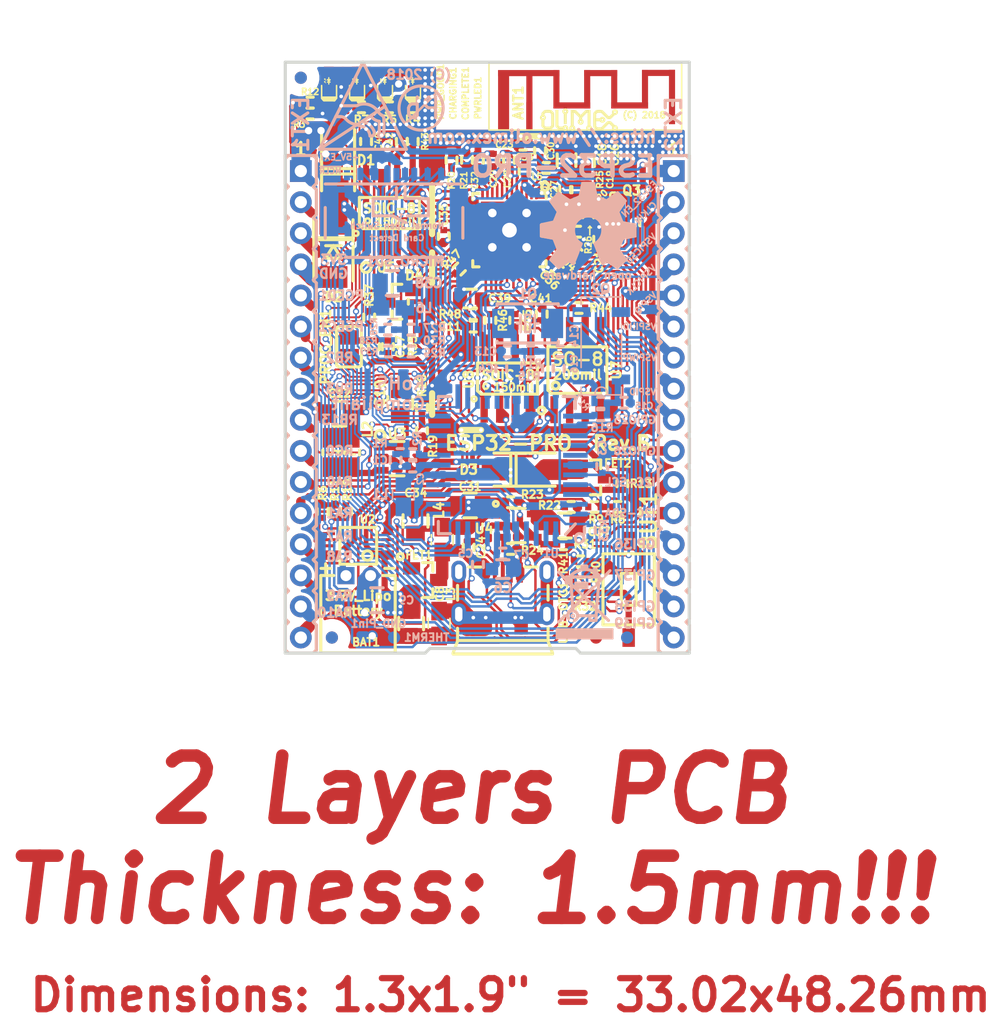
<source format=kicad_pcb>
(kicad_pcb (version 20171130) (host pcbnew 5.1.6-c6e7f7d~87~ubuntu18.04.1)
  (title_block (title ESP-PRO) (date 2018-07-30) (rev B1) (company "OLIMEX Ltd.") (comment 1 https://www.olimex.com))
  (layers (0 F.Cu mixed) (31 B.Cu mixed) (34 B.Paste user hide) (35 F.Paste user) (36 B.SilkS user hide) (37 F.SilkS user) (38 B.Mask user hide) (39 F.Mask user) (44 Edge.Cuts user))
  (net 0 "")
  (net 1 +5V)
  (net 2 GND)
  (net 3 "Net-(BAT1-Pad1)")
  (net 4 "Net-(BUT1-Pad2)")
  (net 5 +3V3)
  (net 6 "Net-(L2-Pad1)")
  (net 7 /STAT2)
  (net 8 "Net-(R10-Pad1)")
  (net 9 /STAT1)
  (net 10 "Net-(R12-Pad2)")
  (net 11 "Net-(MICRO_SD1-Pad5)")
  (net 12 "Net-(C19-Pad1)")
  (net 13 "Net-(CHARGING1-Pad1)")
  (net 14 "Net-(COMPLETE1-Pad1)")
  (net 15 "Net-(C21-Pad1)")
  (net 16 "Net-(PWR_GOOD1-Pad1)")
  (net 17 "Net-(PWRLED1-Pad1)")
  (net 18 "Net-(MICRO_SD1-Pad7)")
  (net 19 "Net-(R44-Pad2)")
  (net 20 /D_Com)
  (net 21 "Net-(ANT1-Pad1)")
  (net 22 "Net-(C1-Pad1)")
  (net 23 "Net-(C2-Pad1)")
  (net 24 "Net-(C6-Pad1)")
  (net 25 "Net-(C14-Pad1)")
  (net 26 "Net-(C15-Pad1)")
  (net 27 "Net-(C20-Pad1)")
  (net 28 /+5V_USB-OTG)
  (net 29 "Net-(C27-Pad1)")
  (net 30 "Net-(C30-Pad1)")
  (net 31 "Net-(C31-Pad1)")
  (net 32 "Net-(C32-Pad1)")
  (net 33 "Net-(C38-Pad1)")
  (net 34 +1V8)
  (net 35 +5V_EXT)
  (net 36 /RC0)
  (net 37 /RB1/PGEC1)
  (net 38 /RB0/PGED1)
  (net 39 /~MCLR)
  (net 40 "Net-(L3-Pad1)")
  (net 41 "Net-(R6-Pad1)")
  (net 42 "Net-(R10-Pad2)")
  (net 43 "Net-(R18-Pad1)")
  (net 44 "Net-(R24-Pad2)")
  (net 45 "/RB14/USB-OTG_EN(VBUSON)")
  (net 46 "Net-(R45-Pad2)")
  (net 47 /RB5/USB-OTG_ID)
  (net 48 /RB11/USB-OTG_D-)
  (net 49 /RB10/USB-OTG_D+)
  (net 50 /RA2/OSC1)
  (net 51 /RB4/SOSCI)
  (net 52 /RA10)
  (net 53 /RA9)
  (net 54 /RA8)
  (net 55 /RA1)
  (net 56 /RA7)
  (net 57 /RA0)
  (net 58 /RB13)
  (net 59 /RB2)
  (net 60 /RB3)
  (net 61 "/RB15/SCK2(ESP32_GPIO18/VSPICLK)")
  (net 62 "/RC2/~SS2~(ESP32_GPIO5/VSPICS0)")
  (net 63 "/RC1/SDO2(ESP32_GPIO19/VSPIQ)")
  (net 64 "/RC3/SDI2(ESP32_GPIO23/VSPID)")
  (net 65 "/RC5/~DTR~(ESP32_PGM)")
  (net 66 /RA3/OSC2)
  (net 67 /RA4/SOSCO)
  (net 68 "/RC7/U1TXD(ESP32_PGM)")
  (net 69 "/RC6/U1RXD(ESP32_PGM)")
  (net 70 "/RC9/U2TX(ESP32_GPI34/U2RXD)")
  (net 71 "/RC8/U2RX(ESP32_GPIO33/U2TXD)")
  (net 72 /ESP32_GPI35/BUT1)
  (net 73 /ESP32_GPI36)
  (net 74 /ESP32_GPI37)
  (net 75 /ESP32_GPI39)
  (net 76 /ESP32_GPI38)
  (net 77 /ESP32_GPIO2/HS2_DATA0)
  (net 78 /ESP32_GPIO0/CLKIN)
  (net 79 /ESP32_EN)
  (net 80 /ESP32_GPIO21/VSPIHD)
  (net 81 /ESP32_GPIO22/VSPIWP)
  (net 82 /ESP32_GPIO25)
  (net 83 /ESP32_GPIO26)
  (net 84 "/RB9/SDA1(ESP32_GPIO32/I2C-SDA)")
  (net 85 "/RB8/SCL1(ESP32_GPIO27/I2C-SCL)")
  (net 86 /ESP32_GPIO12/HS2_DATA2)
  (net 87 /ESP32_GPIO13/HS2_DATA3)
  (net 88 /ESP32_GPIO15/HS2_CMD)
  (net 89 /ESP32_GPIO4/HS2_DATA1)
  (net 90 /RB7/USB-OTG_FAULT)
  (net 91 /ESP32_GPIO3/U0RXD)
  (net 92 /ESP32_GPIO1/U0TXD)
  (net 93 /ESP32_GPIO14/HS2_CLK)
  (net 94 /ESP32_GPIO6/SD_CLK)
  (net 95 /ESP32_GPIO17/PSRAM_SCLK)
  (net 96 /ESP32_GPIO16/PSRAM_CS#)
  (net 97 /ESP32_GPIO9/SD_DATA2)
  (net 98 /ESP32_GPIO10/SD_DATA3)
  (net 99 /ESP32_GPIO11/SD_CMD)
  (net 100 /ESP32_GPIO7/SD_DATA0)
  (net 101 /ESP32_GPIO8/SD_DATA1)
  (net 102 "Net-(FID1-PadFid1)")
  (net 103 "Net-(FID2-PadFid1)")
  (net 104 "Net-(FID3-PadFid1)")
  (net 105 "Net-(FID4-PadFid1)")
  (net 106 "Net-(FID5-PadFid1)")
  (net 107 "Net-(FID6-PadFid1)")
  (net 108 "Net-(C10-Pad2)")
  (net 109 "Net-(MICRO_SD1-PadCD1)")
  (net 110 "Net-(C17-Pad2)")
  (net 111 "Net-(R8-Pad1)")
  (module OLIMEX_Transistors-FP:SOT23 (layer F.Cu) (at 152.146 94.869 180)
    (fp_text reference FET2 (at -2.032 1.143 180) (layer F.SilkS) (effects (font (size 0.635 0.635) (thickness 0.15875))))
    (fp_text value "WPM2015-3/TR(SOT-23)")
    (pad 1 smd rect (at 1.10744 0.94996 180) (size 1.4 1) (layers F.Cu F.Paste F.Mask) (net 1 +5V) (clearance 0.0508))
    (pad 2 smd rect (at 1.10744 -0.9525 180) (size 1.4 1) (layers F.Cu F.Paste F.Mask) (net 108 "Net-(C10-Pad2)") (clearance 0.0508))
    (pad 3 smd rect (at -1.10236 0.00254 180) (size 1.4 1) (layers F.Cu F.Paste F.Mask) (net 3 "Net-(BAT1-Pad1)") (clearance 0.0508))
  )
  (module "OLIMEX_Buttons-FP:T1107A(6x3,8x2,5MM)" (layer F.Cu) (at 155.067 104.013 270)
    (fp_text reference BUT1 (at -5.588 -1.651 270) (layer F.SilkS) (effects (font (size 1.27 1.27) (thickness 0.254))))
    (fp_text value "T1107A(6x3,8x2,5MM)")
    (pad 2 smd rect (at 3.937 0) (size 1.016 1.524) (layers F.Cu F.Paste F.Mask) (net 4 "Net-(BUT1-Pad2)") (clearance 0.0508))
    (pad 1 smd rect (at -3.937 0) (size 1.016 1.524) (layers F.Cu F.Paste F.Mask) (net 72 /ESP32_GPI35/BUT1) (clearance 0.0508))
  )
  (module OLIMEX_IC-FP:SOIC-8_150mil (layer F.Cu) (at 145.161 86.79868)
    (fp_text reference U8 (at -3.175 0.06932 90) (layer F.SilkS) (effects (font (size 0.762 0.762) (thickness 0.1905))))
    (fp_text value "LY68S3200SLT(SOIC-8_150mil)")
    (fp_text user SOIC-8 (at 0.05588 -0.27178) (layer F.SilkS) (effects (font (size 0.762 0.762) (thickness 0.1905))))
    (fp_text user 150mil (at 0.508 0.7112) (layer F.SilkS) (effects (font (size 0.635 0.635) (thickness 0.15875))))
    (pad 8 smd rect (at -1.905 -2.5) (size 0.6 2.2) (layers F.Cu F.Paste F.Mask) (net 34 +1V8) (clearance 0.0508))
    (pad 7 smd rect (at -0.635 -2.5) (size 0.6 2.2) (layers F.Cu F.Paste F.Mask) (net 97 /ESP32_GPIO9/SD_DATA2) (clearance 0.0508))
    (pad 6 smd rect (at 0.635 -2.5) (size 0.6 2.2) (layers F.Cu F.Paste F.Mask) (net 46 "Net-(R45-Pad2)") (clearance 0.0508))
    (pad 5 smd rect (at 1.905 -2.5) (size 0.6 2.2) (layers F.Cu F.Paste F.Mask) (net 101 /ESP32_GPIO8/SD_DATA1) (clearance 0.0508))
    (pad 4 smd rect (at 1.905 2.5) (size 0.6 2.2) (layers F.Cu F.Paste F.Mask) (net 2 GND) (clearance 0.0508))
    (pad 3 smd rect (at 0.635 2.5) (size 0.6 2.2) (layers F.Cu F.Paste F.Mask) (net 98 /ESP32_GPIO10/SD_DATA3) (clearance 0.0508))
    (pad 2 smd rect (at -0.635 2.5) (size 0.6 2.2) (layers F.Cu F.Paste F.Mask) (net 100 /ESP32_GPIO7/SD_DATA0) (clearance 0.0508))
    (pad 1 smd rect (at -1.905 2.5) (size 0.6 2.2) (layers F.Cu F.Paste F.Mask) (net 96 /ESP32_GPIO16/PSRAM_CS#) (clearance 0.0508))
  )
  (module OLIMEX_IC-FP:SO-8_208mil (layer F.Cu) (at 150.876 86.106)
    (fp_text reference U7 (at 3.175 0 90) (layer F.SilkS) (effects (font (size 0.762 0.762) (thickness 0.1905))))
    (fp_text value "MX25U3235FM2I-10G(SOIC-8_208mil)")
    (fp_text user SO-8 (at 0 -0.889) (layer F.SilkS) (effects (font (size 1.016 1.016) (thickness 0.2032))))
    (fp_text user 208mil (at 0 0.381) (layer F.SilkS) (effects (font (size 0.762 0.762) (thickness 0.1905))))
    (pad 8 smd rect (at -1.905 -3.235) (size 0.6 2.2) (layers F.Cu F.Paste F.Mask) (net 34 +1V8) (clearance 0.0508))
    (pad 7 smd rect (at -0.635 -3.235) (size 0.6 2.2) (layers F.Cu F.Paste F.Mask) (net 97 /ESP32_GPIO9/SD_DATA2) (clearance 0.0508))
    (pad 6 smd rect (at 0.635 -3.235) (size 0.6 2.2) (layers F.Cu F.Paste F.Mask) (net 19 "Net-(R44-Pad2)") (clearance 0.0508))
    (pad 5 smd rect (at 1.905 -3.235) (size 0.6 2.2) (layers F.Cu F.Paste F.Mask) (net 101 /ESP32_GPIO8/SD_DATA1) (clearance 0.0508))
    (pad 4 smd rect (at 1.905 3.235) (size 0.6 2.2) (layers F.Cu F.Paste F.Mask) (net 2 GND) (clearance 0.0508))
    (pad 3 smd rect (at 0.635 3.235) (size 0.6 2.2) (layers F.Cu F.Paste F.Mask) (net 98 /ESP32_GPIO10/SD_DATA3) (clearance 0.0508))
    (pad 2 smd rect (at -0.635 3.235) (size 0.6 2.2) (layers F.Cu F.Paste F.Mask) (net 100 /ESP32_GPIO7/SD_DATA0) (clearance 0.0508))
    (pad 1 smd rect (at -1.905 3.235) (size 0.6 2.2) (layers F.Cu F.Paste F.Mask) (net 99 /ESP32_GPIO11/SD_CMD) (clearance 0.0508))
  )
  (module OLIMEX_IC-FP:SOT-23-5 (layer F.Cu) (at 146.05 98.806 180)
    (fp_text reference U4 (at 2.794 -0.254 180) (layer F.SilkS) (effects (font (size 0.762 0.762) (thickness 0.1905))))
    (fp_text value "SY6280AAC(SOT23-5)")
    (pad 1 smd rect (at 1.3 0.95 180) (size 1.2 0.55) (layers F.Cu F.Paste F.Mask) (net 31 "Net-(C31-Pad1)") (clearance 0.0508))
    (pad 2 smd rect (at 1.3 0 180) (size 1.2 0.55) (layers F.Cu F.Paste F.Mask) (net 2 GND) (clearance 0.0508))
    (pad 3 smd rect (at 1.3 -0.95 180) (size 1.2 0.55) (layers F.Cu F.Paste F.Mask) (net 44 "Net-(R24-Pad2)") (clearance 0.0508))
    (pad 5 smd rect (at -1.3 0.95 180) (size 1.2 0.55) (layers F.Cu F.Paste F.Mask) (net 1 +5V) (clearance 0.0508))
    (pad 4 smd rect (at -1.3 -0.95 180) (size 1.2 0.55) (layers F.Cu F.Paste F.Mask) (net 45 "/RB14/USB-OTG_EN(VBUSON)") (clearance 0.0508))
  )
  (module OLIMEX_Transistors-FP:SOT23 (layer F.Cu) (at 138.43 103.251 180)
    (fp_text reference FET1 (at 0.508 2.032 180) (layer F.SilkS) (effects (font (size 0.635 0.635) (thickness 0.15875))))
    (fp_text value "WPM2015-3/TR(SOT-23)")
    (pad 1 smd rect (at 1.10744 0.94996 180) (size 1.4 1) (layers F.Cu F.Paste F.Mask) (net 35 +5V_EXT) (clearance 0.0508))
    (pad 2 smd rect (at 1.10744 -0.9525 180) (size 1.4 1) (layers F.Cu F.Paste F.Mask) (net 1 +5V) (clearance 0.0508))
    (pad 3 smd rect (at -1.10236 0.00254 180) (size 1.4 1) (layers F.Cu F.Paste F.Mask) (net 28 /+5V_USB-OTG) (clearance 0.0508))
  )
  (module OLIMEX_IC-FP:MSOP-10_Pitch-0.5mm_3.00x3.00x1.00mm (layer F.Cu) (at 132.969 100.457 90)
    (fp_text reference U2 (at 2.159 0.762 180) (layer F.SilkS) (effects (font (size 0.635 0.635) (thickness 0.15875))))
    (fp_text value "MCP73833(MSOP10)")
    (pad 10 smd rect (at -1 -2.4 90) (size 0.25 1) (layers F.Cu F.Paste F.Mask) (net 3 "Net-(BAT1-Pad1)"))
    (pad 9 smd rect (at -0.5 -2.4 90) (size 0.25 1) (layers F.Cu F.Paste F.Mask) (net 3 "Net-(BAT1-Pad1)"))
    (pad 8 smd rect (at 0 -2.4 90) (size 0.25 1) (layers F.Cu F.Paste F.Mask) (net 8 "Net-(R10-Pad1)"))
    (pad 7 smd rect (at 0.5 -2.4 90) (size 0.25 1) (layers F.Cu F.Paste F.Mask) (net 10 "Net-(R12-Pad2)"))
    (pad 6 smd rect (at 1 -2.4 90) (size 0.25 1) (layers F.Cu F.Paste F.Mask) (net 41 "Net-(R6-Pad1)"))
    (pad 5 smd rect (at 1 2.4 90) (size 0.25 1) (layers F.Cu F.Paste F.Mask) (net 2 GND))
    (pad 4 smd rect (at 0.5 2.4 90) (size 0.25 1) (layers F.Cu F.Paste F.Mask) (net 7 /STAT2))
    (pad 3 smd rect (at 0 2.4 90) (size 0.25 1) (layers F.Cu F.Paste F.Mask) (net 9 /STAT1))
    (pad 2 smd rect (at -0.5 2.4 90) (size 0.25 1) (layers F.Cu F.Paste F.Mask) (net 1 +5V))
    (pad 1 smd rect (at -1 2.4 90) (size 0.25 1) (layers F.Cu F.Paste F.Mask) (net 1 +5V))
  )
  (module OLIMEX_RLC-FP:CD32 (layer F.Cu) (at 131.572 92.837 90)
    (fp_text reference L2 (at 1.905 2.159 270) (layer F.SilkS) (effects (font (size 0.762 0.762) (thickness 0.1905))))
    (fp_text value 2.2uH/1.5A/DCR<0.1R/CD32)
    (pad 2 smd rect (at 1.2 0 270) (size 1.6 3) (layers F.Cu F.Paste F.Mask) (net 5 +3V3) (clearance 0.0508))
    (pad 1 smd rect (at -1.2 0 270) (size 1.6 3) (layers F.Cu F.Paste F.Mask) (net 6 "Net-(L2-Pad1)") (clearance 0.0508))
  )
  (module OLIMEX_Regulators-FP:SOT-23-5 (layer F.Cu) (at 136.144 93.345 180)
    (fp_text reference U3 (at 0 2.032 180) (layer F.SilkS) (effects (font (size 0.762 0.762) (thickness 0.1905))))
    (fp_text value "SY8089AAAC(SOT23-5)")
    (pad 1 smd rect (at 1.3 0.95 180) (size 1.2 0.55) (layers F.Cu F.Paste F.Mask) (net 108 "Net-(C10-Pad2)") (clearance 0.0508))
    (pad 2 smd rect (at 1.3 0 180) (size 1.2 0.55) (layers F.Cu F.Paste F.Mask) (net 2 GND) (clearance 0.0508))
    (pad 3 smd rect (at 1.3 -0.95 180) (size 1.2 0.55) (layers F.Cu F.Paste F.Mask) (net 6 "Net-(L2-Pad1)") (clearance 0.0508))
    (pad 5 smd rect (at -1.3 0.95 180) (size 1.2 0.55) (layers F.Cu F.Paste F.Mask) (net 43 "Net-(R18-Pad1)") (clearance 0.0508))
    (pad 4 smd rect (at -1.3 -0.95 180) (size 1.2 0.55) (layers F.Cu F.Paste F.Mask) (net 108 "Net-(C10-Pad2)") (clearance 0.0508))
  )
  (module OLIMEX_IC-FP:QFN48-6x6mm-OLIMEX_V2 (layer F.Cu) (at 145.323 74.677 180)
    (fp_text reference U5 (at -2.8225 3.6205 270) (layer F.SilkS) (effects (font (size 0.508 0.508) (thickness 0.127))))
    (fp_text value "ESP32-D0WDQ6(QFN48_6x6mm)")
    (fp_text user o (at -2.921 3.683) (layer F.SilkS) (effects (font (size 1.016 1.016) (thickness 0.254))))
    (pad 1 smd rect (at -2.2 2.9835 180) (size 0.2 0.927) (layers F.Cu F.Paste F.Mask) (net 5 +3V3))
    (pad 2 smd rect (at -1.8 2.9835 180) (size 0.2 0.927) (layers F.Cu F.Paste F.Mask) (net 30 "Net-(C30-Pad1)"))
    (pad 3 smd rect (at -1.4 2.9835 180) (size 0.2 0.927) (layers F.Cu F.Paste F.Mask) (net 5 +3V3))
    (pad 4 smd rect (at -1 2.9835 180) (size 0.2 0.927) (layers F.Cu F.Paste F.Mask) (net 5 +3V3))
    (pad 5 smd rect (at -0.6 2.9835 180) (size 0.2 0.927) (layers F.Cu F.Paste F.Mask) (net 73 /ESP32_GPI36))
    (pad 6 smd rect (at -0.2 2.9835 180) (size 0.2 0.927) (layers F.Cu F.Paste F.Mask) (net 74 /ESP32_GPI37))
    (pad 7 smd rect (at 0.2 2.9835 180) (size 0.2 0.927) (layers F.Cu F.Paste F.Mask) (net 76 /ESP32_GPI38))
    (pad 8 smd rect (at 0.6 2.9835 180) (size 0.2 0.927) (layers F.Cu F.Paste F.Mask) (net 75 /ESP32_GPI39))
    (pad 9 smd rect (at 1 2.9835 180) (size 0.2 0.927) (layers F.Cu F.Paste F.Mask) (net 32 "Net-(C32-Pad1)"))
    (pad 10 smd rect (at 1.4 2.9835 180) (size 0.2 0.927) (layers F.Cu F.Paste F.Mask) (net 70 "/RC9/U2TX(ESP32_GPI34/U2RXD)"))
    (pad 11 smd rect (at 1.8 2.9835 180) (size 0.2 0.927) (layers F.Cu F.Paste F.Mask) (net 72 /ESP32_GPI35/BUT1))
    (pad 12 smd rect (at 2.2 2.9835 180) (size 0.2 0.927) (layers F.Cu F.Paste F.Mask) (net 84 "/RB9/SDA1(ESP32_GPIO32/I2C-SDA)"))
    (pad 13 smd rect (at 2.9835 2.2 270) (size 0.2 0.927) (layers F.Cu F.Paste F.Mask) (net 71 "/RC8/U2RX(ESP32_GPIO33/U2TXD)"))
    (pad 14 smd rect (at 2.9835 1.8 270) (size 0.2 0.927) (layers F.Cu F.Paste F.Mask) (net 82 /ESP32_GPIO25))
    (pad 15 smd rect (at 2.9835 1.4 270) (size 0.2 0.927) (layers F.Cu F.Paste F.Mask) (net 83 /ESP32_GPIO26))
    (pad 16 smd rect (at 2.9835 1 270) (size 0.2 0.927) (layers F.Cu F.Paste F.Mask) (net 85 "/RB8/SCL1(ESP32_GPIO27/I2C-SCL)"))
    (pad 17 smd rect (at 2.9835 0.6 270) (size 0.2 0.927) (layers F.Cu F.Paste F.Mask) (net 93 /ESP32_GPIO14/HS2_CLK))
    (pad 18 smd rect (at 2.9835 0.2 270) (size 0.2 0.927) (layers F.Cu F.Paste F.Mask) (net 86 /ESP32_GPIO12/HS2_DATA2))
    (pad 19 smd rect (at 2.9835 -0.2 270) (size 0.2 0.927) (layers F.Cu F.Paste F.Mask) (net 5 +3V3))
    (pad 20 smd rect (at 2.9835 -0.6 270) (size 0.2 0.927) (layers F.Cu F.Paste F.Mask) (net 87 /ESP32_GPIO13/HS2_DATA3))
    (pad 21 smd rect (at 2.9835 -1 270) (size 0.2 0.927) (layers F.Cu F.Paste F.Mask) (net 88 /ESP32_GPIO15/HS2_CMD))
    (pad 22 smd rect (at 2.9835 -1.4 270) (size 0.2 0.927) (layers F.Cu F.Paste F.Mask) (net 77 /ESP32_GPIO2/HS2_DATA0))
    (pad 23 smd rect (at 2.9835 -1.8 270) (size 0.2 0.927) (layers F.Cu F.Paste F.Mask) (net 78 /ESP32_GPIO0/CLKIN))
    (pad 24 smd rect (at 2.9835 -2.2 270) (size 0.2 0.927) (layers F.Cu F.Paste F.Mask) (net 89 /ESP32_GPIO4/HS2_DATA1))
    (pad 25 smd rect (at 2.2 -2.9835) (size 0.2 0.927) (layers F.Cu F.Paste F.Mask) (net 96 /ESP32_GPIO16/PSRAM_CS#))
    (pad 26 smd rect (at 1.8 -2.9835) (size 0.2 0.927) (layers F.Cu F.Paste F.Mask) (net 34 +1V8))
    (pad 27 smd rect (at 1.4 -2.9835) (size 0.2 0.927) (layers F.Cu F.Paste F.Mask) (net 95 /ESP32_GPIO17/PSRAM_SCLK))
    (pad 28 smd rect (at 1 -2.9835) (size 0.2 0.927) (layers F.Cu F.Paste F.Mask) (net 97 /ESP32_GPIO9/SD_DATA2))
    (pad 29 smd rect (at 0.6 -2.9835) (size 0.2 0.927) (layers F.Cu F.Paste F.Mask) (net 98 /ESP32_GPIO10/SD_DATA3))
    (pad 30 smd rect (at 0.2 -2.9835) (size 0.2 0.927) (layers F.Cu F.Paste F.Mask) (net 99 /ESP32_GPIO11/SD_CMD))
    (pad 31 smd rect (at -0.2 -2.9835) (size 0.2 0.927) (layers F.Cu F.Paste F.Mask) (net 94 /ESP32_GPIO6/SD_CLK))
    (pad 32 smd rect (at -0.6 -2.9835) (size 0.2 0.927) (layers F.Cu F.Paste F.Mask) (net 100 /ESP32_GPIO7/SD_DATA0))
    (pad 33 smd rect (at -1 -2.9835) (size 0.2 0.927) (layers F.Cu F.Paste F.Mask) (net 101 /ESP32_GPIO8/SD_DATA1))
    (pad 34 smd rect (at -1.4 -2.9835) (size 0.2 0.927) (layers F.Cu F.Paste F.Mask) (net 62 "/RC2/~SS2~(ESP32_GPIO5/VSPICS0)"))
    (pad 35 smd rect (at -1.8 -2.9835) (size 0.2 0.927) (layers F.Cu F.Paste F.Mask) (net 61 "/RB15/SCK2(ESP32_GPIO18/VSPICLK)"))
    (pad 36 smd rect (at -2.2 -2.9835) (size 0.2 0.927) (layers F.Cu F.Paste F.Mask) (net 64 "/RC3/SDI2(ESP32_GPIO23/VSPID)"))
    (pad 37 smd rect (at -2.9835 -2.2 90) (size 0.2 0.927) (layers F.Cu F.Paste F.Mask) (net 5 +3V3))
    (pad 38 smd rect (at -2.9835 -1.8 90) (size 0.2 0.927) (layers F.Cu F.Paste F.Mask) (net 63 "/RC1/SDO2(ESP32_GPIO19/VSPIQ)"))
    (pad 39 smd rect (at -2.9835 -1.4 90) (size 0.2 0.927) (layers F.Cu F.Paste F.Mask) (net 81 /ESP32_GPIO22/VSPIWP))
    (pad 40 smd rect (at -2.9835 -1 90) (size 0.2 0.927) (layers F.Cu F.Paste F.Mask) (net 91 /ESP32_GPIO3/U0RXD))
    (pad 41 smd rect (at -2.9835 -0.6 90) (size 0.2 0.927) (layers F.Cu F.Paste F.Mask) (net 92 /ESP32_GPIO1/U0TXD))
    (pad 42 smd rect (at -2.9835 -0.2 90) (size 0.2 0.927) (layers F.Cu F.Paste F.Mask) (net 80 /ESP32_GPIO21/VSPIHD))
    (pad 43 smd rect (at -2.9835 0.2 90) (size 0.2 0.927) (layers F.Cu F.Paste F.Mask) (net 5 +3V3))
    (pad 44 smd rect (at -2.9835 0.6 90) (size 0.2 0.927) (layers F.Cu F.Paste F.Mask) (net 15 "Net-(C21-Pad1)"))
    (pad 45 smd rect (at -2.9835 1 90) (size 0.2 0.927) (layers F.Cu F.Paste F.Mask) (net 27 "Net-(C20-Pad1)"))
    (pad 46 smd rect (at -2.9835 1.4 90) (size 0.2 0.927) (layers F.Cu F.Paste F.Mask) (net 5 +3V3))
    (pad 47 smd rect (at -2.9835 1.8 90) (size 0.2 0.927) (layers F.Cu F.Paste F.Mask) (net 29 "Net-(C27-Pad1)"))
    (pad 48 smd rect (at -2.9835 2.2 90) (size 0.2 0.927) (layers F.Cu F.Paste F.Mask) (net 12 "Net-(C19-Pad1)"))
    (pad 49 smd rect (at 1.165 -1.165 180) (size 2.33 2.33) (layers F.Cu F.Mask) (net 2 GND))
    (pad 49 smd rect (at -1.165 -1.165 180) (size 2.33 2.33) (layers F.Cu F.Mask) (net 2 GND))
    (pad 49 smd rect (at -1.165 1.165 180) (size 2.33 2.33) (layers F.Cu F.Mask) (net 2 GND))
    (pad 49 smd rect (at 1.165 1.165 180) (size 2.33 2.33) (layers F.Cu F.Mask) (net 2 GND))
    (pad 49 thru_hole oval (at -1.4 -1.4 180) (size 1.8 1.8) (drill 0.7) (layers *.Cu) (net 2 GND))
    (pad 49 thru_hole oval (at 1.4 -1.4 180) (size 1.8 1.8) (drill 0.7) (layers *.Cu) (net 2 GND))
    (pad 49 thru_hole oval (at -1.4 1.4 180) (size 1.8 1.8) (drill 0.7) (layers *.Cu) (net 2 GND))
    (pad 49 thru_hole oval (at 1.4 1.4 180) (size 1.8 1.8) (drill 0.7) (layers *.Cu) (net 2 GND))
    (pad 49 thru_hole oval (at 0 0 180) (size 1.8 1.8) (drill 1.2) (layers *.Cu B.Mask) (net 2 GND))
  )
  (module OLIMEX_Connectors-FP:USB-MICRO_MISB-SWMM-5B_LF (layer F.Cu) (at 144.78 105.791 270)
    (fp_text reference USB-OTG1 (at 0.127 -4.953 270) (layer F.SilkS) (effects (font (size 0.635 0.635) (thickness 0.15875))))
    (fp_text value "MISB-SWMM-5AB-LF(USB-OTG_MICRO)")
    (pad 1 smd rect (at -3.15 1.3875) (size 0.5 1.65) (layers F.Cu F.Paste F.Mask) (net 28 /+5V_USB-OTG))
    (pad 2 smd rect (at -3.15 0.65) (size 0.325 1.65) (layers F.Cu F.Paste F.Mask) (net 48 /RB11/USB-OTG_D-))
    (pad 3 smd rect (at -3.15 0) (size 0.325 1.65) (layers F.Cu F.Paste F.Mask) (net 49 /RB10/USB-OTG_D+))
    (pad 4 smd rect (at -3.15 -0.65) (size 0.325 1.65) (layers F.Cu F.Paste F.Mask) (net 47 /RB5/USB-OTG_ID))
    (pad 5 smd rect (at -3.15 -1.3875) (size 0.5 1.65) (layers F.Cu F.Paste F.Mask) (net 2 GND))
    (pad "" np_thru_hole circle (at -1.9 2) (size 0.6 0.6) (drill 0.6) (layers *.Cu *.Mask))
    (pad "" np_thru_hole circle (at -1.9 -2) (size 0.6 0.6) (drill 0.6) (layers *.Cu *.Mask))
    (pad 0 smd rect (at 1.4 1.5) (size 1.1 1) (layers F.Cu F.Paste F.Mask) (net 40 "Net-(L3-Pad1)"))
    (pad 0 smd rect (at 1.4 -1.5) (size 1.1 1) (layers F.Cu F.Paste F.Mask) (net 40 "Net-(L3-Pad1)"))
    (pad 0 thru_hole oval (at 0.25 3.6) (size 1.2 1.8) (drill oval 0.6 1.2) (layers *.Cu *.Mask) (net 40 "Net-(L3-Pad1)"))
    (pad 0 thru_hole oval (at -3.22 3.6) (size 1.2 1.8) (drill oval 0.6 1.2) (layers *.Cu *.Mask) (net 40 "Net-(L3-Pad1)"))
    (pad 0 thru_hole oval (at -3.22 -3.6) (size 1.2 1.8) (drill oval 0.6 1.2) (layers *.Cu *.Mask) (net 40 "Net-(L3-Pad1)"))
    (pad 0 thru_hole oval (at 0.25 -3.6) (size 1.2 1.8) (drill oval 0.6 1.2) (layers *.Cu *.Mask) (net 40 "Net-(L3-Pad1)"))
  )
  (module OLIMEX_Crystal-FP:MC306-HS (layer B.Cu) (at 152.832 84.118 90)
    (fp_text reference Q2 (at 4.616 -0.051 180) (layer B.SilkS) (effects (font (size 0.762 0.762) (thickness 0.1905)) (justify mirror)))
    (fp_text value Q32.768KHz/12.5pF/20ppm/2P/SMD_1206)
    (pad 4 smd rect (at 2.75 1.6 90) (size 0.8 1.5) (layers B.Cu B.Paste B.Mask))
    (pad 3 smd rect (at 2.75 -1.6 90) (size 0.8 1.5) (layers B.Cu B.Paste B.Mask))
    (pad 2 smd rect (at -2.75 -1.6 90) (size 0.8 1.5) (layers B.Cu B.Paste B.Mask) (net 51 /RB4/SOSCI))
    (pad 1 smd rect (at -2.75 1.6 90) (size 0.8 1.5) (layers B.Cu B.Paste B.Mask) (net 26 "Net-(C15-Pad1)"))
  )
  (module OLIMEX_RLC-FP:L_0805_5MIL_DWS (layer B.Cu) (at 136.652 96.266 90)
    (fp_text reference L1 (at 0 -1.905 180) (layer B.SilkS) (effects (font (size 0.762 0.762) (thickness 0.1905)) (justify mirror)))
    (fp_text value FB0805/600R/2A)
    (pad 1 smd rect (at -1.016 0 90) (size 1.524 1.27) (layers B.Cu B.Paste B.Mask) (net 5 +3V3) (clearance 0.0508))
    (pad 2 smd rect (at 1.016 0 90) (size 1.524 1.27) (layers B.Cu B.Paste B.Mask) (net 23 "Net-(C2-Pad1)") (clearance 0.0508))
  )
  (module OLIMEX_RLC-FP:L_0805_5MIL_DWS (layer F.Cu) (at 139.573 106.807 270)
    (fp_text reference L3 (at -2.413 -0.9525 270) (layer F.SilkS) (effects (font (size 0.635 0.635) (thickness 0.15875))))
    (fp_text value FB0805/600R/2A)
    (pad 1 smd rect (at -1.016 0 270) (size 1.524 1.27) (layers F.Cu F.Paste F.Mask) (net 40 "Net-(L3-Pad1)") (clearance 0.0508))
    (pad 2 smd rect (at 1.016 0 270) (size 1.524 1.27) (layers F.Cu F.Paste F.Mask) (net 2 GND) (clearance 0.0508))
  )
  (module OLIMEX_RLC-FP:C_0402_5MIL_DWS (layer B.Cu) (at 144.78 101.092)
    (fp_text reference C7 (at 1.524 0.127) (layer B.SilkS) (effects (font (size 0.635 0.635) (thickness 0.15875)) (justify mirror)))
    (fp_text value 100nF/10V/10%/X5R/C0402)
    (pad 2 smd rect (at 0.508 0) (size 0.5 0.55) (layers B.Cu B.Paste B.Mask) (net 2 GND))
    (pad 1 smd rect (at -0.508 0 180) (size 0.5 0.55) (layers B.Cu B.Paste B.Mask) (net 24 "Net-(C6-Pad1)"))
  )
  (module OLIMEX_RLC-FP:L_0805_5MIL_DWS (layer F.Cu) (at 139.827 99.949 90)
    (fp_text reference L4 (at 2.413 -0.254 90) (layer F.SilkS) (effects (font (size 0.762 0.762) (thickness 0.1905))))
    (fp_text value FB0805/600R/2A)
    (pad 1 smd rect (at -1.016 0 90) (size 1.524 1.27) (layers F.Cu F.Paste F.Mask) (net 28 /+5V_USB-OTG) (clearance 0.0508))
    (pad 2 smd rect (at 1.016 0 90) (size 1.524 1.27) (layers F.Cu F.Paste F.Mask) (net 31 "Net-(C31-Pad1)") (clearance 0.0508))
  )
  (module "OLIMEX_Connectors-FP:uSD(TFC-9P-1.xH(ATFFS150A01BR016))" (layer B.Cu) (at 135.89 73.406)
    (fp_text reference MICRO_SD1 (at 0.889 3.81) (layer B.SilkS) (effects (font (size 0.762 0.762) (thickness 0.1905)) (justify mirror)))
    (fp_text value "TFC-9P-1.7H(ATFFS150A01BR016)")
    (fp_text user "Card Detect" (at 0.25 1.9) (layer B.SilkS) (effects (font (size 0.5 0.5) (thickness 0.125)) (justify mirror)))
    (fp_text user "Normal Open Switch" (at 0.25 0.9) (layer B.SilkS) (effects (font (size 0.5 0.5) (thickness 0.125)) (justify mirror)))
    (pad 8 smd rect (at -3.85 -3.3) (size 0.5 1) (layers B.Cu B.Paste B.Mask) (net 89 /ESP32_GPIO4/HS2_DATA1) (clearance 0.0508))
    (pad 7 smd rect (at -2.75 -3.3) (size 0.5 1) (layers B.Cu B.Paste B.Mask) (net 18 "Net-(MICRO_SD1-Pad7)") (clearance 0.0508))
    (pad 6 smd rect (at -1.65 -3.3) (size 0.5 1) (layers B.Cu B.Paste B.Mask) (net 2 GND) (clearance 0.0508))
    (pad 5 smd rect (at -0.55 -3.3) (size 0.5 1) (layers B.Cu B.Paste B.Mask) (net 11 "Net-(MICRO_SD1-Pad5)") (clearance 0.0508))
    (pad CD1 smd rect (at 0.2 -3.3) (size 0.5 1) (layers B.Cu B.Paste B.Mask) (net 109 "Net-(MICRO_SD1-PadCD1)") (clearance 0.0508))
    (pad 4 smd rect (at 0.9 -3.3) (size 0.5 1) (layers B.Cu B.Paste B.Mask) (net 33 "Net-(C38-Pad1)") (clearance 0.0508))
    (pad 3 smd rect (at 1.65 -3.3) (size 0.5 1) (layers B.Cu B.Paste B.Mask) (net 88 /ESP32_GPIO15/HS2_CMD) (clearance 0.0508))
    (pad 2 smd rect (at 2.75 -3.3) (size 0.5 1) (layers B.Cu B.Paste B.Mask) (net 87 /ESP32_GPIO13/HS2_DATA3) (clearance 0.0508))
    (pad 1 smd rect (at 3.85 -3.3) (size 0.5 1) (layers B.Cu B.Paste B.Mask) (net 86 /ESP32_GPIO12/HS2_DATA2) (clearance 0.0508))
    (pad CH1 smd rect (at 5.3 -1.55) (size 1.5 1.2) (layers B.Cu B.Paste B.Mask) (net 2 GND) (clearance 0.127))
    (pad CH1 smd rect (at -5.3 -1.55) (size 1.5 1.2) (layers B.Cu B.Paste B.Mask) (net 2 GND) (clearance 0.127))
    (pad CH1 smd rect (at 5.3 2.9) (size 1.5 1.2) (layers B.Cu B.Paste B.Mask) (net 2 GND) (clearance 0.127))
    (pad CH1 smd rect (at -5.3 2.9) (size 1.5 1.2) (layers B.Cu B.Paste B.Mask) (net 2 GND) (clearance 0.127))
    (pad CH1 smd rect (at -5.3 0.5) (size 1.5 4.5) (layers B.Cu) (net 2 GND) (clearance 0.0508))
    (pad CH1 smd rect (at 5.3 0.5) (size 1.5 4.5) (layers B.Cu) (net 2 GND) (clearance 0.0508))
  )
  (module OLIMEX_RLC-FP:L_0805_5MIL_DWS (layer B.Cu) (at 135.763 81.026 180)
    (fp_text reference L6 (at -2.580436 0 180) (layer B.SilkS) (effects (font (size 0.762 0.762) (thickness 0.1905)) (justify mirror)))
    (fp_text value FB0805/600R/2A)
    (pad 1 smd rect (at -1.016 0 180) (size 1.524 1.27) (layers B.Cu B.Paste B.Mask) (net 5 +3V3) (clearance 0.0508))
    (pad 2 smd rect (at 1.016 0 180) (size 1.524 1.27) (layers B.Cu B.Paste B.Mask) (net 33 "Net-(C38-Pad1)") (clearance 0.0508))
  )
  (module OLIMEX_RLC-FP:C_0402_5MIL_DWS (layer F.Cu) (at 150.1775 73.025)
    (fp_text reference C25 (at -0.254 0.889) (layer F.SilkS) (effects (font (size 0.508 0.508) (thickness 0.127))))
    (fp_text value 33pF/50V/5%/COG/C0402)
    (pad 2 smd rect (at 0.508 0) (size 0.5 0.55) (layers F.Cu F.Paste F.Mask) (net 2 GND))
    (pad 1 smd rect (at -0.508 0 180) (size 0.5 0.55) (layers F.Cu F.Paste F.Mask) (net 5 +3V3))
  )
  (module "OLIMEX_Crystal-FP:TSX-3.2x2.5mm_GND(3)" (layer F.Cu) (at 154.686 74.041 270)
    (fp_text reference Q3 (at -2.6035 -0.635 180) (layer F.SilkS) (effects (font (size 0.762 0.762) (thickness 0.1905))))
    (fp_text value "Q40.000MHz/12pF/10ppm/4P/3.2x2.5x0.70mm(Harmony_Electronics_CORP./HSX321S)")
    (fp_text user o (at -2.2225 0.9525 270) (layer F.SilkS) (effects (font (size 0.8 0.8) (thickness 0.2))))
    (pad 3 smd rect (at -1.1 -0.8 270) (size 1.4 1.2) (layers F.Cu F.Paste F.Mask) (net 2 GND))
    (pad 3 smd rect (at 1.1 0.8 270) (size 1.4 1.2) (layers F.Cu F.Paste F.Mask) (net 2 GND))
    (pad 2 smd rect (at 1.1 -0.8 270) (size 1.4 1.2) (layers F.Cu F.Paste F.Mask) (net 15 "Net-(C21-Pad1)"))
    (pad 1 smd rect (at -1.1 0.8 270) (size 1.4 1.2) (layers F.Cu F.Paste F.Mask) (net 27 "Net-(C20-Pad1)"))
  )
  (module OLIMEX_LOGOs-FP:LOGO_OLIMEX_80 (layer F.Cu) (at 151.003 65.659)
    (fp_text reference "" hide)
    (fp_text value "" hide)
  )
  (module OLIMEX_LOGOs-FP:LOGO_RECYCLEBIN_1 (layer B.Cu) (at 153.797 108.077 180)
    (fp_text reference "" hide)
    (fp_text value "" hide)
  )
  (module OLIMEX_LOGOs-FP:LOGO_PBFREE (layer B.Cu) (at 138.303 64.389)
    (fp_text reference "")
    (fp_text value "")
    (fp_text user Pb (at -0.08636 0.33528) (layer B.SilkS) (effects (font (size 1.7 1.5) (thickness 0.254)) (justify mirror)))
  )
  (module OLIMEX_LOGOs-FP:LOGO_OPENHARDWARE_8x8 (layer B.Cu) (at 151.765 74.803 180)
    (fp_text reference "" hide)
    (fp_text value "" hide)
    (fp_text user open (at -2.413 -3.556 180) (layer B.SilkS) (effects (font (size 0.635 0.635) (thickness 0.15875)) (justify mirror)))
    (fp_text user hardware (at 1.524 -3.556 180) (layer B.SilkS) (effects (font (size 0.635 0.635) (thickness 0.15875)) (justify mirror)))
  )
  (module OLIMEX_LOGOs-FP:LOGO_ANTISTATIC_1 (layer B.Cu) (at 136.906 68.072 180)
    (fp_text reference Ref** hide)
    (fp_text value Val** hide)
  )
  (module OLIMEX_Other-FP:Fiducial1x3 (layer B.Cu) (at 128.27 62.23)
    (fp_text reference FID4 hide)
    (fp_text value Fiducial)
    (pad Fid1 connect circle (at 0 0) (size 1 1) (layers B.Cu B.Mask) (net 105 "Net-(FID4-PadFid1)") (clearance 1.016))
  )
  (module OLIMEX_Other-FP:Fiducial1x3 (layer F.Cu) (at 128.27 62.23)
    (fp_text reference FID1 hide)
    (fp_text value Fiducial)
    (pad Fid1 connect circle (at 0 0) (size 1 1) (layers F.Cu F.Mask) (net 102 "Net-(FID1-PadFid1)") (clearance 1.016))
  )
  (module OLIMEX_Other-FP:Fiducial1x3 (layer B.Cu) (at 130.81 107.95)
    (fp_text reference FID5 hide)
    (fp_text value Fiducial)
    (pad Fid1 connect circle (at 0 0) (size 1 1) (layers B.Cu B.Mask) (net 106 "Net-(FID5-PadFid1)") (clearance 1.016))
  )
  (module OLIMEX_Other-FP:Fiducial1x3 (layer F.Cu) (at 130.81 107.95)
    (fp_text reference FID2 hide)
    (fp_text value Fiducial)
    (pad Fid1 connect circle (at 0 0) (size 1 1) (layers F.Cu F.Mask) (net 103 "Net-(FID2-PadFid1)") (clearance 1.016))
  )
  (module OLIMEX_Other-FP:Fiducial1x3 (layer B.Cu) (at 154.94 107.95)
    (fp_text reference FID6 hide)
    (fp_text value Fiducial)
    (pad Fid1 connect circle (at 0 0) (size 1 1) (layers B.Cu B.Mask) (net 107 "Net-(FID6-PadFid1)") (clearance 1.016))
  )
  (module OLIMEX_Other-FP:Fiducial1x3 (layer F.Cu) (at 152.4 107.95)
    (fp_text reference FID3 hide)
    (fp_text value Fiducial)
    (pad Fid1 connect circle (at 0 0) (size 1 1) (layers F.Cu F.Mask) (net 104 "Net-(FID3-PadFid1)") (clearance 1.016))
  )
  (module OLIMEX_RLC-FP:C_0603_5MIL_DWS (layer F.Cu) (at 149.987 68.961 90)
    (fp_text reference C18 (at 0.4445 2.921 90) (layer F.SilkS) (effects (font (size 0.635 0.635) (thickness 0.15875))))
    (fp_text value 1uF/10V/10%/X5R/C0603)
    (pad 2 smd rect (at 0.889 0 90) (size 1.016 1.016) (layers F.Cu F.Paste F.Mask) (net 2 GND) (clearance 0.0508))
    (pad 1 smd rect (at -0.889 0 90) (size 1.016 1.016) (layers F.Cu F.Paste F.Mask) (net 5 +3V3) (clearance 0.0508))
  )
  (module OLIMEX_IC-FP:SOIC-8_150mil (layer F.Cu) (at 135.509 73.279)
    (fp_text reference U6 (at -0.254 4.445) (layer F.SilkS) (effects (font (size 0.762 0.762) (thickness 0.1905))))
    (fp_text value "NA(ATECC508A-SSHDA-T(SOIC-8_150mil))")
    (fp_text user SOIC-8 (at 0 -0.381) (layer F.SilkS) (effects (font (size 0.762 0.762) (thickness 0.1905))))
    (fp_text user 150mil (at 0.508 0.7112) (layer F.SilkS) (effects (font (size 0.635 0.635) (thickness 0.15875))))
    (pad 8 smd rect (at -1.905 -2.5) (size 0.6 2.2) (layers F.Cu F.Paste F.Mask) (net 5 +3V3) (clearance 0.0508))
    (pad 7 smd rect (at -0.635 -2.5) (size 0.6 2.2) (layers F.Cu F.Paste F.Mask) (clearance 0.0508))
    (pad 6 smd rect (at 0.635 -2.5) (size 0.6 2.2) (layers F.Cu F.Paste F.Mask) (net 85 "/RB8/SCL1(ESP32_GPIO27/I2C-SCL)") (clearance 0.0508))
    (pad 5 smd rect (at 1.905 -2.5) (size 0.6 2.2) (layers F.Cu F.Paste F.Mask) (net 84 "/RB9/SDA1(ESP32_GPIO32/I2C-SDA)") (clearance 0.0508))
    (pad 4 smd rect (at 1.905 2.5) (size 0.6 2.2) (layers F.Cu F.Paste F.Mask) (net 2 GND) (clearance 0.0508))
    (pad 3 smd rect (at 0.635 2.5) (size 0.6 2.2) (layers F.Cu F.Paste F.Mask) (clearance 0.0508))
    (pad 2 smd rect (at -0.635 2.5) (size 0.6 2.2) (layers F.Cu F.Paste F.Mask) (clearance 0.0508))
    (pad 1 smd rect (at -1.905 2.5) (size 0.6 2.2) (layers F.Cu F.Paste F.Mask) (clearance 0.0508))
  )
  (module OLIMEX_Connectors-FP:LIPO_BAT-CON2DW02R (layer F.Cu) (at 132.969 106.045)
    (fp_text reference BAT1 (at 0.635 2.286) (layer F.SilkS) (effects (font (size 0.635 0.635) (thickness 0.15875))))
    (fp_text value DW02R)
    (pad 1 thru_hole rect (at -1.00838 -3.15214) (size 1.4 1.4) (drill 0.9) (layers *.Cu *.Mask) (net 3 "Net-(BAT1-Pad1)"))
    (pad 2 thru_hole circle (at 1.0033 -3.15468) (size 1.4 1.4) (drill 0.9) (layers *.Cu *.Mask) (net 2 GND))
  )
  (module OLIMEX_RLC-FP:C_0603_5MIL_DWS (layer B.Cu) (at 144.78 102.362)
    (fp_text reference C6 (at 0 1.524) (layer B.SilkS) (effects (font (size 0.762 0.762) (thickness 0.1905)) (justify mirror)))
    (fp_text value 22uF/6.3V/20%/X5R/C0603)
    (pad 2 smd rect (at 0.889 0) (size 1.016 1.016) (layers B.Cu B.Paste B.Mask) (net 2 GND) (clearance 0.0508))
    (pad 1 smd rect (at -0.889 0) (size 1.016 1.016) (layers B.Cu B.Paste B.Mask) (net 24 "Net-(C6-Pad1)") (clearance 0.0508))
  )
  (module OLIMEX_RLC-FP:C_0805_5MIL_DWS (layer F.Cu) (at 136.398 88.773 270)
    (fp_text reference C10 (at -0.762 1.651 90) (layer F.SilkS) (effects (font (size 0.762 0.762) (thickness 0.1905))))
    (fp_text value 47uF/6.3V/20%/X5R/C0805)
    (pad 2 smd rect (at 1.016 0) (size 1.524 1.27) (layers F.Cu F.Paste F.Mask) (net 108 "Net-(C10-Pad2)"))
    (pad 1 smd rect (at -1.016 0) (size 1.524 1.27) (layers F.Cu F.Paste F.Mask) (net 2 GND))
  )
  (module OLIMEX_LEDs-FP:LED_0603_KA (layer F.Cu) (at 137.414 62.484 90)
    (fp_text reference PWRLED1 (at -1.397 5.334 90) (layer F.SilkS) (effects (font (size 0.508 0.508) (thickness 0.127))))
    (fp_text value LED/RED/0603)
    (pad 1 smd rect (at -0.762 0 270) (size 0.8 0.8) (layers F.Cu F.Paste F.Mask) (net 17 "Net-(PWRLED1-Pad1)"))
    (pad 2 smd rect (at 0.762 0 270) (size 0.8 0.8) (layers F.Cu F.Paste F.Mask) (net 1 +5V))
  )
  (module OLIMEX_Other-FP:TESTPAD_40-ROUND (layer B.Cu) (at 135.89 107.95)
    (fp_text reference THERM1 (at 2.667 0 unlocked) (layer B.SilkS) (effects (font (size 0.635 0.635) (thickness 0.15875)) (justify mirror)))
    (fp_text value TESTPAD hide)
    (pad 1 smd circle (at 0 0) (size 1 1) (layers B.Cu B.Mask) (net 42 "Net-(R10-Pad2)"))
  )
  (module OLIMEX_LEDs-FP:LED_0603_KA (layer F.Cu) (at 132.842 62.484 90)
    (fp_text reference CHARGING1 (at -1.016 7.874 90) (layer F.SilkS) (effects (font (size 0.508 0.508) (thickness 0.127))))
    (fp_text value LED/YELLOW/0603)
    (pad 1 smd rect (at -0.762 0 270) (size 0.8 0.8) (layers F.Cu F.Paste F.Mask) (net 13 "Net-(CHARGING1-Pad1)"))
    (pad 2 smd rect (at 0.762 0 270) (size 0.8 0.8) (layers F.Cu F.Paste F.Mask) (net 1 +5V))
  )
  (module OLIMEX_LEDs-FP:LED_0603_KA (layer F.Cu) (at 135.128 62.484 90)
    (fp_text reference COMPLETE1 (at -1.016 6.604 90) (layer F.SilkS) (effects (font (size 0.508 0.508) (thickness 0.127))))
    (fp_text value LED/GREEN/0603)
    (pad 1 smd rect (at -0.762 0 270) (size 0.8 0.8) (layers F.Cu F.Paste F.Mask) (net 14 "Net-(COMPLETE1-Pad1)"))
    (pad 2 smd rect (at 0.762 0 270) (size 0.8 0.8) (layers F.Cu F.Paste F.Mask) (net 1 +5V))
  )
  (module OLIMEX_RLC-FP:C_0603_5MIL_DWS (layer F.Cu) (at 151.511 68.961 90)
    (fp_text reference C26 (at 0.4445 2.413 90) (layer F.SilkS) (effects (font (size 0.635 0.635) (thickness 0.15875))))
    (fp_text value 1uF/10V/10%/X5R/C0603)
    (pad 2 smd rect (at 0.889 0 90) (size 1.016 1.016) (layers F.Cu F.Paste F.Mask) (net 2 GND) (clearance 0.0508))
    (pad 1 smd rect (at -0.889 0 90) (size 1.016 1.016) (layers F.Cu F.Paste F.Mask) (net 5 +3V3) (clearance 0.0508))
  )
  (module OLIMEX_LEDs-FP:LED_0603_KA (layer F.Cu) (at 130.556 62.484 90)
    (fp_text reference PWR_GOOD1 (at -0.889 9.144 90) (layer F.SilkS) (effects (font (size 0.508 0.508) (thickness 0.127))))
    (fp_text value LED/RED/0603)
    (pad 1 smd rect (at -0.762 0 270) (size 0.8 0.8) (layers F.Cu F.Paste F.Mask) (net 16 "Net-(PWR_GOOD1-Pad1)"))
    (pad 2 smd rect (at 0.762 0 270) (size 0.8 0.8) (layers F.Cu F.Paste F.Mask) (net 1 +5V))
  )
  (module OLIMEX_RLC-FP:C_0805_5MIL_DWS (layer F.Cu) (at 137.287 106.807 270)
    (fp_text reference C8 (at -2.413 -2.3495 90) (layer F.SilkS) (effects (font (size 0.635 0.635) (thickness 0.15875))))
    (fp_text value 47uF/6.3V/20%/X5R/C0805)
    (pad 2 smd rect (at 1.016 0) (size 1.524 1.27) (layers F.Cu F.Paste F.Mask) (net 2 GND))
    (pad 1 smd rect (at -1.016 0) (size 1.524 1.27) (layers F.Cu F.Paste F.Mask) (net 1 +5V))
  )
  (module OLIMEX_RLC-FP:C_0805_5MIL_DWS (layer B.Cu) (at 134.493 104.902 180)
    (fp_text reference C9 (at -2.413 0 180) (layer B.SilkS) (effects (font (size 0.635 0.635) (thickness 0.15875)) (justify mirror)))
    (fp_text value 47uF/6.3V/20%/X5R/C0805)
    (pad 2 smd rect (at 1.016 0 90) (size 1.524 1.27) (layers B.Cu B.Paste B.Mask) (net 2 GND))
    (pad 1 smd rect (at -1.016 0 90) (size 1.524 1.27) (layers B.Cu B.Paste B.Mask) (net 1 +5V))
  )
  (module OLIMEX_RLC-FP:C_0805_5MIL_DWS (layer F.Cu) (at 142.113 97.155 180)
    (fp_text reference C31 (at 0 1.524 180) (layer F.SilkS) (effects (font (size 0.635 0.635) (thickness 0.15875))))
    (fp_text value 47uF/6.3V/20%/X5R/C0805)
    (pad 2 smd rect (at 1.016 0 270) (size 1.524 1.27) (layers F.Cu F.Paste F.Mask) (net 2 GND))
    (pad 1 smd rect (at -1.016 0 270) (size 1.524 1.27) (layers F.Cu F.Paste F.Mask) (net 31 "Net-(C31-Pad1)"))
  )
  (module OLIMEX_RLC-FP:C_0805_5MIL_DWS (layer F.Cu) (at 137.6426 98.425 90)
    (fp_text reference C34 (at 2.286 0.0254 180) (layer F.SilkS) (effects (font (size 0.635 0.635) (thickness 0.15875))))
    (fp_text value 47uF/6.3V/20%/X5R/C0805)
    (pad 2 smd rect (at 1.016 0 180) (size 1.524 1.27) (layers F.Cu F.Paste F.Mask) (net 2 GND))
    (pad 1 smd rect (at -1.016 0 180) (size 1.524 1.27) (layers F.Cu F.Paste F.Mask) (net 31 "Net-(C31-Pad1)"))
  )
  (module OLIMEX_RLC-FP:C_0805_5MIL_DWS (layer F.Cu) (at 149.86 98.806)
    (fp_text reference C37 (at 2.794 0.508) (layer F.SilkS) (effects (font (size 0.635 0.635) (thickness 0.15875))))
    (fp_text value 47uF/6.3V/20%/X5R/C0805)
    (pad 2 smd rect (at 1.016 0 90) (size 1.524 1.27) (layers F.Cu F.Paste F.Mask) (net 2 GND))
    (pad 1 smd rect (at -1.016 0 90) (size 1.524 1.27) (layers F.Cu F.Paste F.Mask) (net 1 +5V))
  )
  (module OLIMEX_RLC-FP:C_0805_5MIL_DWS (layer B.Cu) (at 135.763 78.994)
    (fp_text reference C38 (at 2.961436 0) (layer B.SilkS) (effects (font (size 0.762 0.762) (thickness 0.1905)) (justify mirror)))
    (fp_text value 47uF/6.3V/20%/X5R/C0805)
    (pad 2 smd rect (at 1.016 0 270) (size 1.524 1.27) (layers B.Cu B.Paste B.Mask) (net 2 GND))
    (pad 1 smd rect (at -1.016 0 270) (size 1.524 1.27) (layers B.Cu B.Paste B.Mask) (net 33 "Net-(C38-Pad1)"))
  )
  (module OLIMEX_RLC-FP:C_0603_5MIL_DWS (layer F.Cu) (at 142.113 80.264 180)
    (fp_text reference C39 (at -2.413 0 180) (layer F.SilkS) (effects (font (size 0.635 0.635) (thickness 0.15875))))
    (fp_text value 1uF/10V/10%/X5R/C0603)
    (pad 2 smd rect (at 0.889 0 180) (size 1.016 1.016) (layers F.Cu F.Paste F.Mask) (net 2 GND) (clearance 0.0508))
    (pad 1 smd rect (at -0.889 0 180) (size 1.016 1.016) (layers F.Cu F.Paste F.Mask) (net 34 +1V8) (clearance 0.0508))
  )
  (module OLIMEX_Diodes-FP:SMA-KA (layer F.Cu) (at 131.318 68.961 90)
    (fp_text reference D1 (at 0 2.286) (layer F.SilkS) (effects (font (size 0.762 0.762) (thickness 0.1905))))
    (fp_text value 1N5822/SS34/SMA)
    (pad 1 smd rect (at -2.5 0 90) (size 2 1.7) (layers F.Cu F.Paste F.Mask) (net 1 +5V))
    (pad 2 smd rect (at 2.5 0 90) (size 2 1.7) (layers F.Cu F.Paste F.Mask) (net 35 +5V_EXT))
  )
  (module OLIMEX_Diodes-FP:SMA-KA (layer F.Cu) (at 146.558 94.234)
    (fp_text reference D3 (at -4.572 0) (layer F.SilkS) (effects (font (size 0.762 0.762) (thickness 0.1905))))
    (fp_text value 1N5822/SS34/SMA)
    (pad 1 smd rect (at -2.5 0) (size 2 1.7) (layers F.Cu F.Paste F.Mask) (net 108 "Net-(C10-Pad2)"))
    (pad 2 smd rect (at 2.5 0) (size 2 1.7) (layers F.Cu F.Paste F.Mask) (net 1 +5V))
  )
  (module OLIMEX_Diodes-FP:SOT23-3 (layer F.Cu) (at 136.398 80.518)
    (fp_text reference D4 (at 1.143 -2.159) (layer F.SilkS) (effects (font (size 0.762 0.762) (thickness 0.1905))))
    (fp_text value "BAT54C(SOT23-3)")
    (pad 3 smd rect (at -1.1 0 90) (size 1 1.4) (layers F.Cu F.Paste F.Mask) (net 20 /D_Com))
    (pad 2 smd rect (at 1.1 -0.95 90) (size 1 1.4) (layers F.Cu F.Paste F.Mask) (net 78 /ESP32_GPIO0/CLKIN))
    (pad 1 smd rect (at 1.1 0.95 90) (size 1 1.4) (layers F.Cu F.Paste F.Mask) (net 77 /ESP32_GPIO2/HS2_DATA0))
  )
  (module OLIMEX_Connectors-FP:HN1x16 (layer B.Cu) (at 128.27 88.9 270)
    (fp_text reference EXT1 (at -22.86 0 270) (layer B.SilkS) (effects (font (size 1.27 1.27) (thickness 0.254)) (justify mirror)))
    (fp_text value "NS(HN1x16)")
    (pad 4 thru_hole circle (at -11.43 0 270) (size 1.778 1.778) (drill 1) (layers *.Cu *.Mask) (net 2 GND))
    (pad 3 thru_hole circle (at -13.97 0 270) (size 1.778 1.778) (drill 1) (layers *.Cu *.Mask) (net 5 +3V3))
    (pad 2 thru_hole circle (at -16.51 0 270) (size 1.778 1.778) (drill 1) (layers *.Cu *.Mask) (net 39 /~MCLR))
    (pad 1 thru_hole rect (at -19.05 0 270) (size 1.778 1.778) (drill 1) (layers *.Cu *.Mask) (net 35 +5V_EXT))
    (pad 5 thru_hole circle (at -8.89 0 270) (size 1.778 1.778) (drill 1) (layers *.Cu *.Mask) (net 38 /RB0/PGED1))
    (pad 6 thru_hole circle (at -6.35 0 270) (size 1.778 1.778) (drill 1) (layers *.Cu *.Mask) (net 37 /RB1/PGEC1))
    (pad 8 thru_hole circle (at -1.27 0 270) (size 1.778 1.778) (drill 1) (layers *.Cu *.Mask) (net 60 /RB3))
    (pad 7 thru_hole circle (at -3.81 0 270) (size 1.778 1.778) (drill 1) (layers *.Cu *.Mask) (net 59 /RB2))
    (pad 9 thru_hole circle (at 1.27 0 270) (size 1.778 1.778) (drill 1) (layers *.Cu *.Mask) (net 58 /RB13))
    (pad 10 thru_hole circle (at 3.81 0 270) (size 1.778 1.778) (drill 1) (layers *.Cu *.Mask) (net 36 /RC0))
    (pad 12 thru_hole circle (at 8.89 0 270) (size 1.778 1.778) (drill 1) (layers *.Cu *.Mask) (net 55 /RA1))
    (pad 11 thru_hole circle (at 6.35 0 270) (size 1.778 1.778) (drill 1) (layers *.Cu *.Mask) (net 57 /RA0))
    (pad 13 thru_hole circle (at 11.43 0 270) (size 1.778 1.778) (drill 1) (layers *.Cu *.Mask) (net 56 /RA7))
    (pad 14 thru_hole circle (at 13.97 0 270) (size 1.778 1.778) (drill 1) (layers *.Cu *.Mask) (net 54 /RA8))
    (pad 16 thru_hole circle (at 19.05 0 270) (size 1.778 1.778) (drill 1) (layers *.Cu *.Mask) (net 52 /RA10))
    (pad 15 thru_hole circle (at 16.51 0 270) (size 1.778 1.778) (drill 1) (layers *.Cu *.Mask) (net 53 /RA9))
  )
  (module OLIMEX_Connectors-FP:HN1x16 (layer B.Cu) (at 158.75 88.9 270)
    (fp_text reference EXT2 (at -22.86 0 270) (layer B.SilkS) (effects (font (size 1.27 1.27) (thickness 0.254)) (justify mirror)))
    (fp_text value "NS(HN1x16)")
    (pad 4 thru_hole circle (at -11.43 0 270) (size 1.778 1.778) (drill 1) (layers *.Cu *.Mask) (net 61 "/RB15/SCK2(ESP32_GPIO18/VSPICLK)"))
    (pad 3 thru_hole circle (at -13.97 0 270) (size 1.778 1.778) (drill 1) (layers *.Cu *.Mask) (net 62 "/RC2/~SS2~(ESP32_GPIO5/VSPICS0)"))
    (pad 2 thru_hole circle (at -16.51 0 270) (size 1.778 1.778) (drill 1) (layers *.Cu *.Mask) (net 78 /ESP32_GPIO0/CLKIN))
    (pad 1 thru_hole rect (at -19.05 0 270) (size 1.778 1.778) (drill 1) (layers *.Cu *.Mask) (net 79 /ESP32_EN))
    (pad 5 thru_hole circle (at -8.89 0 270) (size 1.778 1.778) (drill 1) (layers *.Cu *.Mask) (net 63 "/RC1/SDO2(ESP32_GPIO19/VSPIQ)"))
    (pad 6 thru_hole circle (at -6.35 0 270) (size 1.778 1.778) (drill 1) (layers *.Cu *.Mask) (net 80 /ESP32_GPIO21/VSPIHD))
    (pad 8 thru_hole circle (at -1.27 0 270) (size 1.778 1.778) (drill 1) (layers *.Cu *.Mask) (net 64 "/RC3/SDI2(ESP32_GPIO23/VSPID)"))
    (pad 7 thru_hole circle (at -3.81 0 270) (size 1.778 1.778) (drill 1) (layers *.Cu *.Mask) (net 81 /ESP32_GPIO22/VSPIWP))
    (pad 9 thru_hole circle (at 1.27 0 270) (size 1.778 1.778) (drill 1) (layers *.Cu *.Mask) (net 82 /ESP32_GPIO25))
    (pad 10 thru_hole circle (at 3.81 0 270) (size 1.778 1.778) (drill 1) (layers *.Cu *.Mask) (net 83 /ESP32_GPIO26))
    (pad 12 thru_hole circle (at 8.89 0 270) (size 1.778 1.778) (drill 1) (layers *.Cu *.Mask) (net 84 "/RB9/SDA1(ESP32_GPIO32/I2C-SDA)"))
    (pad 11 thru_hole circle (at 6.35 0 270) (size 1.778 1.778) (drill 1) (layers *.Cu *.Mask) (net 85 "/RB8/SCL1(ESP32_GPIO27/I2C-SCL)"))
    (pad 13 thru_hole circle (at 11.43 0 270) (size 1.778 1.778) (drill 1) (layers *.Cu *.Mask) (net 73 /ESP32_GPI36))
    (pad 14 thru_hole circle (at 13.97 0 270) (size 1.778 1.778) (drill 1) (layers *.Cu *.Mask) (net 74 /ESP32_GPI37))
    (pad 16 thru_hole circle (at 19.05 0 270) (size 1.778 1.778) (drill 1) (layers *.Cu *.Mask) (net 75 /ESP32_GPI39))
    (pad 15 thru_hole circle (at 16.51 0 270) (size 1.778 1.778) (drill 1) (layers *.Cu *.Mask) (net 76 /ESP32_GPI38))
  )
  (module OLIMEX_Other-FP:TESTPAD_40-ROUND (layer B.Cu) (at 133.35 107.95)
    (fp_text reference GND_Pin1 (at 1.27 -1.143 unlocked) (layer B.SilkS) (effects (font (size 0.635 0.635) (thickness 0.15875)) (justify mirror)))
    (fp_text value TESTPAD hide)
    (pad 1 smd circle (at 0 0) (size 1 1) (layers B.Cu B.Mask) (net 2 GND))
  )
  (module OLIMEX_Crystal-FP:HCX-4S_2Pins_5.0x3.2mm (layer B.Cu) (at 146.812 82.296)
    (fp_text reference Q1 (at 0 -2.413) (layer B.SilkS) (effects (font (size 0.762 0.762) (thickness 0.1905)) (justify mirror)))
    (fp_text value Q8.0MHz/20pF/20ppm/2P/5.0x3.2mm)
    (pad 2 smd rect (at 1.99898 0) (size 1.79832 2.39776) (layers B.Cu B.Paste B.Mask) (net 25 "Net-(C14-Pad1)"))
    (pad 1 smd rect (at -1.99898 0) (size 1.79832 2.39776) (layers B.Cu B.Paste B.Mask) (net 50 /RA2/OSC1))
  )
  (module OLIMEX_IC-FP:TQFP44 (layer B.Cu) (at 145.11 93.865 180)
    (fp_text reference U1 (at -3.607 -7.227 180) (layer B.SilkS) (effects (font (size 0.635 0.635) (thickness 0.15875)) (justify mirror)))
    (fp_text value "PIC32MX270F256DT-I/PT(TQFP44_10x10x1mm)")
    (pad 1 smd rect (at -4 -5.6 180) (size 0.4 2) (layers B.Cu B.Paste B.Mask) (net 84 "/RB9/SDA1(ESP32_GPIO32/I2C-SDA)"))
    (pad 2 smd rect (at -3.2 -5.6 180) (size 0.4 2) (layers B.Cu B.Paste B.Mask) (net 69 "/RC6/U1RXD(ESP32_PGM)"))
    (pad 3 smd rect (at -2.4 -5.6 180) (size 0.4 2) (layers B.Cu B.Paste B.Mask) (net 68 "/RC7/U1TXD(ESP32_PGM)"))
    (pad 4 smd rect (at -1.6 -5.6 180) (size 0.4 2) (layers B.Cu B.Paste B.Mask) (net 71 "/RC8/U2RX(ESP32_GPIO33/U2TXD)"))
    (pad 5 smd rect (at -0.8 -5.6 180) (size 0.4 2) (layers B.Cu B.Paste B.Mask) (net 70 "/RC9/U2TX(ESP32_GPI34/U2RXD)"))
    (pad 6 smd rect (at 0 -5.6 180) (size 0.4 2) (layers B.Cu B.Paste B.Mask) (net 2 GND))
    (pad 7 smd rect (at 0.8 -5.6 180) (size 0.4 2) (layers B.Cu B.Paste B.Mask) (net 24 "Net-(C6-Pad1)"))
    (pad 8 smd rect (at 1.6 -5.6 180) (size 0.4 2) (layers B.Cu B.Paste B.Mask) (net 49 /RB10/USB-OTG_D+))
    (pad 9 smd rect (at 2.4 -5.6 180) (size 0.4 2) (layers B.Cu B.Paste B.Mask) (net 48 /RB11/USB-OTG_D-))
    (pad 10 smd rect (at 3.2 -5.6 180) (size 0.4 2) (layers B.Cu B.Paste B.Mask) (net 5 +3V3))
    (pad 11 smd rect (at 4 -5.6 180) (size 0.4 2) (layers B.Cu B.Paste B.Mask) (net 58 /RB13))
    (pad 12 smd rect (at 5.6 -4 90) (size 0.4 2) (layers B.Cu B.Paste B.Mask) (net 52 /RA10))
    (pad 13 smd rect (at 5.6 -3.2 90) (size 0.4 2) (layers B.Cu B.Paste B.Mask) (net 56 /RA7))
    (pad 14 smd rect (at 5.6 -2.4 90) (size 0.4 2) (layers B.Cu B.Paste B.Mask) (net 45 "/RB14/USB-OTG_EN(VBUSON)"))
    (pad 15 smd rect (at 5.6 -1.6 90) (size 0.4 2) (layers B.Cu B.Paste B.Mask) (net 61 "/RB15/SCK2(ESP32_GPIO18/VSPICLK)"))
    (pad 16 smd rect (at 5.6 -0.8 90) (size 0.4 2) (layers B.Cu B.Paste B.Mask) (net 2 GND))
    (pad 17 smd rect (at 5.6 0 90) (size 0.4 2) (layers B.Cu B.Paste B.Mask) (net 23 "Net-(C2-Pad1)"))
    (pad 18 smd rect (at 5.6 0.8 90) (size 0.4 2) (layers B.Cu B.Paste B.Mask) (net 39 /~MCLR))
    (pad 19 smd rect (at 5.6 1.6 90) (size 0.4 2) (layers B.Cu B.Paste B.Mask) (net 57 /RA0))
    (pad 20 smd rect (at 5.6 2.4 90) (size 0.4 2) (layers B.Cu B.Paste B.Mask) (net 55 /RA1))
    (pad 21 smd rect (at 5.6 3.2 90) (size 0.4 2) (layers B.Cu B.Paste B.Mask) (net 38 /RB0/PGED1))
    (pad 22 smd rect (at 5.6 4 90) (size 0.4 2) (layers B.Cu B.Paste B.Mask) (net 37 /RB1/PGEC1))
    (pad 23 smd rect (at 4 5.6 180) (size 0.4 2) (layers B.Cu B.Paste B.Mask) (net 59 /RB2))
    (pad 24 smd rect (at 3.2 5.6 180) (size 0.4 2) (layers B.Cu B.Paste B.Mask) (net 60 /RB3))
    (pad 25 smd rect (at 2.4 5.6 180) (size 0.4 2) (layers B.Cu B.Paste B.Mask) (net 36 /RC0))
    (pad 26 smd rect (at 1.6 5.6 180) (size 0.4 2) (layers B.Cu B.Paste B.Mask) (net 63 "/RC1/SDO2(ESP32_GPIO19/VSPIQ)"))
    (pad 27 smd rect (at 0.8 5.6 180) (size 0.4 2) (layers B.Cu B.Paste B.Mask) (net 62 "/RC2/~SS2~(ESP32_GPIO5/VSPICS0)"))
    (pad 28 smd rect (at 0 5.6 180) (size 0.4 2) (layers B.Cu B.Paste B.Mask) (net 5 +3V3))
    (pad 29 smd rect (at -0.8 5.6 180) (size 0.4 2) (layers B.Cu B.Paste B.Mask) (net 2 GND))
    (pad 30 smd rect (at -1.6 5.6 180) (size 0.4 2) (layers B.Cu B.Paste B.Mask) (net 50 /RA2/OSC1))
    (pad 31 smd rect (at -2.4 5.6 180) (size 0.4 2) (layers B.Cu B.Paste B.Mask) (net 66 /RA3/OSC2))
    (pad 32 smd rect (at -3.2 5.6 180) (size 0.4 2) (layers B.Cu B.Paste B.Mask) (net 54 /RA8))
    (pad 33 smd rect (at -4 5.6 180) (size 0.4 2) (layers B.Cu B.Paste B.Mask) (net 51 /RB4/SOSCI))
    (pad 34 smd rect (at -5.6 4 90) (size 0.4 2) (layers B.Cu B.Paste B.Mask) (net 67 /RA4/SOSCO))
    (pad 35 smd rect (at -5.6 3.2 90) (size 0.4 2) (layers B.Cu B.Paste B.Mask) (net 53 /RA9))
    (pad 36 smd rect (at -5.6 2.4 90) (size 0.4 2) (layers B.Cu B.Paste B.Mask) (net 64 "/RC3/SDI2(ESP32_GPIO23/VSPID)"))
    (pad 37 smd rect (at -5.6 1.6 90) (size 0.4 2) (layers B.Cu B.Paste B.Mask) (net 79 /ESP32_EN))
    (pad 38 smd rect (at -5.6 0.8 90) (size 0.4 2) (layers B.Cu B.Paste B.Mask) (net 65 "/RC5/~DTR~(ESP32_PGM)"))
    (pad 39 smd rect (at -5.6 0 90) (size 0.4 2) (layers B.Cu B.Paste B.Mask) (net 2 GND))
    (pad 40 smd rect (at -5.6 -0.8 90) (size 0.4 2) (layers B.Cu B.Paste B.Mask) (net 5 +3V3))
    (pad 41 smd rect (at -5.6 -1.6 90) (size 0.4 2) (layers B.Cu B.Paste B.Mask) (net 47 /RB5/USB-OTG_ID))
    (pad 42 smd rect (at -5.6 -2.4 90) (size 0.4 2) (layers B.Cu B.Paste B.Mask) (net 111 "Net-(R8-Pad1)"))
    (pad 43 smd rect (at -5.6 -3.2 90) (size 0.4 2) (layers B.Cu B.Paste B.Mask) (net 90 /RB7/USB-OTG_FAULT))
    (pad 44 smd rect (at -5.6 -4 90) (size 0.4 2) (layers B.Cu B.Paste B.Mask) (net 85 "/RB8/SCL1(ESP32_GPIO27/I2C-SCL)"))
  )
  (module "OLIMEX_Diodes-FP:DO214AA_1(K)-2(A)" (layer F.Cu) (at 130.937 76.327 270)
    (fp_text reference D2 (at 3.81 0) (layer F.SilkS) (effects (font (size 0.762 0.762) (thickness 0.1905))))
    (fp_text value "SMBJ6.0A(DO-214AA)")
    (pad 2 smd rect (at 2.177 0 270) (size 1.778 2.286) (layers F.Cu F.Paste F.Mask) (net 2 GND))
    (pad 1 smd rect (at -2.177 0 270) (size 1.778 2.286) (layers F.Cu F.Paste F.Mask) (net 1 +5V))
  )
  (module OLIMEX_RLC-FP:C_0402_5MIL_DWS (layer F.Cu) (at 146.431 67.691)
    (fp_text reference C23 (at -1.524 0) (layer F.SilkS) (effects (font (size 0.508 0.508) (thickness 0.127))))
    (fp_text value "2.4pF/50V/±0.25pF/COG/C0402(Murata_Electronics/GRM1555C1H2R4CA01D)")
    (pad 2 smd rect (at 0.508 0) (size 0.5 0.55) (layers F.Cu F.Paste F.Mask) (net 21 "Net-(ANT1-Pad1)"))
    (pad 1 smd rect (at -0.508 0 180) (size 0.5 0.55) (layers F.Cu F.Paste F.Mask) (net 2 GND))
  )
  (module OLIMEX_RLC-FP:C_0402_5MIL_DWS (layer F.Cu) (at 147.828 68.199 90)
    (fp_text reference C30 (at 0 0.889 -90) (layer F.SilkS) (effects (font (size 0.508 0.508) (thickness 0.127))))
    (fp_text value "2.4nH/±0.1nH/220mA/300mR/L0402(Murata_Electronics/LQP15MN2N4B02D)")
    (pad 2 smd rect (at 0.508 0 90) (size 0.5 0.55) (layers F.Cu F.Paste F.Mask) (net 21 "Net-(ANT1-Pad1)"))
    (pad 1 smd rect (at -0.508 0 270) (size 0.5 0.55) (layers F.Cu F.Paste F.Mask) (net 30 "Net-(C30-Pad1)"))
  )
  (module OLIMEX_RLC-FP:L_0402_5MIL_DWS (layer F.Cu) (at 148.336 69.596)
    (fp_text reference L5 (at -0.762 0.6985) (layer F.SilkS) (effects (font (size 0.508 0.508) (thickness 0.127))))
    (fp_text value "4.7pF/50V/±0.1pF/COG/C0402(Murata_Electronics/GRM1555C1H4R7BA01D)")
    (pad 2 smd rect (at 0.508 0) (size 0.5 0.55) (layers F.Cu F.Paste F.Mask) (net 2 GND))
    (pad 1 smd rect (at -0.508 0 180) (size 0.5 0.55) (layers F.Cu F.Paste F.Mask) (net 30 "Net-(C30-Pad1)"))
  )
  (module OLIMEX_Antennas-FP:BT_Antenna_Inverted_1ANT_2GND (layer F.Cu) (at 144.4117 66.4972)
    (fp_text reference ANT1 (at 1.6383 -2.2352 90) (layer F.SilkS) (effects (font (size 0.762 0.762) (thickness 0.1905))))
    (fp_text value WIFI_ANT)
    (pad 2 smd rect (at 0.4318 -2.1924) (size 0.9 5.4) (layers F.Cu) (net 2 GND))
    (pad 1 smd rect (at 2.54 -2.1924) (size 0.5 5.4) (layers F.Cu) (net 21 "Net-(ANT1-Pad1)"))
    (pad 0 smd rect (at 2.4892 -4.6482 270) (size 0.5 5) (layers F.Cu))
    (pad 0 smd rect (at 4.7498 -3.3274) (size 0.5 3.14) (layers F.Cu))
    (pad 0 smd rect (at 7.2644 -3.3274) (size 0.5 3.14) (layers F.Cu))
    (pad 0 smd rect (at 9.4742 -3.3274) (size 0.5 3.14) (layers F.Cu))
    (pad 0 smd rect (at 14.1986 -2.6924) (size 0.5 4.44) (layers F.Cu))
    (pad 0 smd rect (at 6.0071 -2.0066 270) (size 0.5 3) (layers F.Cu))
    (pad 0 smd rect (at 8.3693 -4.6482 270) (size 0.5 2.7) (layers F.Cu))
    (pad 0 smd rect (at 10.7315 -2.0066 270) (size 0.5 3) (layers F.Cu))
    (pad 0 smd rect (at 11.9888 -3.3274) (size 0.5 3.14) (layers F.Cu))
    (pad 0 smd rect (at 13.0937 -4.6609 270) (size 0.5 2.7) (layers F.Cu))
  )
  (module OLIMEX_RLC-FP:C_0402_5MIL_DWS (layer F.Cu) (at 151.765 71.374 270)
    (fp_text reference C19 (at -0.8255 -1.778 270) (layer F.SilkS) (effects (font (size 0.508 0.508) (thickness 0.127))))
    (fp_text value 10nF/50V/10%/X7R/C0402)
    (pad 2 smd rect (at 0.508 0 270) (size 0.5 0.55) (layers F.Cu F.Paste F.Mask) (net 2 GND))
    (pad 1 smd rect (at -0.508 0 90) (size 0.5 0.55) (layers F.Cu F.Paste F.Mask) (net 12 "Net-(C19-Pad1)"))
  )
  (module OLIMEX_RLC-FP:C_0402_5MIL_DWS (layer F.Cu) (at 152.654 73.406 270)
    (fp_text reference C20 (at -1.397 -0.0635 45) (layer F.SilkS) (effects (font (size 0.508 0.508) (thickness 0.127))))
    (fp_text value 22pF/50V/5%/COG/C0402)
    (pad 2 smd rect (at 0.508 0 270) (size 0.5 0.55) (layers F.Cu F.Paste F.Mask) (net 2 GND))
    (pad 1 smd rect (at -0.508 0 90) (size 0.5 0.55) (layers F.Cu F.Paste F.Mask) (net 27 "Net-(C20-Pad1)"))
  )
  (module OLIMEX_RLC-FP:C_0402_5MIL_DWS (layer F.Cu) (at 152.654 75.438 90)
    (fp_text reference C21 (at -1.8415 0 90) (layer F.SilkS) (effects (font (size 0.635 0.635) (thickness 0.15875))))
    (fp_text value 22pF/50V/5%/COG/C0402)
    (pad 2 smd rect (at 0.508 0 90) (size 0.5 0.55) (layers F.Cu F.Paste F.Mask) (net 2 GND))
    (pad 1 smd rect (at -0.508 0 270) (size 0.5 0.55) (layers F.Cu F.Paste F.Mask) (net 15 "Net-(C21-Pad1)"))
  )
  (module OLIMEX_RLC-FP:C_0402_5MIL_DWS (layer F.Cu) (at 149.873937 71.374 90)
    (fp_text reference C27 (at 0 -0.902937 90) (layer F.SilkS) (effects (font (size 0.508 0.508) (thickness 0.127))))
    (fp_text value 3.3nF/50V/10%/X7R/C0402)
    (pad 2 smd rect (at 0.508 0 90) (size 0.5 0.55) (layers F.Cu F.Paste F.Mask) (net 12 "Net-(C19-Pad1)"))
    (pad 1 smd rect (at -0.508 0 270) (size 0.5 0.55) (layers F.Cu F.Paste F.Mask) (net 29 "Net-(C27-Pad1)"))
  )
  (module OLIMEX_RLC-FP:C_0402_5MIL_DWS (layer F.Cu) (at 145.288 68.961 270)
    (fp_text reference C28 (at 1.524 0.127 270) (layer F.SilkS) (effects (font (size 0.508 0.508) (thickness 0.127))))
    (fp_text value 270pF/50V/5%/COG/C0402)
    (pad 2 smd rect (at 0.508 0 270) (size 0.5 0.55) (layers F.Cu F.Paste F.Mask) (net 74 /ESP32_GPI37))
    (pad 1 smd rect (at -0.508 0 90) (size 0.5 0.55) (layers F.Cu F.Paste F.Mask) (net 73 /ESP32_GPI36))
  )
  (module OLIMEX_RLC-FP:C_0402_5MIL_DWS (layer F.Cu) (at 144.018 68.961 270)
    (fp_text reference C29 (at 1.524 0 270) (layer F.SilkS) (effects (font (size 0.508 0.508) (thickness 0.127))))
    (fp_text value 270pF/50V/5%/COG/C0402)
    (pad 2 smd rect (at 0.508 0 270) (size 0.5 0.55) (layers F.Cu F.Paste F.Mask) (net 75 /ESP32_GPI39))
    (pad 1 smd rect (at -0.508 0 90) (size 0.5 0.55) (layers F.Cu F.Paste F.Mask) (net 76 /ESP32_GPI38))
  )
  (module OLIMEX_RLC-FP:C_0402_5MIL_DWS (layer F.Cu) (at 150.876 74.803)
    (fp_text reference C22 (at -1.27 0.1905 90) (layer F.SilkS) (effects (font (size 0.508 0.508) (thickness 0.127))))
    (fp_text value 100nF/10V/10%/X5R/C0402)
    (pad 2 smd rect (at 0.508 0) (size 0.5 0.55) (layers F.Cu F.Paste F.Mask) (net 2 GND))
    (pad 1 smd rect (at -0.508 0 180) (size 0.5 0.55) (layers F.Cu F.Paste F.Mask) (net 5 +3V3))
  )
  (module OLIMEX_RLC-FP:C_0402_5MIL_DWS (layer F.Cu) (at 142.748 68.961 90)
    (fp_text reference C32 (at -1.651 -0.254 90) (layer F.SilkS) (effects (font (size 0.508 0.508) (thickness 0.127))))
    (fp_text value 100nF/10V/10%/X5R/C0402)
    (pad 2 smd rect (at 0.508 0 90) (size 0.5 0.55) (layers F.Cu F.Paste F.Mask) (net 2 GND))
    (pad 1 smd rect (at -0.508 0 270) (size 0.5 0.55) (layers F.Cu F.Paste F.Mask) (net 32 "Net-(C32-Pad1)"))
  )
  (module OLIMEX_RLC-FP:C_0402_5MIL_DWS (layer F.Cu) (at 146.558 69.85 90)
    (fp_text reference C33 (at 1.143 0 180) (layer F.SilkS) (effects (font (size 0.508 0.508) (thickness 0.127))))
    (fp_text value 100nF/10V/10%/X5R/C0402)
    (pad 2 smd rect (at 0.508 0 90) (size 0.5 0.55) (layers F.Cu F.Paste F.Mask) (net 2 GND))
    (pad 1 smd rect (at -0.508 0 270) (size 0.5 0.55) (layers F.Cu F.Paste F.Mask) (net 5 +3V3))
  )
  (module OLIMEX_RLC-FP:C_0402_5MIL_DWS (layer F.Cu) (at 139.954 75.184 270)
    (fp_text reference C35 (at -1.778 0 270) (layer F.SilkS) (effects (font (size 0.635 0.635) (thickness 0.15875))))
    (fp_text value 100nF/10V/10%/X5R/C0402)
    (pad 2 smd rect (at 0.508 0 270) (size 0.5 0.55) (layers F.Cu F.Paste F.Mask) (net 2 GND))
    (pad 1 smd rect (at -0.508 0 90) (size 0.5 0.55) (layers F.Cu F.Paste F.Mask) (net 5 +3V3))
  )
  (module OLIMEX_RLC-FP:C_0402_5MIL_DWS (layer F.Cu) (at 149.225 77.851 315)
    (fp_text reference C36 (at 0.179605 1.077631 315) (layer F.SilkS) (effects (font (size 0.635 0.635) (thickness 0.15875))))
    (fp_text value 100nF/10V/10%/X5R/C0402)
    (pad 2 smd rect (at 0.508 0 315) (size 0.5 0.55) (layers F.Cu F.Paste F.Mask) (net 2 GND))
    (pad 1 smd rect (at -0.508 0 135) (size 0.5 0.55) (layers F.Cu F.Paste F.Mask) (net 5 +3V3))
  )
  (module OLIMEX_RLC-FP:R_0402_5MIL_DWS (layer F.Cu) (at 150.876 71.374 270)
    (fp_text reference R25 (at -0.8255 -1.8415 270) (layer F.SilkS) (effects (font (size 0.508 0.508) (thickness 0.127))))
    (fp_text value 20k/1%/R0402)
    (pad 2 smd rect (at 0.508 0 270) (size 0.5 0.55) (layers F.Cu F.Paste F.Mask) (net 29 "Net-(C27-Pad1)"))
    (pad 1 smd rect (at -0.508 0 90) (size 0.5 0.55) (layers F.Cu F.Paste F.Mask) (net 12 "Net-(C19-Pad1)"))
  )
  (module OLIMEX_RLC-FP:R_0402_5MIL_DWS (layer F.Cu) (at 151.765 73.406 270)
    (fp_text reference R26 (at 2.4765 0 270) (layer F.SilkS) (effects (font (size 0.508 0.508) (thickness 0.127))))
    (fp_text value "NA(1M/1%/R0402)")
    (pad 2 smd rect (at 0.508 0 270) (size 0.5 0.55) (layers F.Cu F.Paste F.Mask) (net 15 "Net-(C21-Pad1)"))
    (pad 1 smd rect (at -0.508 0 90) (size 0.5 0.55) (layers F.Cu F.Paste F.Mask) (net 27 "Net-(C20-Pad1)"))
  )
  (module OLIMEX_RLC-FP:R_0402_5MIL_DWS (layer F.Cu) (at 141.859 68.961 270)
    (fp_text reference R21 (at 1.651 0.254 270) (layer F.SilkS) (effects (font (size 0.508 0.508) (thickness 0.127))))
    (fp_text value 10k/R0402)
    (pad 2 smd rect (at 0.508 0 270) (size 0.5 0.55) (layers F.Cu F.Paste F.Mask) (net 32 "Net-(C32-Pad1)"))
    (pad 1 smd rect (at -0.508 0 90) (size 0.5 0.55) (layers F.Cu F.Paste F.Mask) (net 5 +3V3))
  )
  (module OLIMEX_RLC-FP:R_0402_5MIL_DWS (layer F.Cu) (at 141.224 77.851 225)
    (fp_text reference R47 (at -0.089803 0.987828 45) (layer F.SilkS) (effects (font (size 0.635 0.635) (thickness 0.15875))))
    (fp_text value 10k/R0402)
    (pad 2 smd rect (at 0.508 0 225) (size 0.5 0.55) (layers F.Cu F.Paste F.Mask) (net 5 +3V3))
    (pad 1 smd rect (at -0.508 0 45) (size 0.5 0.55) (layers F.Cu F.Paste F.Mask) (net 78 /ESP32_GPIO0/CLKIN))
  )
  (module OLIMEX_RLC-FP:C_0402_5MIL_DWS (layer F.Cu) (at 147.955 81.534 270)
    (fp_text reference C41 (at -1.27 0.0635) (layer F.SilkS) (effects (font (size 0.635 0.635) (thickness 0.15875))))
    (fp_text value 100nF/10V/10%/X5R/C0402)
    (pad 2 smd rect (at 0.508 0 270) (size 0.5 0.55) (layers F.Cu F.Paste F.Mask) (net 34 +1V8))
    (pad 1 smd rect (at -0.508 0 90) (size 0.5 0.55) (layers F.Cu F.Paste F.Mask) (net 2 GND))
  )
  (module OLIMEX_RLC-FP:C_0402_5MIL_DWS (layer F.Cu) (at 142.367 82.55)
    (fp_text reference C11 (at -1.905 0) (layer F.SilkS) (effects (font (size 0.635 0.635) (thickness 0.15875))))
    (fp_text value 100nF/10V/10%/X5R/C0402)
    (pad 2 smd rect (at 0.508 0) (size 0.5 0.55) (layers F.Cu F.Paste F.Mask) (net 34 +1V8))
    (pad 1 smd rect (at -0.508 0 180) (size 0.5 0.55) (layers F.Cu F.Paste F.Mask) (net 2 GND))
  )
  (module OLIMEX_RLC-FP:R_0402_5MIL_DWS (layer B.Cu) (at 151.892 99.187 270)
    (fp_text reference R33 (at 0 -1.143 270) (layer B.SilkS) (effects (font (size 0.635 0.635) (thickness 0.15875)) (justify mirror)))
    (fp_text value 220R/R0402)
    (pad 2 smd rect (at 0.508 0 270) (size 0.5 0.55) (layers B.Cu B.Paste B.Mask) (net 91 /ESP32_GPIO3/U0RXD))
    (pad 1 smd rect (at -0.508 0 90) (size 0.5 0.55) (layers B.Cu B.Paste B.Mask) (net 68 "/RC7/U1TXD(ESP32_PGM)"))
  )
  (module OLIMEX_RLC-FP:R_0402_5MIL_DWS (layer F.Cu) (at 150.749 76.454 135)
    (fp_text reference R34 (at 0 -1.077631 135) (layer F.SilkS) (effects (font (size 0.635 0.635) (thickness 0.15875))))
    (fp_text value 220R/R0402)
    (pad 2 smd rect (at 0.508 0 135) (size 0.5 0.55) (layers F.Cu F.Paste F.Mask) (net 92 /ESP32_GPIO1/U0TXD))
    (pad 1 smd rect (at -0.508 0 315) (size 0.5 0.55) (layers F.Cu F.Paste F.Mask) (net 69 "/RC6/U1RXD(ESP32_PGM)"))
  )
  (module OLIMEX_RLC-FP:R_0402_5MIL_DWS (layer F.Cu) (at 151.003 81.026)
    (fp_text reference R44 (at 1.778 0) (layer F.SilkS) (effects (font (size 0.635 0.635) (thickness 0.15875))))
    (fp_text value 22R/R0402)
    (pad 2 smd rect (at 0.508 0) (size 0.5 0.55) (layers F.Cu F.Paste F.Mask) (net 19 "Net-(R44-Pad2)"))
    (pad 1 smd rect (at -0.508 0 180) (size 0.5 0.55) (layers F.Cu F.Paste F.Mask) (net 94 /ESP32_GPIO6/SD_CLK))
  )
  (module OLIMEX_RLC-FP:R_0402_5MIL_DWS (layer F.Cu) (at 145.796 82.042 270)
    (fp_text reference R45 (at 0 -1.016 270) (layer F.SilkS) (effects (font (size 0.635 0.635) (thickness 0.15875))))
    (fp_text value NA/R0402)
    (pad 2 smd rect (at 0.508 0 270) (size 0.5 0.55) (layers F.Cu F.Paste F.Mask) (net 46 "Net-(R45-Pad2)"))
    (pad 1 smd rect (at -0.508 0 90) (size 0.5 0.55) (layers F.Cu F.Paste F.Mask) (net 94 /ESP32_GPIO6/SD_CLK))
  )
  (module OLIMEX_RLC-FP:R_0402_5MIL_DWS (layer F.Cu) (at 143.764 82.042 270)
    (fp_text reference R46 (at 0 -1.016 270) (layer F.SilkS) (effects (font (size 0.635 0.635) (thickness 0.15875))))
    (fp_text value 22R/R0402)
    (pad 2 smd rect (at 0.508 0 270) (size 0.5 0.55) (layers F.Cu F.Paste F.Mask) (net 46 "Net-(R45-Pad2)"))
    (pad 1 smd rect (at -0.508 0 90) (size 0.5 0.55) (layers F.Cu F.Paste F.Mask) (net 95 /ESP32_GPIO17/PSRAM_SCLK))
  )
  (module OLIMEX_RLC-FP:R_0402_5MIL_DWS (layer F.Cu) (at 142.367 81.534)
    (fp_text reference R48 (at -1.905 0) (layer F.SilkS) (effects (font (size 0.635 0.635) (thickness 0.15875))))
    (fp_text value 10k/R0402)
    (pad 2 smd rect (at 0.508 0) (size 0.5 0.55) (layers F.Cu F.Paste F.Mask) (net 34 +1V8))
    (pad 1 smd rect (at -0.508 0 180) (size 0.5 0.55) (layers F.Cu F.Paste F.Mask) (net 96 /ESP32_GPIO16/PSRAM_CS#))
  )
  (module OLIMEX_RLC-FP:C_0402_5MIL_DWS (layer B.Cu) (at 136.017 93.472 270)
    (fp_text reference C1 (at 0 1.27) (layer B.SilkS) (effects (font (size 0.635 0.635) (thickness 0.15875)) (justify mirror)))
    (fp_text value 100nF/10V/10%/X5R/C0402)
    (pad 2 smd rect (at 0.508 0 270) (size 0.5 0.55) (layers B.Cu B.Paste B.Mask) (net 2 GND))
    (pad 1 smd rect (at -0.508 0 90) (size 0.5 0.55) (layers B.Cu B.Paste B.Mask) (net 22 "Net-(C1-Pad1)"))
  )
  (module OLIMEX_RLC-FP:C_0402_5MIL_DWS (layer B.Cu) (at 137.414 93.98 180)
    (fp_text reference C2 (at -0.635 -1.016 270) (layer B.SilkS) (effects (font (size 0.508 0.508) (thickness 0.127)) (justify mirror)))
    (fp_text value 100nF/10V/10%/X5R/C0402)
    (pad 2 smd rect (at 0.508 0 180) (size 0.5 0.55) (layers B.Cu B.Paste B.Mask) (net 2 GND))
    (pad 1 smd rect (at -0.508 0) (size 0.5 0.55) (layers B.Cu B.Paste B.Mask) (net 23 "Net-(C2-Pad1)"))
  )
  (module OLIMEX_RLC-FP:C_0402_5MIL_DWS (layer B.Cu) (at 152.908 93.98 90)
    (fp_text reference C3 (at 1.524 0 270) (layer B.SilkS) (effects (font (size 0.635 0.635) (thickness 0.15875)) (justify mirror)))
    (fp_text value 100nF/10V/10%/X5R/C0402)
    (pad 2 smd rect (at 0.508 0 90) (size 0.5 0.55) (layers B.Cu B.Paste B.Mask) (net 2 GND))
    (pad 1 smd rect (at -0.508 0 270) (size 0.5 0.55) (layers B.Cu B.Paste B.Mask) (net 5 +3V3))
  )
  (module OLIMEX_RLC-FP:C_0402_5MIL_DWS (layer B.Cu) (at 144.653 85.979 90)
    (fp_text reference C4 (at 0 -1.27 180) (layer B.SilkS) (effects (font (size 0.635 0.635) (thickness 0.15875)) (justify mirror)))
    (fp_text value 100nF/10V/10%/X5R/C0402)
    (pad 2 smd rect (at 0.508 0 90) (size 0.5 0.55) (layers B.Cu B.Paste B.Mask) (net 2 GND))
    (pad 1 smd rect (at -0.508 0 270) (size 0.5 0.55) (layers B.Cu B.Paste B.Mask) (net 5 +3V3))
  )
  (module OLIMEX_RLC-FP:C_0402_5MIL_DWS (layer B.Cu) (at 142.748 101.981 270)
    (fp_text reference C5 (at -0.889 1.016) (layer B.SilkS) (effects (font (size 0.635 0.635) (thickness 0.15875)) (justify mirror)))
    (fp_text value 100nF/10V/10%/X5R/C0402)
    (pad 2 smd rect (at 0.508 0 270) (size 0.5 0.55) (layers B.Cu B.Paste B.Mask) (net 2 GND))
    (pad 1 smd rect (at -0.508 0 90) (size 0.5 0.55) (layers B.Cu B.Paste B.Mask) (net 5 +3V3))
  )
  (module OLIMEX_RLC-FP:C_0402_5MIL_DWS (layer F.Cu) (at 141.986 100.584 90)
    (fp_text reference C24 (at 0 1.016 90) (layer F.SilkS) (effects (font (size 0.635 0.635) (thickness 0.15875))))
    (fp_text value 100nF/10V/10%/X5R/C0402)
    (pad 2 smd rect (at 0.508 0 90) (size 0.5 0.55) (layers F.Cu F.Paste F.Mask) (net 2 GND))
    (pad 1 smd rect (at -0.508 0 270) (size 0.5 0.55) (layers F.Cu F.Paste F.Mask) (net 28 /+5V_USB-OTG))
  )
  (module OLIMEX_RLC-FP:R_0402_5MIL_DWS (layer B.Cu) (at 136.398 92.075 180)
    (fp_text reference R1 (at 1.651 0 180) (layer B.SilkS) (effects (font (size 0.635 0.635) (thickness 0.15875)) (justify mirror)))
    (fp_text value 10k/R0402)
    (pad 2 smd rect (at 0.508 0 180) (size 0.5 0.55) (layers B.Cu B.Paste B.Mask) (net 5 +3V3))
    (pad 1 smd rect (at -0.508 0) (size 0.5 0.55) (layers B.Cu B.Paste B.Mask) (net 22 "Net-(C1-Pad1)"))
  )
  (module OLIMEX_RLC-FP:R_0402_5MIL_DWS (layer F.Cu) (at 129.032 65.151)
    (fp_text reference R3 (at -0.889 0.889) (layer F.SilkS) (effects (font (size 0.508 0.508) (thickness 0.127))))
    (fp_text value 10k/R0402)
    (pad 2 smd rect (at 0.508 0) (size 0.5 0.55) (layers F.Cu F.Paste F.Mask) (net 2 GND))
    (pad 1 smd rect (at -0.508 0 180) (size 0.5 0.55) (layers F.Cu F.Paste F.Mask) (net 35 +5V_EXT))
  )
  (module OLIMEX_RLC-FP:R_0402_5MIL_DWS (layer F.Cu) (at 150.368 97.282)
    (fp_text reference R22 (at -1.778 -0.127) (layer F.SilkS) (effects (font (size 0.635 0.635) (thickness 0.15875))))
    (fp_text value 10k/R0402)
    (pad 2 smd rect (at 0.508 0) (size 0.5 0.55) (layers F.Cu F.Paste F.Mask) (net 2 GND))
    (pad 1 smd rect (at -0.508 0 180) (size 0.5 0.55) (layers F.Cu F.Paste F.Mask) (net 90 /RB7/USB-OTG_FAULT))
  )
  (module OLIMEX_RLC-FP:R_0402_5MIL_DWS (layer F.Cu) (at 149.733 100.33 180)
    (fp_text reference R31 (at -1.778 0 180) (layer F.SilkS) (effects (font (size 0.635 0.635) (thickness 0.15875))))
    (fp_text value 10k/R0402)
    (pad 2 smd rect (at 0.508 0 180) (size 0.5 0.55) (layers F.Cu F.Paste F.Mask) (net 45 "/RB14/USB-OTG_EN(VBUSON)"))
    (pad 1 smd rect (at -0.508 0) (size 0.5 0.55) (layers F.Cu F.Paste F.Mask) (net 2 GND))
  )
  (module OLIMEX_RLC-FP:R_0402_5MIL_DWS (layer F.Cu) (at 151.13 102.616 180)
    (fp_text reference R40 (at -1.27 0 270) (layer F.SilkS) (effects (font (size 0.635 0.635) (thickness 0.15875))))
    (fp_text value 10k/R0402)
    (pad 2 smd rect (at 0.508 0 180) (size 0.5 0.55) (layers F.Cu F.Paste F.Mask) (net 5 +3V3))
    (pad 1 smd rect (at -0.508 0) (size 0.5 0.55) (layers F.Cu F.Paste F.Mask) (net 72 /ESP32_GPI35/BUT1))
  )
  (module OLIMEX_RLC-FP:C_0402_5MIL_DWS (layer B.Cu) (at 145.161 84.582 180)
    (fp_text reference C13 (at 1.778 0 180) (layer B.SilkS) (effects (font (size 0.635 0.635) (thickness 0.15875)) (justify mirror)))
    (fp_text value 33pF/50V/5%/COG/C0402)
    (pad 2 smd rect (at 0.508 0 180) (size 0.5 0.55) (layers B.Cu B.Paste B.Mask) (net 2 GND))
    (pad 1 smd rect (at -0.508 0) (size 0.5 0.55) (layers B.Cu B.Paste B.Mask) (net 50 /RA2/OSC1))
  )
  (module OLIMEX_RLC-FP:C_0402_5MIL_DWS (layer B.Cu) (at 149.479 84.582)
    (fp_text reference C14 (at 1.143 -1.27 90) (layer B.SilkS) (effects (font (size 0.635 0.635) (thickness 0.15875)) (justify mirror)))
    (fp_text value 33pF/50V/5%/COG/C0402)
    (pad 2 smd rect (at 0.508 0) (size 0.5 0.55) (layers B.Cu B.Paste B.Mask) (net 2 GND))
    (pad 1 smd rect (at -0.508 0 180) (size 0.5 0.55) (layers B.Cu B.Paste B.Mask) (net 25 "Net-(C14-Pad1)"))
  )
  (module OLIMEX_RLC-FP:C_0402_5MIL_DWS (layer B.Cu) (at 154.686 88.773)
    (fp_text reference C15 (at 1.651 0.254) (layer B.SilkS) (effects (font (size 0.508 0.508) (thickness 0.127)) (justify mirror)))
    (fp_text value 33pF/50V/5%/COG/C0402)
    (pad 2 smd rect (at 0.508 0) (size 0.5 0.55) (layers B.Cu B.Paste B.Mask) (net 2 GND))
    (pad 1 smd rect (at -0.508 0 180) (size 0.5 0.55) (layers B.Cu B.Paste B.Mask) (net 26 "Net-(C15-Pad1)"))
  )
  (module OLIMEX_RLC-FP:C_0402_5MIL_DWS (layer B.Cu) (at 149.352 85.979 90)
    (fp_text reference C16 (at 0.381 1.27 270) (layer B.SilkS) (effects (font (size 0.508 0.508) (thickness 0.127)) (justify mirror)))
    (fp_text value 33pF/50V/5%/COG/C0402)
    (pad 2 smd rect (at 0.508 0 90) (size 0.5 0.55) (layers B.Cu B.Paste B.Mask) (net 2 GND))
    (pad 1 smd rect (at -0.508 0 270) (size 0.5 0.55) (layers B.Cu B.Paste B.Mask) (net 51 /RB4/SOSCI))
  )
  (module OLIMEX_RLC-FP:C_0402_5MIL_DWS (layer F.Cu) (at 133.604 67.437 270)
    (fp_text reference C40 (at 0 -1.016 270) (layer F.SilkS) (effects (font (size 0.508 0.508) (thickness 0.127))))
    (fp_text value "NA(100nF/10V/10%/X5R/C0402)")
    (pad 2 smd rect (at 0.508 0 270) (size 0.5 0.55) (layers F.Cu F.Paste F.Mask) (net 5 +3V3))
    (pad 1 smd rect (at -0.508 0 90) (size 0.5 0.55) (layers F.Cu F.Paste F.Mask) (net 2 GND))
  )
  (module OLIMEX_RLC-FP:R_0402_5MIL_DWS (layer F.Cu) (at 131.064 97.663 90)
    (fp_text reference R11 (at 1.778 0 90) (layer F.SilkS) (effects (font (size 0.635 0.635) (thickness 0.15875))))
    (fp_text value 10k/R0402)
    (pad 2 smd rect (at 0.508 0 90) (size 0.5 0.55) (layers F.Cu F.Paste F.Mask) (net 2 GND))
    (pad 1 smd rect (at -0.508 0 270) (size 0.5 0.55) (layers F.Cu F.Paste F.Mask) (net 42 "Net-(R10-Pad2)"))
  )
  (module OLIMEX_RLC-FP:R_0402_5MIL_DWS (layer F.Cu) (at 154.559 95.377 270)
    (fp_text reference R13 (at 0 -1.524) (layer F.SilkS) (effects (font (size 0.635 0.635) (thickness 0.15875))))
    (fp_text value NA/R0402)
    (pad 2 smd rect (at 0.508 0 270) (size 0.5 0.55) (layers F.Cu F.Paste F.Mask) (net 108 "Net-(C10-Pad2)"))
    (pad 1 smd rect (at -0.508 0 90) (size 0.5 0.55) (layers F.Cu F.Paste F.Mask) (net 3 "Net-(BAT1-Pad1)"))
  )
  (module OLIMEX_RLC-FP:R_0402_5MIL_DWS (layer B.Cu) (at 147.066 84.582)
    (fp_text reference R14 (at 0 1.016) (layer B.SilkS) (effects (font (size 0.635 0.635) (thickness 0.15875)) (justify mirror)))
    (fp_text value 1M/1%/R0402)
    (pad 2 smd rect (at 0.508 0) (size 0.5 0.55) (layers B.Cu B.Paste B.Mask) (net 25 "Net-(C14-Pad1)"))
    (pad 1 smd rect (at -0.508 0 180) (size 0.5 0.55) (layers B.Cu B.Paste B.Mask) (net 50 /RA2/OSC1))
  )
  (module OLIMEX_RLC-FP:R_0402_5MIL_DWS (layer B.Cu) (at 152.781 88.773)
    (fp_text reference R17 (at -1.524 0 -45) (layer B.SilkS) (effects (font (size 0.508 0.508) (thickness 0.127)) (justify mirror)))
    (fp_text value "NA(10M/1%/R0402)")
    (pad 2 smd rect (at 0.508 0) (size 0.5 0.55) (layers B.Cu B.Paste B.Mask) (net 26 "Net-(C15-Pad1)"))
    (pad 1 smd rect (at -0.508 0 180) (size 0.5 0.55) (layers B.Cu B.Paste B.Mask) (net 51 /RB4/SOSCI))
  )
  (module OLIMEX_RLC-FP:R_0402_5MIL_DWS (layer B.Cu) (at 135.382 83.693 180)
    (fp_text reference R38 (at 1.5875 0 180) (layer B.SilkS) (effects (font (size 0.508 0.508) (thickness 0.127)) (justify mirror)))
    (fp_text value 22R/R0402)
    (pad 2 smd rect (at 0.508 0 180) (size 0.5 0.55) (layers B.Cu B.Paste B.Mask) (net 11 "Net-(MICRO_SD1-Pad5)"))
    (pad 1 smd rect (at -0.508 0) (size 0.5 0.55) (layers B.Cu B.Paste B.Mask) (net 93 /ESP32_GPIO14/HS2_CLK))
  )
  (module OLIMEX_RLC-FP:R_0402_5MIL_DWS (layer F.Cu) (at 151.13 101.727)
    (fp_text reference R41 (at -1.397 0.127 90) (layer F.SilkS) (effects (font (size 0.635 0.635) (thickness 0.15875))))
    (fp_text value NA/R0402)
    (pad 2 smd rect (at 0.508 0) (size 0.5 0.55) (layers F.Cu F.Paste F.Mask) (net 72 /ESP32_GPI35/BUT1))
    (pad 1 smd rect (at -0.508 0 180) (size 0.5 0.55) (layers F.Cu F.Paste F.Mask) (net 20 /D_Com))
  )
  (module OLIMEX_RLC-FP:R_0402_5MIL_DWS (layer F.Cu) (at 137.414 64.643)
    (fp_text reference R4 (at 0 1.016) (layer F.SilkS) (effects (font (size 0.635 0.635) (thickness 0.15875))))
    (fp_text value 2.2k/R0402)
    (pad 2 smd rect (at 0.508 0) (size 0.5 0.55) (layers F.Cu F.Paste F.Mask) (net 2 GND))
    (pad 1 smd rect (at -0.508 0 180) (size 0.5 0.55) (layers F.Cu F.Paste F.Mask) (net 17 "Net-(PWRLED1-Pad1)"))
  )
  (module OLIMEX_RLC-FP:R_0402_5MIL_DWS (layer F.Cu) (at 135.509 64.643)
    (fp_text reference R5 (at 0 1.016) (layer F.SilkS) (effects (font (size 0.635 0.635) (thickness 0.15875))))
    (fp_text value 2.2k/R0402)
    (pad 2 smd rect (at 0.508 0) (size 0.5 0.55) (layers F.Cu F.Paste F.Mask) (net 7 /STAT2))
    (pad 1 smd rect (at -0.508 0 180) (size 0.5 0.55) (layers F.Cu F.Paste F.Mask) (net 14 "Net-(COMPLETE1-Pad1)"))
  )
  (module OLIMEX_RLC-FP:R_0402_5MIL_DWS (layer F.Cu) (at 130.048 97.663 90)
    (fp_text reference R6 (at 1.524 0 90) (layer F.SilkS) (effects (font (size 0.635 0.635) (thickness 0.15875))))
    (fp_text value 2.2k/R0402)
    (pad 2 smd rect (at 0.508 0 90) (size 0.5 0.55) (layers F.Cu F.Paste F.Mask) (net 2 GND))
    (pad 1 smd rect (at -0.508 0 270) (size 0.5 0.55) (layers F.Cu F.Paste F.Mask) (net 41 "Net-(R6-Pad1)"))
  )
  (module OLIMEX_RLC-FP:R_0402_5MIL_DWS (layer F.Cu) (at 133.223 64.643)
    (fp_text reference R7 (at 0 1.016) (layer F.SilkS) (effects (font (size 0.635 0.635) (thickness 0.15875))))
    (fp_text value 2.2k/R0402)
    (pad 2 smd rect (at 0.508 0) (size 0.5 0.55) (layers F.Cu F.Paste F.Mask) (net 9 /STAT1))
    (pad 1 smd rect (at -0.508 0 180) (size 0.5 0.55) (layers F.Cu F.Paste F.Mask) (net 13 "Net-(CHARGING1-Pad1)"))
  )
  (module OLIMEX_RLC-FP:R_0402_5MIL_DWS (layer F.Cu) (at 129.032 64.262 180)
    (fp_text reference R12 (at 0 0.889 180) (layer F.SilkS) (effects (font (size 0.508 0.508) (thickness 0.127))))
    (fp_text value 2.2k/R0402)
    (pad 2 smd rect (at 0.508 0 180) (size 0.5 0.55) (layers F.Cu F.Paste F.Mask) (net 10 "Net-(R12-Pad2)"))
    (pad 1 smd rect (at -0.508 0) (size 0.5 0.55) (layers F.Cu F.Paste F.Mask) (net 16 "Net-(PWR_GOOD1-Pad1)"))
  )
  (module OLIMEX_RLC-FP:R_0402_5MIL_DWS (layer B.Cu) (at 148.463 85.979 90)
    (fp_text reference R15 (at -0.635 -1.524 180) (layer B.SilkS) (effects (font (size 0.635 0.635) (thickness 0.15875)) (justify mirror)))
    (fp_text value 2.2k/R0402)
    (pad 2 smd rect (at 0.508 0 90) (size 0.5 0.55) (layers B.Cu B.Paste B.Mask) (net 25 "Net-(C14-Pad1)"))
    (pad 1 smd rect (at -0.508 0 270) (size 0.5 0.55) (layers B.Cu B.Paste B.Mask) (net 66 /RA3/OSC2))
  )
  (module OLIMEX_RLC-FP:R_0402_5MIL_DWS (layer B.Cu) (at 152.781 89.789)
    (fp_text reference R16 (at 0.127 1.016) (layer B.SilkS) (effects (font (size 0.635 0.635) (thickness 0.15875)) (justify mirror)))
    (fp_text value 2.2k/R0402)
    (pad 2 smd rect (at 0.508 0) (size 0.5 0.55) (layers B.Cu B.Paste B.Mask) (net 26 "Net-(C15-Pad1)"))
    (pad 1 smd rect (at -0.508 0 180) (size 0.5 0.55) (layers B.Cu B.Paste B.Mask) (net 67 /RA4/SOSCO))
  )
  (module OLIMEX_RLC-FP:R_0402_5MIL_DWS (layer B.Cu) (at 137.287 82.804)
    (fp_text reference R27 (at 1.905 -0.127) (layer B.SilkS) (effects (font (size 0.635 0.635) (thickness 0.15875)) (justify mirror)))
    (fp_text value 2.2k/R0402)
    (pad 2 smd rect (at 0.508 0) (size 0.5 0.55) (layers B.Cu B.Paste B.Mask) (net 87 /ESP32_GPIO13/HS2_DATA3))
    (pad 1 smd rect (at -0.508 0 180) (size 0.5 0.55) (layers B.Cu B.Paste B.Mask) (net 5 +3V3))
  )
  (module OLIMEX_RLC-FP:R_0402_5MIL_DWS (layer B.Cu) (at 135.382 82.804 180)
    (fp_text reference R28 (at 1.143 0.254 270) (layer B.SilkS) (effects (font (size 0.508 0.508) (thickness 0.127)) (justify mirror)))
    (fp_text value 2.2k/R0402)
    (pad 2 smd rect (at 0.508 0 180) (size 0.5 0.55) (layers B.Cu B.Paste B.Mask) (net 88 /ESP32_GPIO15/HS2_CMD))
    (pad 1 smd rect (at -0.508 0) (size 0.5 0.55) (layers B.Cu B.Paste B.Mask) (net 5 +3V3))
  )
  (module OLIMEX_RLC-FP:R_0402_5MIL_DWS (layer B.Cu) (at 137.287 84.582)
    (fp_text reference R29 (at 1.905 0.127) (layer B.SilkS) (effects (font (size 0.635 0.635) (thickness 0.15875)) (justify mirror)))
    (fp_text value 2.2k/R0402)
    (pad 2 smd rect (at 0.508 0) (size 0.5 0.55) (layers B.Cu B.Paste B.Mask) (net 77 /ESP32_GPIO2/HS2_DATA0))
    (pad 1 smd rect (at -0.508 0 180) (size 0.5 0.55) (layers B.Cu B.Paste B.Mask) (net 5 +3V3))
  )
  (module OLIMEX_RLC-FP:R_0402_5MIL_DWS (layer B.Cu) (at 137.287 83.693)
    (fp_text reference R30 (at 1.905 0) (layer B.SilkS) (effects (font (size 0.635 0.635) (thickness 0.15875)) (justify mirror)))
    (fp_text value 2.2k/R0402)
    (pad 2 smd rect (at 0.508 0) (size 0.5 0.55) (layers B.Cu B.Paste B.Mask) (net 86 /ESP32_GPIO12/HS2_DATA2))
    (pad 1 smd rect (at -0.508 0 180) (size 0.5 0.55) (layers B.Cu B.Paste B.Mask) (net 5 +3V3))
  )
  (module OLIMEX_RLC-FP:R_0402_5MIL_DWS (layer F.Cu) (at 136.525 67.437 270)
    (fp_text reference R42 (at 0 1.016 270) (layer F.SilkS) (effects (font (size 0.508 0.508) (thickness 0.127))))
    (fp_text value 2.2k/R0402)
    (pad 2 smd rect (at 0.508 0 270) (size 0.5 0.55) (layers F.Cu F.Paste F.Mask) (net 85 "/RB8/SCL1(ESP32_GPIO27/I2C-SCL)"))
    (pad 1 smd rect (at -0.508 0 90) (size 0.5 0.55) (layers F.Cu F.Paste F.Mask) (net 5 +3V3))
  )
  (module OLIMEX_RLC-FP:R_0402_5MIL_DWS (layer F.Cu) (at 137.414 67.437 270)
    (fp_text reference R43 (at 0 -1.016 90) (layer F.SilkS) (effects (font (size 0.508 0.508) (thickness 0.127))))
    (fp_text value 2.2k/R0402)
    (pad 2 smd rect (at 0.508 0 270) (size 0.5 0.55) (layers F.Cu F.Paste F.Mask) (net 84 "/RB9/SDA1(ESP32_GPIO32/I2C-SDA)"))
    (pad 1 smd rect (at -0.508 0 90) (size 0.5 0.55) (layers F.Cu F.Paste F.Mask) (net 5 +3V3))
  )
  (module OLIMEX_RLC-FP:R_0402_5MIL_DWS (layer B.Cu) (at 137.414 92.964)
    (fp_text reference R2 (at 0.381 -1.27 90) (layer B.SilkS) (effects (font (size 0.635 0.635) (thickness 0.15875)) (justify mirror)))
    (fp_text value 1.1k/1%/R0402)
    (pad 2 smd rect (at 0.508 0) (size 0.5 0.55) (layers B.Cu B.Paste B.Mask) (net 39 /~MCLR))
    (pad 1 smd rect (at -0.508 0 180) (size 0.5 0.55) (layers B.Cu B.Paste B.Mask) (net 22 "Net-(C1-Pad1)"))
  )
  (module OLIMEX_RLC-FP:R_0402_5MIL_DWS (layer F.Cu) (at 152.273 97.282 180)
    (fp_text reference R9 (at -0.127 -1.016) (layer F.SilkS) (effects (font (size 0.635 0.635) (thickness 0.15875))))
    (fp_text value "NA(220R/R0402)")
    (pad 2 smd rect (at 0.508 0 180) (size 0.5 0.55) (layers F.Cu F.Paste F.Mask) (net 1 +5V))
    (pad 1 smd rect (at -0.508 0) (size 0.5 0.55) (layers F.Cu F.Paste F.Mask) (net 111 "Net-(R8-Pad1)"))
  )
  (module OLIMEX_RLC-FP:R_0402_5MIL_DWS (layer F.Cu) (at 131.953 97.663 270)
    (fp_text reference R10 (at -1.778 -0.127 270) (layer F.SilkS) (effects (font (size 0.635 0.635) (thickness 0.15875))))
    (fp_text value 1.1k/1%/R0402)
    (pad 2 smd rect (at 0.508 0 270) (size 0.5 0.55) (layers F.Cu F.Paste F.Mask) (net 42 "Net-(R10-Pad2)"))
    (pad 1 smd rect (at -0.508 0 90) (size 0.5 0.55) (layers F.Cu F.Paste F.Mask) (net 8 "Net-(R10-Pad1)"))
  )
  (module OLIMEX_RLC-FP:R_0402_5MIL_DWS (layer F.Cu) (at 138.176 89.154 90)
    (fp_text reference R18 (at 1.778 0 90) (layer F.SilkS) (effects (font (size 0.635 0.635) (thickness 0.15875))))
    (fp_text value 4.99k/1%/R0402)
    (pad 2 smd rect (at 0.508 0 90) (size 0.5 0.55) (layers F.Cu F.Paste F.Mask) (net 5 +3V3))
    (pad 1 smd rect (at -0.508 0 270) (size 0.5 0.55) (layers F.Cu F.Paste F.Mask) (net 43 "Net-(R18-Pad1)"))
  )
  (module OLIMEX_RLC-FP:R_0402_5MIL_DWS (layer F.Cu) (at 138.176 91.059 270)
    (fp_text reference R19 (at 1.27 -0.889 90) (layer F.SilkS) (effects (font (size 0.635 0.635) (thickness 0.15875))))
    (fp_text value 1.1k/1%/R0402)
    (pad 2 smd rect (at 0.508 0 270) (size 0.5 0.55) (layers F.Cu F.Paste F.Mask) (net 2 GND))
    (pad 1 smd rect (at -0.508 0 90) (size 0.5 0.55) (layers F.Cu F.Paste F.Mask) (net 43 "Net-(R18-Pad1)"))
  )
  (module OLIMEX_RLC-FP:R_0402_5MIL_DWS (layer F.Cu) (at 140.589 68.961 90)
    (fp_text reference R20 (at -1.651 0 90) (layer F.SilkS) (effects (font (size 0.508 0.508) (thickness 0.127))))
    (fp_text value 220R/R0402)
    (pad 2 smd rect (at 0.508 0 90) (size 0.5 0.55) (layers F.Cu F.Paste F.Mask) (net 32 "Net-(C32-Pad1)"))
    (pad 1 smd rect (at -0.508 0 270) (size 0.5 0.55) (layers F.Cu F.Paste F.Mask) (net 79 /ESP32_EN))
  )
  (module OLIMEX_RLC-FP:R_0402_5MIL_DWS (layer F.Cu) (at 145.415 96.901 180)
    (fp_text reference R23 (at -1.778 0.635 180) (layer F.SilkS) (effects (font (size 0.635 0.635) (thickness 0.15875))))
    (fp_text value 4.99k/1%/R0402)
    (pad 2 smd rect (at 0.508 0 180) (size 0.5 0.55) (layers F.Cu F.Paste F.Mask) (net 31 "Net-(C31-Pad1)"))
    (pad 1 smd rect (at -0.508 0) (size 0.5 0.55) (layers F.Cu F.Paste F.Mask) (net 90 /RB7/USB-OTG_FAULT))
  )
  (module OLIMEX_RLC-FP:R_0402_5MIL_DWS (layer F.Cu) (at 145.415 100.711 180)
    (fp_text reference R24 (at -1.778 -0.127 180) (layer F.SilkS) (effects (font (size 0.635 0.635) (thickness 0.15875))))
    (fp_text value 13k/1%/R0402)
    (pad 2 smd rect (at 0.508 0 180) (size 0.5 0.55) (layers F.Cu F.Paste F.Mask) (net 44 "Net-(R24-Pad2)"))
    (pad 1 smd rect (at -0.508 0) (size 0.5 0.55) (layers F.Cu F.Paste F.Mask) (net 2 GND))
  )
  (module OLIMEX_RLC-FP:R_0402_5MIL_DWS (layer F.Cu) (at 151.13 104.267 180)
    (fp_text reference R32 (at -0.381 -1.143 180) (layer F.SilkS) (effects (font (size 0.635 0.635) (thickness 0.15875))))
    (fp_text value 220R/R0402)
    (pad 2 smd rect (at 0.508 0 180) (size 0.5 0.55) (layers F.Cu F.Paste F.Mask) (net 2 GND))
    (pad 1 smd rect (at -0.508 0) (size 0.5 0.55) (layers F.Cu F.Paste F.Mask) (net 4 "Net-(BUT1-Pad2)"))
  )
  (module OLIMEX_RLC-FP:R_0402_5MIL_DWS (layer F.Cu) (at 133.858 81.788 90)
    (fp_text reference R37 (at 1.778 0 90) (layer F.SilkS) (effects (font (size 0.635 0.635) (thickness 0.15875))))
    (fp_text value 220R/R0402)
    (pad 2 smd rect (at 0.508 0 90) (size 0.5 0.55) (layers F.Cu F.Paste F.Mask) (net 20 /D_Com))
    (pad 1 smd rect (at -0.508 0 270) (size 0.5 0.55) (layers F.Cu F.Paste F.Mask) (net 65 "/RC5/~DTR~(ESP32_PGM)"))
  )
  (module OLIMEX_RLC-FP:R_0402_5MIL_DWS (layer B.Cu) (at 135.4455 84.582 180)
    (fp_text reference R39 (at 1.5875 0) (layer B.SilkS) (effects (font (size 0.508 0.508) (thickness 0.127)) (justify mirror)))
    (fp_text value 220R/R0402)
    (pad 2 smd rect (at 0.508 0 180) (size 0.5 0.55) (layers B.Cu B.Paste B.Mask) (net 18 "Net-(MICRO_SD1-Pad7)"))
    (pad 1 smd rect (at -0.508 0) (size 0.5 0.55) (layers B.Cu B.Paste B.Mask) (net 77 /ESP32_GPIO2/HS2_DATA0))
  )
  (module OLIMEX_RLC-FP:C_0805_5MIL_DWS (layer F.Cu) (at 131.445 89.662 180)
    (fp_text reference C12 (at 0 1.651 180) (layer F.SilkS) (effects (font (size 0.635 0.635) (thickness 0.15875))))
    (fp_text value 47uF/6.3V/20%/X5R/C0805)
    (pad 2 smd rect (at 1.016 0 270) (size 1.524 1.27) (layers F.Cu F.Paste F.Mask) (net 2 GND))
    (pad 1 smd rect (at -1.016 0 270) (size 1.524 1.27) (layers F.Cu F.Paste F.Mask) (net 5 +3V3))
  )
  (module OLIMEX_RLC-FP:C_0402_5MIL_DWS (layer F.Cu) (at 134.239 84.201 90)
    (fp_text reference C17 (at 0 2.159 270) (layer F.SilkS) (effects (font (size 0.635 0.635) (thickness 0.15875))))
    (fp_text value 100nF/10V/10%/X5R/C0402)
    (pad 2 smd rect (at 0.508 0 90) (size 0.5 0.55) (layers F.Cu F.Paste F.Mask) (net 110 "Net-(C17-Pad2)"))
    (pad 1 smd rect (at -0.508 0 270) (size 0.5 0.55) (layers F.Cu F.Paste F.Mask) (net 39 /~MCLR))
  )
  (module OLIMEX_RLC-FP:R_0402_5MIL_DWS (layer F.Cu) (at 154.178 97.282)
    (fp_text reference R8 (at 0 1.016) (layer F.SilkS) (effects (font (size 0.635 0.635) (thickness 0.15875))))
    (fp_text value 220R/R0402)
    (pad 2 smd rect (at 0.508 0) (size 0.5 0.55) (layers F.Cu F.Paste F.Mask) (net 28 /+5V_USB-OTG))
    (pad 1 smd rect (at -0.508 0 180) (size 0.5 0.55) (layers F.Cu F.Paste F.Mask) (net 111 "Net-(R8-Pad1)"))
  )
  (module OLIMEX_RLC-FP:R_0402_5MIL_DWS (layer F.Cu) (at 135.382 84.201 270)
    (fp_text reference R35 (at 0 -2.032 90) (layer F.SilkS) (effects (font (size 0.635 0.635) (thickness 0.15875))))
    (fp_text value 10k/R0402)
    (pad 2 smd rect (at 0.508 0 270) (size 0.5 0.55) (layers F.Cu F.Paste F.Mask) (net 5 +3V3))
    (pad 1 smd rect (at -0.508 0 90) (size 0.5 0.55) (layers F.Cu F.Paste F.Mask) (net 110 "Net-(C17-Pad2)"))
  )
  (module OLIMEX_Jumpers-FP:SJ (layer F.Cu) (at 132.207 84.201 90)
    (fp_text reference PROG_EN1 (at 0 -1.905 90) (layer F.SilkS) (effects (font (size 0.8 0.8) (thickness 0.2))))
    (fp_text value Unsoldered)
    (pad 2 smd rect (at 0.762 0 90) (size 1.1684 1.6002) (layers F.Cu F.Mask) (net 110 "Net-(C17-Pad2)") (clearance 0.0508))
    (pad 1 smd rect (at -0.762 0 90) (size 1.1684 1.6002) (layers F.Cu F.Mask) (net 59 /RB2))
    (pad 1 smd rect (at -0.762 0 90) (size 1.1684 1.6002) (layers F.Cu F.Mask) (net 59 /RB2) (clearance 0.0508))
  )
  (gr_text ~MCLR (at 130.683 69.85) (layer B.SilkS) (effects (font (size 0.4572 0.4572) (thickness 0.1143)) (justify mirror)))
  (gr_text +5V_EXT (at 131.445 68.707) (layer B.SilkS) (effects (font (size 0.508 0.508) (thickness 0.127)) (justify mirror)))
  (gr_text GND (at 130.937 78.232) (layer B.SilkS) (effects (font (size 0.762 0.762) (thickness 0.1905)) (justify mirror)))
  (gr_text ESP32_EN (at 155.956 72.136 45) (layer B.SilkS) (effects (font (size 0.508 0.508) (thickness 0.127)) (justify mirror)))
  (gr_text CLKIN (at 156.464 73.279 45) (layer B.SilkS) (effects (font (size 0.508 0.508) (thickness 0.127)) (justify mirror)))
  (gr_text VSPICS0 (at 156.083 76.2 45) (layer B.SilkS) (effects (font (size 0.508 0.508) (thickness 0.127)) (justify mirror)))
  (gr_text VSPICLK (at 156.083 78.74 45) (layer B.SilkS) (effects (font (size 0.508 0.508) (thickness 0.127)) (justify mirror)))
  (gr_text VSPIQ (at 156.464 80.645 45) (layer B.SilkS) (effects (font (size 0.508 0.508) (thickness 0.127)) (justify mirror)))
  (gr_text VSPIHD (at 155.956 82.55) (layer B.SilkS) (effects (font (size 0.508 0.508) (thickness 0.127)) (justify mirror)))
  (gr_text VSPIWP (at 155.956 85.09) (layer B.SilkS) (effects (font (size 0.508 0.508) (thickness 0.127)) (justify mirror)))
  (gr_text VSPID (at 156.21 87.884) (layer B.SilkS) (effects (font (size 0.508 0.508) (thickness 0.127)) (justify mirror)))
  (gr_text GPIO25 (at 155.575 90.17) (layer B.SilkS) (effects (font (size 0.635 0.635) (thickness 0.15875)) (justify mirror)))
  (gr_text GPIO26 (at 155.575 92.71) (layer B.SilkS) (effects (font (size 0.635 0.635) (thickness 0.15875)) (justify mirror)))
  (gr_text I2C-SCL (at 155.194 95.25) (layer B.SilkS) (effects (font (size 0.635 0.635) (thickness 0.15875)) (justify mirror)))
  (gr_text I2C-SDA (at 155.194 97.79) (layer B.SilkS) (effects (font (size 0.635 0.635) (thickness 0.15875)) (justify mirror)))
  (gr_text GPI36 (at 155.575 100.33) (layer B.SilkS) (effects (font (size 0.762 0.762) (thickness 0.1905)) (justify mirror)))
  (gr_text GPI37 (at 155.575 102.87) (layer B.SilkS) (effects (font (size 0.762 0.762) (thickness 0.1905)) (justify mirror)))
  (gr_text GPI38 (at 155.575 105.41) (layer B.SilkS) (effects (font (size 0.762 0.762) (thickness 0.1905)) (justify mirror)))
  (gr_text GPI39 (at 155.575 106.807) (layer B.SilkS) (effects (font (size 0.762 0.762) (thickness 0.1905)) (justify mirror)))
  (gr_text RA10 (at 131.064 105.918) (layer B.SilkS) (effects (font (size 0.762 0.762) (thickness 0.1905)) (justify mirror)))
  (gr_text RA9 (at 131.445 104.521) (layer B.SilkS) (effects (font (size 0.762 0.762) (thickness 0.1905)) (justify mirror)))
  (gr_text RA8 (at 131.445 101.346) (layer B.SilkS) (effects (font (size 0.762 0.762) (thickness 0.1905)) (justify mirror)))
  (gr_text RA7 (at 131.445 99.695) (layer B.SilkS) (effects (font (size 0.762 0.762) (thickness 0.1905)) (justify mirror)))
  (gr_text RA1 (at 131.445 97.79) (layer B.SilkS) (effects (font (size 0.762 0.762) (thickness 0.1905)) (justify mirror)))
  (gr_text RA0 (at 131.445 95.25) (layer B.SilkS) (effects (font (size 0.762 0.762) (thickness 0.1905)) (justify mirror)))
  (gr_text RC0 (at 131.445 92.71) (layer B.SilkS) (effects (font (size 0.762 0.762) (thickness 0.1905)) (justify mirror)))
  (gr_text RB13 (at 131.445 90.17) (layer B.SilkS) (effects (font (size 0.762 0.762) (thickness 0.1905)) (justify mirror)))
  (gr_text RB3 (at 131.445 87.63) (layer B.SilkS) (effects (font (size 0.762 0.762) (thickness 0.1905)) (justify mirror)))
  (gr_text RB2 (at 131.445 85.09) (layer B.SilkS) (effects (font (size 0.762 0.762) (thickness 0.1905)) (justify mirror)))
  (gr_text PGEC1 (at 131.572 82.55) (layer B.SilkS) (effects (font (size 0.762 0.762) (thickness 0.1905)) (justify mirror)))
  (gr_text PGED1 (at 131.572 80.01) (layer B.SilkS) (effects (font (size 0.762 0.762) (thickness 0.1905)) (justify mirror)))
  (gr_text 3V3 (at 130.937 77.089) (layer B.SilkS) (effects (font (size 0.762 0.762) (thickness 0.1905)) (justify mirror)))
  (gr_line (start 147.75 67) (end 147.75 67) (layer F.SilkS) (width 0.508))
  (gr_line (start 146.25 67) (end 147.75 67) (layer F.SilkS) (width 0.508))
  (gr_line (start 143 91) (end 143 91) (layer F.SilkS) (width 0.254))
  (gr_line (start 141.4 91) (end 143 91) (layer F.SilkS) (width 0.508))
  (gr_line (start 139 89.75) (end 139 89.75) (layer F.SilkS) (width 0.254))
  (gr_line (start 139 88) (end 139 89.75) (layer F.SilkS) (width 0.508))
  (gr_line (start 139 79) (end 139 79) (layer F.SilkS) (width 0.254))
  (gr_line (start 139 76.5) (end 139 79) (layer F.SilkS) (width 0.508))
  (gr_line (start 151.892 74.3585) (end 151.765 74.4855) (layer F.SilkS) (width 0.127))
  (gr_line (start 151.892 74.3585) (end 152.019 74.4855) (layer F.SilkS) (width 0.127))
  (gr_line (start 151.892 75.057) (end 151.892 74.3585) (layer F.SilkS) (width 0.127))
  (gr_circle (center 144.2085 97.028) (end 144.018 97.0915) (layer F.SilkS) (width 0.254))
  (gr_circle (center 136.398 101.346) (end 136.144 101.346) (layer F.SilkS) (width 0.254))
  (gr_text 1 (at 158.75 68.072) (layer F.SilkS) (effects (font (size 1.016 1.016) (thickness 0.254))))
  (gr_circle (center 134.747 91.44) (end 134.366 91.567) (layer F.SilkS) (width 0.254))
  (gr_circle (center 133.604 77.724) (end 133.223 77.851) (layer F.SilkS) (width 0.254))
  (gr_line (start 139 75) (end 139 71) (layer F.SilkS) (width 0.508))
  (gr_text "3.7V_Lipo\nBattery" (at 132.969 105.156) (layer F.SilkS) (effects (font (size 0.762 0.762) (thickness 0.1905))))
  (gr_text - (at 135.509 102.235) (layer F.SilkS) (effects (font (size 1 1) (thickness 0.25))))
  (gr_text "(C) 2018" (at 156.337 65.278) (layer F.SilkS) (effects (font (size 0.508 0.508) (thickness 0.127))))
  (gr_text "Dimensions: 1.3x1.9\" = 33.02x48.26mm" (at 145.415 137.16) (layer F.Cu) (effects (font (size 2.54 2.54) (thickness 0.508))))
  (gr_text https://www.olimex.com (at 147.955 67.056) (layer B.SilkS) (effects (font (size 1.016 1.016) (thickness 0.254)) (justify mirror)))
  (gr_line (start 151.13 109.22) (end 160.02 109.22) (angle 90) (layer Edge.Cuts) (width 0.254))
  (gr_line (start 150.749 108.839) (end 151.13 109.22) (angle 90) (layer Edge.Cuts) (width 0.254))
  (gr_line (start 138.811 108.839) (end 150.749 108.839) (angle 90) (layer Edge.Cuts) (width 0.254))
  (gr_line (start 138.43 109.22) (end 138.811 108.839) (angle 90) (layer Edge.Cuts) (width 0.254))
  (gr_line (start 127 109.22) (end 138.43 109.22) (angle 90) (layer Edge.Cuts) (width 0.254))
  (gr_text "ESP32-PRO  Rev.B" (at 148.463 92.075) (layer F.SilkS) (effects (font (size 1.143 1.143) (thickness 0.254))))
  (gr_text 1 (at 128.27 68.072) (layer F.SilkS) (effects (font (size 1.016 1.016) (thickness 0.254))))
  (gr_text "(C) 2018" (at 137.922 61.976) (layer B.SilkS) (effects (font (size 0.762 0.762) (thickness 0.1905)) (justify mirror)))
  (gr_text "RoHS\nCompliant" (at 138.557 88.011) (layer B.SilkS) (effects (font (size 1.016 1.016) (thickness 0.1905)) (justify left mirror)))
  (gr_text ESP32-PRO (at 149.733 69.469) (layer B.SilkS) (effects (font (size 1.651 1.651) (thickness 0.381)) (justify mirror)))
  (gr_text + (at 130.302 102.235) (layer F.SilkS) (effects (font (size 1 1) (thickness 0.25))))
  (gr_text "2 Layers PCB\nThickness: 1.5mm!!!" (at 142.24 124.46) (layer F.Cu) (effects (font (size 5.08 5.08) (thickness 1.016) italic)))
  (gr_line (start 127 60.96) (end 160.02 60.96) (angle 90) (layer Edge.Cuts) (width 0.254))
  (gr_line (start 127 109.22) (end 127 60.96) (angle 90) (layer Edge.Cuts) (width 0.254))
  (gr_line (start 160.02 109.22) (end 160.02 60.96) (angle 90) (layer Edge.Cuts) (width 0.254))
  (segment (start 135.636 104.394) (end 135.382 104.394) (width 0.508) (layer F.Cu) (net 1))
  (segment (start 136.398 104.394) (end 135.636 104.394) (width 0.508) (layer F.Cu) (net 1))
  (segment (start 135.121957 104.641957) (end 135.121957 103.886) (width 0.508) (layer F.Cu) (net 1))
  (segment (start 135.121957 103.886) (end 135.128 103.886) (width 0.381) (layer F.Cu) (net 1))
  (segment (start 135.121957 103.886) (end 135.121957 101.466957) (width 0.508) (layer F.Cu) (net 1))
  (segment (start 135.128 103.886) (end 135.636 104.394) (width 0.381) (layer F.Cu) (net 1))
  (segment (start 133.192022 88.214806) (end 133.018233 88.388595) (width 0.2) (layer B.Cu) (net 1))
  (segment (start 134.706421 96.860421) (end 134.95642 97.11042) (width 0.2) (layer B.Cu) (net 1))
  (segment (start 131.065589 80.362533) (end 131.34498 80.641924) (width 0.2) (layer B.Cu) (net 1))
  (segment (start 133.018233 88.388595) (end 133.018233 91.151507) (width 0.2) (layer B.Cu) (net 1))
  (segment (start 131.34498 80.641924) (end 131.34498 82.446791) (width 0.2) (layer B.Cu) (net 1))
  (segment (start 131.34498 82.446791) (end 132.053044 83.154855) (width 0.2) (layer B.Cu) (net 1))
  (segment (start 134.360402 92.493676) (end 134.360402 96.514402) (width 0.2) (layer B.Cu) (net 1))
  (segment (start 132.053044 84.78891) (end 133.192023 85.927889) (width 0.2) (layer B.Cu) (net 1))
  (segment (start 134.360402 96.514402) (end 134.706421 96.860421) (width 0.2) (layer B.Cu) (net 1))
  (segment (start 133.192023 85.927889) (end 133.192022 88.214806) (width 0.2) (layer B.Cu) (net 1))
  (segment (start 132.053044 83.154855) (end 132.053044 84.78891) (width 0.2) (layer B.Cu) (net 1))
  (segment (start 131.065589 77.474008) (end 131.065589 80.362533) (width 0.2) (layer B.Cu) (net 1))
  (segment (start 133.018233 91.151507) (end 134.360402 92.493676) (width 0.2) (layer B.Cu) (net 1))
  (segment (start 131.196599 77.311874) (end 131.292473 77.216) (width 0.1524) (layer B.Cu) (net 1))
  (segment (start 131.292473 77.216) (end 131.433893 77.07458) (width 0.1524) (layer B.Cu) (net 1))
  (segment (start 131.065589 77.442884) (end 131.292473 77.216) (width 0.1524) (layer B.Cu) (net 1))
  (segment (start 131.065589 77.474008) (end 131.065589 77.442884) (width 0.1524) (layer B.Cu) (net 1))
  (segment (start 135.677018 96.389822) (end 139.939918 96.389822) (width 0.381) (layer F.Cu) (net 1))
  (segment (start 134.95642 97.11042) (end 135.677018 96.389822) (width 0.381) (layer F.Cu) (net 1))
  (segment (start 139.939918 96.389822) (end 140.420929 95.908811) (width 0.381) (layer F.Cu) (net 1))
  (segment (start 140.420929 95.908811) (end 146.153189 95.908811) (width 0.381) (layer F.Cu) (net 1))
  (segment (start 146.153189 95.908811) (end 146.304 95.758) (width 0.381) (layer F.Cu) (net 1))
  (segment (start 134.366 101.219) (end 133.604 100.457) (width 0.381) (layer F.Cu) (net 1))
  (segment (start 133.604 100.457) (end 133.604 98.425) (width 0.381) (layer F.Cu) (net 1))
  (segment (start 133.604 98.425) (end 134.9375 97.0915) (width 0.381) (layer F.Cu) (net 1))
  (segment (start 134.9375 97.0915) (end 134.95642 97.11042) (width 0.381) (layer F.Cu) (net 1))
  (segment (start 135.369 100.957) (end 134.12 100.957) (width 0.2) (layer F.Cu) (net 1))
  (segment (start 134.12 100.957) (end 134.112 100.965) (width 0.2) (layer F.Cu) (net 1))
  (via (at 134.95642 97.11042) (size 0.5) (drill 0.3) (layers F.Cu B.Cu) (net 1))
  (segment (start 131.996567 76.511906) (end 132.08 76.511906) (width 0.1524) (layer B.Cu) (net 1))
  (segment (start 132.588 76.511906) (end 132.70215 76.511906) (width 0.1524) (layer B.Cu) (net 1))
  (segment (start 132.588 76.511906) (end 132.08 76.511906) (width 0.508) (layer B.Cu) (net 1))
  (segment (start 133.096 75.565) (end 133.096 76.118056) (width 0.508) (layer B.Cu) (net 1))
  (segment (start 133.096 76.118056) (end 132.70215 76.511906) (width 0.508) (layer B.Cu) (net 1))
  (segment (start 133.096 75.565) (end 133.096 74.295) (width 0.2) (layer B.Cu) (net 1))
  (segment (start 133.096 74.676) (end 133.096 75.565) (width 0.508) (layer B.Cu) (net 1))
  (segment (start 132.969 74.168) (end 133.096 74.168) (width 0.508) (layer B.Cu) (net 1))
  (segment (start 133.096 74.168) (end 133.096 73.787) (width 0.508) (layer B.Cu) (net 1))
  (segment (start 133.096 73.787) (end 131.826 72.517) (width 0.508) (layer B.Cu) (net 1))
  (segment (start 132.969 74.168) (end 133.096 74.295) (width 0.508) (layer B.Cu) (net 1))
  (segment (start 133.096 74.295) (end 133.096 74.676) (width 0.508) (layer B.Cu) (net 1))
  (segment (start 131.826 73.025) (end 132.715 73.914) (width 0.508) (layer B.Cu) (net 1))
  (segment (start 132.715 73.914) (end 132.969 74.168) (width 0.508) (layer B.Cu) (net 1))
  (segment (start 133.096 74.295) (end 132.715 73.914) (width 0.2) (layer B.Cu) (net 1))
  (segment (start 131.826 73.025) (end 131.826 72.517) (width 0.508) (layer F.Cu) (net 1))
  (segment (start 131.826 73.025) (end 131.826 73.261) (width 0.508) (layer F.Cu) (net 1))
  (segment (start 131.826 73.261) (end 130.937 74.15) (width 0.508) (layer F.Cu) (net 1))
  (segment (start 131.826 72.517) (end 131.826 73.025) (width 0.508) (layer B.Cu) (net 1))
  (via (at 131.826 73.025) (size 0.5) (drill 0.3) (layers F.Cu B.Cu) (net 1))
  (segment (start 131.576001 72.267001) (end 131.826 72.517) (width 0.508) (layer F.Cu) (net 1))
  (segment (start 131.318 71.461) (end 131.318 72.009) (width 0.508) (layer F.Cu) (net 1))
  (segment (start 131.318 72.009) (end 131.576001 72.267001) (width 0.508) (layer F.Cu) (net 1))
  (segment (start 131.472447 72.517) (end 131.826 72.517) (width 0.508) (layer F.Cu) (net 1))
  (segment (start 130.937 74.15) (end 130.937 72.753) (width 0.508) (layer F.Cu) (net 1))
  (segment (start 131.173 72.517) (end 131.472447 72.517) (width 0.508) (layer F.Cu) (net 1))
  (via (at 131.826 72.517) (size 0.5) (drill 0.3) (layers F.Cu B.Cu) (net 1))
  (segment (start 130.937 72.753) (end 131.173 72.517) (width 0.508) (layer F.Cu) (net 1))
  (segment (start 133.944599 61.700599) (end 133.966 61.722) (width 0.762) (layer F.Cu) (net 1))
  (segment (start 132.863401 61.700599) (end 133.944599 61.700599) (width 0.762) (layer F.Cu) (net 1))
  (segment (start 132.842 61.722) (end 132.863401 61.700599) (width 0.762) (layer F.Cu) (net 1))
  (segment (start 133.966 61.722) (end 135.128 61.722) (width 0.762) (layer F.Cu) (net 1))
  (segment (start 135.509 104.902) (end 136.398 104.902) (width 0.508) (layer B.Cu) (net 1))
  (segment (start 131.433893 77.07458) (end 131.996567 76.511906) (width 0.1524) (layer B.Cu) (net 1))
  (segment (start 134.366 101.219) (end 134.874 101.219) (width 0.508) (layer F.Cu) (net 1))
  (segment (start 135.121957 101.466957) (end 134.874 101.219) (width 0.508) (layer F.Cu) (net 1))
  (segment (start 135.382 104.902) (end 135.121957 104.641957) (width 0.508) (layer F.Cu) (net 1))
  (segment (start 137.287 104.14) (end 137.033 104.14) (width 1.016) (layer F.Cu) (net 1))
  (segment (start 135.369 101.457) (end 135.112 101.457) (width 0.2) (layer F.Cu) (net 1))
  (segment (start 135.112 101.457) (end 134.874 101.219) (width 0.2) (layer F.Cu) (net 1))
  (segment (start 135.636 101.092) (end 135.636 101.219) (width 0.508) (layer F.Cu) (net 1))
  (segment (start 135.382 101.219) (end 135.509 101.092) (width 0.508) (layer F.Cu) (net 1))
  (segment (start 135.509 101.092) (end 135.636 101.092) (width 0.508) (layer F.Cu) (net 1))
  (segment (start 134.874 101.219) (end 135.382 101.219) (width 0.508) (layer F.Cu) (net 1))
  (segment (start 135.369 100.957) (end 135.369 101.206) (width 0.2) (layer F.Cu) (net 1))
  (segment (start 135.369 101.206) (end 135.382 101.219) (width 0.2) (layer F.Cu) (net 1))
  (segment (start 135.53281 104.62419) (end 135.509 104.648) (width 1.016) (layer F.Cu) (net 1))
  (segment (start 147.239801 97.023993) (end 147.243808 97.028) (width 0.508) (layer F.Cu) (net 1))
  (segment (start 147.239801 96.827735) (end 147.239801 97.023993) (width 0.508) (layer F.Cu) (net 1))
  (segment (start 147.243808 97.749808) (end 147.243808 97.028) (width 0.508) (layer F.Cu) (net 1))
  (segment (start 147.243808 97.028) (end 147.243808 96.831742) (width 0.508) (layer F.Cu) (net 1))
  (segment (start 146.170066 95.758) (end 147.239801 96.827735) (width 0.508) (layer F.Cu) (net 1))
  (segment (start 131.902189 66.852811) (end 130.751999 68.003001) (width 1.27) (layer B.Cu) (net 1))
  (segment (start 131.902189 66.470405) (end 131.902189 66.852811) (width 1.27) (layer B.Cu) (net 1))
  (segment (start 135.634604 62.73799) (end 131.902189 66.470405) (width 1.27) (layer B.Cu) (net 1))
  (segment (start 136.271 62.73799) (end 135.634604 62.73799) (width 1.27) (layer B.Cu) (net 1))
  (segment (start 130.751999 68.003001) (end 130.302 68.453) (width 1.27) (layer B.Cu) (net 1))
  (segment (start 130.937 71.737) (end 130.937 74.15) (width 1.524) (layer F.Cu) (net 1))
  (segment (start 130.556 68.707) (end 130.937 69.088) (width 1.524) (layer F.Cu) (net 1))
  (segment (start 130.937 69.088) (end 130.937 71.737) (width 1.524) (layer F.Cu) (net 1))
  (segment (start 151.03856 93.91904) (end 151.13 94.01048) (width 1.016) (layer F.Cu) (net 1))
  (segment (start 151.13 94.01048) (end 151.13 94.488) (width 1.016) (layer F.Cu) (net 1))
  (segment (start 151.13 94.488) (end 149.733 94.488) (width 1.016) (layer F.Cu) (net 1))
  (segment (start 149.733 94.488) (end 149.479 94.234) (width 1.016) (layer F.Cu) (net 1))
  (segment (start 149.479 94.234) (end 149.058 94.234) (width 1.016) (layer F.Cu) (net 1))
  (segment (start 150.241 93.91904) (end 149.37296 93.91904) (width 1.016) (layer F.Cu) (net 1))
  (segment (start 151.03856 93.91904) (end 150.241 93.91904) (width 1.016) (layer F.Cu) (net 1))
  (segment (start 150.241 93.91904) (end 148.14296 93.91904) (width 1.016) (layer F.Cu) (net 1))
  (segment (start 148.14296 93.91904) (end 146.304 95.758) (width 1.016) (layer F.Cu) (net 1))
  (segment (start 146.177 95.758) (end 146.774698 95.758) (width 0.762) (layer F.Cu) (net 1))
  (segment (start 151.03856 93.91904) (end 148.01596 93.91904) (width 0.762) (layer F.Cu) (net 1))
  (segment (start 148.01596 93.91904) (end 146.177 95.758) (width 0.762) (layer F.Cu) (net 1))
  (segment (start 146.304 95.758) (end 148.209 93.853) (width 0.762) (layer F.Cu) (net 1))
  (segment (start 148.209 93.853) (end 148.463 93.853) (width 0.762) (layer F.Cu) (net 1))
  (segment (start 148.463 93.853) (end 148.044698 94.271302) (width 0.762) (layer F.Cu) (net 1))
  (segment (start 148.044698 94.271302) (end 148.044698 94.742) (width 0.762) (layer F.Cu) (net 1))
  (segment (start 147.396191 95.390507) (end 148.044698 94.742) (width 1.27) (layer F.Cu) (net 1))
  (segment (start 148.044698 94.742) (end 148.552698 94.234) (width 1.27) (layer F.Cu) (net 1))
  (segment (start 146.774698 95.758) (end 147.396191 96.379493) (width 0.762) (layer F.Cu) (net 1))
  (segment (start 147.028698 95.758) (end 146.304 95.758) (width 0.762) (layer F.Cu) (net 1))
  (segment (start 147.396191 96.379493) (end 146.931979 96.379493) (width 0.762) (layer F.Cu) (net 1))
  (segment (start 146.931979 96.379493) (end 146.644679 96.092193) (width 0.762) (layer F.Cu) (net 1))
  (segment (start 146.644679 96.092193) (end 146.638193 96.092193) (width 0.762) (layer F.Cu) (net 1))
  (segment (start 146.638193 96.092193) (end 146.304 95.758) (width 0.762) (layer F.Cu) (net 1))
  (segment (start 149.098 96.647) (end 148.717 97.028) (width 0.2) (layer F.Cu) (net 1))
  (segment (start 148.717 97.028) (end 148.717 97.663) (width 0.2) (layer F.Cu) (net 1))
  (segment (start 148.717 97.663) (end 148.119302 97.065302) (width 0.2) (layer F.Cu) (net 1))
  (segment (start 148.119302 97.065302) (end 148.082 97.065302) (width 0.2) (layer F.Cu) (net 1))
  (segment (start 149.098 96.647) (end 148.971 96.647) (width 0.2) (layer F.Cu) (net 1))
  (segment (start 151.257 96.647) (end 149.098 96.647) (width 0.2) (layer F.Cu) (net 1))
  (segment (start 148.971 96.647) (end 148.844 96.647) (width 0.2) (layer F.Cu) (net 1))
  (segment (start 148.844 96.647) (end 148.425698 97.065302) (width 0.2) (layer F.Cu) (net 1))
  (segment (start 148.425698 97.065302) (end 148.082 97.065302) (width 0.2) (layer F.Cu) (net 1))
  (segment (start 148.971 96.647) (end 147.663698 96.647) (width 0.2) (layer F.Cu) (net 1))
  (segment (start 147.663698 96.647) (end 147.396191 96.379493) (width 0.2) (layer F.Cu) (net 1))
  (segment (start 148.971 96.647) (end 148.500302 96.647) (width 0.2) (layer F.Cu) (net 1))
  (segment (start 148.500302 96.647) (end 148.082 97.065302) (width 0.2) (layer F.Cu) (net 1))
  (segment (start 148.844 97.917) (end 149.225 98.298) (width 0.508) (layer F.Cu) (net 1))
  (segment (start 149.225 98.298) (end 149.225 98.425) (width 0.508) (layer F.Cu) (net 1))
  (segment (start 149.225 98.425) (end 148.844 98.806) (width 0.508) (layer F.Cu) (net 1))
  (segment (start 148.082 97.065302) (end 148.082 97.155) (width 0.508) (layer F.Cu) (net 1))
  (segment (start 148.082 97.155) (end 148.971 98.044) (width 0.508) (layer F.Cu) (net 1))
  (segment (start 148.971 98.044) (end 148.971 98.171) (width 0.508) (layer F.Cu) (net 1))
  (segment (start 148.077 98.171) (end 148.971 98.171) (width 0.508) (layer F.Cu) (net 1))
  (segment (start 147.35 97.856) (end 147.762 97.856) (width 0.508) (layer F.Cu) (net 1))
  (segment (start 147.762 97.856) (end 148.077 98.171) (width 0.508) (layer F.Cu) (net 1))
  (segment (start 147.35 97.856) (end 147.32 97.886) (width 0.508) (layer F.Cu) (net 1))
  (segment (start 147.32 97.886) (end 147.32 98.425) (width 0.508) (layer F.Cu) (net 1))
  (segment (start 147.32 98.425) (end 147.828 98.933) (width 0.508) (layer F.Cu) (net 1))
  (segment (start 147.828 98.933) (end 148.717 98.933) (width 0.508) (layer F.Cu) (net 1))
  (segment (start 148.717 98.933) (end 148.844 98.806) (width 0.508) (layer F.Cu) (net 1))
  (segment (start 147.35 97.856) (end 147.243808 97.749808) (width 0.508) (layer F.Cu) (net 1))
  (segment (start 147.243808 96.831742) (end 147.028698 96.616632) (width 0.508) (layer F.Cu) (net 1))
  (segment (start 147.028698 96.616632) (end 147.028698 95.758) (width 0.508) (layer F.Cu) (net 1))
  (segment (start 148.844 98.806) (end 148.082 98.044) (width 1.27) (layer F.Cu) (net 1))
  (segment (start 148.082 98.044) (end 148.082 97.065302) (width 1.27) (layer F.Cu) (net 1))
  (segment (start 148.082 97.065302) (end 147.396191 96.379493) (width 1.27) (layer F.Cu) (net 1))
  (segment (start 147.35 97.856) (end 147.35 96.425684) (width 0.508) (layer F.Cu) (net 1))
  (segment (start 147.35 96.425684) (end 147.396191 96.379493) (width 0.508) (layer F.Cu) (net 1))
  (segment (start 147.396191 95.390507) (end 147.028698 95.758) (width 0.762) (layer F.Cu) (net 1))
  (segment (start 148.552698 94.234) (end 148.717 94.234) (width 1.27) (layer F.Cu) (net 1))
  (segment (start 148.717 94.234) (end 149.058 94.234) (width 1.27) (layer F.Cu) (net 1))
  (segment (start 147.396191 95.390507) (end 147.396191 96.379493) (width 1.27) (layer F.Cu) (net 1))
  (segment (start 135.382 104.775) (end 135.509 104.648) (width 1.016) (layer F.Cu) (net 1))
  (segment (start 135.382 105.918) (end 135.382 104.775) (width 1.016) (layer F.Cu) (net 1))
  (segment (start 135.382 105.918) (end 137.287 105.918) (width 1.016) (layer F.Cu) (net 1))
  (segment (start 137.287 105.918) (end 137.414 105.791) (width 1.016) (layer F.Cu) (net 1))
  (segment (start 137.414 104.267) (end 137.414 105.791) (width 1.27) (layer F.Cu) (net 1))
  (segment (start 135.636 104.648) (end 136.144 105.156) (width 1.016) (layer F.Cu) (net 1))
  (segment (start 135.382 104.394) (end 135.382 104.902) (width 0.508) (layer F.Cu) (net 1))
  (segment (start 135.382 104.902) (end 135.382 105.156) (width 0.508) (layer F.Cu) (net 1))
  (segment (start 136.398 104.902) (end 135.382 104.902) (width 0.508) (layer F.Cu) (net 1))
  (segment (start 135.382 105.156) (end 135.382 105.918) (width 0.508) (layer F.Cu) (net 1))
  (segment (start 136.398 104.902) (end 136.144 105.156) (width 0.508) (layer F.Cu) (net 1))
  (segment (start 136.144 105.156) (end 135.382 105.156) (width 0.508) (layer F.Cu) (net 1))
  (segment (start 136.398 104.394) (end 136.779 104.013) (width 0.508) (layer F.Cu) (net 1))
  (segment (start 136.779 104.013) (end 137.13206 104.013) (width 0.508) (layer F.Cu) (net 1))
  (segment (start 137.13206 104.013) (end 137.32256 104.2035) (width 0.508) (layer F.Cu) (net 1))
  (segment (start 135.89 105.918) (end 136.398 105.41) (width 0.508) (layer F.Cu) (net 1))
  (segment (start 135.382 105.918) (end 136.398 104.902) (width 0.508) (layer F.Cu) (net 1))
  (segment (start 135.382 105.918) (end 136.398 105.918) (width 0.508) (layer F.Cu) (net 1))
  (segment (start 136.398 105.918) (end 137.287 105.918) (width 0.508) (layer F.Cu) (net 1))
  (segment (start 136.398 104.394) (end 136.398 105.918) (width 0.508) (layer F.Cu) (net 1))
  (segment (start 136.398 104.394) (end 135.89 104.394) (width 0.508) (layer B.Cu) (net 1))
  (segment (start 135.89 104.394) (end 135.509 104.775) (width 0.508) (layer B.Cu) (net 1))
  (segment (start 136.398 104.394) (end 137.13206 104.394) (width 0.508) (layer F.Cu) (net 1))
  (segment (start 137.13206 104.394) (end 137.32256 104.2035) (width 0.508) (layer F.Cu) (net 1))
  (segment (start 136.398 104.902) (end 136.398 104.394) (width 0.508) (layer B.Cu) (net 1))
  (via (at 136.398 104.394) (size 0.5) (drill 0.3) (layers F.Cu B.Cu) (net 1))
  (segment (start 136.751553 104.902) (end 136.398 104.902) (width 0.508) (layer F.Cu) (net 1))
  (segment (start 137.19556 104.902) (end 136.751553 104.902) (width 0.508) (layer F.Cu) (net 1))
  (segment (start 137.32256 104.775) (end 137.19556 104.902) (width 0.508) (layer F.Cu) (net 1))
  (segment (start 136.044447 104.902) (end 136.398 104.902) (width 0.508) (layer B.Cu) (net 1))
  (segment (start 135.636 104.902) (end 136.044447 104.902) (width 0.508) (layer B.Cu) (net 1))
  (segment (start 135.509 104.775) (end 135.636 104.902) (width 0.508) (layer B.Cu) (net 1))
  (via (at 136.398 104.902) (size 0.5) (drill 0.3) (layers F.Cu B.Cu) (net 1))
  (segment (start 136.398 105.41) (end 136.398 104.902) (width 0.508) (layer B.Cu) (net 1))
  (segment (start 136.398 105.918) (end 136.398 105.41) (width 0.508) (layer B.Cu) (net 1))
  (via (at 136.398 105.41) (size 0.5) (drill 0.3) (layers F.Cu B.Cu) (net 1))
  (segment (start 137.32256 104.2035) (end 137.32256 104.775) (width 1.016) (layer F.Cu) (net 1))
  (segment (start 136.398 105.918) (end 136.398 105.664) (width 0.508) (layer B.Cu) (net 1))
  (segment (start 136.398 105.664) (end 135.509 104.775) (width 0.508) (layer B.Cu) (net 1))
  (segment (start 135.89 105.918) (end 136.398 105.918) (width 0.508) (layer B.Cu) (net 1))
  (via (at 136.398 105.918) (size 0.5) (drill 0.3) (layers F.Cu B.Cu) (net 1))
  (segment (start 135.382 105.156) (end 135.763 105.156) (width 0.508) (layer B.Cu) (net 1))
  (segment (start 135.763 105.156) (end 135.89 105.283) (width 0.508) (layer B.Cu) (net 1))
  (segment (start 135.89 105.283) (end 135.89 105.918) (width 0.508) (layer B.Cu) (net 1))
  (segment (start 135.509 105.537) (end 135.640001 105.668001) (width 0.508) (layer B.Cu) (net 1))
  (segment (start 135.640001 105.668001) (end 135.89 105.918) (width 0.508) (layer B.Cu) (net 1))
  (segment (start 135.509 104.775) (end 135.509 105.537) (width 0.508) (layer B.Cu) (net 1))
  (segment (start 135.382 105.918) (end 135.89 105.918) (width 0.508) (layer B.Cu) (net 1))
  (via (at 135.89 105.918) (size 0.5) (drill 0.3) (layers F.Cu B.Cu) (net 1))
  (segment (start 135.382 105.564447) (end 135.382 105.918) (width 0.508) (layer B.Cu) (net 1))
  (segment (start 135.382 104.902) (end 135.382 105.564447) (width 0.508) (layer B.Cu) (net 1))
  (segment (start 135.509 104.775) (end 135.382 104.902) (width 0.508) (layer B.Cu) (net 1))
  (via (at 135.382 105.918) (size 0.5) (drill 0.3) (layers F.Cu B.Cu) (net 1))
  (segment (start 149.37296 93.91904) (end 149.058 94.234) (width 1.016) (layer F.Cu) (net 1))
  (segment (start 151.257 96.647) (end 151.765 97.155) (width 0.2) (layer F.Cu) (net 1))
  (segment (start 151.765 97.155) (end 151.765 97.282) (width 0.2) (layer F.Cu) (net 1))
  (segment (start 130.556 73.769) (end 130.556 68.707) (width 1.524) (layer F.Cu) (net 1))
  (segment (start 130.937 74.15) (end 130.556 73.769) (width 1.524) (layer F.Cu) (net 1))
  (segment (start 130.302 68.453) (end 130.556 68.707) (width 1.016) (layer F.Cu) (net 1))
  (via (at 130.302 68.453) (size 0.9) (drill 0.6) (layers F.Cu B.Cu) (net 1))
  (segment (start 136.271 61.722) (end 136.271 62.73799) (width 0.762) (layer F.Cu) (net 1))
  (via (at 136.271 62.73799) (size 0.9) (drill 0.6) (layers F.Cu B.Cu) (net 1))
  (segment (start 135.128 61.722) (end 136.271 61.722) (width 0.762) (layer F.Cu) (net 1))
  (segment (start 136.271 61.722) (end 137.414 61.722) (width 0.762) (layer F.Cu) (net 1))
  (segment (start 131.699 61.722) (end 132.842 61.722) (width 0.762) (layer F.Cu) (net 1))
  (segment (start 131.699 61.722) (end 130.556 61.722) (width 0.762) (layer F.Cu) (net 1))
  (segment (start 141.859 82.55) (end 141.859 84.328) (width 0.508) (layer F.Cu) (net 2))
  (segment (start 141.859 84.328) (end 141.351 84.836) (width 0.508) (layer F.Cu) (net 2))
  (segment (start 141.351 85.025) (end 141.351 84.836) (width 0.508) (layer B.Cu) (net 2))
  (segment (start 139 87.376) (end 141.351 85.025) (width 0.508) (layer B.Cu) (net 2))
  (via (at 141.351 84.836) (size 0.5) (drill 0.3) (layers F.Cu B.Cu) (net 2))
  (segment (start 129.41094 85.250397) (end 129.41094 86.234599) (width 0.2) (layer B.Cu) (net 2))
  (segment (start 129.413 85.248337) (end 129.41094 85.250397) (width 0.2) (layer B.Cu) (net 2))
  (segment (start 129.413 88.21886) (end 129.413 88.5825) (width 0.2) (layer B.Cu) (net 2))
  (segment (start 129.41094 86.234599) (end 129.413 86.236659) (width 0.2) (layer B.Cu) (net 2))
  (segment (start 129.413 86.236659) (end 129.413 88.21886) (width 0.2) (layer B.Cu) (net 2))
  (segment (start 129.413 78.613) (end 129.413 85.248337) (width 0.2) (layer B.Cu) (net 2))
  (segment (start 129.286 78.486) (end 129.413 78.613) (width 0.2) (layer B.Cu) (net 2))
  (segment (start 128.27 77.47) (end 128.397 77.47) (width 0.762) (layer B.Cu) (net 2))
  (segment (start 128.397 77.47) (end 129.286 78.359) (width 0.762) (layer B.Cu) (net 2))
  (segment (start 129.527212 96.469288) (end 129.472499 96.524001) (width 0.381) (layer B.Cu) (net 2))
  (segment (start 129.472499 96.524001) (end 129.2225 96.774) (width 0.381) (layer B.Cu) (net 2))
  (segment (start 129.527212 89.649212) (end 129.527212 96.469288) (width 0.381) (layer B.Cu) (net 2))
  (segment (start 129.413 89.535) (end 129.527212 89.649212) (width 0.381) (layer B.Cu) (net 2))
  (segment (start 155.829 97.409) (end 155.829 94.361) (width 0.508) (layer F.Cu) (net 2))
  (segment (start 151.693199 97.988801) (end 155.249199 97.988801) (width 0.508) (layer F.Cu) (net 2))
  (segment (start 155.829 94.361) (end 155.194 93.726) (width 0.508) (layer F.Cu) (net 2))
  (segment (start 155.249199 97.988801) (end 155.829 97.409) (width 0.508) (layer F.Cu) (net 2))
  (segment (start 155.194 93.726) (end 153.416 93.726) (width 0.508) (layer F.Cu) (net 2))
  (segment (start 135.992 93.98) (end 136.017 93.98) (width 0.2) (layer B.Cu) (net 2))
  (segment (start 135.542 94.43) (end 135.992 93.98) (width 0.2) (layer B.Cu) (net 2))
  (segment (start 135.542 95.927616) (end 135.542 94.43) (width 0.2) (layer B.Cu) (net 2))
  (segment (start 135.880384 96.266) (end 135.542 95.927616) (width 0.2) (layer B.Cu) (net 2))
  (segment (start 137.921984 96.266) (end 135.880384 96.266) (width 0.2) (layer B.Cu) (net 2))
  (segment (start 155.194 88.773) (end 155.194 87.757) (width 0.2) (layer B.Cu) (net 2))
  (segment (start 155.194 87.757) (end 155.575 87.376) (width 0.2) (layer B.Cu) (net 2))
  (segment (start 153.543 85.344) (end 152.781 84.582) (width 0.2) (layer B.Cu) (net 2))
  (segment (start 155.575 87.376) (end 155.575 85.598) (width 0.2) (layer B.Cu) (net 2))
  (segment (start 155.575 85.598) (end 155.321 85.344) (width 0.2) (layer B.Cu) (net 2))
  (segment (start 155.321 85.344) (end 153.543 85.344) (width 0.2) (layer B.Cu) (net 2))
  (segment (start 152.781 84.582) (end 152.4 84.582) (width 0.2) (layer B.Cu) (net 2))
  (segment (start 152.781 85.344) (end 152.781 84.963) (width 0.508) (layer B.Cu) (net 2))
  (segment (start 152.781 84.963) (end 152.4 84.582) (width 0.508) (layer B.Cu) (net 2))
  (segment (start 138.579231 97.431231) (end 140.820769 97.431231) (width 1.27) (layer F.Cu) (net 2))
  (segment (start 138.557 97.409) (end 138.579231 97.431231) (width 1.27) (layer F.Cu) (net 2))
  (segment (start 140.820769 97.431231) (end 141.097 97.155) (width 1.27) (layer F.Cu) (net 2))
  (segment (start 135.255 99.314) (end 135.443499 99.125501) (width 0.508) (layer F.Cu) (net 2))
  (segment (start 136.371536 97.221658) (end 136.371536 97.028) (width 0.508) (layer F.Cu) (net 2))
  (segment (start 135.443499 99.125501) (end 135.443499 98.149695) (width 0.508) (layer F.Cu) (net 2))
  (segment (start 135.443499 98.149695) (end 136.371536 97.221658) (width 0.508) (layer F.Cu) (net 2))
  (segment (start 129.413 89.535) (end 129.9845 90.1065) (width 0.508) (layer F.Cu) (net 2))
  (segment (start 129.9845 90.1065) (end 130.429 89.662) (width 0.508) (layer F.Cu) (net 2))
  (segment (start 129.413 88.9635) (end 129.402677 88.592824) (width 0.381) (layer B.Cu) (net 2))
  (segment (start 129.402677 88.592824) (end 129.413 88.5825) (width 0.381) (layer B.Cu) (net 2))
  (segment (start 129.413 88.9635) (end 129.413 88.603147) (width 0.508) (layer B.Cu) (net 2))
  (segment (start 129.413 88.603147) (end 129.402677 88.592824) (width 0.508) (layer B.Cu) (net 2))
  (segment (start 129.413 89.535) (end 129.413 88.9635) (width 0.508) (layer B.Cu) (net 2))
  (segment (start 129.413 89.535) (end 129.667 89.535) (width 0.508) (layer F.Cu) (net 2))
  (segment (start 129.667 89.535) (end 130.302 89.535) (width 0.508) (layer F.Cu) (net 2))
  (segment (start 129.7305 88.9635) (end 129.7305 89.4715) (width 0.508) (layer F.Cu) (net 2))
  (segment (start 129.7305 89.4715) (end 129.667 89.535) (width 0.508) (layer F.Cu) (net 2))
  (segment (start 129.413 88.9635) (end 129.7305 88.9635) (width 0.508) (layer F.Cu) (net 2))
  (segment (start 129.7305 88.9635) (end 130.429 89.662) (width 0.508) (layer F.Cu) (net 2))
  (segment (start 129.413 89.535) (end 129.413 88.9635) (width 0.508) (layer F.Cu) (net 2))
  (segment (start 130.302 89.535) (end 130.429 89.662) (width 0.508) (layer F.Cu) (net 2))
  (via (at 129.413 89.535) (size 0.5) (drill 0.3) (layers F.Cu B.Cu) (net 2))
  (segment (start 129.667 98.4885) (end 129.667 97.2185) (width 0.508) (layer B.Cu) (net 2))
  (segment (start 129.2225 96.774) (end 129.472499 97.023999) (width 0.508) (layer B.Cu) (net 2))
  (segment (start 129.472499 97.023999) (end 129.667 97.2185) (width 0.508) (layer B.Cu) (net 2))
  (segment (start 131.572 105.41) (end 131.218447 105.41) (width 0.508) (layer B.Cu) (net 2))
  (segment (start 131.218447 105.41) (end 130.048 104.239553) (width 0.508) (layer B.Cu) (net 2))
  (segment (start 130.048 104.239553) (end 130.048 100.190806) (width 0.508) (layer B.Cu) (net 2))
  (segment (start 130.048 100.190806) (end 129.4765 99.619306) (width 0.508) (layer B.Cu) (net 2))
  (segment (start 129.4765 99.619306) (end 129.4765 98.679) (width 0.508) (layer B.Cu) (net 2))
  (segment (start 129.4765 98.679) (end 129.667 98.4885) (width 0.508) (layer B.Cu) (net 2))
  (segment (start 130.048 97.155) (end 129.667 96.774) (width 0.508) (layer F.Cu) (net 2))
  (segment (start 129.667 96.774) (end 129.2225 96.774) (width 0.508) (layer F.Cu) (net 2))
  (segment (start 127.635 64.262) (end 127.635 64.434829) (width 0.381) (layer F.Cu) (net 2))
  (segment (start 127.635 64.434829) (end 127.508 64.561829) (width 0.381) (layer F.Cu) (net 2))
  (segment (start 127.508 64.561829) (end 127.508 67.437) (width 0.381) (layer F.Cu) (net 2))
  (segment (start 127.508 67.437) (end 128.27 68.199) (width 0.381) (layer F.Cu) (net 2))
  (segment (start 127.53659 67.46559) (end 128.016 67.945) (width 0.2) (layer F.Cu) (net 2))
  (segment (start 128.016 67.945) (end 128.397 68.326) (width 0.2) (layer F.Cu) (net 2))
  (segment (start 127.635 64.262) (end 127.53659 64.36041) (width 0.2) (layer F.Cu) (net 2))
  (segment (start 127.53659 64.36041) (end 127.53659 67.46559) (width 0.2) (layer F.Cu) (net 2))
  (segment (start 128.397 68.326) (end 128.905 68.326) (width 0.2) (layer F.Cu) (net 2))
  (segment (start 128.27 65.151) (end 127.635 64.516) (width 0.508) (layer B.Cu) (net 2))
  (segment (start 127.635 64.516) (end 127.635 64.262) (width 0.508) (layer B.Cu) (net 2))
  (via (at 127.635 64.262) (size 0.5) (drill 0.3) (layers F.Cu B.Cu) (net 2))
  (segment (start 130.048 65.151) (end 128.27 65.151) (width 0.508) (layer B.Cu) (net 2))
  (segment (start 131.572 63.754) (end 131.572 64.516) (width 0.2) (layer B.Cu) (net 2))
  (via (at 131.572 64.516) (size 0.5) (drill 0.3) (layers F.Cu B.Cu) (net 2))
  (segment (start 131.572 63.881) (end 131.572 63.754) (width 0.2) (layer F.Cu) (net 2))
  (via (at 131.572 63.754) (size 0.5) (drill 0.3) (layers F.Cu B.Cu) (net 2))
  (segment (start 131.572 62.992) (end 131.572 63.881) (width 0.2) (layer F.Cu) (net 2))
  (segment (start 133.604004 62.484) (end 132.08 62.484) (width 0.2) (layer F.Cu) (net 2))
  (segment (start 132.08 62.484) (end 131.572 62.992) (width 0.2) (layer F.Cu) (net 2))
  (segment (start 133.985 62.864996) (end 133.604004 62.484) (width 0.2) (layer F.Cu) (net 2))
  (segment (start 133.985 62.511443) (end 133.985 62.864996) (width 0.508) (layer B.Cu) (net 2))
  (segment (start 133.985 61.72198) (end 133.985 62.511443) (width 0.508) (layer B.Cu) (net 2))
  (segment (start 134.112 61.59498) (end 133.985 61.72198) (width 0.508) (layer B.Cu) (net 2))
  (via (at 133.985 62.864996) (size 0.5) (drill 0.3) (layers F.Cu B.Cu) (net 2))
  (segment (start 134.112 61.59498) (end 132.96902 61.59498) (width 0.508) (layer B.Cu) (net 2))
  (segment (start 138.43 61.59498) (end 134.112 61.59498) (width 0.508) (layer B.Cu) (net 2))
  (segment (start 132.96902 61.59498) (end 131.572 62.992) (width 0.508) (layer B.Cu) (net 2))
  (via (at 131.572 62.992) (size 0.5) (drill 0.3) (layers F.Cu B.Cu) (net 2))
  (segment (start 130.59 73.406) (end 130.59 74.583) (width 0.508) (layer B.Cu) (net 2))
  (segment (start 130.683 74.676) (end 132.207 74.676) (width 0.508) (layer B.Cu) (net 2))
  (segment (start 130.59 74.583) (end 130.683 74.676) (width 0.508) (layer B.Cu) (net 2))
  (segment (start 132.062 71.356) (end 132.715 72.009) (width 0.508) (layer B.Cu) (net 2))
  (segment (start 130.59 71.356) (end 132.062 71.356) (width 0.508) (layer B.Cu) (net 2))
  (segment (start 133.477 105.918) (end 133.477 104.902) (width 0.762) (layer B.Cu) (net 2))
  (segment (start 149.352 85.471) (end 149.86 85.471) (width 0.508) (layer B.Cu) (net 2))
  (segment (start 149.86 85.471) (end 149.987 85.344) (width 0.508) (layer B.Cu) (net 2))
  (segment (start 152.781 85.979) (end 152.146 85.344) (width 0.508) (layer B.Cu) (net 2))
  (segment (start 152.146 85.344) (end 149.987 85.344) (width 0.508) (layer B.Cu) (net 2))
  (segment (start 139 83) (end 139 83.749902) (width 0.508) (layer F.Cu) (net 2))
  (via (at 139 83) (size 0.5) (drill 0.3) (layers F.Cu B.Cu) (net 2))
  (via (at 139 82.25) (size 0.5) (drill 0.3) (layers F.Cu B.Cu) (net 2))
  (segment (start 139 82) (end 139 82.25) (width 0.1524) (layer F.Cu) (net 2))
  (segment (start 139 83) (end 139 82.25) (width 0.508) (layer F.Cu) (net 2))
  (segment (start 138.999902 83.75) (end 139 83.75) (width 0.508) (layer B.Cu) (net 2))
  (via (at 138.999902 83.75) (size 0.5) (drill 0.3) (layers F.Cu B.Cu) (net 2))
  (segment (start 139 83.749902) (end 138.999902 83.75) (width 0.508) (layer F.Cu) (net 2))
  (segment (start 139 82) (end 139 87.376) (width 0.508) (layer F.Cu) (net 2))
  (segment (start 155.486 72.941) (end 156.941 72.941) (width 0.508) (layer F.Cu) (net 2))
  (segment (start 156.941 72.941) (end 157 73) (width 0.508) (layer F.Cu) (net 2))
  (via (at 157 73) (size 0.5) (drill 0.3) (layers F.Cu B.Cu) (net 2))
  (segment (start 150.241 80.01) (end 150.622 79.629) (width 0.508) (layer B.Cu) (net 2))
  (segment (start 149.733 80.518) (end 150.241 80.01) (width 0.508) (layer B.Cu) (net 2))
  (segment (start 150.241 80.01) (end 150.241 78.866992) (width 0.508) (layer B.Cu) (net 2))
  (segment (start 150.241 78.866992) (end 149.86 78.485992) (width 0.508) (layer B.Cu) (net 2))
  (segment (start 149.86 78.485992) (end 149.86 80.391) (width 0.508) (layer B.Cu) (net 2))
  (segment (start 149.86 80.391) (end 149.733 80.518) (width 0.508) (layer B.Cu) (net 2))
  (segment (start 150.622 79.629) (end 150.622 78.359) (width 0.508) (layer B.Cu) (net 2))
  (segment (start 150.622 78.359) (end 150.622 77.723992) (width 0.508) (layer B.Cu) (net 2))
  (segment (start 149.86 78.485992) (end 150.495008 78.485992) (width 0.508) (layer B.Cu) (net 2))
  (segment (start 150.495008 78.485992) (end 150.622 78.359) (width 0.508) (layer B.Cu) (net 2))
  (segment (start 149.86 78.485992) (end 150.622 77.723992) (width 0.762) (layer B.Cu) (net 2))
  (segment (start 150.622 77.723992) (end 152.654 75.691992) (width 0.762) (layer B.Cu) (net 2))
  (segment (start 147.955 80.518) (end 149.733 80.518) (width 0.508) (layer B.Cu) (net 2))
  (segment (start 141.224 80.264) (end 141.224 79.883) (width 0.508) (layer F.Cu) (net 2))
  (segment (start 141.224 79.883) (end 141.605 79.502) (width 0.508) (layer F.Cu) (net 2))
  (segment (start 141.355001 79.252001) (end 141.605 79.502) (width 0.508) (layer B.Cu) (net 2))
  (via (at 141.605 79.502) (size 0.5) (drill 0.3) (layers F.Cu B.Cu) (net 2))
  (segment (start 141.577553 79.121) (end 141.605 79.148447) (width 0.508) (layer B.Cu) (net 2))
  (segment (start 141.224 76.708) (end 141.224 79.121) (width 0.508) (layer B.Cu) (net 2))
  (segment (start 141.605 80.137) (end 141.605 79.502) (width 0.508) (layer F.Cu) (net 2))
  (segment (start 141.478 79.121) (end 141.577553 79.121) (width 0.508) (layer B.Cu) (net 2))
  (segment (start 141.605 79.148447) (end 141.605 79.502) (width 0.508) (layer B.Cu) (net 2))
  (segment (start 141.478 79.756) (end 141.478 80.01) (width 0.508) (layer F.Cu) (net 2))
  (segment (start 141.478 80.264) (end 141.605 80.137) (width 0.508) (layer F.Cu) (net 2))
  (segment (start 141.478 79.756) (end 141.478 80.264) (width 0.508) (layer F.Cu) (net 2))
  (segment (start 141.224 79.121) (end 141.355001 79.252001) (width 0.508) (layer B.Cu) (net 2))
  (segment (start 141.478 80.01) (end 141.605 80.137) (width 0.508) (layer F.Cu) (net 2))
  (segment (start 137.922 64.135) (end 138.873 64.135) (width 0.508) (layer F.Cu) (net 2))
  (segment (start 138.873 64.135) (end 139 64.262) (width 0.508) (layer F.Cu) (net 2))
  (segment (start 138.43 64.897) (end 138.049 64.897) (width 0.508) (layer F.Cu) (net 2))
  (segment (start 138.049 64.897) (end 137.922 64.77) (width 0.508) (layer F.Cu) (net 2))
  (segment (start 137.922 64.77) (end 137.922 64.135) (width 0.508) (layer F.Cu) (net 2))
  (segment (start 138.049 64.262) (end 137.922 64.135) (width 0.508) (layer F.Cu) (net 2))
  (segment (start 138.43 64.262) (end 138.049 64.262) (width 0.508) (layer F.Cu) (net 2))
  (segment (start 135.89 64.135) (end 137.568447 64.135) (width 0.508) (layer B.Cu) (net 2))
  (segment (start 133.604 66.421) (end 135.89 64.135) (width 0.508) (layer B.Cu) (net 2))
  (segment (start 137.922 64.897) (end 137.922 64.135) (width 0.508) (layer F.Cu) (net 2))
  (segment (start 137.568447 64.135) (end 137.922 64.135) (width 0.508) (layer B.Cu) (net 2))
  (via (at 137.922 64.135) (size 0.5) (drill 0.3) (layers F.Cu B.Cu) (net 2))
  (segment (start 137.922 64.516) (end 137.922 65.532) (width 0.508) (layer F.Cu) (net 2))
  (segment (start 130.937 78.504) (end 130.937 78.486) (width 0.508) (layer F.Cu) (net 2))
  (segment (start 130.937 78.486) (end 130.175 77.724) (width 0.508) (layer F.Cu) (net 2))
  (segment (start 130.175 77.724) (end 130.175 77.343) (width 0.508) (layer F.Cu) (net 2))
  (segment (start 130.59 73.406) (end 130.59 75.7215) (width 0.508) (layer B.Cu) (net 2))
  (segment (start 130.59 75.7215) (end 130.175 76.1365) (width 0.508) (layer B.Cu) (net 2))
  (segment (start 130.175 76.1365) (end 130.175 77.343) (width 0.508) (layer B.Cu) (net 2))
  (via (at 130.175 77.343) (size 0.5) (drill 0.3) (layers F.Cu B.Cu) (net 2))
  (segment (start 129.54 96.52) (end 129.286 96.774) (width 0.2) (layer B.Cu) (net 2))
  (segment (start 129.286 96.774) (end 129.2225 96.774) (width 0.2) (layer B.Cu) (net 2))
  (via (at 129.413 88.9635) (size 0.5) (drill 0.3) (layers F.Cu B.Cu) (net 2))
  (segment (start 139 87.376) (end 139 87.949) (width 0.508) (layer B.Cu) (net 2))
  (segment (start 139 87.949) (end 138.6205 88.3285) (width 0.508) (layer B.Cu) (net 2))
  (segment (start 137.541 88.3285) (end 137.4775 88.265) (width 0.508) (layer B.Cu) (net 2))
  (segment (start 138.6205 88.3285) (end 137.541 88.3285) (width 0.508) (layer B.Cu) (net 2))
  (via (at 137.4775 88.265) (size 0.5) (drill 0.3) (layers F.Cu B.Cu) (net 2))
  (segment (start 134.844 93.345) (end 135.763 93.345) (width 0.508) (layer F.Cu) (net 2))
  (segment (start 135.763 93.345) (end 136.017 93.599) (width 0.508) (layer F.Cu) (net 2))
  (segment (start 136.017 93.599) (end 136.398 93.98) (width 0.508) (layer F.Cu) (net 2))
  (segment (start 136.017 93.98) (end 136.398 93.98) (width 0.508) (layer B.Cu) (net 2))
  (via (at 136.398 93.98) (size 0.5) (drill 0.3) (layers F.Cu B.Cu) (net 2))
  (via (at 129.2225 96.774) (size 0.5) (drill 0.3) (layers F.Cu B.Cu) (net 2))
  (segment (start 128.27 77.5335) (end 128.27 77.47) (width 0.508) (layer B.Cu) (net 2))
  (segment (start 130.937 78.504) (end 129.304 78.504) (width 1.524) (layer F.Cu) (net 2))
  (segment (start 129.304 78.504) (end 128.27 77.47) (width 1.524) (layer F.Cu) (net 2))
  (via (at 139 87.376) (size 0.5) (drill 0.3) (layers F.Cu B.Cu) (net 2))
  (segment (start 140.99062 76.00538) (end 141.19 75.806) (width 0.762) (layer B.Cu) (net 2))
  (segment (start 140.99062 76.47462) (end 140.99062 76.00538) (width 0.762) (layer B.Cu) (net 2))
  (segment (start 141.224 76.708) (end 140.99062 76.47462) (width 0.762) (layer B.Cu) (net 2))
  (segment (start 139 67.818) (end 139 71) (width 0.508) (layer F.Cu) (net 2))
  (segment (start 139 87.376) (end 139 88) (width 0.508) (layer F.Cu) (net 2))
  (segment (start 138.999996 87.695004) (end 138.999996 87.375996) (width 0.508) (layer F.Cu) (net 2))
  (segment (start 139 91.186) (end 139 89.75) (width 0.508) (layer F.Cu) (net 2))
  (segment (start 137.921984 96.266) (end 137.921984 97.281984) (width 0.2) (layer B.Cu) (net 2))
  (segment (start 137.922 97.282) (end 137.795 97.409) (width 0.2) (layer B.Cu) (net 2))
  (segment (start 137.921984 97.281984) (end 137.922 97.282) (width 0.2) (layer B.Cu) (net 2))
  (segment (start 137.795 97.409) (end 137.795 98.124198) (width 0.2) (layer B.Cu) (net 2))
  (segment (start 137.795 98.124198) (end 137.541 98.378198) (width 0.2) (layer B.Cu) (net 2))
  (segment (start 137.6426 97.409) (end 136.652 97.409) (width 0.508) (layer F.Cu) (net 2))
  (segment (start 136.652 97.409) (end 135.990536 97.409) (width 0.508) (layer F.Cu) (net 2))
  (segment (start 137.541 98.378198) (end 136.652 97.489198) (width 0.2) (layer F.Cu) (net 2))
  (segment (start 137.795 97.409) (end 138.557 97.409) (width 1.27) (layer F.Cu) (net 2))
  (segment (start 138.557 97.409) (end 138.510198 97.409) (width 0.2) (layer F.Cu) (net 2))
  (segment (start 138.510198 97.409) (end 137.795 98.124198) (width 0.2) (layer F.Cu) (net 2))
  (segment (start 137.541 98.378198) (end 137.333802 98.171) (width 0.2) (layer F.Cu) (net 2))
  (segment (start 137.6426 97.862202) (end 137.333802 98.171) (width 0.2) (layer F.Cu) (net 2))
  (segment (start 137.333802 98.171) (end 137.206802 98.044) (width 0.2) (layer F.Cu) (net 2))
  (segment (start 137.6426 97.409) (end 137.6426 97.862202) (width 0.2) (layer F.Cu) (net 2))
  (segment (start 137.206802 98.044) (end 137.206802 97.409) (width 0.2) (layer F.Cu) (net 2))
  (segment (start 137.206802 97.409) (end 137.6426 97.409) (width 0.2) (layer F.Cu) (net 2))
  (segment (start 137.6426 97.409) (end 137.6426 98.276598) (width 0.2) (layer F.Cu) (net 2))
  (segment (start 137.6426 98.276598) (end 137.541 98.378198) (width 0.2) (layer F.Cu) (net 2))
  (segment (start 137.541 98.378198) (end 137.541 97.5106) (width 0.2) (layer F.Cu) (net 2))
  (segment (start 137.541 97.5106) (end 137.6426 97.409) (width 0.2) (layer F.Cu) (net 2))
  (segment (start 137.795 98.124198) (end 137.795 97.5614) (width 0.2) (layer F.Cu) (net 2))
  (segment (start 137.795 97.5614) (end 137.6426 97.409) (width 0.2) (layer F.Cu) (net 2))
  (segment (start 137.541 98.378198) (end 137.795 98.124198) (width 0.2) (layer F.Cu) (net 2))
  (via (at 137.541 98.378198) (size 0.5) (drill 0.3) (layers F.Cu B.Cu) (net 2))
  (segment (start 135.763 97.636536) (end 136.371536 97.028) (width 0.508) (layer F.Cu) (net 2))
  (segment (start 135.990536 97.409) (end 135.763 97.636536) (width 0.508) (layer F.Cu) (net 2))
  (segment (start 137.921984 95.236141) (end 137.921984 96.266) (width 0.508) (layer B.Cu) (net 2))
  (segment (start 138.493125 94.665) (end 137.921984 95.236141) (width 0.508) (layer B.Cu) (net 2))
  (segment (start 139.51 94.665) (end 138.493125 94.665) (width 0.508) (layer B.Cu) (net 2))
  (segment (start 137.921984 97.381553) (end 137.921984 97.028) (width 0.508) (layer F.Cu) (net 2))
  (segment (start 137.894537 97.409) (end 137.921984 97.381553) (width 0.508) (layer F.Cu) (net 2))
  (segment (start 137.795 97.409) (end 137.894537 97.409) (width 0.508) (layer F.Cu) (net 2))
  (segment (start 136.371536 97.028) (end 137.568431 97.028) (width 0.508) (layer F.Cu) (net 2))
  (segment (start 137.568431 97.028) (end 137.921984 97.028) (width 0.508) (layer F.Cu) (net 2))
  (segment (start 139.573 91) (end 141.4 91) (width 0.508) (layer F.Cu) (net 2))
  (segment (start 143 91) (end 141.4 91) (width 0.508) (layer B.Cu) (net 2))
  (via (at 141.4 91) (size 0.5) (drill 0.3) (layers F.Cu B.Cu) (net 2))
  (segment (start 145.923 91) (end 143 91) (width 0.508) (layer F.Cu) (net 2))
  (via (at 143 91) (size 0.5) (drill 0.3) (layers F.Cu B.Cu) (net 2))
  (segment (start 135.369 99.457) (end 135.369 99.428) (width 0.2) (layer F.Cu) (net 2))
  (segment (start 135.369 99.428) (end 135.255 99.314) (width 0.2) (layer F.Cu) (net 2))
  (segment (start 133.477 105.918) (end 133.477 106.554396) (width 1.016) (layer F.Cu) (net 2))
  (segment (start 133.477 106.554396) (end 134.745604 107.823) (width 1.016) (layer F.Cu) (net 2))
  (segment (start 134.745604 107.823) (end 136.017 107.823) (width 1.016) (layer F.Cu) (net 2))
  (segment (start 133.477 104.775) (end 133.477 105.918) (width 1.016) (layer B.Cu) (net 2))
  (segment (start 133.477 105.791) (end 133.477 105.918) (width 0.762) (layer F.Cu) (net 2))
  (segment (start 133.604 105.664) (end 133.477 105.791) (width 0.762) (layer F.Cu) (net 2))
  (segment (start 133.604 105.41) (end 133.604 105.664) (width 0.762) (layer F.Cu) (net 2))
  (via (at 133.477 105.918) (size 0.9) (drill 0.6) (layers F.Cu B.Cu) (net 2))
  (segment (start 133.477 104.775) (end 133.478396 104.775) (width 1.27) (layer B.Cu) (net 2))
  (segment (start 136.003432 107.809432) (end 135.749432 107.809432) (width 0.762) (layer F.Cu) (net 2))
  (segment (start 131.572 105.41) (end 133.858 107.696) (width 0.762) (layer F.Cu) (net 2))
  (segment (start 133.858 107.696) (end 133.858 107.823) (width 0.762) (layer F.Cu) (net 2))
  (segment (start 133.858 107.823) (end 134.098432 107.823) (width 0.762) (layer F.Cu) (net 2))
  (segment (start 134.098432 107.823) (end 134.112 107.809432) (width 0.762) (layer F.Cu) (net 2))
  (segment (start 133.604 105.41) (end 133.604 106.426) (width 0.762) (layer F.Cu) (net 2))
  (segment (start 133.604 106.426) (end 133.604 107.696) (width 0.762) (layer F.Cu) (net 2))
  (segment (start 131.572 105.41) (end 132.588 105.41) (width 0.762) (layer F.Cu) (net 2))
  (segment (start 132.588 105.41) (end 133.604 106.426) (width 0.762) (layer F.Cu) (net 2))
  (segment (start 133.604 107.696) (end 133.858 107.95) (width 0.762) (layer F.Cu) (net 2))
  (segment (start 133.858 107.95) (end 133.971432 107.95) (width 0.762) (layer F.Cu) (net 2))
  (segment (start 133.971432 107.95) (end 134.112 107.809432) (width 0.762) (layer F.Cu) (net 2))
  (segment (start 131.572 105.41) (end 133.604 105.41) (width 0.762) (layer F.Cu) (net 2))
  (segment (start 134.112 107.809432) (end 136.003432 107.809432) (width 1.27) (layer F.Cu) (net 2))
  (segment (start 136.003432 107.809432) (end 136.017 107.823) (width 1.27) (layer F.Cu) (net 2))
  (segment (start 134.112 107.823) (end 134.112 107.809432) (width 1.27) (layer F.Cu) (net 2))
  (segment (start 133.9723 102.89032) (end 133.9723 104.2797) (width 1.27) (layer B.Cu) (net 2))
  (segment (start 133.9723 104.2797) (end 133.477 104.775) (width 1.27) (layer B.Cu) (net 2))
  (segment (start 134.057106 107.95) (end 134.112 107.895106) (width 0.762) (layer B.Cu) (net 2))
  (segment (start 133.35 107.95) (end 134.057106 107.95) (width 0.762) (layer B.Cu) (net 2))
  (segment (start 134.112 107.895106) (end 134.112 107.809432) (width 0.762) (layer B.Cu) (net 2))
  (via (at 134.112 107.809432) (size 0.9) (drill 0.6) (layers F.Cu B.Cu) (net 2))
  (segment (start 133.477 104.775) (end 133.471308 104.775) (width 1.27) (layer B.Cu) (net 2))
  (segment (start 133.471308 104.775) (end 133.477 104.775) (width 1.27) (layer B.Cu) (net 2))
  (via (at 131.572 105.41) (size 0.5) (drill 0.3) (layers F.Cu B.Cu) (net 2))
  (segment (start 131.064 97.155) (end 130.556 97.155) (width 0.508) (layer F.Cu) (net 2))
  (segment (start 130.556 97.155) (end 130.281 97.155) (width 0.508) (layer F.Cu) (net 2))
  (segment (start 136.906 93.98) (end 136.017 93.98) (width 0.508) (layer B.Cu) (net 2))
  (segment (start 132.842 68.199) (end 132.842 67.437) (width 0.508) (layer B.Cu) (net 2))
  (segment (start 132.842 68.58) (end 132.842 68.199) (width 0.508) (layer B.Cu) (net 2))
  (segment (start 131.699 68.58) (end 132.08 68.199) (width 0.508) (layer B.Cu) (net 2))
  (segment (start 132.08 68.199) (end 132.969 67.31) (width 0.508) (layer B.Cu) (net 2))
  (segment (start 132.842 68.199) (end 132.08 68.199) (width 0.508) (layer B.Cu) (net 2))
  (segment (start 131.699 68.58) (end 132.842 68.58) (width 0.508) (layer B.Cu) (net 2))
  (segment (start 132.842 67.437) (end 132.969 67.31) (width 0.508) (layer B.Cu) (net 2))
  (segment (start 132.969 67.31) (end 133.223 67.31) (width 0.508) (layer B.Cu) (net 2))
  (segment (start 133.223 67.31) (end 133.477 67.31) (width 0.508) (layer B.Cu) (net 2))
  (segment (start 133.604 66.421) (end 133.223 66.802) (width 0.508) (layer B.Cu) (net 2))
  (segment (start 133.223 66.802) (end 133.223 67.31) (width 0.508) (layer B.Cu) (net 2))
  (segment (start 133.604 67.183) (end 133.604 66.774553) (width 0.508) (layer B.Cu) (net 2))
  (segment (start 132.969 67.31) (end 132.969 67.056) (width 0.508) (layer B.Cu) (net 2))
  (segment (start 132.969 67.056) (end 133.604 66.421) (width 0.508) (layer B.Cu) (net 2))
  (segment (start 136.525 77.724) (end 136.525 78.74) (width 0.508) (layer B.Cu) (net 2))
  (segment (start 136.525 78.74) (end 136.779 78.994) (width 0.508) (layer B.Cu) (net 2))
  (segment (start 136.525 77.468) (end 136.525 77.724) (width 0.508) (layer F.Cu) (net 2))
  (segment (start 137.414 76.579) (end 136.525 77.468) (width 0.508) (layer F.Cu) (net 2))
  (segment (start 137.414 75.779) (end 137.414 76.579) (width 0.508) (layer F.Cu) (net 2))
  (via (at 136.525 77.724) (size 0.5) (drill 0.3) (layers F.Cu B.Cu) (net 2))
  (segment (start 139.954 75.692) (end 140.08581 75.692) (width 0.508) (layer F.Cu) (net 2))
  (segment (start 140.08581 75.692) (end 140.27781 75.5) (width 0.508) (layer F.Cu) (net 2))
  (segment (start 140.27781 75.5) (end 140.884 75.5) (width 0.508) (layer B.Cu) (net 2))
  (segment (start 140.884 75.5) (end 141.19 75.806) (width 0.508) (layer B.Cu) (net 2))
  (via (at 140.27781 75.5) (size 0.5) (drill 0.3) (layers F.Cu B.Cu) (net 2))
  (segment (start 139 79) (end 139 82) (width 0.508) (layer F.Cu) (net 2))
  (segment (start 139 75.692) (end 139 76.581) (width 0.508) (layer F.Cu) (net 2))
  (segment (start 139 74.93) (end 139 75.692) (width 0.508) (layer F.Cu) (net 2))
  (segment (start 139.954 75.692) (end 139 75.692) (width 0.508) (layer F.Cu) (net 2))
  (segment (start 152.781 85.979) (end 152.781 86.741) (width 0.508) (layer B.Cu) (net 2))
  (segment (start 152.781 86.741) (end 153.034996 86.994996) (width 0.508) (layer B.Cu) (net 2))
  (segment (start 153.034996 86.994996) (end 153.034996 88.011) (width 0.508) (layer B.Cu) (net 2))
  (segment (start 147.955 78.613) (end 147.955 80.518) (width 0.508) (layer B.Cu) (net 2))
  (via (at 147.955 80.518) (size 0.5) (drill 0.3) (layers F.Cu B.Cu) (net 2))
  (segment (start 147.955 81.026) (end 147.955 80.518) (width 0.508) (layer F.Cu) (net 2))
  (segment (start 141.478 79.121) (end 141.478 76.962) (width 0.508) (layer B.Cu) (net 2))
  (segment (start 141.478 79.121) (end 142.621 77.978) (width 0.508) (layer B.Cu) (net 2))
  (segment (start 141.478 76.962) (end 141.224 76.708) (width 0.508) (layer B.Cu) (net 2))
  (segment (start 141.732 78.613) (end 141.986 78.359) (width 0.508) (layer B.Cu) (net 2))
  (segment (start 141.986 78.359) (end 141.605 77.978) (width 0.508) (layer B.Cu) (net 2))
  (segment (start 141.732 78.613) (end 141.732 78.105) (width 0.508) (layer B.Cu) (net 2))
  (segment (start 141.732 78.105) (end 141.605 77.978) (width 0.508) (layer B.Cu) (net 2))
  (segment (start 141.986 78.359) (end 142.367 77.978) (width 0.508) (layer B.Cu) (net 2))
  (segment (start 142.367 77.978) (end 142.494 77.978) (width 0.508) (layer B.Cu) (net 2))
  (segment (start 141.986 77.47) (end 142.494 77.978) (width 0.762) (layer B.Cu) (net 2))
  (segment (start 142.494 77.978) (end 142.748 77.978) (width 0.762) (layer B.Cu) (net 2))
  (segment (start 146.685 77.978) (end 143.891 77.978) (width 0.762) (layer B.Cu) (net 2))
  (segment (start 143.891 77.978) (end 142.621 77.978) (width 0.762) (layer B.Cu) (net 2))
  (segment (start 143.923 76.077) (end 143.923 77.946) (width 0.762) (layer B.Cu) (net 2))
  (segment (start 143.923 77.946) (end 143.891 77.978) (width 0.762) (layer B.Cu) (net 2))
  (segment (start 146.723 76.077) (end 146.723 77.762) (width 0.762) (layer B.Cu) (net 2))
  (segment (start 146.723 77.762) (end 146.939 77.978) (width 0.762) (layer B.Cu) (net 2))
  (segment (start 146.685 77.978) (end 147.32 77.978) (width 0.762) (layer B.Cu) (net 2))
  (segment (start 146.939 77.978) (end 147.32 77.978) (width 0.762) (layer B.Cu) (net 2))
  (segment (start 147.32 77.978) (end 147.574 78.232) (width 0.762) (layer B.Cu) (net 2))
  (segment (start 147.574 78.232) (end 147.955 78.613) (width 0.762) (layer B.Cu) (net 2))
  (segment (start 144.653 85.471) (end 144.78 85.471) (width 0.508) (layer B.Cu) (net 2))
  (segment (start 144.78 85.471) (end 145.796 86.487) (width 0.508) (layer B.Cu) (net 2))
  (segment (start 145.796 86.487) (end 145.796 88.151) (width 0.508) (layer B.Cu) (net 2))
  (segment (start 145.796 88.151) (end 145.91 88.265) (width 0.508) (layer B.Cu) (net 2))
  (segment (start 141.986 77.47) (end 141.224 76.708) (width 0.762) (layer B.Cu) (net 2))
  (segment (start 141.986 78.359) (end 141.986 77.47) (width 0.508) (layer B.Cu) (net 2))
  (segment (start 141.859 82.55) (end 141.572758 82.55) (width 0.508) (layer F.Cu) (net 2))
  (segment (start 141.572758 82.55) (end 141.177199 82.154441) (width 0.508) (layer F.Cu) (net 2))
  (segment (start 141.177199 82.154441) (end 141.177199 80.564801) (width 0.508) (layer F.Cu) (net 2))
  (segment (start 145.923 91) (end 147.066 91) (width 0.508) (layer F.Cu) (net 2))
  (segment (start 145.91 88.265) (end 145.91 90.987) (width 0.508) (layer B.Cu) (net 2))
  (segment (start 145.91 90.987) (end 145.923 91) (width 0.508) (layer B.Cu) (net 2))
  (via (at 145.923 91) (size 0.5) (drill 0.3) (layers F.Cu B.Cu) (net 2))
  (segment (start 144.653 84.582) (end 144.653 85.471) (width 0.508) (layer B.Cu) (net 2))
  (segment (start 152.781 88.264996) (end 152.784997 88.260999) (width 0.508) (layer F.Cu) (net 2))
  (segment (start 152.781 89.341) (end 152.781 88.264996) (width 0.508) (layer F.Cu) (net 2))
  (segment (start 152.784997 88.260999) (end 153.034996 88.011) (width 0.508) (layer F.Cu) (net 2))
  (via (at 153.034996 88.011) (size 0.5) (drill 0.3) (layers F.Cu B.Cu) (net 2))
  (segment (start 150.114008 78.71619) (end 150.114008 78.74) (width 0.2) (layer F.Cu) (net 2))
  (segment (start 149.86 78.485992) (end 150.090198 78.71619) (width 0.508) (layer F.Cu) (net 2))
  (segment (start 150.090198 78.71619) (end 150.114008 78.71619) (width 0.508) (layer F.Cu) (net 2))
  (segment (start 150.114008 78.74) (end 151.384 78.74) (width 0.2) (layer F.Cu) (net 2))
  (segment (start 150.114 78.105) (end 152.654 75.565) (width 0.508) (layer B.Cu) (net 2))
  (segment (start 152.654 75.565) (end 154.305 75.565) (width 0.508) (layer B.Cu) (net 2))
  (segment (start 154.305 75.565) (end 154.53519 75.33481) (width 0.508) (layer B.Cu) (net 2))
  (segment (start 154.53519 75.33481) (end 154.53519 74.168) (width 0.508) (layer B.Cu) (net 2))
  (segment (start 152.781 85.344) (end 152.781 85.979) (width 0.508) (layer B.Cu) (net 2))
  (segment (start 149.987 84.963) (end 149.987 84.582) (width 0.508) (layer B.Cu) (net 2))
  (segment (start 149.987 85.344) (end 149.987 84.963) (width 0.508) (layer B.Cu) (net 2))
  (segment (start 152.4 84.582) (end 149.987 84.582) (width 0.508) (layer B.Cu) (net 2))
  (segment (start 144.018 94.869) (end 141.164908 94.869) (width 0.508) (layer B.Cu) (net 2))
  (segment (start 141.164908 94.869) (end 140.960908 94.665) (width 0.508) (layer B.Cu) (net 2))
  (segment (start 143.81481 94.66581) (end 144.018 94.869) (width 0.508) (layer B.Cu) (net 2))
  (segment (start 140.961718 94.66581) (end 143.81481 94.66581) (width 0.508) (layer B.Cu) (net 2))
  (segment (start 139.51 94.665) (end 140.960908 94.665) (width 0.508) (layer B.Cu) (net 2))
  (segment (start 140.960908 94.665) (end 140.961718 94.66581) (width 0.508) (layer B.Cu) (net 2))
  (segment (start 145.11 100.533) (end 145.669 101.092) (width 0.508) (layer B.Cu) (net 2))
  (segment (start 145.11 99.465) (end 145.11 100.533) (width 0.508) (layer B.Cu) (net 2))
  (segment (start 141.986 97.409) (end 144.018 97.409) (width 0.508) (layer B.Cu) (net 2))
  (segment (start 144.018 97.409) (end 144.562 97.409) (width 0.508) (layer B.Cu) (net 2))
  (segment (start 145.11 98.374) (end 144.145 97.409) (width 0.508) (layer B.Cu) (net 2))
  (segment (start 144.145 97.409) (end 144.018 97.409) (width 0.508) (layer B.Cu) (net 2))
  (segment (start 145.11 99.465) (end 145.11 98.374) (width 0.508) (layer B.Cu) (net 2))
  (segment (start 145.11 97.957) (end 144.943 97.79) (width 0.508) (layer B.Cu) (net 2))
  (segment (start 144.943 97.79) (end 144.054 96.901) (width 0.508) (layer B.Cu) (net 2))
  (segment (start 144.562 97.409) (end 144.943 97.79) (width 0.508) (layer B.Cu) (net 2))
  (segment (start 141.986 97.409) (end 141.986 96.901) (width 0.508) (layer B.Cu) (net 2))
  (segment (start 141.986 97.409) (end 141.351 97.409) (width 0.508) (layer F.Cu) (net 2))
  (segment (start 141.351 97.409) (end 141.097 97.155) (width 0.508) (layer F.Cu) (net 2))
  (segment (start 141.986 96.901) (end 141.986 97.409) (width 0.508) (layer F.Cu) (net 2))
  (via (at 141.986 97.409) (size 0.5) (drill 0.3) (layers F.Cu B.Cu) (net 2))
  (segment (start 141.097 97.155) (end 141.224 97.155) (width 0.508) (layer F.Cu) (net 2))
  (segment (start 141.478 96.901) (end 141.986 96.901) (width 0.508) (layer F.Cu) (net 2))
  (segment (start 141.224 97.155) (end 141.478 96.901) (width 0.508) (layer F.Cu) (net 2))
  (segment (start 142.339553 96.901) (end 141.986 96.901) (width 0.508) (layer B.Cu) (net 2))
  (via (at 141.986 96.901) (size 0.5) (drill 0.3) (layers F.Cu B.Cu) (net 2))
  (segment (start 144.018002 96.901) (end 142.339553 96.901) (width 0.508) (layer B.Cu) (net 2))
  (segment (start 145.11 99.465) (end 145.11 97.957) (width 0.508) (layer B.Cu) (net 2))
  (segment (start 144.054 96.901) (end 142.339553 96.901) (width 0.508) (layer B.Cu) (net 2))
  (segment (start 140.716 108.204) (end 140.843 108.331) (width 0.2) (layer F.Cu) (net 2))
  (segment (start 140.843 108.331) (end 144.526 108.331) (width 0.2) (layer F.Cu) (net 2))
  (segment (start 140.716 108.204) (end 139.954 107.442) (width 0.508) (layer F.Cu) (net 2))
  (segment (start 139.954 107.442) (end 139.827 107.442) (width 0.508) (layer F.Cu) (net 2))
  (segment (start 139.827 107.442) (end 139.446 107.823) (width 0.508) (layer F.Cu) (net 2))
  (segment (start 139.446 107.823) (end 139.827 108.204) (width 0.508) (layer F.Cu) (net 2))
  (segment (start 139.827 108.204) (end 140.716 108.204) (width 0.508) (layer F.Cu) (net 2))
  (segment (start 142.621 100.076) (end 143.891 98.806) (width 0.508) (layer F.Cu) (net 2))
  (segment (start 141.986 100.076) (end 142.621 100.076) (width 0.508) (layer F.Cu) (net 2))
  (segment (start 143.891 98.806) (end 144.75 98.806) (width 0.508) (layer F.Cu) (net 2))
  (segment (start 137.414 107.823) (end 136.017 107.823) (width 1.27) (layer F.Cu) (net 2))
  (segment (start 139.446 107.823) (end 137.414 107.823) (width 1.27) (layer F.Cu) (net 2))
  (segment (start 139 91) (end 139.573 91) (width 0.508) (layer F.Cu) (net 2))
  (segment (start 138.959 91.567) (end 139.006 91.567) (width 0.508) (layer F.Cu) (net 2))
  (segment (start 139.006 91.567) (end 139.573 91) (width 0.508) (layer F.Cu) (net 2))
  (segment (start 138.557 91.567) (end 138.959 91.567) (width 0.508) (layer F.Cu) (net 2))
  (segment (start 138.176 91.567) (end 138.557 91.567) (width 0.508) (layer F.Cu) (net 2))
  (segment (start 139 91.526) (end 139 91.186) (width 0.508) (layer F.Cu) (net 2))
  (segment (start 139 91.186) (end 139 91) (width 0.508) (layer F.Cu) (net 2))
  (segment (start 138.557 91.567) (end 138.619 91.567) (width 0.508) (layer F.Cu) (net 2))
  (segment (start 138.619 91.567) (end 139 91.186) (width 0.508) (layer F.Cu) (net 2))
  (segment (start 138.959 91.567) (end 139 91.526) (width 0.508) (layer F.Cu) (net 2))
  (segment (start 143.002 102.997) (end 142.621 102.616) (width 0.2) (layer B.Cu) (net 2))
  (segment (start 142.621 102.616) (end 142.748 102.489) (width 0.2) (layer B.Cu) (net 2))
  (segment (start 143.002 102.743) (end 143.002 102.997) (width 0.2) (layer B.Cu) (net 2))
  (segment (start 142.748 102.489) (end 143.002 102.743) (width 0.2) (layer B.Cu) (net 2))
  (segment (start 143.002 102.997) (end 143.383 103.378) (width 0.2) (layer B.Cu) (net 2))
  (segment (start 144.907 103.378) (end 143.383 103.378) (width 0.508) (layer B.Cu) (net 2))
  (segment (start 145.034 103.251) (end 144.907 103.378) (width 0.508) (layer B.Cu) (net 2))
  (segment (start 145.669 102.362) (end 145.669 102.616) (width 0.508) (layer B.Cu) (net 2))
  (segment (start 145.669 102.616) (end 145.034 103.251) (width 0.508) (layer B.Cu) (net 2))
  (segment (start 149.479 101.096001) (end 149.733 101.096001) (width 0.508) (layer F.Cu) (net 2))
  (segment (start 146.172999 101.096001) (end 149.479 101.096001) (width 0.508) (layer F.Cu) (net 2))
  (segment (start 149.925999 103.062999) (end 149.925999 101.6) (width 0.508) (layer F.Cu) (net 2))
  (segment (start 149.479 101.096001) (end 149.479 101.153001) (width 0.508) (layer F.Cu) (net 2))
  (segment (start 149.925999 101.6) (end 149.925999 101.092) (width 0.508) (layer F.Cu) (net 2))
  (segment (start 149.479 101.153001) (end 149.925999 101.6) (width 0.508) (layer F.Cu) (net 2))
  (segment (start 149.733 101.096001) (end 149.921998 101.096001) (width 0.508) (layer F.Cu) (net 2))
  (segment (start 150.241 100.33) (end 150.241 100.588001) (width 0.508) (layer F.Cu) (net 2))
  (segment (start 150.241 100.588001) (end 149.733 101.096001) (width 0.508) (layer F.Cu) (net 2))
  (segment (start 149.925999 101.092) (end 149.925999 100.899001) (width 0.508) (layer F.Cu) (net 2))
  (segment (start 149.925999 100.899001) (end 150.241 100.584) (width 0.508) (layer F.Cu) (net 2))
  (segment (start 150.241 100.584) (end 150.241 100.33) (width 0.508) (layer F.Cu) (net 2))
  (segment (start 149.921998 101.096001) (end 149.925999 101.092) (width 0.508) (layer F.Cu) (net 2))
  (segment (start 150.622 104.267) (end 150.622 103.759) (width 0.508) (layer F.Cu) (net 2))
  (segment (start 150.622 103.759) (end 149.925999 103.062999) (width 0.508) (layer F.Cu) (net 2))
  (segment (start 145.923 100.711) (end 145.923 100.846002) (width 0.508) (layer F.Cu) (net 2))
  (segment (start 145.923 100.846002) (end 146.172999 101.096001) (width 0.508) (layer F.Cu) (net 2))
  (segment (start 146.08 101.623066) (end 146.08 101.189) (width 0.508) (layer F.Cu) (net 2))
  (segment (start 146.08 101.189) (end 146.172999 101.096001) (width 0.508) (layer F.Cu) (net 2))
  (segment (start 145.923 101.346) (end 146.172999 101.096001) (width 0.508) (layer F.Cu) (net 2))
  (segment (start 145.923 99.928) (end 145.923 100.711) (width 0.508) (layer F.Cu) (net 2))
  (segment (start 145.923 99.304094) (end 145.923 99.928) (width 0.508) (layer F.Cu) (net 2))
  (segment (start 145.424906 98.806) (end 145.923 99.304094) (width 0.508) (layer F.Cu) (net 2))
  (segment (start 144.75 98.806) (end 145.424906 98.806) (width 0.508) (layer F.Cu) (net 2))
  (segment (start 145.923 101.466066) (end 145.923 101.346) (width 0.508) (layer F.Cu) (net 2))
  (segment (start 146.08 101.623066) (end 145.923 101.466066) (width 0.508) (layer F.Cu) (net 2))
  (segment (start 146.08 102.891) (end 146.08 101.623066) (width 0.508) (layer F.Cu) (net 2))
  (segment (start 145.288 101.092) (end 145.669 101.092) (width 0.508) (layer B.Cu) (net 2))
  (segment (start 145.669 101.092) (end 145.923 101.346) (width 0.508) (layer B.Cu) (net 2))
  (segment (start 145.923 101.346) (end 145.923 100.711) (width 0.508) (layer F.Cu) (net 2))
  (segment (start 145.923 101.346) (end 145.923 102.108) (width 0.508) (layer B.Cu) (net 2))
  (segment (start 145.923 102.108) (end 145.669 102.362) (width 0.508) (layer B.Cu) (net 2))
  (segment (start 145.288 101.092) (end 145.288 101.473) (width 0.508) (layer B.Cu) (net 2))
  (segment (start 145.288 101.473) (end 145.288 101.981) (width 0.508) (layer B.Cu) (net 2))
  (segment (start 145.923 101.346) (end 145.415 101.346) (width 0.508) (layer B.Cu) (net 2))
  (segment (start 145.415 101.346) (end 145.288 101.473) (width 0.508) (layer B.Cu) (net 2))
  (via (at 145.923 101.346) (size 0.5) (drill 0.3) (layers F.Cu B.Cu) (net 2))
  (segment (start 145.288 101.092) (end 145.288 101.346) (width 0.508) (layer B.Cu) (net 2))
  (segment (start 145.288 101.346) (end 145.923 101.981) (width 0.508) (layer B.Cu) (net 2))
  (segment (start 145.923 101.981) (end 145.923 102.362) (width 0.508) (layer B.Cu) (net 2))
  (segment (start 145.923 102.362) (end 145.669 102.362) (width 0.508) (layer B.Cu) (net 2))
  (segment (start 145.11 100.584) (end 145.11 100.914) (width 0.508) (layer B.Cu) (net 2))
  (segment (start 145.11 100.584) (end 145.11 101.803) (width 0.508) (layer B.Cu) (net 2))
  (segment (start 145.11 99.465) (end 145.11 100.584) (width 0.508) (layer B.Cu) (net 2))
  (segment (start 145.11 101.803) (end 145.288 101.981) (width 0.508) (layer B.Cu) (net 2))
  (segment (start 145.288 101.981) (end 145.669 102.362) (width 0.508) (layer B.Cu) (net 2))
  (segment (start 145.11 100.914) (end 145.288 101.092) (width 0.508) (layer B.Cu) (net 2))
  (segment (start 130.048 65.151) (end 131.699 65.151) (width 0.508) (layer B.Cu) (net 2))
  (segment (start 131.699 65.151) (end 135.25502 61.59498) (width 0.508) (layer B.Cu) (net 2))
  (segment (start 135.25502 61.59498) (end 138.43 61.59498) (width 0.508) (layer B.Cu) (net 2))
  (segment (start 129.54 65.151) (end 130.048 65.151) (width 0.508) (layer F.Cu) (net 2))
  (via (at 130.048 65.151) (size 0.5) (drill 0.3) (layers F.Cu B.Cu) (net 2))
  (segment (start 150.876 98.806) (end 150.876 97.79) (width 0.508) (layer F.Cu) (net 2))
  (segment (start 150.876 97.79) (end 150.876 97.282) (width 0.508) (layer F.Cu) (net 2))
  (segment (start 151.693199 97.988801) (end 151.074801 97.988801) (width 0.508) (layer F.Cu) (net 2))
  (segment (start 151.074801 97.988801) (end 150.876 97.79) (width 0.508) (layer F.Cu) (net 2))
  (segment (start 150.876 98.806) (end 151.693199 97.988801) (width 0.508) (layer F.Cu) (net 2))
  (segment (start 152.261 93.865) (end 152.908 93.218) (width 0.508) (layer B.Cu) (net 2))
  (segment (start 152.908 93.218) (end 152.908 92.6465) (width 0.508) (layer B.Cu) (net 2))
  (segment (start 152.654 93.472) (end 152.527 93.599) (width 0.508) (layer B.Cu) (net 2))
  (segment (start 152.527 93.599) (end 152.261 93.865) (width 0.508) (layer B.Cu) (net 2))
  (segment (start 153.416 93.726) (end 152.654 93.726) (width 0.508) (layer B.Cu) (net 2))
  (segment (start 152.654 93.726) (end 152.527 93.599) (width 0.508) (layer B.Cu) (net 2))
  (segment (start 153.416 93.726) (end 153.416 92.1385) (width 0.508) (layer B.Cu) (net 2))
  (segment (start 153.416 92.1385) (end 153.4795 92.075) (width 0.508) (layer B.Cu) (net 2))
  (segment (start 153.543 91) (end 153.924 91) (width 0.508) (layer F.Cu) (net 2))
  (segment (start 153.035 91) (end 153.543 91) (width 0.508) (layer F.Cu) (net 2))
  (segment (start 153.543 91) (end 153.4795 91.0635) (width 0.508) (layer F.Cu) (net 2))
  (segment (start 153.4795 91.0635) (end 153.4795 92.075) (width 0.508) (layer F.Cu) (net 2))
  (segment (start 152.908 93.472) (end 152.908 92.6465) (width 0.508) (layer B.Cu) (net 2))
  (segment (start 152.908 92.6465) (end 153.229501 92.324999) (width 0.508) (layer B.Cu) (net 2))
  (segment (start 153.729499 91.825001) (end 153.4795 92.075) (width 0.508) (layer F.Cu) (net 2))
  (segment (start 153.229501 92.324999) (end 153.4795 92.075) (width 0.508) (layer B.Cu) (net 2))
  (segment (start 153.924 91) (end 153.924 91.6305) (width 0.508) (layer F.Cu) (net 2))
  (segment (start 153.924 91.6305) (end 153.729499 91.825001) (width 0.508) (layer F.Cu) (net 2))
  (segment (start 153.229501 91.825001) (end 153.4795 92.075) (width 0.508) (layer F.Cu) (net 2))
  (segment (start 154.94 91) (end 154.5545 91) (width 0.508) (layer F.Cu) (net 2))
  (segment (start 154.5545 91) (end 153.729499 91.825001) (width 0.508) (layer F.Cu) (net 2))
  (segment (start 153.035 91) (end 153.035 91.6305) (width 0.508) (layer F.Cu) (net 2))
  (segment (start 153.035 91.6305) (end 153.229501 91.825001) (width 0.508) (layer F.Cu) (net 2))
  (segment (start 152.527 91) (end 152.527 91.1225) (width 0.508) (layer F.Cu) (net 2))
  (segment (start 152.527 91.1225) (end 153.229501 91.825001) (width 0.508) (layer F.Cu) (net 2))
  (segment (start 152.781 91) (end 152.781 91.3765) (width 0.508) (layer F.Cu) (net 2))
  (segment (start 152.781 91.3765) (end 153.229501 91.825001) (width 0.508) (layer F.Cu) (net 2))
  (via (at 153.4795 92.075) (size 0.5) (drill 0.3) (layers F.Cu B.Cu) (net 2))
  (segment (start 153.166001 93.476001) (end 153.416 93.726) (width 0.508) (layer B.Cu) (net 2))
  (segment (start 153.162 93.472) (end 153.166001 93.476001) (width 0.508) (layer B.Cu) (net 2))
  (segment (start 152.908 93.472) (end 153.162 93.472) (width 0.508) (layer B.Cu) (net 2))
  (via (at 153.416 93.726) (size 0.5) (drill 0.3) (layers F.Cu B.Cu) (net 2))
  (segment (start 150.241 100.33) (end 150.241 99.441) (width 0.508) (layer F.Cu) (net 2))
  (segment (start 150.241 99.441) (end 150.876 98.806) (width 0.508) (layer F.Cu) (net 2))
  (segment (start 153.924 91) (end 154.94 91) (width 0.508) (layer F.Cu) (net 2))
  (segment (start 154.94 91) (end 157 91) (width 0.508) (layer F.Cu) (net 2))
  (segment (start 152.781 91) (end 153.035 91) (width 0.508) (layer F.Cu) (net 2))
  (segment (start 147.066 91) (end 152.527 91) (width 0.508) (layer F.Cu) (net 2))
  (segment (start 152.527 91) (end 152.781 91) (width 0.508) (layer F.Cu) (net 2))
  (segment (start 152.908 93.472) (end 152.654 93.472) (width 0.508) (layer B.Cu) (net 2))
  (segment (start 152.261 93.865) (end 150.71 93.865) (width 0.508) (layer B.Cu) (net 2))
  (segment (start 152.781 85.344) (end 149.987 85.344) (width 0.508) (layer B.Cu) (net 2))
  (segment (start 137.414 66.04) (end 137.414 67.483119) (width 0.508) (layer B.Cu) (net 2))
  (segment (start 137.414 67.483119) (end 137.494881 67.564) (width 0.508) (layer B.Cu) (net 2))
  (segment (start 137.494881 67.564) (end 137.922 67.564) (width 0.508) (layer B.Cu) (net 2))
  (segment (start 137.922 67.564) (end 138.43 67.564) (width 0.508) (layer B.Cu) (net 2))
  (segment (start 137.922 66.04) (end 137.922 67.564) (width 0.508) (layer B.Cu) (net 2))
  (segment (start 136.478881 66.548) (end 136.859881 66.929) (width 0.508) (layer B.Cu) (net 2))
  (segment (start 136.859881 66.929) (end 137.494881 67.564) (width 0.508) (layer B.Cu) (net 2))
  (segment (start 139 67) (end 136.930881 67) (width 0.508) (layer B.Cu) (net 2))
  (segment (start 136.930881 67) (end 136.859881 66.929) (width 0.508) (layer B.Cu) (net 2))
  (segment (start 135.970881 66.04) (end 136.478881 66.548) (width 0.508) (layer B.Cu) (net 2))
  (segment (start 139 66.548) (end 136.478881 66.548) (width 0.508) (layer B.Cu) (net 2))
  (segment (start 135.382 66.04) (end 139 66.04) (width 0.508) (layer B.Cu) (net 2))
  (segment (start 135.89 66.04) (end 135.970881 66.04) (width 0.508) (layer B.Cu) (net 2))
  (segment (start 148.971 78.613) (end 147.955 78.613) (width 0.762) (layer B.Cu) (net 2))
  (segment (start 152.654 75.691992) (end 152.654 75.311) (width 0.762) (layer B.Cu) (net 2))
  (segment (start 148.971 78.613) (end 149.733 78.613) (width 0.762) (layer B.Cu) (net 2))
  (segment (start 149.733 78.613) (end 149.86 78.486) (width 0.762) (layer B.Cu) (net 2))
  (segment (start 149.86 78.486) (end 149.86 78.485992) (width 0.762) (layer B.Cu) (net 2))
  (segment (start 149.859992 78.485992) (end 149.86 78.485992) (width 0.508) (layer F.Cu) (net 2))
  (segment (start 149.86 77.724) (end 149.86 78.132439) (width 0.762) (layer B.Cu) (net 2))
  (segment (start 149.86 78.132439) (end 149.86 78.485992) (width 0.762) (layer B.Cu) (net 2))
  (segment (start 149.58421 78.21021) (end 149.859992 78.485992) (width 0.508) (layer F.Cu) (net 2))
  (segment (start 149.987 77.597) (end 149.86 77.724) (width 0.762) (layer B.Cu) (net 2))
  (via (at 149.86 78.485992) (size 0.5) (drill 0.3) (layers F.Cu B.Cu) (net 2))
  (segment (start 154.686 71.755) (end 153.797 70.866) (width 0.508) (layer F.Cu) (net 2))
  (segment (start 153.797 70.866) (end 153.416 70.485) (width 0.508) (layer F.Cu) (net 2))
  (segment (start 153.924 68.326) (end 153.924 70.739) (width 1.016) (layer F.Cu) (net 2))
  (segment (start 153.924 70.739) (end 153.797 70.866) (width 1.016) (layer F.Cu) (net 2))
  (segment (start 154.94 68.834) (end 154.94 71.628) (width 1.016) (layer F.Cu) (net 2))
  (segment (start 141.859 70.358) (end 142.875 70.358) (width 1.016) (layer B.Cu) (net 2))
  (segment (start 141.19 73.406) (end 141.19 71.027) (width 1.016) (layer B.Cu) (net 2))
  (segment (start 141.19 71.027) (end 141.859 70.358) (width 1.016) (layer B.Cu) (net 2))
  (segment (start 157 68.834) (end 157.353 68.834) (width 0.508) (layer B.Cu) (net 2))
  (segment (start 157.353 68.834) (end 157.861 68.326) (width 0.508) (layer B.Cu) (net 2))
  (segment (start 156.464 68.326) (end 156.492 68.326) (width 0.508) (layer B.Cu) (net 2))
  (segment (start 156.492 68.326) (end 157 68.834) (width 0.508) (layer B.Cu) (net 2))
  (segment (start 155.448 68.834) (end 155.956 68.326) (width 0.508) (layer B.Cu) (net 2))
  (segment (start 155.956 68.326) (end 155.448 68.834) (width 0.508) (layer F.Cu) (net 2))
  (segment (start 152.471801 68.834) (end 155.448 68.834) (width 0.508) (layer B.Cu) (net 2))
  (segment (start 156.464 68.326) (end 156.972 68.834) (width 0.508) (layer F.Cu) (net 2))
  (segment (start 156.972 68.834) (end 157 68.834) (width 0.508) (layer F.Cu) (net 2))
  (segment (start 155.486 72.941) (end 155.486 68.872) (width 0.508) (layer F.Cu) (net 2))
  (segment (start 155.486 68.872) (end 155.448 68.834) (width 0.508) (layer F.Cu) (net 2))
  (segment (start 154.94 71.628) (end 155.486 72.174) (width 0.508) (layer F.Cu) (net 2))
  (segment (start 155.486 72.174) (end 155.486 72.941) (width 0.508) (layer F.Cu) (net 2))
  (segment (start 152.654 75.057) (end 152.654 74.422) (width 0.762) (layer B.Cu) (net 2))
  (segment (start 152.654 74.422) (end 152.654 75.311) (width 0.762) (layer B.Cu) (net 2))
  (segment (start 152.654 75.311) (end 152.273 75.692) (width 0.762) (layer B.Cu) (net 2))
  (segment (start 149.987 77.597) (end 148.971 78.613) (width 0.762) (layer B.Cu) (net 2))
  (segment (start 150.368 77.216) (end 151.765 75.819) (width 0.762) (layer B.Cu) (net 2))
  (segment (start 151.003 76.581) (end 149.987 77.597) (width 0.762) (layer B.Cu) (net 2))
  (segment (start 152.613758 72.136) (end 154.432 72.136) (width 0.508) (layer B.Cu) (net 2))
  (segment (start 154.432 72.136) (end 154.53519 72.23919) (width 0.508) (layer B.Cu) (net 2))
  (segment (start 154.53519 72.23919) (end 154.53519 74.168) (width 0.508) (layer B.Cu) (net 2))
  (segment (start 154.53519 74.168) (end 154.40819 74.168) (width 0.508) (layer B.Cu) (net 2))
  (segment (start 154.2415 74.168) (end 154.53519 74.168) (width 0.508) (layer B.Cu) (net 2))
  (segment (start 154.94 72.009) (end 154.94 71.628) (width 0.508) (layer F.Cu) (net 2))
  (segment (start 154.94 71.628) (end 153.416 70.104) (width 0.508) (layer F.Cu) (net 2))
  (segment (start 155.067 72.136) (end 154.686 71.755) (width 0.508) (layer F.Cu) (net 2))
  (segment (start 155.486 72.555) (end 155.067 72.136) (width 0.508) (layer F.Cu) (net 2))
  (segment (start 155.067 72.136) (end 154.94 72.009) (width 0.508) (layer F.Cu) (net 2))
  (via (at 157 68.834) (size 0.5) (drill 0.3) (layers F.Cu B.Cu) (net 2))
  (segment (start 157 91) (end 157 68.834) (width 0.508) (layer F.Cu) (net 2))
  (segment (start 157 68.834) (end 157 67.818) (width 0.508) (layer F.Cu) (net 2))
  (segment (start 152.471801 68.397801) (end 152.471801 68.834) (width 0.508) (layer F.Cu) (net 2))
  (segment (start 152.471801 68.834) (end 152.471801 71.374) (width 0.508) (layer F.Cu) (net 2))
  (segment (start 152.908 68.834) (end 152.471801 68.834) (width 0.508) (layer F.Cu) (net 2))
  (via (at 152.471801 68.834) (size 0.5) (drill 0.3) (layers F.Cu B.Cu) (net 2))
  (segment (start 152.908 68.326) (end 152.908 68.834) (width 0.508) (layer F.Cu) (net 2))
  (segment (start 153.416 68.834) (end 152.908 68.834) (width 0.508) (layer F.Cu) (net 2))
  (segment (start 152.908 68.834) (end 152.908 71.755) (width 0.508) (layer F.Cu) (net 2))
  (via (at 152.908 68.834) (size 0.5) (drill 0.3) (layers F.Cu B.Cu) (net 2))
  (segment (start 153.416 70.104) (end 153.416 68.834) (width 0.508) (layer F.Cu) (net 2))
  (segment (start 153.416 68.834) (end 153.416 68.326) (width 0.508) (layer F.Cu) (net 2))
  (segment (start 153.924 68.834) (end 153.416 68.834) (width 0.508) (layer F.Cu) (net 2))
  (via (at 153.416 68.834) (size 0.5) (drill 0.3) (layers F.Cu B.Cu) (net 2))
  (segment (start 154.432 68.834) (end 153.924 68.834) (width 0.508) (layer F.Cu) (net 2))
  (via (at 153.924 68.834) (size 0.5) (drill 0.3) (layers F.Cu B.Cu) (net 2))
  (segment (start 154.94 68.834) (end 154.432 68.834) (width 0.508) (layer F.Cu) (net 2))
  (via (at 154.432 68.834) (size 0.5) (drill 0.3) (layers F.Cu B.Cu) (net 2))
  (segment (start 155.448 68.834) (end 154.94 68.834) (width 0.508) (layer F.Cu) (net 2))
  (via (at 154.94 68.834) (size 0.5) (drill 0.3) (layers F.Cu B.Cu) (net 2))
  (via (at 155.448 68.834) (size 0.5) (drill 0.3) (layers F.Cu B.Cu) (net 2))
  (segment (start 143.923 73.277) (end 145.161 73.277) (width 1.016) (layer B.Cu) (net 2))
  (segment (start 145.161 73.277) (end 146.723 73.277) (width 1.016) (layer B.Cu) (net 2))
  (segment (start 145.323 74.677) (end 145.323 73.404208) (width 1.016) (layer B.Cu) (net 2))
  (segment (start 145.323 73.404208) (end 145.195792 73.277) (width 1.016) (layer B.Cu) (net 2))
  (segment (start 145.195792 73.277) (end 145.161 73.277) (width 1.016) (layer B.Cu) (net 2))
  (segment (start 143.923 76.077) (end 145.542 76.077) (width 1.016) (layer B.Cu) (net 2))
  (segment (start 145.542 76.077) (end 146.723 76.077) (width 1.016) (layer B.Cu) (net 2))
  (segment (start 145.323 75.949792) (end 145.450208 76.077) (width 1.016) (layer B.Cu) (net 2))
  (segment (start 145.323 74.677) (end 145.323 75.949792) (width 1.016) (layer B.Cu) (net 2))
  (segment (start 145.450208 76.077) (end 145.542 76.077) (width 1.016) (layer B.Cu) (net 2))
  (segment (start 146.723 76.077) (end 146.723 74.803) (width 1.016) (layer B.Cu) (net 2))
  (segment (start 146.723 74.803) (end 146.723 73.277) (width 1.016) (layer B.Cu) (net 2))
  (segment (start 145.323 74.677) (end 146.597 74.677) (width 1.016) (layer B.Cu) (net 2))
  (segment (start 146.597 74.677) (end 146.723 74.803) (width 1.016) (layer B.Cu) (net 2))
  (segment (start 143.923 73.277) (end 143.923 74.676) (width 1.016) (layer B.Cu) (net 2))
  (segment (start 143.923 74.676) (end 143.923 76.077) (width 1.016) (layer B.Cu) (net 2))
  (segment (start 145.323 74.677) (end 144.050208 74.677) (width 1.016) (layer B.Cu) (net 2))
  (segment (start 144.050208 74.677) (end 144.049208 74.676) (width 1.016) (layer B.Cu) (net 2))
  (segment (start 144.049208 74.676) (end 143.923 74.676) (width 1.016) (layer B.Cu) (net 2))
  (segment (start 141.19 75.806) (end 143.652 75.806) (width 1.016) (layer B.Cu) (net 2))
  (segment (start 143.652 75.806) (end 143.923 76.077) (width 1.016) (layer B.Cu) (net 2))
  (segment (start 141.19 73.406) (end 143.794 73.406) (width 1.016) (layer B.Cu) (net 2))
  (segment (start 143.794 73.406) (end 143.923 73.277) (width 1.016) (layer B.Cu) (net 2))
  (segment (start 141.19 75.806) (end 141.986 76.602) (width 0.762) (layer B.Cu) (net 2))
  (segment (start 141.986 76.602) (end 141.986 77.47) (width 0.762) (layer B.Cu) (net 2))
  (segment (start 151.003 72.136) (end 152.613758 72.136) (width 0.508) (layer B.Cu) (net 2))
  (segment (start 151.003 72.559814) (end 151.003 72.136) (width 0.508) (layer B.Cu) (net 2))
  (segment (start 153.289 74.168) (end 152.908 74.168) (width 0.508) (layer B.Cu) (net 2))
  (segment (start 152.908 74.168) (end 152.654 74.422) (width 0.508) (layer B.Cu) (net 2))
  (segment (start 152.654 73.914) (end 152.654 74.2315) (width 0.508) (layer F.Cu) (net 2))
  (segment (start 152.654 74.2315) (end 152.654 74.422) (width 0.508) (layer F.Cu) (net 2))
  (segment (start 154.2415 74.168) (end 152.7175 74.168) (width 0.508) (layer F.Cu) (net 2))
  (segment (start 152.7175 74.168) (end 152.654 74.2315) (width 0.508) (layer F.Cu) (net 2))
  (segment (start 154.2415 74.168) (end 153.289 74.168) (width 0.508) (layer B.Cu) (net 2))
  (segment (start 153.886 75.141) (end 154.221 75.141) (width 0.508) (layer F.Cu) (net 2))
  (segment (start 154.221 75.141) (end 154.2415 75.1205) (width 0.508) (layer F.Cu) (net 2))
  (segment (start 154.2415 75.1205) (end 154.2415 74.168) (width 0.508) (layer F.Cu) (net 2))
  (via (at 154.2415 74.168) (size 0.5) (drill 0.3) (layers F.Cu B.Cu) (net 2))
  (segment (start 153.886 75.141) (end 153.797 75.052) (width 0.508) (layer F.Cu) (net 2))
  (segment (start 153.797 75.052) (end 153.797 74.168) (width 0.508) (layer F.Cu) (net 2))
  (via (at 153.797 74.168) (size 0.5) (drill 0.3) (layers F.Cu B.Cu) (net 2))
  (segment (start 153.886 75.141) (end 153.289 75.141) (width 0.508) (layer F.Cu) (net 2))
  (segment (start 153.289 75.141) (end 153.289 74.168) (width 0.508) (layer F.Cu) (net 2))
  (via (at 153.289 74.168) (size 0.5) (drill 0.3) (layers F.Cu B.Cu) (net 2))
  (segment (start 152.654 74.422) (end 153.167 74.422) (width 0.508) (layer F.Cu) (net 2))
  (segment (start 153.167 74.422) (end 153.886 75.141) (width 0.508) (layer F.Cu) (net 2))
  (segment (start 152.654 73.914) (end 152.654 74.93) (width 0.508) (layer F.Cu) (net 2))
  (segment (start 152.654 74.93) (end 153.675 74.93) (width 0.508) (layer F.Cu) (net 2))
  (segment (start 153.675 74.93) (end 153.886 75.141) (width 0.508) (layer F.Cu) (net 2))
  (segment (start 152.654 74.422) (end 152.654 72.176242) (width 0.508) (layer B.Cu) (net 2))
  (segment (start 152.654 72.176242) (end 152.613758 72.136) (width 0.508) (layer B.Cu) (net 2))
  (segment (start 152.654 74.422) (end 152.654 73.279) (width 0.762) (layer B.Cu) (net 2))
  (segment (start 152.654 73.279) (end 152.654 72.644) (width 0.762) (layer B.Cu) (net 2))
  (segment (start 152.613758 72.136) (end 152.613758 73.238758) (width 0.508) (layer B.Cu) (net 2))
  (segment (start 152.613758 73.238758) (end 152.654 73.279) (width 0.508) (layer B.Cu) (net 2))
  (segment (start 152.613758 72.136) (end 151.426814 72.136) (width 0.508) (layer B.Cu) (net 2))
  (segment (start 151.426814 72.136) (end 151.003 72.559814) (width 0.508) (layer B.Cu) (net 2))
  (segment (start 151.765 71.882) (end 152.359758 71.882) (width 0.508) (layer F.Cu) (net 2))
  (via (at 152.613758 72.136) (size 0.5) (drill 0.3) (layers F.Cu B.Cu) (net 2))
  (segment (start 152.359758 71.882) (end 152.613758 72.136) (width 0.508) (layer F.Cu) (net 2))
  (segment (start 151.765 71.882) (end 152.019 71.882) (width 0.508) (layer F.Cu) (net 2))
  (segment (start 152.019 71.882) (end 152.273 72.136) (width 0.508) (layer F.Cu) (net 2))
  (segment (start 151.384 75.438) (end 151.765 75.819) (width 0.508) (layer F.Cu) (net 2))
  (via (at 151.765 75.819) (size 0.5) (drill 0.3) (layers F.Cu B.Cu) (net 2))
  (segment (start 154.305 71.755) (end 153.289 71.755) (width 0.508) (layer F.Cu) (net 2))
  (segment (start 154.051 71.755) (end 153.416 71.12) (width 0.508) (layer F.Cu) (net 2))
  (segment (start 154.686 71.755) (end 154.305 71.755) (width 0.508) (layer F.Cu) (net 2))
  (segment (start 153.416 71.628) (end 153.416 71.12) (width 0.508) (layer F.Cu) (net 2))
  (segment (start 153.416 71.12) (end 153.416 70.104) (width 0.508) (layer F.Cu) (net 2))
  (segment (start 154.305 71.755) (end 154.051 71.755) (width 0.508) (layer F.Cu) (net 2))
  (segment (start 153.416 70.485) (end 153.416 70.104) (width 0.508) (layer F.Cu) (net 2))
  (segment (start 152.908 68.326) (end 152.4 68.326) (width 0.508) (layer F.Cu) (net 2))
  (via (at 152.4 68.326) (size 0.5) (drill 0.3) (layers F.Cu B.Cu) (net 2))
  (segment (start 153.416 68.326) (end 152.908 68.326) (width 0.508) (layer F.Cu) (net 2))
  (via (at 152.908 68.326) (size 0.5) (drill 0.3) (layers F.Cu B.Cu) (net 2))
  (segment (start 153.924 68.326) (end 153.416 68.326) (width 0.508) (layer F.Cu) (net 2))
  (via (at 153.416 68.326) (size 0.5) (drill 0.3) (layers F.Cu B.Cu) (net 2))
  (segment (start 154.432 68.326) (end 153.924 68.326) (width 0.508) (layer B.Cu) (net 2))
  (via (at 153.924 68.326) (size 0.5) (drill 0.3) (layers F.Cu B.Cu) (net 2))
  (segment (start 154.94 68.326) (end 154.432 68.326) (width 0.508) (layer B.Cu) (net 2))
  (via (at 154.432 68.326) (size 0.5) (drill 0.3) (layers F.Cu B.Cu) (net 2))
  (segment (start 155.448 68.326) (end 154.94 68.326) (width 0.508) (layer B.Cu) (net 2))
  (via (at 154.94 68.326) (size 0.5) (drill 0.3) (layers F.Cu B.Cu) (net 2))
  (segment (start 155.956 68.326) (end 155.448 68.326) (width 0.508) (layer B.Cu) (net 2))
  (via (at 155.448 68.326) (size 0.5) (drill 0.3) (layers F.Cu B.Cu) (net 2))
  (segment (start 156.464 68.326) (end 155.956 68.326) (width 0.508) (layer B.Cu) (net 2))
  (via (at 155.956 68.326) (size 0.5) (drill 0.3) (layers F.Cu B.Cu) (net 2))
  (segment (start 157.861 68.326) (end 156.464 68.326) (width 0.508) (layer B.Cu) (net 2))
  (via (at 156.464 68.326) (size 0.5) (drill 0.3) (layers F.Cu B.Cu) (net 2))
  (segment (start 133.604 66.774553) (end 133.604 66.421) (width 0.508) (layer B.Cu) (net 2))
  (segment (start 133.604 66.929) (end 133.604 66.421) (width 0.508) (layer F.Cu) (net 2))
  (via (at 133.604 66.421) (size 0.5) (drill 0.3) (layers F.Cu B.Cu) (net 2))
  (via (at 133.858 66.04) (size 0.5) (drill 0.3) (layers F.Cu B.Cu) (net 2))
  (segment (start 134.366 66.04) (end 133.858 66.04) (width 0.508) (layer F.Cu) (net 2))
  (segment (start 134.874 66.04) (end 134.366 66.04) (width 0.508) (layer B.Cu) (net 2))
  (via (at 134.366 66.04) (size 0.5) (drill 0.3) (layers F.Cu B.Cu) (net 2))
  (segment (start 135.382 66.04) (end 134.874 66.04) (width 0.508) (layer F.Cu) (net 2))
  (via (at 134.874 66.04) (size 0.5) (drill 0.3) (layers F.Cu B.Cu) (net 2))
  (segment (start 135.89 66.04) (end 135.382 66.04) (width 0.508) (layer B.Cu) (net 2))
  (via (at 135.382 66.04) (size 0.5) (drill 0.3) (layers F.Cu B.Cu) (net 2))
  (segment (start 136.398 66.04) (end 135.89 66.04) (width 0.508) (layer F.Cu) (net 2))
  (via (at 135.89 66.04) (size 0.5) (drill 0.3) (layers F.Cu B.Cu) (net 2))
  (segment (start 136.906 66.04) (end 136.398 66.04) (width 0.508) (layer B.Cu) (net 2))
  (via (at 136.398 66.04) (size 0.5) (drill 0.3) (layers F.Cu B.Cu) (net 2))
  (segment (start 137.414 66.04) (end 136.906 66.04) (width 0.508) (layer F.Cu) (net 2))
  (via (at 136.906 66.04) (size 0.5) (drill 0.3) (layers F.Cu B.Cu) (net 2))
  (segment (start 137.922 66.04) (end 137.414 66.04) (width 0.508) (layer B.Cu) (net 2))
  (via (at 137.414 66.04) (size 0.5) (drill 0.3) (layers F.Cu B.Cu) (net 2))
  (segment (start 149.987 68.072) (end 149.479 68.072) (width 0.508) (layer F.Cu) (net 2))
  (segment (start 149.479 68.072) (end 149.225 67.818) (width 0.508) (layer F.Cu) (net 2))
  (via (at 149.225 67.818) (size 0.5) (drill 0.3) (layers F.Cu B.Cu) (net 2))
  (segment (start 148.819 67) (end 149.637 67.818) (width 0.508) (layer B.Cu) (net 2))
  (segment (start 149.637 67.818) (end 149.027 67.818) (width 0.508) (layer B.Cu) (net 2))
  (segment (start 149.027 67.818) (end 148.209 67) (width 0.508) (layer B.Cu) (net 2))
  (segment (start 148.209 67) (end 148.103553 67) (width 0.508) (layer B.Cu) (net 2))
  (segment (start 148.103553 67) (end 147.75 67) (width 0.508) (layer B.Cu) (net 2))
  (segment (start 149.637 67.818) (end 150.749 67.818) (width 0.508) (layer B.Cu) (net 2))
  (segment (start 152.273 72.136) (end 152.613758 72.136) (width 0.508) (layer F.Cu) (net 2))
  (segment (start 152.613758 72.136) (end 152.994758 71.755) (width 0.508) (layer F.Cu) (net 2))
  (segment (start 152.994758 71.755) (end 153.289 71.755) (width 0.508) (layer F.Cu) (net 2))
  (segment (start 152.654 72.644) (end 152.569814 72.559814) (width 0.762) (layer B.Cu) (net 2))
  (segment (start 152.569814 72.559814) (end 151.511 72.559814) (width 0.762) (layer B.Cu) (net 2))
  (segment (start 152.273 73.025) (end 152.273 74.549) (width 1.27) (layer B.Cu) (net 2))
  (segment (start 152.273 74.549) (end 151.384 75.438) (width 1.27) (layer B.Cu) (net 2))
  (segment (start 150.749 67.818) (end 159.385 67.818) (width 0.508) (layer B.Cu) (net 2))
  (segment (start 149.225 67.818) (end 150.749 67.818) (width 0.508) (layer F.Cu) (net 2))
  (segment (start 142.146447 67) (end 142.5 67) (width 0.508) (layer B.Cu) (net 2))
  (segment (start 141.788 67) (end 142.146447 67) (width 0.508) (layer B.Cu) (net 2))
  (segment (start 141.224 67.564) (end 141.788 67) (width 0.508) (layer B.Cu) (net 2))
  (segment (start 142.748 67.695) (end 142.748 67) (width 0.508) (layer F.Cu) (net 2))
  (segment (start 142.748 68.453) (end 142.748 67.695) (width 0.508) (layer F.Cu) (net 2))
  (segment (start 142.748 67.695) (end 142.8155 67.6275) (width 0.508) (layer F.Cu) (net 2))
  (segment (start 142.8155 67.6275) (end 143.256 67.6275) (width 0.508) (layer F.Cu) (net 2))
  (segment (start 149.352 67.056) (end 149.733 67.437) (width 0.508) (layer B.Cu) (net 2))
  (segment (start 149.733 67.437) (end 159.131 67.437) (width 0.508) (layer B.Cu) (net 2))
  (segment (start 152.273 71.882) (end 152.273 72.136) (width 0.508) (layer F.Cu) (net 2))
  (segment (start 152.4 71.755) (end 152.273 71.882) (width 0.508) (layer F.Cu) (net 2))
  (segment (start 157.861 68.326) (end 157.861 67.818) (width 0.508) (layer B.Cu) (net 2))
  (segment (start 159.385 68.326004) (end 157.861004 68.326004) (width 0.508) (layer B.Cu) (net 2))
  (segment (start 157.861004 68.326004) (end 157.861 68.326) (width 0.508) (layer B.Cu) (net 2))
  (segment (start 149.225 68.326) (end 150.749 68.326) (width 0.508) (layer F.Cu) (net 2))
  (segment (start 149.987 68.326) (end 149.225 68.326) (width 0.508) (layer F.Cu) (net 2))
  (segment (start 139 64.897) (end 139 65.532) (width 0.508) (layer B.Cu) (net 2))
  (segment (start 138.43 61.59498) (end 138.43 64.262) (width 0.508) (layer B.Cu) (net 2))
  (segment (start 138.43 61.59498) (end 138.684 61.59498) (width 0.508) (layer B.Cu) (net 2))
  (segment (start 138.684 61.59498) (end 139 61.59498) (width 0.508) (layer B.Cu) (net 2))
  (segment (start 138.684 66.802) (end 138.684 61.84898) (width 0.508) (layer B.Cu) (net 2))
  (segment (start 138.684 61.84898) (end 138.684 61.59498) (width 0.508) (layer B.Cu) (net 2))
  (segment (start 138.43 67.056) (end 138.684 66.802) (width 0.508) (layer B.Cu) (net 2))
  (segment (start 138.43 67.564) (end 138.43 64.262) (width 0.508) (layer B.Cu) (net 2))
  (segment (start 141.478 67.31) (end 141.788 67) (width 0.508) (layer B.Cu) (net 2))
  (segment (start 138.684 67.31) (end 138.43 67.056) (width 0.508) (layer B.Cu) (net 2))
  (segment (start 141.224 67.564) (end 141.478 67.31) (width 0.508) (layer B.Cu) (net 2))
  (segment (start 141.478 67.31) (end 138.684 67.31) (width 0.508) (layer B.Cu) (net 2))
  (segment (start 141.788 67) (end 142 67) (width 0.508) (layer B.Cu) (net 2))
  (segment (start 141.224 67.564) (end 138.43 67.564) (width 0.508) (layer B.Cu) (net 2))
  (segment (start 158.9405 67.6275) (end 159.131 67.437) (width 0.508) (layer B.Cu) (net 2))
  (segment (start 142.5 67) (end 142.057 67) (width 0.508) (layer B.Cu) (net 2))
  (segment (start 142.057 67) (end 141.986 66.929) (width 0.508) (layer B.Cu) (net 2))
  (segment (start 141.986 66.929) (end 142.049506 66.929) (width 0.508) (layer B.Cu) (net 2))
  (segment (start 159.385 68.326004) (end 159.385 67) (width 0.508) (layer B.Cu) (net 2))
  (segment (start 153.289 71.755) (end 152.908 71.755) (width 0.508) (layer F.Cu) (net 2))
  (segment (start 153.289 71.755) (end 153.416 71.628) (width 0.508) (layer F.Cu) (net 2))
  (segment (start 152.471801 71.374) (end 152.471801 71.683199) (width 0.508) (layer F.Cu) (net 2))
  (segment (start 151.765 71.882) (end 151.963801 71.882) (width 0.508) (layer F.Cu) (net 2))
  (segment (start 151.963801 71.882) (end 152.471801 71.374) (width 0.508) (layer F.Cu) (net 2))
  (segment (start 152.4 68.326) (end 152.471801 68.397801) (width 0.508) (layer F.Cu) (net 2))
  (segment (start 152.471801 71.683199) (end 152.4 71.755) (width 0.508) (layer F.Cu) (net 2))
  (segment (start 152.908 71.755) (end 152.4 71.755) (width 0.508) (layer F.Cu) (net 2))
  (segment (start 146.603553 67) (end 146.25 67) (width 0.508) (layer B.Cu) (net 2))
  (segment (start 147.899 67) (end 146.603553 67) (width 0.508) (layer B.Cu) (net 2))
  (segment (start 144.78 67.6275) (end 144.625553 67.6275) (width 0.508) (layer F.Cu) (net 2))
  (segment (start 144.625553 67.6275) (end 144.272 67.6275) (width 0.508) (layer F.Cu) (net 2))
  (segment (start 144.272 67.6275) (end 144.117553 67.6275) (width 0.508) (layer F.Cu) (net 2))
  (segment (start 144.117553 67.6275) (end 143.764 67.6275) (width 0.508) (layer F.Cu) (net 2))
  (segment (start 143.8275 67.6275) (end 143.609553 67.6275) (width 0.508) (layer F.Cu) (net 2))
  (segment (start 143.609553 67.6275) (end 143.256 67.6275) (width 0.508) (layer F.Cu) (net 2))
  (segment (start 142.748 67) (end 142.748006 67.000006) (width 0.508) (layer F.Cu) (net 2))
  (segment (start 143.764 67.6275) (end 143.256 67.6275) (width 0.508) (layer F.Cu) (net 2))
  (segment (start 144.272 67.6275) (end 143.764 67.6275) (width 0.508) (layer F.Cu) (net 2))
  (segment (start 144.78 67.6275) (end 144.272 67.6275) (width 0.508) (layer F.Cu) (net 2))
  (segment (start 144.8435 67.564) (end 144.78 67.6275) (width 0.508) (layer F.Cu) (net 2))
  (segment (start 144.8435 64.3048) (end 144.8435 67.564) (width 0.508) (layer F.Cu) (net 2))
  (segment (start 144.78 67.165) (end 144.78 67.273947) (width 0.508) (layer F.Cu) (net 2))
  (segment (start 144.78 67.273947) (end 144.78 67.6275) (width 0.508) (layer F.Cu) (net 2))
  (segment (start 144.77999 67.16499) (end 144.78 67.165) (width 0.508) (layer F.Cu) (net 2))
  (segment (start 145.415 67.6275) (end 144.78 67.6275) (width 0.508) (layer F.Cu) (net 2))
  (segment (start 145.768553 67.6275) (end 145.415 67.6275) (width 0.508) (layer F.Cu) (net 2))
  (segment (start 145.923 67.691) (end 145.8595 67.6275) (width 0.508) (layer F.Cu) (net 2))
  (segment (start 145.8595 67.6275) (end 145.768553 67.6275) (width 0.508) (layer F.Cu) (net 2))
  (segment (start 146.25 67) (end 146.25 68.272) (width 0.508) (layer F.Cu) (net 2))
  (segment (start 146.558 69.342) (end 146.558 68.58) (width 0.508) (layer F.Cu) (net 2))
  (segment (start 146.558 68.58) (end 146.25 68.272) (width 0.508) (layer F.Cu) (net 2))
  (segment (start 145.923 67.945) (end 146.431 68.453) (width 0.508) (layer F.Cu) (net 2))
  (segment (start 146.431 68.453) (end 146.558 68.58) (width 0.508) (layer F.Cu) (net 2))
  (segment (start 146.25 68.272) (end 146.431 68.453) (width 0.508) (layer F.Cu) (net 2))
  (segment (start 145.923 67.691) (end 145.923 67.945) (width 0.508) (layer F.Cu) (net 2))
  (segment (start 145.994801 67.127801) (end 145.923 67.056) (width 0.508) (layer F.Cu) (net 2))
  (segment (start 145.923 67.691) (end 145.923 67.056) (width 0.508) (layer F.Cu) (net 2))
  (segment (start 159.384996 68.326) (end 159.385 68.326004) (width 0.508) (layer B.Cu) (net 2))
  (segment (start 139 67) (end 158.186 67) (width 0.508) (layer B.Cu) (net 2))
  (segment (start 158.186 67) (end 159.385 67) (width 0.508) (layer B.Cu) (net 2))
  (segment (start 139 67) (end 139.2615 66.7385) (width 0.508) (layer B.Cu) (net 2))
  (segment (start 139.2615 66.7385) (end 159.385 66.7385) (width 0.508) (layer B.Cu) (net 2))
  (segment (start 159.385 66.7385) (end 159.385 67) (width 0.508) (layer B.Cu) (net 2))
  (segment (start 139 61.59498) (end 139 67) (width 0.508) (layer B.Cu) (net 2))
  (segment (start 147.75 67) (end 147.7645 66.9855) (width 0.508) (layer F.Cu) (net 2))
  (segment (start 147.7645 66.9855) (end 147.7645 66.7385) (width 0.508) (layer F.Cu) (net 2))
  (segment (start 147.7645 66.7385) (end 159.385 66.7385) (width 0.508) (layer F.Cu) (net 2))
  (segment (start 159.385 66.7385) (end 159.385 67) (width 0.508) (layer F.Cu) (net 2))
  (segment (start 145 67) (end 144.7385 66.7385) (width 0.508) (layer F.Cu) (net 2))
  (segment (start 144.7385 66.7385) (end 139.1905 66.7385) (width 0.508) (layer F.Cu) (net 2))
  (segment (start 139.1905 66.7385) (end 139 66.548) (width 0.508) (layer F.Cu) (net 2))
  (segment (start 146.25 67) (end 146.2405 66.9905) (width 0.508) (layer F.Cu) (net 2))
  (segment (start 146.2405 66.9905) (end 146.2405 66.7385) (width 0.508) (layer F.Cu) (net 2))
  (segment (start 146.2405 66.7385) (end 145.2615 66.7385) (width 0.508) (layer F.Cu) (net 2))
  (segment (start 145.2615 66.7385) (end 145 67) (width 0.508) (layer F.Cu) (net 2))
  (segment (start 146.25 67) (end 145.5 67) (width 0.508) (layer F.Cu) (net 2))
  (segment (start 146.25 67) (end 145.5 67) (width 0.508) (layer B.Cu) (net 2))
  (segment (start 139 61.59498) (end 138.43 61.59498) (width 0.508) (layer F.Cu) (net 2))
  (segment (start 139 62.23) (end 139 61.59498) (width 0.508) (layer F.Cu) (net 2))
  (via (at 139 61.59498) (size 0.5) (drill 0.3) (layers F.Cu B.Cu) (net 2))
  (segment (start 139 62.23) (end 139 62.738) (width 0.508) (layer F.Cu) (net 2))
  (segment (start 139 62.23) (end 139 62.611) (width 0.508) (layer F.Cu) (net 2))
  (segment (start 139 63.246) (end 139 62.611) (width 0.508) (layer F.Cu) (net 2))
  (via (at 139 62.738) (size 0.5) (drill 0.3) (layers F.Cu B.Cu) (net 2))
  (segment (start 139 63.5) (end 139 63.246) (width 0.508) (layer F.Cu) (net 2))
  (via (at 139 63.246) (size 0.5) (drill 0.3) (layers F.Cu B.Cu) (net 2))
  (segment (start 139 64.262) (end 139 63.5) (width 0.508) (layer F.Cu) (net 2))
  (segment (start 137.922 66.04) (end 138.43 66.04) (width 0.508) (layer F.Cu) (net 2))
  (segment (start 137.922 65.532) (end 137.922 66.04) (width 0.508) (layer F.Cu) (net 2))
  (via (at 137.922 66.04) (size 0.5) (drill 0.3) (layers F.Cu B.Cu) (net 2))
  (segment (start 137.922 65.532) (end 138.43 65.532) (width 0.508) (layer F.Cu) (net 2))
  (via (at 137.922 65.532) (size 0.5) (drill 0.3) (layers F.Cu B.Cu) (net 2))
  (segment (start 138.43 65.532) (end 139 65.532) (width 0.508) (layer F.Cu) (net 2))
  (segment (start 139 63.754) (end 139 64.262) (width 0.508) (layer F.Cu) (net 2))
  (via (at 139 63.754) (size 0.5) (drill 0.3) (layers F.Cu B.Cu) (net 2))
  (via (at 139 64.897) (size 0.5) (drill 0.3) (layers F.Cu B.Cu) (net 2))
  (segment (start 139 66.04) (end 138.43 66.04) (width 0.508) (layer F.Cu) (net 2))
  (segment (start 139 65.532) (end 139 65.975) (width 0.508) (layer F.Cu) (net 2))
  (via (at 139 66.04) (size 0.5) (drill 0.3) (layers F.Cu B.Cu) (net 2))
  (via (at 139 65.532) (size 0.5) (drill 0.3) (layers F.Cu B.Cu) (net 2))
  (via (at 139 64.262) (size 0.5) (drill 0.3) (layers F.Cu B.Cu) (net 2))
  (segment (start 139 64.262) (end 139 65.532) (width 0.508) (layer F.Cu) (net 2))
  (segment (start 139 64.959) (end 138.938 64.897) (width 0.508) (layer F.Cu) (net 2))
  (segment (start 139 65.278) (end 139 64.959) (width 0.508) (layer F.Cu) (net 2))
  (segment (start 139 65.532) (end 139 65.278) (width 0.508) (layer F.Cu) (net 2))
  (segment (start 139 65.532) (end 139 66.167) (width 0.508) (layer F.Cu) (net 2))
  (via (at 138.43 66.04) (size 0.5) (drill 0.3) (layers F.Cu B.Cu) (net 2))
  (segment (start 139 66.167) (end 139 66.548) (width 0.508) (layer F.Cu) (net 2))
  (segment (start 139 66.548) (end 139 67) (width 0.508) (layer F.Cu) (net 2))
  (segment (start 138.43 66.548) (end 139 66.548) (width 0.508) (layer F.Cu) (net 2))
  (via (at 139 66.548) (size 0.5) (drill 0.3) (layers F.Cu B.Cu) (net 2))
  (segment (start 138.43 62.23) (end 138.43 61.59498) (width 0.508) (layer F.Cu) (net 2))
  (via (at 138.43 61.59498) (size 0.5) (drill 0.3) (layers F.Cu B.Cu) (net 2))
  (segment (start 138.43 62.738) (end 138.43 62.23) (width 0.508) (layer F.Cu) (net 2))
  (via (at 138.43 62.23) (size 0.5) (drill 0.3) (layers F.Cu B.Cu) (net 2))
  (segment (start 138.43 63.246) (end 138.43 62.738) (width 0.508) (layer F.Cu) (net 2))
  (via (at 138.43 62.738) (size 0.5) (drill 0.3) (layers F.Cu B.Cu) (net 2))
  (segment (start 138.43 63.754) (end 138.43 63.246) (width 0.508) (layer F.Cu) (net 2))
  (via (at 138.43 63.246) (size 0.5) (drill 0.3) (layers F.Cu B.Cu) (net 2))
  (segment (start 138.43 64.262) (end 138.43 63.754) (width 0.508) (layer F.Cu) (net 2))
  (via (at 138.43 63.754) (size 0.5) (drill 0.3) (layers F.Cu B.Cu) (net 2))
  (segment (start 138.43 66.04) (end 138.43 65.532) (width 0.508) (layer F.Cu) (net 2))
  (via (at 138.43 65.532) (size 0.5) (drill 0.3) (layers F.Cu B.Cu) (net 2))
  (segment (start 138.43 66.548) (end 138.43 66.04) (width 0.508) (layer F.Cu) (net 2))
  (segment (start 139 66.167) (end 138.43 66.167) (width 0.508) (layer F.Cu) (net 2))
  (segment (start 138.43 66.167) (end 138.43 66.548) (width 0.508) (layer F.Cu) (net 2))
  (segment (start 138.811 66.548) (end 138.783553 66.548) (width 0.508) (layer F.Cu) (net 2))
  (segment (start 139 66.737) (end 138.811 66.548) (width 0.508) (layer F.Cu) (net 2))
  (segment (start 138.548 66.548) (end 138.43 66.548) (width 0.508) (layer F.Cu) (net 2))
  (segment (start 139 67) (end 138.548 66.548) (width 0.508) (layer F.Cu) (net 2))
  (segment (start 138.783553 66.548) (end 138.43 66.548) (width 0.508) (layer F.Cu) (net 2))
  (segment (start 138.43 67.056) (end 138.43 66.548) (width 0.508) (layer F.Cu) (net 2))
  (via (at 138.43 66.548) (size 0.5) (drill 0.3) (layers F.Cu B.Cu) (net 2))
  (segment (start 138.486 67) (end 138.43 67.056) (width 0.508) (layer F.Cu) (net 2))
  (segment (start 139 67) (end 138.486 67) (width 0.508) (layer F.Cu) (net 2))
  (segment (start 138.43 67.564) (end 138.43 67.056) (width 0.508) (layer F.Cu) (net 2))
  (via (at 138.43 67.056) (size 0.5) (drill 0.3) (layers F.Cu B.Cu) (net 2))
  (segment (start 139 67.564) (end 138.43 67.564) (width 0.508) (layer F.Cu) (net 2))
  (via (at 138.43 67.564) (size 0.5) (drill 0.3) (layers F.Cu B.Cu) (net 2))
  (segment (start 139 67.818) (end 139 67.564) (width 0.508) (layer F.Cu) (net 2))
  (segment (start 139.7 67.564) (end 139 67.564) (width 0.508) (layer F.Cu) (net 2))
  (segment (start 140.208 67.564) (end 139.7 67.564) (width 0.508) (layer F.Cu) (net 2))
  (via (at 139.7 67.564) (size 0.5) (drill 0.3) (layers F.Cu B.Cu) (net 2))
  (segment (start 140.716 67.564) (end 140.208 67.564) (width 0.508) (layer F.Cu) (net 2))
  (via (at 140.208 67.564) (size 0.5) (drill 0.3) (layers F.Cu B.Cu) (net 2))
  (segment (start 141 67) (end 141.168 67) (width 0.508) (layer F.Cu) (net 2))
  (segment (start 141.168 67) (end 141.224 67.056) (width 0.508) (layer F.Cu) (net 2))
  (segment (start 141.224 67.056) (end 141.224 67.564) (width 0.508) (layer F.Cu) (net 2))
  (segment (start 141.224 67.564) (end 140.716 67.564) (width 0.508) (layer F.Cu) (net 2))
  (via (at 140.716 67.564) (size 0.5) (drill 0.3) (layers F.Cu B.Cu) (net 2))
  (via (at 141.224 67.564) (size 0.5) (drill 0.3) (layers F.Cu B.Cu) (net 2))
  (segment (start 158.369 67) (end 158.87697 67) (width 0.508) (layer F.Cu) (net 2))
  (segment (start 157.861 67) (end 158.369 67) (width 0.508) (layer F.Cu) (net 2))
  (segment (start 158.87697 67) (end 159.385 67) (width 0.508) (layer F.Cu) (net 2))
  (segment (start 158.369 67.818) (end 158.87697 67.818) (width 0.508) (layer F.Cu) (net 2))
  (via (at 158.87697 67.818) (size 0.5) (drill 0.3) (layers F.Cu B.Cu) (net 2))
  (segment (start 159.385 67.818) (end 158.87697 67.818) (width 0.508) (layer F.Cu) (net 2))
  (segment (start 159.385 67) (end 159.385 67.818) (width 0.508) (layer F.Cu) (net 2))
  (segment (start 159.004 67) (end 159.329 67) (width 0.508) (layer F.Cu) (net 2))
  (segment (start 159.329 67) (end 159.385 67.056) (width 0.508) (layer F.Cu) (net 2))
  (segment (start 159.385 67.056) (end 159.385 67.818) (width 0.508) (layer F.Cu) (net 2))
  (segment (start 158.623 67.437) (end 159.131 67.437) (width 0.508) (layer F.Cu) (net 2))
  (segment (start 158.115 67.437) (end 158.623 67.437) (width 0.508) (layer F.Cu) (net 2))
  (via (at 158.623 67.437) (size 0.5) (drill 0.3) (layers F.Cu B.Cu) (net 2))
  (segment (start 157.607 67.437) (end 158.115 67.437) (width 0.508) (layer F.Cu) (net 2))
  (segment (start 156.21 67.437) (end 157.607 67.437) (width 0.508) (layer F.Cu) (net 2))
  (via (at 157.607 67.437) (size 0.5) (drill 0.3) (layers F.Cu B.Cu) (net 2))
  (segment (start 157.861 67.818) (end 158.369 67.818) (width 0.508) (layer F.Cu) (net 2))
  (via (at 158.369 67.818) (size 0.5) (drill 0.3) (layers F.Cu B.Cu) (net 2))
  (segment (start 157 67.818) (end 157.861 67.818) (width 0.508) (layer F.Cu) (net 2))
  (via (at 157.861 67.818) (size 0.5) (drill 0.3) (layers F.Cu B.Cu) (net 2))
  (segment (start 157.48 67.818) (end 157.861 67.818) (width 0.508) (layer F.Cu) (net 2))
  (segment (start 156.464 68.326) (end 157.353 68.326) (width 0.508) (layer F.Cu) (net 2))
  (segment (start 157.861 68.326) (end 157.353 68.326) (width 0.508) (layer F.Cu) (net 2))
  (segment (start 158.369 68.326) (end 157.861 68.326) (width 0.508) (layer F.Cu) (net 2))
  (via (at 157.861 68.326) (size 0.5) (drill 0.3) (layers F.Cu B.Cu) (net 2))
  (segment (start 158.877 68.326) (end 158.369 68.326) (width 0.508) (layer F.Cu) (net 2))
  (via (at 158.369 68.326) (size 0.5) (drill 0.3) (layers F.Cu B.Cu) (net 2))
  (segment (start 159.385 68.326) (end 158.877 68.326) (width 0.508) (layer F.Cu) (net 2))
  (via (at 158.877 68.326) (size 0.5) (drill 0.3) (layers F.Cu B.Cu) (net 2))
  (segment (start 159.385 67.972451) (end 159.385 68.326004) (width 0.508) (layer F.Cu) (net 2))
  (segment (start 159.385 68.326) (end 159.385 68.326004) (width 0.508) (layer F.Cu) (net 2))
  (via (at 159.385 68.326004) (size 0.5) (drill 0.3) (layers F.Cu B.Cu) (net 2))
  (segment (start 159.385 67.818) (end 159.385 68.326) (width 0.508) (layer F.Cu) (net 2))
  (via (at 159.385 67.818) (size 0.5) (drill 0.3) (layers F.Cu B.Cu) (net 2))
  (via (at 155.702 67.437) (size 0.5) (drill 0.3) (layers F.Cu B.Cu) (net 2))
  (via (at 154.686 67.437) (size 0.5) (drill 0.3) (layers F.Cu B.Cu) (net 2))
  (via (at 153.67 67.437) (size 0.5) (drill 0.3) (layers F.Cu B.Cu) (net 2))
  (via (at 152.654 67.437) (size 0.5) (drill 0.3) (layers F.Cu B.Cu) (net 2))
  (segment (start 155.956 68.326) (end 156.464 68.326) (width 0.508) (layer F.Cu) (net 2))
  (segment (start 155.448 68.326) (end 155.956 68.326) (width 0.508) (layer F.Cu) (net 2))
  (segment (start 154.94 68.326) (end 155.448 68.326) (width 0.508) (layer F.Cu) (net 2))
  (segment (start 154.432 68.326) (end 154.94 68.326) (width 0.508) (layer F.Cu) (net 2))
  (segment (start 153.924 68.326) (end 154.432 68.326) (width 0.508) (layer F.Cu) (net 2))
  (segment (start 152.4 67.818) (end 152.4 67.437) (width 0.508) (layer F.Cu) (net 2))
  (segment (start 152.4 67) (end 152.4 67.437) (width 0.508) (layer F.Cu) (net 2))
  (segment (start 152.4 67.437) (end 152.654 67.437) (width 0.508) (layer F.Cu) (net 2))
  (segment (start 153.162 67.437) (end 152.654 67.437) (width 0.508) (layer F.Cu) (net 2))
  (segment (start 152.4 67.972447) (end 152.4 68.326) (width 0.508) (layer F.Cu) (net 2))
  (segment (start 152.372553 67.945) (end 152.4 67.972447) (width 0.508) (layer F.Cu) (net 2))
  (segment (start 152.273 67.945) (end 152.372553 67.945) (width 0.508) (layer F.Cu) (net 2))
  (segment (start 152.4 67.818) (end 152.4 68.326) (width 0.508) (layer F.Cu) (net 2))
  (segment (start 150.749 68.326) (end 152.4 68.326) (width 0.508) (layer F.Cu) (net 2))
  (segment (start 150.749 67.818) (end 152.4 67.818) (width 0.508) (layer F.Cu) (net 2))
  (segment (start 152.908 67.818) (end 152.4 67.818) (width 0.508) (layer F.Cu) (net 2))
  (via (at 152.4 67.818) (size 0.5) (drill 0.3) (layers F.Cu B.Cu) (net 2))
  (segment (start 155.702 67.437) (end 156.21 67.437) (width 0.508) (layer F.Cu) (net 2))
  (segment (start 155.194 67.437) (end 155.702 67.437) (width 0.508) (layer F.Cu) (net 2))
  (segment (start 154.686 67.437) (end 155.194 67.437) (width 0.508) (layer F.Cu) (net 2))
  (segment (start 154.178 67.437) (end 154.686 67.437) (width 0.508) (layer F.Cu) (net 2))
  (segment (start 153.67 67.437) (end 154.178 67.437) (width 0.508) (layer F.Cu) (net 2))
  (segment (start 153.162 67.437) (end 153.67 67.437) (width 0.508) (layer F.Cu) (net 2))
  (segment (start 152.908 67.818) (end 152.908 67.437) (width 0.508) (layer F.Cu) (net 2))
  (segment (start 152.908 67) (end 152.908 67.437) (width 0.508) (layer F.Cu) (net 2))
  (segment (start 152.908 67.437) (end 153.162 67.437) (width 0.508) (layer F.Cu) (net 2))
  (segment (start 156.464 67.818) (end 157 67.818) (width 0.508) (layer F.Cu) (net 2))
  (via (at 157 67.818) (size 0.5) (drill 0.3) (layers F.Cu B.Cu) (net 2))
  (segment (start 157 67.818) (end 157 67) (width 0.508) (layer F.Cu) (net 2))
  (segment (start 155.956 67.818) (end 156.464 67.818) (width 0.508) (layer F.Cu) (net 2))
  (via (at 156.464 67.818) (size 0.5) (drill 0.3) (layers F.Cu B.Cu) (net 2))
  (segment (start 155.448 67.818) (end 155.956 67.818) (width 0.508) (layer F.Cu) (net 2))
  (via (at 155.956 67.818) (size 0.5) (drill 0.3) (layers F.Cu B.Cu) (net 2))
  (segment (start 154.94 67.818) (end 155.448 67.818) (width 0.508) (layer F.Cu) (net 2))
  (via (at 155.448 67.818) (size 0.5) (drill 0.3) (layers F.Cu B.Cu) (net 2))
  (segment (start 154.432 67.818) (end 154.94 67.818) (width 0.508) (layer F.Cu) (net 2))
  (via (at 154.94 67.818) (size 0.5) (drill 0.3) (layers F.Cu B.Cu) (net 2))
  (segment (start 153.924 67.818) (end 154.432 67.818) (width 0.508) (layer F.Cu) (net 2))
  (via (at 154.432 67.818) (size 0.5) (drill 0.3) (layers F.Cu B.Cu) (net 2))
  (segment (start 153.416 67.818) (end 153.924 67.818) (width 0.508) (layer F.Cu) (net 2))
  (via (at 153.924 67.818) (size 0.5) (drill 0.3) (layers F.Cu B.Cu) (net 2))
  (segment (start 152.908 67.818) (end 153.416 67.818) (width 0.508) (layer F.Cu) (net 2))
  (via (at 153.416 67.818) (size 0.5) (drill 0.3) (layers F.Cu B.Cu) (net 2))
  (via (at 152.908 67.818) (size 0.5) (drill 0.3) (layers F.Cu B.Cu) (net 2))
  (segment (start 158.496 67) (end 159.004 67) (width 0.508) (layer F.Cu) (net 2))
  (via (at 158.87697 67) (size 0.5) (drill 0.3) (layers F.Cu B.Cu) (net 2))
  (segment (start 157.988 67) (end 158.496 67) (width 0.508) (layer F.Cu) (net 2))
  (via (at 158.369 67) (size 0.5) (drill 0.3) (layers F.Cu B.Cu) (net 2))
  (segment (start 157.48 67) (end 157.988 67) (width 0.508) (layer F.Cu) (net 2))
  (via (at 157.861 67) (size 0.5) (drill 0.3) (layers F.Cu B.Cu) (net 2))
  (segment (start 157 67) (end 157.48 67) (width 0.508) (layer F.Cu) (net 2))
  (via (at 159.385 67) (size 0.5) (drill 0.3) (layers F.Cu B.Cu) (net 2))
  (segment (start 157 67) (end 156.464 67) (width 0.508) (layer F.Cu) (net 2))
  (segment (start 155.956 67) (end 156.464 67) (width 0.508) (layer F.Cu) (net 2))
  (via (at 156.464 67) (size 0.5) (drill 0.3) (layers F.Cu B.Cu) (net 2))
  (segment (start 155.448 67) (end 155.956 67) (width 0.508) (layer F.Cu) (net 2))
  (via (at 155.956 67) (size 0.5) (drill 0.3) (layers F.Cu B.Cu) (net 2))
  (segment (start 154.94 67) (end 155.448 67) (width 0.508) (layer F.Cu) (net 2))
  (via (at 155.448 67) (size 0.5) (drill 0.3) (layers F.Cu B.Cu) (net 2))
  (segment (start 154.432 67) (end 154.94 67) (width 0.508) (layer F.Cu) (net 2))
  (via (at 154.94 67) (size 0.5) (drill 0.3) (layers F.Cu B.Cu) (net 2))
  (segment (start 153.924 67) (end 154.432 67) (width 0.508) (layer F.Cu) (net 2))
  (via (at 154.432 67) (size 0.5) (drill 0.3) (layers F.Cu B.Cu) (net 2))
  (segment (start 153.416 67) (end 153.924 67) (width 0.508) (layer F.Cu) (net 2))
  (via (at 153.924 67) (size 0.5) (drill 0.3) (layers F.Cu B.Cu) (net 2))
  (segment (start 152.908 67) (end 153.416 67) (width 0.508) (layer F.Cu) (net 2))
  (via (at 153.416 67) (size 0.5) (drill 0.3) (layers F.Cu B.Cu) (net 2))
  (segment (start 152.4 67) (end 152.908 67) (width 0.508) (layer F.Cu) (net 2))
  (via (at 152.908 67) (size 0.5) (drill 0.3) (layers F.Cu B.Cu) (net 2))
  (segment (start 151.892 67) (end 152.4 67) (width 0.508) (layer F.Cu) (net 2))
  (via (at 152.4 67) (size 0.5) (drill 0.3) (layers F.Cu B.Cu) (net 2))
  (segment (start 151.384 67) (end 151.892 67) (width 0.508) (layer F.Cu) (net 2))
  (via (at 151.892 67) (size 0.5) (drill 0.3) (layers F.Cu B.Cu) (net 2))
  (segment (start 150.876 67) (end 151.384 67) (width 0.508) (layer F.Cu) (net 2))
  (via (at 151.384 67) (size 0.5) (drill 0.3) (layers F.Cu B.Cu) (net 2))
  (segment (start 150.368 67) (end 150.876 67) (width 0.508) (layer F.Cu) (net 2))
  (via (at 150.876 67) (size 0.5) (drill 0.3) (layers F.Cu B.Cu) (net 2))
  (segment (start 149.86 67) (end 150.368 67) (width 0.508) (layer F.Cu) (net 2))
  (via (at 150.368 67) (size 0.5) (drill 0.3) (layers F.Cu B.Cu) (net 2))
  (segment (start 149.352 67) (end 149.86 67) (width 0.508) (layer F.Cu) (net 2))
  (via (at 149.86 67) (size 0.5) (drill 0.3) (layers F.Cu B.Cu) (net 2))
  (segment (start 148.819 67) (end 149.352 67) (width 0.508) (layer F.Cu) (net 2))
  (via (at 149.352 67) (size 0.5) (drill 0.3) (layers F.Cu B.Cu) (net 2))
  (segment (start 148.717 67.818) (end 148.717 67.102) (width 0.508) (layer F.Cu) (net 2))
  (segment (start 148.717 67.102) (end 148.819 67) (width 0.508) (layer F.Cu) (net 2))
  (via (at 148.819 67) (size 0.5) (drill 0.3) (layers F.Cu B.Cu) (net 2))
  (segment (start 148.819 67) (end 148.209 67) (width 0.508) (layer F.Cu) (net 2))
  (via (at 148.209 67) (size 0.5) (drill 0.3) (layers F.Cu B.Cu) (net 2))
  (via (at 147.75 67) (size 0.5) (drill 0.3) (layers F.Cu B.Cu) (net 2))
  (via (at 146.25 67) (size 0.5) (drill 0.3) (layers F.Cu B.Cu) (net 2))
  (segment (start 145 67) (end 145.5 67) (width 0.508) (layer F.Cu) (net 2))
  (via (at 145.5 67) (size 0.5) (drill 0.3) (layers F.Cu B.Cu) (net 2))
  (segment (start 144.5 67) (end 145 67) (width 0.508) (layer F.Cu) (net 2))
  (via (at 145 67) (size 0.5) (drill 0.3) (layers F.Cu B.Cu) (net 2))
  (segment (start 144 67) (end 144.5 67) (width 0.508) (layer F.Cu) (net 2))
  (via (at 144.5 67) (size 0.5) (drill 0.3) (layers F.Cu B.Cu) (net 2))
  (segment (start 143.5 67) (end 144 67) (width 0.508) (layer F.Cu) (net 2))
  (via (at 144 67) (size 0.5) (drill 0.3) (layers F.Cu B.Cu) (net 2))
  (segment (start 143 67) (end 143.5 67) (width 0.508) (layer F.Cu) (net 2))
  (via (at 143.5 67) (size 0.5) (drill 0.3) (layers F.Cu B.Cu) (net 2))
  (segment (start 143 67) (end 142.748 67) (width 0.508) (layer F.Cu) (net 2))
  (segment (start 142.5 67) (end 143 67) (width 0.508) (layer F.Cu) (net 2))
  (via (at 143 67) (size 0.5) (drill 0.3) (layers F.Cu B.Cu) (net 2))
  (segment (start 142.748 67) (end 142.5 67) (width 0.508) (layer F.Cu) (net 2))
  (segment (start 142 67) (end 142.5 67) (width 0.508) (layer F.Cu) (net 2))
  (via (at 142.5 67) (size 0.5) (drill 0.3) (layers F.Cu B.Cu) (net 2))
  (segment (start 141.5 67) (end 142 67) (width 0.508) (layer F.Cu) (net 2))
  (via (at 142 67) (size 0.5) (drill 0.3) (layers F.Cu B.Cu) (net 2))
  (segment (start 141 67) (end 141.5 67) (width 0.508) (layer F.Cu) (net 2))
  (via (at 141.5 67) (size 0.5) (drill 0.3) (layers F.Cu B.Cu) (net 2))
  (segment (start 140.5 67) (end 141 67) (width 0.508) (layer F.Cu) (net 2))
  (via (at 141 67) (size 0.5) (drill 0.3) (layers F.Cu B.Cu) (net 2))
  (segment (start 140 67) (end 140.5 67) (width 0.508) (layer F.Cu) (net 2))
  (via (at 140.5 67) (size 0.5) (drill 0.3) (layers F.Cu B.Cu) (net 2))
  (segment (start 139.5 67) (end 140 67) (width 0.508) (layer F.Cu) (net 2))
  (via (at 140 67) (size 0.5) (drill 0.3) (layers F.Cu B.Cu) (net 2))
  (segment (start 139 67) (end 139.5 67) (width 0.508) (layer F.Cu) (net 2))
  (via (at 139.5 67) (size 0.5) (drill 0.3) (layers F.Cu B.Cu) (net 2))
  (segment (start 139 67) (end 139 67.818) (width 0.508) (layer F.Cu) (net 2))
  (via (at 139 67) (size 0.5) (drill 0.3) (layers F.Cu B.Cu) (net 2))
  (segment (start 137.414 75.779) (end 137.414 74.93) (width 0.508) (layer F.Cu) (net 2))
  (segment (start 137.414 74.93) (end 139 74.93) (width 0.508) (layer F.Cu) (net 2))
  (segment (start 134.24 69.606) (end 134.24 68.581) (width 0.508) (layer B.Cu) (net 2))
  (segment (start 130.59 71.356) (end 130.59 69.689) (width 0.508) (layer B.Cu) (net 2))
  (segment (start 130.59 69.689) (end 131.699 68.58) (width 0.508) (layer B.Cu) (net 2))
  (segment (start 138.974294 76.555294) (end 139 76.581) (width 0.508) (layer F.Cu) (net 2))
  (segment (start 139 67) (end 138.974294 67.025706) (width 0.508) (layer F.Cu) (net 2))
  (segment (start 137.414 76.327) (end 137.668 76.581) (width 0.508) (layer F.Cu) (net 2))
  (segment (start 137.668 76.581) (end 139 76.581) (width 0.508) (layer F.Cu) (net 2))
  (segment (start 137.414 75.779) (end 137.414 76.327) (width 0.508) (layer F.Cu) (net 2))
  (segment (start 141.19 75.806) (end 141.19 73.406) (width 1.016) (layer B.Cu) (net 2))
  (segment (start 143.923 76.077) (end 141.461 76.077) (width 1.016) (layer B.Cu) (net 2))
  (segment (start 141.461 76.077) (end 141.19 75.806) (width 1.016) (layer B.Cu) (net 2))
  (segment (start 143.923 73.277) (end 141.319 73.277) (width 1.016) (layer B.Cu) (net 2))
  (segment (start 141.319 73.277) (end 141.19 73.406) (width 1.016) (layer B.Cu) (net 2))
  (segment (start 138.43 64.262) (end 139 64.262) (width 0.508) (layer F.Cu) (net 2))
  (via (at 138.43 64.262) (size 0.5) (drill 0.3) (layers F.Cu B.Cu) (net 2))
  (segment (start 139 64.262) (end 139 64.835) (width 0.508) (layer F.Cu) (net 2))
  (segment (start 139 64.835) (end 138.938 64.897) (width 0.508) (layer F.Cu) (net 2))
  (via (at 139 62.23) (size 0.5) (drill 0.3) (layers F.Cu B.Cu) (net 2))
  (segment (start 138.938 64.897) (end 138.43 64.897) (width 0.508) (layer F.Cu) (net 2))
  (via (at 138.43 64.897) (size 0.5) (drill 0.3) (layers F.Cu B.Cu) (net 2))
  (segment (start 130.59 71.356) (end 130.828 71.356) (width 0.2) (layer B.Cu) (net 2))
  (segment (start 130.59 75.806) (end 130.59 71.356) (width 1.016) (layer B.Cu) (net 2))
  (segment (start 152.781 89.341) (end 152.781 91) (width 0.508) (layer F.Cu) (net 2))
  (segment (start 147.066 89.29868) (end 147.066 91) (width 0.508) (layer F.Cu) (net 2))
  (segment (start 151.003 75.692) (end 151.892 75.692) (width 0.762) (layer B.Cu) (net 2))
  (segment (start 151.003 76.581) (end 151.892 75.692) (width 0.762) (layer B.Cu) (net 2))
  (segment (start 151.003 75.692) (end 151.003 76.581) (width 0.762) (layer B.Cu) (net 2))
  (segment (start 151.003 72.559814) (end 151.003 75.692) (width 0.762) (layer B.Cu) (net 2))
  (via (at 152.654 74.422) (size 0.5) (drill 0.3) (layers F.Cu B.Cu) (net 2))
  (via (at 157 67) (size 0.5) (drill 0.3) (layers F.Cu B.Cu) (net 2))
  (segment (start 157 73) (end 155.545 73) (width 0.508) (layer F.Cu) (net 2))
  (segment (start 155.545 73) (end 155.486 72.941) (width 0.508) (layer F.Cu) (net 2))
  (segment (start 145.25 67) (end 144.5 67) (width 0.508) (layer F.Cu) (net 2))
  (segment (start 155.486 72.941) (end 155.486 72.555) (width 0.508) (layer F.Cu) (net 2))
  (segment (start 151.003 72.559814) (end 151.511 72.559814) (width 0.762) (layer B.Cu) (net 2))
  (segment (start 151.511 72.559814) (end 151.384 72.686814) (width 0.762) (layer B.Cu) (net 2))
  (segment (start 151.384 72.686814) (end 151.384 75.438) (width 0.762) (layer B.Cu) (net 2))
  (segment (start 151.384 74.803) (end 151.384 75.438) (width 0.508) (layer F.Cu) (net 2))
  (via (at 151.384 75.438) (size 0.5) (drill 0.3) (layers F.Cu B.Cu) (net 2))
  (segment (start 151.003 72.559814) (end 151.153013 72.409801) (width 0.2) (layer F.Cu) (net 2))
  (segment (start 151.300699 72.409801) (end 151.765 71.9455) (width 0.2) (layer F.Cu) (net 2))
  (segment (start 151.153013 72.409801) (end 151.300699 72.409801) (width 0.2) (layer F.Cu) (net 2))
  (segment (start 151.765 71.9455) (end 151.765 71.882) (width 0.2) (layer F.Cu) (net 2))
  (segment (start 151.003 72.559814) (end 150.6855 72.877314) (width 0.2) (layer F.Cu) (net 2))
  (segment (start 150.6855 73.025) (end 150.6855 72.877314) (width 0.508) (layer F.Cu) (net 2))
  (segment (start 150.6855 72.877314) (end 150.931199 72.631615) (width 0.508) (layer F.Cu) (net 2))
  (via (at 151.003 72.559814) (size 0.5) (drill 0.3) (layers F.Cu B.Cu) (net 2))
  (segment (start 148.717 68.834) (end 148.717 68.453) (width 0.508) (layer F.Cu) (net 2))
  (segment (start 148.844 69.596) (end 148.844 68.813) (width 0.508) (layer F.Cu) (net 2))
  (segment (start 148.717 68.453) (end 148.717 68.326) (width 0.508) (layer F.Cu) (net 2))
  (segment (start 148.844 68.813) (end 148.717 68.686) (width 0.508) (layer F.Cu) (net 2))
  (segment (start 148.717 68.686) (end 148.717 68.453) (width 0.508) (layer F.Cu) (net 2))
  (segment (start 155.486 72.941) (end 155.486 73.241) (width 0.4064) (layer F.Cu) (net 2))
  (segment (start 155.486 73.241) (end 153.886 74.841) (width 0.4064) (layer F.Cu) (net 2))
  (segment (start 153.886 74.841) (end 153.886 75.141) (width 0.4064) (layer F.Cu) (net 2))
  (segment (start 150.749 68.326) (end 151.257 68.326) (width 0.508) (layer F.Cu) (net 2))
  (segment (start 151.257 68.326) (end 151.511 68.072) (width 0.508) (layer F.Cu) (net 2))
  (segment (start 150.749 67.818) (end 151.257 67.818) (width 0.508) (layer F.Cu) (net 2))
  (segment (start 151.257 67.818) (end 151.511 68.072) (width 0.508) (layer F.Cu) (net 2))
  (via (at 150.749 67.818) (size 0.5) (drill 0.3) (layers F.Cu B.Cu) (net 2))
  (segment (start 148.717 67.818) (end 149.225 67.818) (width 0.508) (layer F.Cu) (net 2))
  (segment (start 148.717 68.326) (end 148.717 67.818) (width 0.508) (layer F.Cu) (net 2))
  (segment (start 149.225 68.326) (end 148.717 68.834) (width 0.508) (layer F.Cu) (net 2))
  (segment (start 149.225 67.818) (end 149.225 68.326) (width 0.508) (layer F.Cu) (net 2))
  (segment (start 149.987 68.072) (end 149.987 68.326) (width 0.508) (layer F.Cu) (net 2))
  (segment (start 137.4775 88.265) (end 136.906 88.265) (width 0.508) (layer F.Cu) (net 2))
  (segment (start 136.906 88.265) (end 136.398 87.757) (width 0.508) (layer F.Cu) (net 2))
  (segment (start 132.842 68.58) (end 133.223 68.58) (width 0.508) (layer B.Cu) (net 2))
  (segment (start 133.223 68.58) (end 133.477 68.58) (width 0.508) (layer B.Cu) (net 2))
  (segment (start 133.223 67.31) (end 133.223 68.58) (width 0.508) (layer B.Cu) (net 2))
  (segment (start 133.604 68.453) (end 133.604 67.183) (width 0.508) (layer B.Cu) (net 2))
  (segment (start 133.477 67.31) (end 133.604 67.183) (width 0.508) (layer B.Cu) (net 2))
  (segment (start 133.477 68.58) (end 133.604 68.453) (width 0.508) (layer B.Cu) (net 2))
  (segment (start 134.24 68.581) (end 134.239 68.58) (width 0.508) (layer B.Cu) (net 2))
  (segment (start 134.239 68.58) (end 133.477 68.58) (width 0.508) (layer B.Cu) (net 2))
  (segment (start 135.110577 95.584923) (end 135.4455 95.584923) (width 0.2) (layer F.Cu) (net 3))
  (segment (start 135.4455 95.584923) (end 139.428577 95.584923) (width 0.2) (layer F.Cu) (net 3))
  (segment (start 135.098957 95.630999) (end 135.145033 95.584923) (width 0.2) (layer F.Cu) (net 3))
  (segment (start 135.145033 95.584923) (end 135.4455 95.584923) (width 0.2) (layer F.Cu) (net 3))
  (segment (start 139.428577 95.584923) (end 139.5095 95.504) (width 0.2) (layer F.Cu) (net 3))
  (segment (start 140.006611 94.996) (end 139.498611 95.504) (width 0.381) (layer F.Cu) (net 3))
  (segment (start 141.605 94.996) (end 140.006611 94.996) (width 0.381) (layer F.Cu) (net 3))
  (segment (start 141.66691 94.93409) (end 141.605 94.996) (width 0.381) (layer F.Cu) (net 3))
  (segment (start 140.006611 94.996) (end 141.596369 94.996) (width 0.2) (layer F.Cu) (net 3))
  (segment (start 141.596369 94.996) (end 141.658279 94.93409) (width 0.2) (layer F.Cu) (net 3))
  (segment (start 142.367 92.86605) (end 142.33795 92.86605) (width 0.381) (layer F.Cu) (net 3))
  (segment (start 142.33795 92.86605) (end 142.3035 92.9005) (width 0.381) (layer F.Cu) (net 3))
  (segment (start 142.30509 94.29591) (end 141.66691 94.93409) (width 0.381) (layer F.Cu) (net 3))
  (segment (start 142.3035 92.9005) (end 142.30509 92.90209) (width 0.381) (layer F.Cu) (net 3))
  (segment (start 141.66691 94.93409) (end 141.658279 94.93409) (width 0.381) (layer F.Cu) (net 3))
  (segment (start 142.30509 92.90209) (end 142.30509 94.29591) (width 0.381) (layer F.Cu) (net 3))
  (segment (start 142.753239 92.479811) (end 142.367 92.86605) (width 0.508) (layer F.Cu) (net 3))
  (segment (start 147.752833 92.479811) (end 147.752777 92.479755) (width 0.508) (layer F.Cu) (net 3))
  (segment (start 147.752777 92.479755) (end 147.122631 92.479755) (width 0.508) (layer F.Cu) (net 3))
  (segment (start 147.122575 92.479811) (end 142.753239 92.479811) (width 0.508) (layer F.Cu) (net 3))
  (segment (start 151.619113 92.479811) (end 147.752833 92.479811) (width 0.508) (layer F.Cu) (net 3))
  (segment (start 147.122631 92.479755) (end 147.122575 92.479811) (width 0.508) (layer F.Cu) (net 3))
  (segment (start 152.4 93.260698) (end 151.619113 92.479811) (width 0.508) (layer F.Cu) (net 3))
  (segment (start 132.71659 98.013365) (end 132.976042 97.753914) (width 0.381) (layer F.Cu) (net 3))
  (segment (start 132.6515 98.20644) (end 132.71659 98.14135) (width 0.381) (layer F.Cu) (net 3))
  (segment (start 132.71659 98.14135) (end 132.71659 98.013365) (width 0.381) (layer F.Cu) (net 3))
  (segment (start 132.976042 97.753914) (end 135.098957 95.630999) (width 0.381) (layer F.Cu) (net 3))
  (segment (start 132.5245 98.33344) (end 132.6515 98.20644) (width 0.2) (layer F.Cu) (net 3))
  (segment (start 131.953 100.584) (end 132.6515 99.8855) (width 0.508) (layer F.Cu) (net 3))
  (segment (start 132.6515 99.8855) (end 132.6515 98.20644) (width 0.508) (layer F.Cu) (net 3))
  (segment (start 131.699 100.9015) (end 131.699 100.90149) (width 0.508) (layer F.Cu) (net 3))
  (segment (start 131.699 101.346) (end 131.699 100.90149) (width 0.508) (layer B.Cu) (net 3))
  (segment (start 131.699 100.838) (end 131.699 100.90149) (width 0.508) (layer F.Cu) (net 3))
  (via (at 131.699 100.90149) (size 0.5) (drill 0.3) (layers F.Cu B.Cu) (net 3))
  (segment (start 131.699 100.838) (end 131.953 100.584) (width 0.508) (layer F.Cu) (net 3))
  (segment (start 152.4 93.260698) (end 152.4 94.0181) (width 0.508) (layer F.Cu) (net 3))
  (segment (start 152.4 94.0181) (end 153.24836 94.86646) (width 0.508) (layer F.Cu) (net 3))
  (segment (start 131.953 100.584) (end 131.953 101.092) (width 0.508) (layer F.Cu) (net 3))
  (segment (start 131.953 101.092) (end 131.699 101.346) (width 0.508) (layer F.Cu) (net 3))
  (segment (start 131.96062 102.89286) (end 131.84886 102.89286) (width 0.508) (layer B.Cu) (net 3))
  (segment (start 131.84886 102.89286) (end 131.699 102.743) (width 0.508) (layer B.Cu) (net 3))
  (segment (start 131.699 102.743) (end 131.699 101.4095) (width 0.508) (layer B.Cu) (net 3))
  (segment (start 131.699 101.4095) (end 131.699 101.346) (width 0.508) (layer B.Cu) (net 3))
  (via (at 131.699 101.346) (size 0.5) (drill 0.3) (layers F.Cu B.Cu) (net 3))
  (segment (start 130.302 101.346) (end 130.556 101.346) (width 0.508) (layer F.Cu) (net 3))
  (segment (start 131.445 101.092) (end 130.302 101.092) (width 0.508) (layer F.Cu) (net 3))
  (segment (start 131.699 100.838) (end 131.445 101.092) (width 0.508) (layer F.Cu) (net 3))
  (segment (start 130.302 101.092) (end 130.302 101.346) (width 0.508) (layer F.Cu) (net 3))
  (segment (start 130.302 101.346) (end 131.699 101.346) (width 0.508) (layer F.Cu) (net 3))
  (segment (start 131.58 100.957) (end 131.699 100.838) (width 0.2) (layer F.Cu) (net 3))
  (segment (start 130.569 100.957) (end 131.58 100.957) (width 0.2) (layer F.Cu) (net 3))
  (segment (start 130.569 101.457) (end 131.588 101.457) (width 0.2) (layer F.Cu) (net 3))
  (segment (start 153.24836 94.86646) (end 154.55646 94.86646) (width 0.508) (layer F.Cu) (net 3))
  (segment (start 154.712967 104.300891) (end 155.067 104.654924) (width 0.508) (layer F.Cu) (net 4))
  (segment (start 155.067 106.807) (end 155.067 108.077) (width 0.508) (layer F.Cu) (net 4))
  (segment (start 155.067 104.654924) (end 155.067 106.807) (width 0.508) (layer F.Cu) (net 4))
  (segment (start 151.671891 104.300891) (end 154.712967 104.300891) (width 0.508) (layer F.Cu) (net 4))
  (segment (start 151.638 104.267) (end 151.671891 104.300891) (width 0.508) (layer F.Cu) (net 4))
  (segment (start 153.893687 99.881161) (end 153.507368 100.26748) (width 0.2) (layer B.Cu) (net 5))
  (segment (start 152.205512 103.223898) (end 152.205512 103.577451) (width 0.2) (layer B.Cu) (net 5))
  (segment (start 153.893687 94.838687) (end 153.893687 99.881161) (width 0.2) (layer B.Cu) (net 5))
  (segment (start 152.908 94.488) (end 153.543 94.488) (width 0.2) (layer B.Cu) (net 5))
  (segment (start 152.205512 102.832299) (end 152.205512 103.223898) (width 0.2) (layer B.Cu) (net 5))
  (segment (start 153.543 94.488) (end 153.893687 94.838687) (width 0.2) (layer B.Cu) (net 5))
  (segment (start 153.507368 100.26748) (end 153.507368 101.530443) (width 0.2) (layer B.Cu) (net 5))
  (segment (start 153.507368 101.530443) (end 152.205512 102.832299) (width 0.2) (layer B.Cu) (net 5))
  (segment (start 132.791744 77.212588) (end 132.972412 77.212588) (width 0.508) (layer B.Cu) (net 5))
  (segment (start 132.972412 77.212588) (end 133.75641 76.42859) (width 0.508) (layer B.Cu) (net 5))
  (segment (start 133.75641 76.42859) (end 133.75641 73.66) (width 0.508) (layer B.Cu) (net 5))
  (segment (start 135.89 82.804) (end 136.779 82.804) (width 0.508) (layer B.Cu) (net 5))
  (segment (start 136.779 81.026) (end 136.779 82.804) (width 0.508) (layer B.Cu) (net 5))
  (segment (start 140.617304 78.457696) (end 140.363304 78.457696) (width 0.2) (layer F.Cu) (net 5))
  (segment (start 139.510535 79.310465) (end 139.510535 86.170535) (width 0.2) (layer F.Cu) (net 5))
  (segment (start 139.510535 86.170535) (end 139.573 86.233) (width 0.2) (layer F.Cu) (net 5))
  (segment (start 140.86479 78.21021) (end 140.617304 78.457696) (width 0.2) (layer F.Cu) (net 5))
  (segment (start 140.363304 78.457696) (end 139.510535 79.310465) (width 0.2) (layer F.Cu) (net 5))
  (segment (start 131.550599 77.640389) (end 131.550599 80.167503) (width 0.381) (layer B.Cu) (net 5))
  (segment (start 131.9784 77.212588) (end 131.550599 77.640389) (width 0.381) (layer B.Cu) (net 5))
  (segment (start 133.731 85.840496) (end 133.731 85.852) (width 0.381) (layer B.Cu) (net 5))
  (segment (start 131.787891 82.263332) (end 132.495955 82.971396) (width 0.381) (layer B.Cu) (net 5))
  (segment (start 132.495955 84.605451) (end 133.731 85.840496) (width 0.381) (layer B.Cu) (net 5))
  (segment (start 132.495955 82.971396) (end 132.495955 84.605451) (width 0.381) (layer B.Cu) (net 5))
  (segment (start 131.787891 80.404795) (end 131.787891 82.263332) (width 0.381) (layer B.Cu) (net 5))
  (segment (start 131.550599 80.167503) (end 131.787891 80.404795) (width 0.381) (layer B.Cu) (net 5))
  (segment (start 129.571696 76.454) (end 131.219812 76.454) (width 0.508) (layer F.Cu) (net 5))
  (segment (start 131.219812 76.454) (end 131.854812 77.089) (width 0.508) (layer F.Cu) (net 5))
  (segment (start 138.176 88.646) (end 139.108274 88.646) (width 0.2) (layer F.Cu) (net 5))
  (segment (start 139.108274 88.646) (end 139.573 88.181274) (width 0.2) (layer F.Cu) (net 5))
  (segment (start 139.573 88.181274) (end 139.573 87.65231) (width 0.2) (layer F.Cu) (net 5))
  (segment (start 139.573 87.65231) (end 139.573 86.233) (width 0.2) (layer F.Cu) (net 5))
  (segment (start 144.290231 86.944) (end 143.515731 86.1695) (width 0.2) (layer F.Cu) (net 5))
  (segment (start 145.11 86.944) (end 144.290231 86.944) (width 0.2) (layer F.Cu) (net 5))
  (segment (start 143.515731 86.1695) (end 139.6365 86.1695) (width 0.2) (layer F.Cu) (net 5))
  (segment (start 139.6365 86.1695) (end 139.573 86.233) (width 0.2) (layer F.Cu) (net 5))
  (segment (start 138.176 88.646) (end 138.176 88.138) (width 0.2) (layer F.Cu) (net 5))
  (segment (start 138.176 88.138) (end 138.48932 87.82468) (width 0.2) (layer F.Cu) (net 5))
  (segment (start 138.48932 87.82468) (end 138.48932 85.97482) (width 0.2) (layer F.Cu) (net 5))
  (segment (start 138.48932 85.97482) (end 138.33959 85.825092) (width 0.2) (layer F.Cu) (net 5))
  (segment (start 136.779 84.582) (end 136.779 84.200994) (width 0.508) (layer B.Cu) (net 5))
  (segment (start 136.779 83.693) (end 136.779 84.200994) (width 0.508) (layer B.Cu) (net 5))
  (segment (start 136.779 85.09) (end 136.779 84.554547) (width 0.508) (layer F.Cu) (net 5))
  (segment (start 136.652 85.217) (end 136.779 85.09) (width 0.508) (layer F.Cu) (net 5))
  (segment (start 136.779 84.554547) (end 136.779 84.200994) (width 0.508) (layer F.Cu) (net 5))
  (via (at 136.779 84.200994) (size 0.5) (drill 0.3) (layers F.Cu B.Cu) (net 5))
  (segment (start 136.779 83.058) (end 136.779 83.693) (width 0.508) (layer B.Cu) (net 5))
  (segment (start 133.604 88.519) (end 133.604 89.181447) (width 0.508) (layer B.Cu) (net 5))
  (segment (start 133.731 85.852) (end 133.731 88.392) (width 0.508) (layer B.Cu) (net 5))
  (segment (start 133.731 88.392) (end 133.604 88.519) (width 0.508) (layer B.Cu) (net 5))
  (segment (start 133.604 89.181447) (end 133.604 89.535) (width 0.508) (layer B.Cu) (net 5))
  (segment (start 134.193646 85.389354) (end 135.209646 85.389354) (width 0.508) (layer F.Cu) (net 5))
  (segment (start 135.209646 85.389354) (end 135.382 85.217) (width 0.508) (layer F.Cu) (net 5))
  (segment (start 133.731 85.852) (end 134.193646 85.389354) (width 0.508) (layer F.Cu) (net 5))
  (segment (start 135.89 85.217) (end 136.652 85.217) (width 0.508) (layer F.Cu) (net 5))
  (segment (start 136.652 85.217) (end 137.7315 85.217) (width 0.508) (layer F.Cu) (net 5))
  (segment (start 135.382 85.217) (end 135.91728 85.217) (width 0.508) (layer F.Cu) (net 5))
  (segment (start 135.382 84.709) (end 135.382 85.217) (width 0.508) (layer F.Cu) (net 5))
  (segment (start 138.33959 85.82509) (end 138.33959 85.825092) (width 0.508) (layer F.Cu) (net 5))
  (segment (start 137.7315 85.217) (end 138.33959 85.82509) (width 0.508) (layer F.Cu) (net 5))
  (segment (start 132.461 89.662) (end 132.588 89.535) (width 0.508) (layer F.Cu) (net 5))
  (segment (start 133.2865 89.2175) (end 133.354001 89.285001) (width 0.508) (layer F.Cu) (net 5))
  (segment (start 132.588 89.535) (end 133.250447 89.535) (width 0.508) (layer F.Cu) (net 5))
  (segment (start 132.9055 89.2175) (end 133.2865 89.2175) (width 0.508) (layer F.Cu) (net 5))
  (segment (start 133.250447 89.535) (end 133.604 89.535) (width 0.508) (layer F.Cu) (net 5))
  (segment (start 133.354001 89.285001) (end 133.604 89.535) (width 0.508) (layer F.Cu) (net 5))
  (via (at 133.604 89.535) (size 0.5) (drill 0.3) (layers F.Cu B.Cu) (net 5))
  (via (at 133.731 85.852) (size 0.5) (drill 0.3) (layers F.Cu B.Cu) (net 5))
  (segment (start 132.461 77.216) (end 132.210412 77.216) (width 0.508) (layer B.Cu) (net 5))
  (segment (start 132.210412 77.216) (end 132.207 77.212588) (width 0.508) (layer B.Cu) (net 5))
  (segment (start 150.368008 105.609823) (end 152.205512 103.772319) (width 0.2) (layer B.Cu) (net 5))
  (segment (start 150.368008 106.553) (end 150.368008 105.609823) (width 0.2) (layer B.Cu) (net 5))
  (segment (start 150.622 102.641) (end 151.558451 103.577451) (width 0.2) (layer F.Cu) (net 5))
  (segment (start 150.622 102.616) (end 150.622 102.641) (width 0.2) (layer F.Cu) (net 5))
  (segment (start 151.558451 103.577451) (end 151.851959 103.577451) (width 0.2) (layer F.Cu) (net 5))
  (segment (start 151.851959 103.577451) (end 152.205512 103.577451) (width 0.2) (layer F.Cu) (net 5))
  (via (at 152.205512 103.577451) (size 0.5) (drill 0.3) (layers F.Cu B.Cu) (net 5))
  (segment (start 152.205512 103.772319) (end 152.205512 103.577451) (width 0.2) (layer B.Cu) (net 5))
  (via (at 150.368008 106.553) (size 0.5) (drill 0.3) (layers F.Cu B.Cu) (net 5))
  (segment (start 150.368008 106.906553) (end 150.368008 106.553) (width 0.2) (layer F.Cu) (net 5))
  (segment (start 144.272 107.442) (end 145.161 108.331) (width 0.2) (layer F.Cu) (net 5))
  (segment (start 145.161 108.331) (end 148.971 108.331) (width 0.2) (layer F.Cu) (net 5))
  (segment (start 144.272 105.918) (end 144.272 107.442) (width 0.2) (layer F.Cu) (net 5))
  (segment (start 143.002 104.648) (end 144.272 105.918) (width 0.2) (layer F.Cu) (net 5))
  (segment (start 142.367 104.648) (end 143.002 104.648) (width 0.2) (layer F.Cu) (net 5))
  (segment (start 141.990001 104.271001) (end 142.367 104.648) (width 0.2) (layer F.Cu) (net 5))
  (segment (start 148.971 108.331) (end 150.368008 106.933992) (width 0.2) (layer F.Cu) (net 5))
  (segment (start 142.24 103.124) (end 141.990001 103.373999) (width 0.2) (layer F.Cu) (net 5))
  (segment (start 141.990001 103.373999) (end 141.990001 104.271001) (width 0.2) (layer F.Cu) (net 5))
  (segment (start 150.368008 106.933992) (end 150.368008 106.906553) (width 0.2) (layer F.Cu) (net 5))
  (segment (start 136.652 97.282) (end 136.751099 97.381099) (width 0.381) (layer B.Cu) (net 5))
  (segment (start 136.751099 97.381099) (end 136.751099 98.424994) (width 0.381) (layer B.Cu) (net 5))
  (segment (start 135.89 92.075) (end 135.017624 92.075) (width 0.2) (layer B.Cu) (net 5))
  (segment (start 135.017624 92.075) (end 135.017624 95.901624) (width 0.2) (layer B.Cu) (net 5))
  (segment (start 135.017624 95.901624) (end 136.398 97.282) (width 0.2) (layer B.Cu) (net 5))
  (segment (start 136.398 97.282) (end 136.652 97.282) (width 0.2) (layer B.Cu) (net 5))
  (segment (start 136.594409 98.581684) (end 136.751099 98.424994) (width 0.2) (layer F.Cu) (net 5))
  (segment (start 136.594409 100.322071) (end 136.594409 98.581684) (width 0.2) (layer F.Cu) (net 5))
  (segment (start 136.637642 100.365304) (end 136.594409 100.322071) (width 0.2) (layer F.Cu) (net 5))
  (segment (start 137.68277 100.85781) (end 137.190264 100.365304) (width 0.2) (layer F.Cu) (net 5))
  (via (at 136.751099 98.424994) (size 0.5) (drill 0.3) (layers F.Cu B.Cu) (net 5))
  (segment (start 137.190264 100.365304) (end 136.637642 100.365304) (width 0.2) (layer F.Cu) (net 5))
  (segment (start 131.572 91.694) (end 131.93066 91.33534) (width 0.508) (layer F.Cu) (net 5))
  (segment (start 134.66116 91.33534) (end 134.6835 91.313) (width 0.508) (layer F.Cu) (net 5))
  (segment (start 131.93066 91.33534) (end 134.66116 91.33534) (width 0.508) (layer F.Cu) (net 5))
  (segment (start 135.89 92.075) (end 135.132 92.075) (width 0.508) (layer B.Cu) (net 5))
  (via (at 134.6835 91.313) (size 0.5) (drill 0.3) (layers F.Cu B.Cu) (net 5))
  (segment (start 134.6835 91.6265) (end 134.6835 91.313) (width 0.508) (layer B.Cu) (net 5))
  (segment (start 135.132 92.075) (end 134.6835 91.6265) (width 0.508) (layer B.Cu) (net 5))
  (segment (start 133.75641 73.66) (end 133.75641 72.79641) (width 0.508) (layer B.Cu) (net 5))
  (segment (start 133.75641 72.79641) (end 133.731 72.771) (width 0.508) (layer B.Cu) (net 5))
  (segment (start 133.731 72.771) (end 133.604 72.644) (width 0.508) (layer B.Cu) (net 5))
  (segment (start 133.75641 73.66) (end 133.75641 73.36791) (width 0.508) (layer B.Cu) (net 5))
  (segment (start 133.604 73.2155) (end 133.604 72.644) (width 0.508) (layer B.Cu) (net 5))
  (via (at 133.604 72.644) (size 0.5) (drill 0.3) (layers F.Cu B.Cu) (net 5))
  (segment (start 133.75641 73.36791) (end 133.604 73.2155) (width 0.508) (layer B.Cu) (net 5))
  (segment (start 131.9784 77.212588) (end 131.854812 77.089) (width 0.2) (layer F.Cu) (net 5))
  (segment (start 131.854812 77.089) (end 131.974411 77.208599) (width 0.508) (layer F.Cu) (net 5))
  (segment (start 139.954 74.676) (end 139.591515 74.313515) (width 0.2) (layer F.Cu) (net 5))
  (segment (start 139.591515 74.313515) (end 137.705661 74.313515) (width 0.2) (layer F.Cu) (net 5))
  (segment (start 137.115646 73.7235) (end 136.271 73.7235) (width 0.2) (layer F.Cu) (net 5))
  (segment (start 137.705661 74.313515) (end 137.115646 73.7235) (width 0.2) (layer F.Cu) (net 5))
  (segment (start 135.509 72.9615) (end 135.509 68.491) (width 0.2) (layer F.Cu) (net 5))
  (segment (start 136.271 73.7235) (end 135.509 72.9615) (width 0.2) (layer F.Cu) (net 5))
  (segment (start 135.509 68.491) (end 135.89 68.11) (width 0.2) (layer F.Cu) (net 5))
  (segment (start 135.89 68.11) (end 135.89 67.282553) (width 0.2) (layer F.Cu) (net 5))
  (segment (start 135.89 67.282553) (end 135.89 66.929) (width 0.2) (layer F.Cu) (net 5))
  (segment (start 132.791744 77.212588) (end 132.790611 77.212588) (width 0.508) (layer B.Cu) (net 5))
  (segment (start 131.9784 77.212588) (end 132.207 77.212588) (width 0.508) (layer B.Cu) (net 5))
  (segment (start 132.207 77.212588) (end 132.791744 77.212588) (width 0.508) (layer B.Cu) (net 5))
  (via (at 131.9784 77.212588) (size 0.5) (drill 0.3) (layers F.Cu B.Cu) (net 5))
  (segment (start 133.604 68.961) (end 133.604 68.5165) (width 0.508) (layer F.Cu) (net 5))
  (segment (start 133.604 68.5165) (end 133.604 67.945) (width 0.508) (layer F.Cu) (net 5))
  (segment (start 134.037151 67.945) (end 134.037151 68.083349) (width 0.508) (layer F.Cu) (net 5))
  (segment (start 134.037151 68.083349) (end 133.604 68.5165) (width 0.508) (layer F.Cu) (net 5))
  (segment (start 133.604 67.945) (end 134.037151 67.945) (width 0.508) (layer F.Cu) (net 5))
  (segment (start 133.604 70.779) (end 133.604 68.961) (width 0.508) (layer F.Cu) (net 5))
  (segment (start 133.604 70.779) (end 133.604 73.2155) (width 0.508) (layer F.Cu) (net 5))
  (via (at 133.604 73.2155) (size 0.5) (drill 0.3) (layers F.Cu B.Cu) (net 5))
  (segment (start 132.461 89.662) (end 132.5245 89.5985) (width 0.508) (layer F.Cu) (net 5))
  (segment (start 132.461 89.662) (end 132.461 90.805) (width 1.016) (layer F.Cu) (net 5))
  (segment (start 132.461 90.805) (end 131.572 91.694) (width 1.016) (layer F.Cu) (net 5))
  (segment (start 141.91 101.016) (end 141.69357 101.23243) (width 0.2) (layer B.Cu) (net 5))
  (segment (start 141.69357 101.23243) (end 138.06243 101.23243) (width 0.2) (layer B.Cu) (net 5))
  (segment (start 138.06243 101.23243) (end 137.68781 100.85781) (width 0.2) (layer B.Cu) (net 5))
  (segment (start 137.68781 100.85781) (end 137.68277 100.85781) (width 0.2) (layer B.Cu) (net 5))
  (via (at 137.68277 100.85781) (size 0.5) (drill 0.3) (layers F.Cu B.Cu) (net 5))
  (segment (start 148.463 71.628) (end 148.59 71.755) (width 0.2) (layer F.Cu) (net 5))
  (segment (start 148.59 71.755) (end 148.336 72.009) (width 0.2) (layer F.Cu) (net 5))
  (segment (start 148.336 72.009) (end 148.209 72.009) (width 0.2) (layer F.Cu) (net 5))
  (segment (start 148.209 71.882) (end 148.209 72.009) (width 0.2) (layer F.Cu) (net 5))
  (segment (start 148.209 72.009) (end 147.574 72.009) (width 0.2) (layer F.Cu) (net 5))
  (segment (start 147.574 72.009) (end 147.523 71.958) (width 0.2) (layer F.Cu) (net 5))
  (segment (start 147.523 71.958) (end 147.523 71.757) (width 0.2) (layer F.Cu) (net 5))
  (segment (start 148.209 71.882) (end 147.648 71.882) (width 0.2) (layer F.Cu) (net 5))
  (segment (start 147.648 71.882) (end 147.523 71.757) (width 0.2) (layer F.Cu) (net 5))
  (segment (start 148.463 71.628) (end 148.209 71.882) (width 0.2) (layer F.Cu) (net 5))
  (segment (start 142.403 74.877) (end 140.79 74.877) (width 0.2) (layer F.Cu) (net 5))
  (segment (start 140.79 74.877) (end 140.589 74.676) (width 0.2) (layer F.Cu) (net 5))
  (segment (start 140.589 74.676) (end 139.954 74.676) (width 0.2) (layer F.Cu) (net 5))
  (segment (start 144.653 86.487) (end 145.11 86.944) (width 0.508) (layer B.Cu) (net 5))
  (via (at 145.11 86.944) (size 0.5) (drill 0.3) (layers F.Cu B.Cu) (net 5))
  (segment (start 145.11 88.265) (end 145.11 86.944) (width 0.508) (layer B.Cu) (net 5))
  (segment (start 142.113 102.083) (end 142.113 101.854) (width 0.2) (layer B.Cu) (net 5))
  (segment (start 142.113 101.854) (end 142.113 101.219) (width 0.2) (layer B.Cu) (net 5))
  (segment (start 142.367 101.473) (end 142.367 101.6) (width 0.2) (layer B.Cu) (net 5))
  (segment (start 142.367 101.6) (end 142.113 101.854) (width 0.2) (layer B.Cu) (net 5))
  (segment (start 141.91 101.016) (end 142.113 101.219) (width 0.508) (layer B.Cu) (net 5))
  (segment (start 142.113 101.219) (end 142.367 101.473) (width 0.508) (layer B.Cu) (net 5))
  (segment (start 142.113 102.997) (end 142.113 102.083) (width 0.2) (layer B.Cu) (net 5))
  (segment (start 142.113 102.083) (end 142.723 101.473) (width 0.2) (layer B.Cu) (net 5))
  (segment (start 142.723 101.473) (end 142.748 101.473) (width 0.2) (layer B.Cu) (net 5))
  (segment (start 142.24 103.124) (end 142.113 102.997) (width 0.2) (layer B.Cu) (net 5))
  (via (at 142.24 103.124) (size 0.5) (drill 0.3) (layers F.Cu B.Cu) (net 5))
  (segment (start 142.367 101.473) (end 142.748 101.473) (width 0.508) (layer B.Cu) (net 5))
  (segment (start 141.91 99.465) (end 141.91 101.016) (width 0.508) (layer B.Cu) (net 5))
  (segment (start 150.71 94.665) (end 152.731 94.665) (width 0.2) (layer B.Cu) (net 5))
  (segment (start 152.731 94.665) (end 152.908 94.488) (width 0.2) (layer B.Cu) (net 5))
  (segment (start 135.028447 66.929) (end 135.536447 66.929) (width 0.762) (layer F.Cu) (net 5))
  (segment (start 135.536447 66.929) (end 135.89 66.929) (width 0.762) (layer F.Cu) (net 5))
  (segment (start 134.037151 67.945) (end 134.366 67.616151) (width 0.762) (layer F.Cu) (net 5))
  (segment (start 134.366 67.616151) (end 134.874 67.108151) (width 0.762) (layer F.Cu) (net 5))
  (segment (start 134.874 66.929) (end 134.624001 67.178999) (width 0.762) (layer F.Cu) (net 5))
  (segment (start 134.624001 67.178999) (end 134.624001 67.35815) (width 0.762) (layer F.Cu) (net 5))
  (segment (start 134.624001 67.35815) (end 134.366 67.616151) (width 0.762) (layer F.Cu) (net 5))
  (segment (start 134.874 67.108151) (end 134.874 66.929) (width 0.762) (layer F.Cu) (net 5))
  (segment (start 135.382 66.929) (end 134.874 66.929) (width 0.762) (layer F.Cu) (net 5))
  (segment (start 135.382 66.929) (end 134.874 66.929) (width 0.508) (layer B.Cu) (net 5))
  (via (at 134.874 66.929) (size 0.5) (drill 0.3) (layers F.Cu B.Cu) (net 5))
  (segment (start 135.89 66.929) (end 135.382 66.929) (width 0.762) (layer F.Cu) (net 5))
  (segment (start 135.89 66.929) (end 135.382 66.929) (width 0.508) (layer B.Cu) (net 5))
  (via (at 135.382 66.929) (size 0.5) (drill 0.3) (layers F.Cu B.Cu) (net 5))
  (segment (start 149.983001 72.563801) (end 149.983001 76.203999) (width 0.762) (layer B.Cu) (net 5))
  (segment (start 149.983001 76.203999) (end 149.86 76.327) (width 0.762) (layer B.Cu) (net 5))
  (segment (start 148.534801 77.652199) (end 149.86 76.327) (width 0.762) (layer B.Cu) (net 5))
  (segment (start 149.86 76.327) (end 149.86 74.676008) (width 0.762) (layer B.Cu) (net 5))
  (segment (start 149.86 74.676008) (end 149.859992 74.676) (width 0.762) (layer B.Cu) (net 5))
  (segment (start 149.859992 74.676) (end 149.859992 72.68681) (width 0.762) (layer B.Cu) (net 5))
  (segment (start 149.859992 72.68681) (end 149.983001 72.563801) (width 0.762) (layer B.Cu) (net 5))
  (segment (start 149.660992 74.477) (end 149.859992 74.676) (width 0.2) (layer F.Cu) (net 5))
  (segment (start 150.241 74.676) (end 150.213545 74.676) (width 0.508) (layer F.Cu) (net 5))
  (segment (start 150.368 74.803) (end 150.241 74.676) (width 0.508) (layer F.Cu) (net 5))
  (segment (start 148.243 74.477) (end 149.660992 74.477) (width 0.2) (layer F.Cu) (net 5))
  (segment (start 150.213545 74.676) (end 149.859992 74.676) (width 0.508) (layer F.Cu) (net 5))
  (via (at 149.859992 74.676) (size 0.5) (drill 0.3) (layers F.Cu B.Cu) (net 5))
  (segment (start 149.779801 72.563801) (end 148.844 71.628) (width 0.762) (layer B.Cu) (net 5))
  (segment (start 141.859 67.944992) (end 142.112992 67.691) (width 0.508) (layer B.Cu) (net 5))
  (segment (start 142.112992 67.691) (end 147.828 67.691) (width 0.508) (layer B.Cu) (net 5))
  (segment (start 147.828 67.691) (end 148.640811 68.503811) (width 0.508) (layer B.Cu) (net 5))
  (segment (start 148.640811 68.503811) (end 150.164811 68.503811) (width 0.508) (layer B.Cu) (net 5))
  (segment (start 150.164811 68.503811) (end 150.499001 68.838001) (width 0.508) (layer B.Cu) (net 5))
  (segment (start 150.499001 68.838001) (end 150.749 69.088) (width 0.508) (layer B.Cu) (net 5))
  (segment (start 149.983001 72.563801) (end 149.779801 72.563801) (width 0.762) (layer B.Cu) (net 5))
  (segment (start 148.844 71.628) (end 148.463 71.628) (width 0.762) (layer B.Cu) (net 5))
  (segment (start 151.765 69.088) (end 150.749 69.088) (width 0.508) (layer F.Cu) (net 5))
  (segment (start 151.765 69.088) (end 151.765 69.596) (width 0.508) (layer F.Cu) (net 5))
  (segment (start 151.765 69.596) (end 151.511 69.85) (width 0.508) (layer F.Cu) (net 5))
  (segment (start 151.257 69.088) (end 151.765 69.088) (width 0.508) (layer B.Cu) (net 5))
  (via (at 151.765 69.088) (size 0.5) (drill 0.3) (layers F.Cu B.Cu) (net 5))
  (segment (start 151.257 69.088) (end 151.257 69.596) (width 0.508) (layer F.Cu) (net 5))
  (segment (start 151.257 69.596) (end 151.511 69.85) (width 0.508) (layer F.Cu) (net 5))
  (segment (start 150.749 69.088) (end 151.257 69.088) (width 0.508) (layer B.Cu) (net 5))
  (via (at 151.257 69.088) (size 0.5) (drill 0.3) (layers F.Cu B.Cu) (net 5))
  (via (at 150.749 69.088) (size 0.5) (drill 0.3) (layers F.Cu B.Cu) (net 5))
  (segment (start 150.749 69.85) (end 150.749 69.088) (width 0.508) (layer F.Cu) (net 5))
  (segment (start 149.987 69.85) (end 150.749 69.85) (width 1.016) (layer F.Cu) (net 5))
  (segment (start 150.749 69.85) (end 151.511 69.85) (width 1.016) (layer F.Cu) (net 5))
  (segment (start 137.210811 68.249811) (end 136.139999 67.178999) (width 0.508) (layer B.Cu) (net 5))
  (segment (start 136.139999 67.178999) (end 135.89 66.929) (width 0.508) (layer B.Cu) (net 5))
  (segment (start 141.554181 68.249811) (end 137.210811 68.249811) (width 0.508) (layer B.Cu) (net 5))
  (segment (start 141.859 67.944992) (end 141.554181 68.249811) (width 0.508) (layer B.Cu) (net 5))
  (segment (start 147.701 71.374) (end 147.701 71.247) (width 0.2) (layer F.Cu) (net 5))
  (segment (start 147.701 71.374) (end 147.828 71.374) (width 0.2) (layer F.Cu) (net 5))
  (segment (start 147.701 71.579) (end 147.701 71.374) (width 0.2) (layer F.Cu) (net 5))
  (segment (start 147.523 71.757) (end 147.701 71.579) (width 0.2) (layer F.Cu) (net 5))
  (segment (start 147.828 71.374) (end 148.971 70.231) (width 0.2) (layer F.Cu) (net 5))
  (segment (start 147.523 71.425) (end 147.701 71.247) (width 0.2) (layer F.Cu) (net 5))
  (segment (start 147.701 71.247) (end 148.717 70.231) (width 0.2) (layer F.Cu) (net 5))
  (segment (start 148.717 70.231) (end 148.971 70.231) (width 0.2) (layer F.Cu) (net 5))
  (segment (start 147.523 71.757) (end 147.523 71.425) (width 0.2) (layer F.Cu) (net 5))
  (segment (start 148.971 70.231) (end 149.352 70.231) (width 0.2) (layer F.Cu) (net 5))
  (segment (start 149.733 69.85) (end 149.352 70.231) (width 0.508) (layer F.Cu) (net 5))
  (segment (start 149.352 70.231) (end 148.463 71.12) (width 0.508) (layer F.Cu) (net 5))
  (segment (start 148.463 71.12) (end 148.204999 71.378001) (width 0.508) (layer F.Cu) (net 5))
  (segment (start 148.463 71.628) (end 148.463 71.274447) (width 0.508) (layer F.Cu) (net 5))
  (segment (start 148.463 71.274447) (end 148.463 71.12) (width 0.508) (layer F.Cu) (net 5))
  (segment (start 147.955 71.628) (end 148.463 71.628) (width 0.762) (layer B.Cu) (net 5))
  (segment (start 147.955 71.628) (end 148.463 71.628) (width 0.508) (layer F.Cu) (net 5))
  (via (at 148.463 71.628) (size 0.5) (drill 0.3) (layers F.Cu B.Cu) (net 5))
  (segment (start 147.826 71.757) (end 147.955 71.628) (width 0.2) (layer F.Cu) (net 5))
  (segment (start 147.523 71.757) (end 147.826 71.757) (width 0.2) (layer F.Cu) (net 5))
  (segment (start 148.204999 71.378001) (end 147.955 71.628) (width 0.508) (layer F.Cu) (net 5))
  (segment (start 147.601447 71.628) (end 147.955 71.628) (width 0.762) (layer B.Cu) (net 5))
  (segment (start 146.685 71.12) (end 147.193 71.628) (width 0.762) (layer B.Cu) (net 5))
  (segment (start 149.987 69.85) (end 149.733 69.85) (width 0.508) (layer F.Cu) (net 5))
  (segment (start 147.193 71.628) (end 147.601447 71.628) (width 0.762) (layer B.Cu) (net 5))
  (via (at 147.955 71.628) (size 0.5) (drill 0.3) (layers F.Cu B.Cu) (net 5))
  (segment (start 146.558 70.993) (end 146.685 71.12) (width 0.508) (layer B.Cu) (net 5))
  (segment (start 146.723 71.757) (end 146.723 71.12) (width 0.2) (layer F.Cu) (net 5))
  (segment (start 146.723 71.12) (end 146.723 70.65) (width 0.2) (layer F.Cu) (net 5))
  (segment (start 146.323 71.157) (end 146.686 71.157) (width 0.2) (layer F.Cu) (net 5))
  (segment (start 146.686 71.157) (end 146.723 71.12) (width 0.2) (layer F.Cu) (net 5))
  (via (at 146.558 70.993) (size 0.5) (drill 0.3) (layers F.Cu B.Cu) (net 5))
  (segment (start 146.558 70.866) (end 146.558 70.993) (width 0.508) (layer F.Cu) (net 5))
  (segment (start 146.558 70.922) (end 146.558 70.485) (width 0.2) (layer F.Cu) (net 5))
  (segment (start 146.323 71.757) (end 146.323 71.157) (width 0.2) (layer F.Cu) (net 5))
  (segment (start 146.323 71.157) (end 146.558 70.922) (width 0.2) (layer F.Cu) (net 5))
  (segment (start 149.6695 73.025) (end 149.6695 72.877302) (width 0.508) (layer F.Cu) (net 5))
  (segment (start 149.6695 72.877302) (end 149.983001 72.563801) (width 0.508) (layer F.Cu) (net 5))
  (via (at 149.983001 72.563801) (size 0.5) (drill 0.3) (layers F.Cu B.Cu) (net 5))
  (segment (start 146.558 70.485) (end 146.558 70.866) (width 0.508) (layer F.Cu) (net 5))
  (segment (start 146.558 70.358) (end 146.558 70.866) (width 0.2) (layer F.Cu) (net 5))
  (via (at 135.89 66.929) (size 0.5) (drill 0.3) (layers F.Cu B.Cu) (net 5))
  (segment (start 137.414 66.929) (end 137.541 66.929) (width 0.508) (layer F.Cu) (net 5))
  (segment (start 141.859 68.453) (end 141.859 67.944992) (width 0.508) (layer F.Cu) (net 5))
  (via (at 141.859 67.944992) (size 0.5) (drill 0.3) (layers F.Cu B.Cu) (net 5))
  (segment (start 136.525 66.929) (end 135.89 66.929) (width 0.762) (layer F.Cu) (net 5))
  (segment (start 137.414 66.929) (end 136.525 66.929) (width 0.762) (layer F.Cu) (net 5))
  (segment (start 148.463 77.724) (end 148.534801 77.652199) (width 0.2) (layer B.Cu) (net 5))
  (segment (start 148.73879 77.49179) (end 148.463 77.216) (width 0.508) (layer F.Cu) (net 5))
  (segment (start 128.27 74.93) (end 128.27 75.152304) (width 1.016) (layer F.Cu) (net 5))
  (segment (start 128.27 75.152304) (end 129.571696 76.454) (width 1.016) (layer F.Cu) (net 5))
  (segment (start 148.243 76.877) (end 148.543 76.877) (width 0.2) (layer F.Cu) (net 5))
  (segment (start 148.543 76.877) (end 148.86579 77.19979) (width 0.2) (layer F.Cu) (net 5))
  (segment (start 148.86579 77.19979) (end 148.86579 77.49179) (width 0.2) (layer F.Cu) (net 5))
  (segment (start 148.463 77.724) (end 148.63358 77.724) (width 0.508) (layer F.Cu) (net 5))
  (segment (start 148.63358 77.724) (end 148.86579 77.49179) (width 0.508) (layer F.Cu) (net 5))
  (segment (start 148.86579 77.49179) (end 148.73879 77.49179) (width 0.508) (layer F.Cu) (net 5))
  (segment (start 148.86579 77.49179) (end 148.69521 77.49179) (width 0.508) (layer F.Cu) (net 5))
  (segment (start 148.69521 77.49179) (end 148.463 77.724) (width 0.508) (layer F.Cu) (net 5))
  (segment (start 148.463 77.216) (end 148.1455 76.8985) (width 0.2) (layer F.Cu) (net 5))
  (segment (start 148.1455 76.8985) (end 148.167 76.877) (width 0.2) (layer F.Cu) (net 5))
  (segment (start 148.167 76.877) (end 148.243 76.877) (width 0.2) (layer F.Cu) (net 5))
  (via (at 148.463 77.724) (size 0.5) (drill 0.3) (layers F.Cu B.Cu) (net 5))
  (segment (start 148.463 77.724) (end 148.463 77.216) (width 0.508) (layer F.Cu) (net 5))
  (segment (start 148.463 77.0255) (end 148.3145 76.877) (width 0.2) (layer F.Cu) (net 5))
  (segment (start 148.3145 76.877) (end 148.243 76.877) (width 0.2) (layer F.Cu) (net 5))
  (segment (start 148.243 73.277) (end 149.4175 73.277) (width 0.2) (layer F.Cu) (net 5))
  (segment (start 149.4175 73.277) (end 149.6695 73.025) (width 0.2) (layer F.Cu) (net 5))
  (segment (start 151.511 69.85) (end 151.384 69.85) (width 0.508) (layer F.Cu) (net 5))
  (segment (start 146.723 70.65) (end 146.558 70.485) (width 0.2) (layer F.Cu) (net 5))
  (segment (start 134.173073 94.509401) (end 132.044401 94.509401) (width 0.508) (layer F.Cu) (net 6))
  (segment (start 134.844 94.295) (end 134.387474 94.295) (width 0.508) (layer F.Cu) (net 6))
  (segment (start 134.387474 94.295) (end 134.173073 94.509401) (width 0.508) (layer F.Cu) (net 6))
  (segment (start 132.044401 94.509401) (end 131.572 94.037) (width 0.508) (layer F.Cu) (net 6))
  (segment (start 132.384811 95.622686) (end 132.384811 88.126224) (width 0.1524) (layer B.Cu) (net 7))
  (segment (start 131.419622 85.051281) (end 131.419622 83.417225) (width 0.1524) (layer B.Cu) (net 7))
  (segment (start 133.935018 97.676518) (end 132.647125 96.388625) (width 0.1524) (layer B.Cu) (net 7))
  (segment (start 132.558601 86.19026) (end 131.419622 85.051281) (width 0.1524) (layer B.Cu) (net 7))
  (segment (start 132.647125 95.885) (end 132.384811 95.622686) (width 0.1524) (layer B.Cu) (net 7))
  (segment (start 134.5565 99.071212) (end 133.935018 98.44973) (width 0.1524) (layer B.Cu) (net 7))
  (segment (start 132.558601 87.952433) (end 132.558601 86.19026) (width 0.1524) (layer B.Cu) (net 7))
  (segment (start 133.935018 98.44973) (end 133.935018 97.676518) (width 0.1524) (layer B.Cu) (net 7))
  (segment (start 132.384811 88.126224) (end 132.558601 87.952433) (width 0.1524) (layer B.Cu) (net 7))
  (segment (start 131.419622 83.417225) (end 130.537759 82.535362) (width 0.1524) (layer B.Cu) (net 7))
  (segment (start 132.647125 96.388625) (end 132.647125 95.885) (width 0.1524) (layer B.Cu) (net 7))
  (segment (start 130.537759 82.535362) (end 130.537759 81.380132) (width 0.1524) (layer B.Cu) (net 7))
  (segment (start 130.537759 81.380132) (end 130.537759 81.026579) (width 0.1524) (layer B.Cu) (net 7))
  (segment (start 133.07062 65.93838) (end 133.07062 80.135513) (width 0.1524) (layer F.Cu) (net 7))
  (segment (start 136.017 64.643) (end 136.017 64.668) (width 0.1524) (layer F.Cu) (net 7))
  (segment (start 133.07062 80.135513) (end 132.179554 81.026579) (width 0.1524) (layer F.Cu) (net 7))
  (segment (start 132.179554 81.026579) (end 130.891312 81.026579) (width 0.1524) (layer F.Cu) (net 7))
  (segment (start 136.017 64.668) (end 135.28 65.405) (width 0.1524) (layer F.Cu) (net 7))
  (segment (start 130.891312 81.026579) (end 130.537759 81.026579) (width 0.1524) (layer F.Cu) (net 7))
  (segment (start 135.28 65.405) (end 133.604 65.405) (width 0.1524) (layer F.Cu) (net 7))
  (segment (start 133.604 65.405) (end 133.07062 65.93838) (width 0.1524) (layer F.Cu) (net 7))
  (via (at 130.537759 81.026579) (size 0.5) (drill 0.3) (layers F.Cu B.Cu) (net 7))
  (segment (start 134.5565 99.8445) (end 134.5565 99.424765) (width 0.2) (layer F.Cu) (net 7))
  (segment (start 134.669 99.957) (end 134.5565 99.8445) (width 0.2) (layer F.Cu) (net 7))
  (segment (start 134.5565 99.424765) (end 134.5565 99.071212) (width 0.2) (layer F.Cu) (net 7))
  (via (at 134.5565 99.071212) (size 0.5) (drill 0.3) (layers F.Cu B.Cu) (net 7))
  (segment (start 135.369 99.957) (end 134.669 99.957) (width 0.2) (layer F.Cu) (net 7))
  (segment (start 130.569 100.457) (end 129.794 100.457) (width 0.2) (layer F.Cu) (net 8))
  (segment (start 129.794 100.457) (end 129.413 100.076) (width 0.2) (layer F.Cu) (net 8))
  (segment (start 129.413 100.076) (end 129.413 97.917) (width 0.2) (layer F.Cu) (net 8))
  (segment (start 131.445 97.663) (end 131.953 97.155) (width 0.2) (layer F.Cu) (net 8))
  (segment (start 129.413 97.917) (end 129.667 97.663) (width 0.2) (layer F.Cu) (net 8))
  (segment (start 129.667 97.663) (end 131.445 97.663) (width 0.2) (layer F.Cu) (net 8))
  (segment (start 132.086037 75.795137) (end 131.597389 76.283785) (width 0.1524) (layer B.Cu) (net 9))
  (segment (start 131.724433 83.29097) (end 131.724433 84.925025) (width 0.1524) (layer B.Cu) (net 9))
  (segment (start 131.016369 82.582906) (end 131.724433 83.29097) (width 0.1524) (layer B.Cu) (net 9))
  (segment (start 130.736978 77.337893) (end 130.736978 80.498648) (width 0.1524) (layer B.Cu) (net 9))
  (segment (start 132.43959 75.795137) (end 132.086037 75.795137) (width 0.1524) (layer B.Cu) (net 9))
  (segment (start 131.597389 76.283785) (end 131.597389 76.477484) (width 0.1524) (layer B.Cu) (net 9))
  (segment (start 131.724433 84.925025) (end 132.863412 86.064004) (width 0.1524) (layer B.Cu) (net 9))
  (segment (start 130.736978 80.498648) (end 131.016369 80.778039) (width 0.1524) (layer B.Cu) (net 9))
  (segment (start 132.863412 86.064004) (end 132.863412 88.07869) (width 0.1524) (layer B.Cu) (net 9))
  (segment (start 134.753501 97.606007) (end 134.753501 97.760448) (width 0.1524) (layer B.Cu) (net 9))
  (segment (start 132.863412 88.07869) (end 132.689622 88.25248) (width 0.1524) (layer B.Cu) (net 9))
  (segment (start 132.689623 91.287623) (end 133.9215 92.5195) (width 0.1524) (layer B.Cu) (net 9))
  (segment (start 134.753501 97.760448) (end 134.753501 98.114001) (width 0.1524) (layer B.Cu) (net 9))
  (segment (start 132.689622 88.25248) (end 132.689623 91.287623) (width 0.1524) (layer B.Cu) (net 9))
  (segment (start 133.9215 92.5195) (end 133.9215 93.03733) (width 0.1524) (layer B.Cu) (net 9))
  (segment (start 131.016369 80.778039) (end 131.016369 82.582906) (width 0.1524) (layer B.Cu) (net 9))
  (segment (start 133.256747 93.702083) (end 133.256747 96.109253) (width 0.1524) (layer B.Cu) (net 9))
  (segment (start 131.597389 76.477484) (end 130.736978 77.337893) (width 0.1524) (layer B.Cu) (net 9))
  (segment (start 133.256747 96.109253) (end 134.753501 97.606007) (width 0.1524) (layer B.Cu) (net 9))
  (segment (start 133.9215 93.03733) (end 133.256747 93.702083) (width 0.1524) (layer B.Cu) (net 9))
  (segment (start 135.369 100.457) (end 134.669 100.457) (width 0.2) (layer F.Cu) (net 9))
  (segment (start 134.503502 98.364) (end 134.753501 98.114001) (width 0.2) (layer F.Cu) (net 9))
  (segment (start 134.0485 98.819002) (end 134.503502 98.364) (width 0.2) (layer F.Cu) (net 9))
  (segment (start 134.669 100.457) (end 134.0485 99.8365) (width 0.2) (layer F.Cu) (net 9))
  (segment (start 134.0485 99.8365) (end 134.0485 98.819002) (width 0.2) (layer F.Cu) (net 9))
  (via (at 134.753501 98.114001) (size 0.5) (drill 0.3) (layers F.Cu B.Cu) (net 9))
  (segment (start 132.7658 75.468927) (end 132.689589 75.545138) (width 0.1524) (layer F.Cu) (net 9))
  (segment (start 132.689589 75.545138) (end 132.43959 75.795137) (width 0.1524) (layer F.Cu) (net 9))
  (segment (start 133.731 64.668) (end 132.7658 65.6332) (width 0.1524) (layer F.Cu) (net 9))
  (segment (start 132.7658 65.6332) (end 132.7658 75.468927) (width 0.1524) (layer F.Cu) (net 9))
  (segment (start 133.731 64.643) (end 133.731 64.668) (width 0.1524) (layer F.Cu) (net 9))
  (via (at 132.43959 75.795137) (size 0.5) (drill 0.3) (layers F.Cu B.Cu) (net 9))
  (segment (start 131.445 99.187) (end 131.29547 99.03747) (width 0.2) (layer F.Cu) (net 10))
  (segment (start 131.31 99.957) (end 131.445 99.822) (width 0.2) (layer F.Cu) (net 10))
  (segment (start 131.445 99.822) (end 131.445 99.187) (width 0.2) (layer F.Cu) (net 10))
  (segment (start 130.569 99.957) (end 131.31 99.957) (width 0.2) (layer F.Cu) (net 10))
  (segment (start 131.29547 99.03747) (end 130.408371 99.03747) (width 0.2) (layer F.Cu) (net 10))
  (segment (start 130.408371 99.03747) (end 130.267821 98.89692) (width 0.2) (layer F.Cu) (net 10))
  (segment (start 129.739551 86.098484) (end 129.739551 85.386512) (width 0.1524) (layer B.Cu) (net 10))
  (segment (start 129.739551 85.386512) (end 129.741611 85.384452) (width 0.1524) (layer B.Cu) (net 10))
  (segment (start 129.946323 96.641792) (end 129.946323 88.287457) (width 0.1524) (layer B.Cu) (net 10))
  (segment (start 129.741611 86.100544) (end 129.739551 86.098484) (width 0.1524) (layer B.Cu) (net 10))
  (segment (start 129.946323 88.287457) (end 129.741611 88.082745) (width 0.1524) (layer B.Cu) (net 10))
  (segment (start 129.741611 88.082745) (end 129.741611 86.100544) (width 0.1524) (layer B.Cu) (net 10))
  (segment (start 130.19641 96.891878) (end 129.946323 96.641792) (width 0.1524) (layer B.Cu) (net 10))
  (segment (start 130.267821 98.89692) (end 130.267821 98.543367) (width 0.1524) (layer B.Cu) (net 10))
  (segment (start 130.267821 98.543367) (end 130.19641 98.471956) (width 0.1524) (layer B.Cu) (net 10))
  (segment (start 130.19641 98.471956) (end 130.19641 96.891878) (width 0.1524) (layer B.Cu) (net 10))
  (segment (start 129.741611 85.384452) (end 129.741611 80.062389) (width 0.1524) (layer B.Cu) (net 10))
  (segment (start 129.741611 80.062389) (end 129.921 79.883) (width 0.1524) (layer B.Cu) (net 10))
  (segment (start 132.765809 80.009257) (end 132.388067 80.386999) (width 0.1524) (layer F.Cu) (net 10))
  (segment (start 131.8895 67.691) (end 132.460989 68.262489) (width 0.1524) (layer F.Cu) (net 10))
  (segment (start 132.460989 75.065406) (end 131.960988 75.565407) (width 0.1524) (layer F.Cu) (net 10))
  (segment (start 128.524 67.691) (end 131.8895 67.691) (width 0.1524) (layer F.Cu) (net 10))
  (segment (start 131.960988 75.565407) (end 131.960988 76.080988) (width 0.1524) (layer F.Cu) (net 10))
  (segment (start 132.388067 80.386999) (end 130.424999 80.386999) (width 0.1524) (layer F.Cu) (net 10))
  (segment (start 130.424999 80.386999) (end 130.170999 80.132999) (width 0.1524) (layer F.Cu) (net 10))
  (segment (start 130.170999 80.132999) (end 129.921 79.883) (width 0.1524) (layer F.Cu) (net 10))
  (segment (start 131.960988 76.080988) (end 132.765809 76.885809) (width 0.1524) (layer F.Cu) (net 10))
  (segment (start 132.765809 76.885809) (end 132.765809 80.009257) (width 0.1524) (layer F.Cu) (net 10))
  (segment (start 132.460989 68.262489) (end 132.460989 75.065406) (width 0.1524) (layer F.Cu) (net 10))
  (via (at 129.921 79.883) (size 0.5) (drill 0.3) (layers F.Cu B.Cu) (net 10))
  (via (at 130.267821 98.89692) (size 0.5) (drill 0.3) (layers F.Cu B.Cu) (net 10))
  (segment (start 128.524 64.262) (end 127.987411 64.798589) (width 0.2) (layer F.Cu) (net 10))
  (segment (start 127.987411 67.154411) (end 128.4605 67.6275) (width 0.2) (layer F.Cu) (net 10))
  (segment (start 127.987411 64.798589) (end 127.987411 67.154411) (width 0.2) (layer F.Cu) (net 10))
  (segment (start 128.4605 67.6275) (end 128.524 67.691) (width 0.2) (layer F.Cu) (net 10))
  (segment (start 130.561 99.949) (end 130.569 99.957) (width 0.2) (layer F.Cu) (net 10))
  (segment (start 133.878269 82.036729) (end 133.878269 78.134797) (width 0.1524) (layer B.Cu) (net 11))
  (segment (start 134.967641 77.045425) (end 134.967641 76.631663) (width 0.1524) (layer B.Cu) (net 11))
  (segment (start 134.13431 82.29277) (end 133.878269 82.036729) (width 0.1524) (layer B.Cu) (net 11))
  (segment (start 133.878269 78.134797) (end 134.967641 77.045425) (width 0.1524) (layer B.Cu) (net 11))
  (segment (start 134.13431 82.95331) (end 134.13431 82.29277) (width 0.1524) (layer B.Cu) (net 11))
  (segment (start 134.874 83.693) (end 134.13431 82.95331) (width 0.1524) (layer B.Cu) (net 11))
  (segment (start 134.967641 76.631663) (end 134.967641 71.18772) (width 0.2) (layer B.Cu) (net 11))
  (segment (start 134.967641 71.18772) (end 135.162361 70.993) (width 0.2) (layer B.Cu) (net 11))
  (segment (start 135.162361 70.993) (end 135.162361 69.815639) (width 0.2) (layer B.Cu) (net 11))
  (segment (start 135.162361 69.815639) (end 135.255 69.723) (width 0.2) (layer B.Cu) (net 11))
  (segment (start 135.255 69.723) (end 135.255 70.442) (width 0.2) (layer B.Cu) (net 11))
  (segment (start 135.255 70.442) (end 135.34 70.527) (width 0.2) (layer B.Cu) (net 11))
  (segment (start 135.34 70.527) (end 135.509 70.358) (width 0.2) (layer B.Cu) (net 11))
  (segment (start 135.509 70.358) (end 135.509 70.646361) (width 0.2) (layer B.Cu) (net 11))
  (segment (start 135.509 70.646361) (end 135.162361 70.993) (width 0.2) (layer B.Cu) (net 11))
  (segment (start 135.34 69.606) (end 135.34 70.358) (width 0.508) (layer B.Cu) (net 11))
  (segment (start 135.34 70.358) (end 135.34 70.527) (width 0.508) (layer B.Cu) (net 11))
  (segment (start 148.543 72.477) (end 149.244802 71.775198) (width 0.2) (layer F.Cu) (net 12))
  (segment (start 148.243 72.477) (end 148.543 72.477) (width 0.2) (layer F.Cu) (net 12))
  (segment (start 149.848937 70.866) (end 149.873937 70.866) (width 0.2) (layer F.Cu) (net 12))
  (segment (start 149.244802 71.470135) (end 149.848937 70.866) (width 0.2) (layer F.Cu) (net 12))
  (segment (start 149.244802 71.775198) (end 149.244802 71.470135) (width 0.2) (layer F.Cu) (net 12))
  (segment (start 151.765 70.866) (end 150.876 70.866) (width 0.508) (layer F.Cu) (net 12))
  (segment (start 149.873937 70.866) (end 150.876 70.866) (width 0.508) (layer F.Cu) (net 12))
  (segment (start 149.848937 70.993) (end 149.873937 70.993) (width 0.2) (layer F.Cu) (net 12))
  (segment (start 132.715 64.643) (end 132.715 63.373) (width 0.508) (layer F.Cu) (net 13))
  (segment (start 132.715 63.373) (end 132.842 63.246) (width 0.508) (layer F.Cu) (net 13))
  (segment (start 135.001 64.643) (end 135.001 63.373) (width 0.508) (layer F.Cu) (net 14))
  (segment (start 135.001 63.373) (end 135.128 63.246) (width 0.508) (layer F.Cu) (net 14))
  (segment (start 155.486 75.241) (end 155.486 75.141) (width 0.2) (layer F.Cu) (net 15))
  (segment (start 154.595947 76.131053) (end 155.486 75.241) (width 0.2) (layer F.Cu) (net 15))
  (segment (start 152.839053 76.131053) (end 154.595947 76.131053) (width 0.2) (layer F.Cu) (net 15))
  (segment (start 152.654 75.946) (end 152.839053 76.131053) (width 0.2) (layer F.Cu) (net 15))
  (segment (start 152.019 75.311) (end 152.654 75.946) (width 0.2) (layer F.Cu) (net 15))
  (segment (start 152.019 75.311) (end 152.019 74.168) (width 0.2) (layer F.Cu) (net 15))
  (segment (start 152.019 74.168) (end 151.765 73.914) (width 0.2) (layer F.Cu) (net 15))
  (segment (start 148.243 74.077) (end 150.39773 74.077) (width 0.2) (layer F.Cu) (net 15))
  (segment (start 150.39773 74.077) (end 150.401728 74.073002) (width 0.2) (layer F.Cu) (net 15))
  (segment (start 150.401728 74.073002) (end 151.605998 74.073002) (width 0.2) (layer F.Cu) (net 15))
  (segment (start 151.605998 74.073002) (end 151.638 74.041) (width 0.2) (layer F.Cu) (net 15))
  (segment (start 129.54 64.262) (end 130.556 63.246) (width 0.508) (layer F.Cu) (net 16))
  (segment (start 137.414 63.246) (end 136.906 63.754) (width 0.508) (layer F.Cu) (net 17))
  (segment (start 136.906 63.754) (end 136.906 64.643) (width 0.508) (layer F.Cu) (net 17))
  (segment (start 134.615231 76.449768) (end 134.615231 76.966769) (width 0.1524) (layer B.Cu) (net 18))
  (segment (start 133.829499 83.500309) (end 134.911189 84.582) (width 0.1524) (layer B.Cu) (net 18))
  (segment (start 134.615231 76.966769) (end 133.573458 78.008541) (width 0.1524) (layer B.Cu) (net 18))
  (segment (start 133.573458 82.162985) (end 133.829499 82.419026) (width 0.1524) (layer B.Cu) (net 18))
  (segment (start 133.573458 78.008541) (end 133.573458 82.162985) (width 0.1524) (layer B.Cu) (net 18))
  (segment (start 134.911189 84.582) (end 134.9375 84.582) (width 0.1524) (layer B.Cu) (net 18))
  (segment (start 133.829499 82.419026) (end 133.829499 83.500309) (width 0.1524) (layer B.Cu) (net 18))
  (segment (start 133.14 69.606) (end 133.14 69.894) (width 0.2) (layer B.Cu) (net 18))
  (segment (start 133.14 69.894) (end 134.615231 71.369231) (width 0.2) (layer B.Cu) (net 18))
  (segment (start 134.615231 71.369231) (end 134.615231 76.449768) (width 0.2) (layer B.Cu) (net 18))
  (segment (start 151.511 82.871) (end 151.511 81.026) (width 0.508) (layer F.Cu) (net 19))
  (segment (start 132.037503 96.146569) (end 131.775189 95.884255) (width 0.1524) (layer B.Cu) (net 20))
  (segment (start 133.219808 97.836874) (end 132.037503 96.654569) (width 0.1524) (layer B.Cu) (net 20))
  (segment (start 131.775189 95.884255) (end 131.775189 87.873711) (width 0.1524) (layer B.Cu) (net 20))
  (segment (start 130.551999 83.816003) (end 130.302 83.566004) (width 0.1524) (layer B.Cu) (net 20))
  (segment (start 130.81 84.074004) (end 130.551999 83.816003) (width 0.1524) (layer B.Cu) (net 20))
  (segment (start 131.948979 86.442772) (end 130.81 85.303793) (width 0.1524) (layer B.Cu) (net 20))
  (segment (start 133.219808 99.586593) (end 133.219808 97.836874) (width 0.1524) (layer B.Cu) (net 20))
  (segment (start 132.037503 96.654569) (end 132.037503 96.146569) (width 0.1524) (layer B.Cu) (net 20))
  (segment (start 131.775189 87.873711) (end 131.948979 87.699921) (width 0.1524) (layer B.Cu) (net 20))
  (segment (start 131.948979 87.699921) (end 131.948979 86.442772) (width 0.1524) (layer B.Cu) (net 20))
  (segment (start 130.81 85.303793) (end 130.81 84.074004) (width 0.1524) (layer B.Cu) (net 20))
  (segment (start 130.750089 82.101911) (end 130.302 82.55) (width 0.1524) (layer F.Cu) (net 20))
  (segment (start 130.302 82.55) (end 130.302 83.212451) (width 0.1524) (layer F.Cu) (net 20))
  (segment (start 133.139071 82.101911) (end 130.750089 82.101911) (width 0.1524) (layer F.Cu) (net 20))
  (segment (start 133.858 81.28) (end 133.858 81.382982) (width 0.1524) (layer F.Cu) (net 20))
  (segment (start 130.302 83.212451) (end 130.302 83.566004) (width 0.1524) (layer F.Cu) (net 20))
  (via (at 130.302 83.566004) (size 0.5) (drill 0.3) (layers F.Cu B.Cu) (net 20))
  (segment (start 133.858 81.382982) (end 133.139071 82.101911) (width 0.1524) (layer F.Cu) (net 20))
  (via (at 150.587407 101.184407) (size 0.5) (drill 0.3) (layers F.Cu B.Cu) (net 20))
  (segment (start 141.859 104.013) (end 142.494 104.648) (width 0.2) (layer B.Cu) (net 20))
  (segment (start 145.535622 104.019378) (end 147.447 102.108) (width 0.2) (layer B.Cu) (net 20))
  (segment (start 150.587407 101.692407) (end 150.587407 101.53796) (width 0.508) (layer F.Cu) (net 20))
  (segment (start 150.233854 101.184407) (end 150.587407 101.184407) (width 0.2) (layer B.Cu) (net 20))
  (segment (start 143.959009 104.01938) (end 145.535622 104.019378) (width 0.2) (layer B.Cu) (net 20))
  (segment (start 150.622 101.727) (end 150.587407 101.692407) (width 0.508) (layer F.Cu) (net 20))
  (segment (start 148.116593 101.184407) (end 150.233854 101.184407) (width 0.2) (layer B.Cu) (net 20))
  (segment (start 133.590061 99.956846) (end 135.157495 99.956846) (width 0.2) (layer B.Cu) (net 20))
  (segment (start 142.494 104.648) (end 143.330391 104.648) (width 0.2) (layer B.Cu) (net 20))
  (segment (start 150.587407 101.53796) (end 150.587407 101.184407) (width 0.508) (layer F.Cu) (net 20))
  (segment (start 135.157495 99.956846) (end 139.21365 104.013) (width 0.2) (layer B.Cu) (net 20))
  (segment (start 139.21365 104.013) (end 141.859 104.013) (width 0.2) (layer B.Cu) (net 20))
  (segment (start 147.447 102.108) (end 147.447 101.854) (width 0.2) (layer B.Cu) (net 20))
  (segment (start 147.447 101.854) (end 148.116593 101.184407) (width 0.2) (layer B.Cu) (net 20))
  (segment (start 143.330391 104.648) (end 143.959009 104.01938) (width 0.2) (layer B.Cu) (net 20))
  (segment (start 133.219808 99.586593) (end 133.590061 99.956846) (width 0.2) (layer B.Cu) (net 20))
  (segment (start 133.858 81.28) (end 134.536 81.28) (width 0.508) (layer F.Cu) (net 20))
  (segment (start 134.536 81.28) (end 135.298 80.518) (width 0.508) (layer F.Cu) (net 20))
  (segment (start 146.9517 64.3048) (end 146.9517 67.6783) (width 0.508) (layer F.Cu) (net 21))
  (segment (start 146.9517 67.6783) (end 146.939 67.691) (width 0.508) (layer F.Cu) (net 21))
  (segment (start 147.828 67.691) (end 146.939 67.691) (width 0.508) (layer F.Cu) (net 21))
  (segment (start 136.017 92.964) (end 136.906 92.964) (width 0.508) (layer B.Cu) (net 22))
  (segment (start 136.906 92.075) (end 136.906 92.964) (width 0.508) (layer B.Cu) (net 22))
  (segment (start 139.51 93.865) (end 138.303 93.865) (width 0.508) (layer B.Cu) (net 23))
  (segment (start 138.303 93.865) (end 138.037 93.865) (width 0.508) (layer B.Cu) (net 23))
  (segment (start 137.922 94.266242) (end 137.922 94.246) (width 0.508) (layer B.Cu) (net 23))
  (segment (start 137.922 94.246) (end 138.303 93.865) (width 0.508) (layer B.Cu) (net 23))
  (segment (start 136.652 95.25) (end 136.938242 95.25) (width 0.508) (layer B.Cu) (net 23))
  (segment (start 136.938242 95.25) (end 137.922 94.266242) (width 0.508) (layer B.Cu) (net 23))
  (segment (start 137.922 94.266242) (end 137.922 93.98) (width 0.508) (layer B.Cu) (net 23))
  (segment (start 138.037 93.865) (end 137.922 93.98) (width 0.508) (layer B.Cu) (net 23))
  (segment (start 144.272 101.092) (end 144.272 101.981) (width 0.508) (layer B.Cu) (net 24))
  (segment (start 144.272 101.981) (end 143.891 102.362) (width 0.508) (layer B.Cu) (net 24))
  (segment (start 144.31 99.465) (end 144.31 101.054) (width 0.508) (layer B.Cu) (net 24))
  (segment (start 144.31 101.054) (end 144.272 101.092) (width 0.508) (layer B.Cu) (net 24))
  (segment (start 147.574 84.582) (end 148.463 84.582) (width 0.508) (layer B.Cu) (net 25))
  (segment (start 148.463 84.582) (end 148.971 84.582) (width 0.508) (layer B.Cu) (net 25))
  (segment (start 148.463 85.471) (end 148.463 84.582) (width 0.508) (layer B.Cu) (net 25))
  (segment (start 148.971 84.582) (end 148.971 82.32902) (width 0.508) (layer B.Cu) (net 25))
  (segment (start 148.971 82.32902) (end 148.93798 82.296) (width 0.508) (layer B.Cu) (net 25))
  (segment (start 154.178 88.773) (end 154.178 87.274) (width 0.508) (layer B.Cu) (net 26))
  (segment (start 154.178 87.274) (end 154.457 86.995) (width 0.508) (layer B.Cu) (net 26))
  (segment (start 154.178 88.773) (end 153.289 88.773) (width 0.508) (layer B.Cu) (net 26))
  (segment (start 153.289 89.789) (end 153.289 88.773) (width 0.508) (layer B.Cu) (net 26))
  (segment (start 148.256811 73.663189) (end 150.974811 73.663189) (width 0.2) (layer F.Cu) (net 27))
  (segment (start 151.613 73.025) (end 151.638 73.025) (width 0.2) (layer F.Cu) (net 27))
  (segment (start 150.974811 73.663189) (end 151.613 73.025) (width 0.2) (layer F.Cu) (net 27))
  (segment (start 148.243 73.677) (end 148.256811 73.663189) (width 0.2) (layer F.Cu) (net 27))
  (segment (start 151.765 72.898) (end 152.654 72.898) (width 0.508) (layer F.Cu) (net 27))
  (segment (start 152.654 72.898) (end 153.843 72.898) (width 0.508) (layer F.Cu) (net 27))
  (segment (start 153.843 72.898) (end 153.886 72.941) (width 0.508) (layer F.Cu) (net 27))
  (segment (start 144.653 107.315) (end 145.289409 107.951409) (width 0.2) (layer F.Cu) (net 28))
  (segment (start 144.653 105.791) (end 144.653 107.315) (width 0.2) (layer F.Cu) (net 28))
  (segment (start 143.48 104.618) (end 144.653 105.791) (width 0.2) (layer F.Cu) (net 28))
  (segment (start 146.594973 107.951409) (end 146.596382 107.95) (width 0.2) (layer F.Cu) (net 28))
  (segment (start 143.48 102.891) (end 143.48 104.618) (width 0.2) (layer F.Cu) (net 28))
  (segment (start 145.289409 107.951409) (end 146.594973 107.951409) (width 0.2) (layer F.Cu) (net 28))
  (segment (start 149.86 105.916825) (end 149.862707 105.914118) (width 0.2) (layer F.Cu) (net 28))
  (segment (start 146.596382 107.95) (end 148.844 107.95) (width 0.2) (layer F.Cu) (net 28))
  (segment (start 148.844 107.95) (end 149.86 106.934) (width 0.2) (layer F.Cu) (net 28))
  (segment (start 149.86 106.934) (end 149.86 105.916825) (width 0.2) (layer F.Cu) (net 28))
  (segment (start 153.154957 101.384468) (end 153.154957 100.089185) (width 0.2) (layer B.Cu) (net 28))
  (segment (start 153.541276 97.917) (end 153.391277 97.767001) (width 0.2) (layer B.Cu) (net 28))
  (segment (start 151.66404 103.759232) (end 151.66404 102.875383) (width 0.2) (layer B.Cu) (net 28))
  (segment (start 153.391277 97.767001) (end 153.391277 96.958137) (width 0.2) (layer B.Cu) (net 28))
  (segment (start 149.862707 105.914118) (end 149.862707 105.560565) (width 0.2) (layer B.Cu) (net 28))
  (segment (start 151.66404 102.875383) (end 153.154957 101.384468) (width 0.2) (layer B.Cu) (net 28))
  (segment (start 149.862707 105.560565) (end 151.66404 103.759232) (width 0.2) (layer B.Cu) (net 28))
  (segment (start 153.541276 99.702866) (end 153.541276 97.917) (width 0.2) (layer B.Cu) (net 28))
  (segment (start 153.391277 96.958137) (end 153.391277 96.604584) (width 0.2) (layer B.Cu) (net 28))
  (segment (start 153.154957 100.089185) (end 153.541276 99.702866) (width 0.2) (layer B.Cu) (net 28))
  (segment (start 153.74483 96.604584) (end 153.391277 96.604584) (width 0.2) (layer F.Cu) (net 28))
  (segment (start 154.033584 96.604584) (end 153.74483 96.604584) (width 0.2) (layer F.Cu) (net 28))
  (segment (start 154.686 97.282) (end 154.686 97.257) (width 0.2) (layer F.Cu) (net 28))
  (segment (start 154.686 97.257) (end 154.033584 96.604584) (width 0.2) (layer F.Cu) (net 28))
  (via (at 153.391277 96.604584) (size 0.5) (drill 0.3) (layers F.Cu B.Cu) (net 28))
  (via (at 149.862707 105.914118) (size 0.5) (drill 0.3) (layers F.Cu B.Cu) (net 28))
  (segment (start 139.827 102.95382) (end 139.827 101.219) (width 1.016) (layer F.Cu) (net 28))
  (segment (start 139.53236 103.24846) (end 139.827 102.95382) (width 1.016) (layer F.Cu) (net 28))
  (segment (start 141.986 101.092) (end 141.732 101.092) (width 0.508) (layer F.Cu) (net 28))
  (segment (start 141.732 101.092) (end 141.224 100.584) (width 0.508) (layer F.Cu) (net 28))
  (segment (start 141.224 100.584) (end 139.827 100.584) (width 0.508) (layer F.Cu) (net 28))
  (segment (start 139.827 100.584) (end 139.827 100.965) (width 0.508) (layer F.Cu) (net 28))
  (segment (start 139.827 100.965) (end 139.954 101.092) (width 0.508) (layer F.Cu) (net 28))
  (segment (start 139.954 101.092) (end 141.478 101.092) (width 0.508) (layer F.Cu) (net 28))
  (segment (start 141.478 101.092) (end 141.986 101.092) (width 0.508) (layer F.Cu) (net 28))
  (segment (start 143.48 102.891) (end 143.48 102.489) (width 0.508) (layer F.Cu) (net 28))
  (segment (start 143.48 102.489) (end 143.48 101.951) (width 0.508) (layer F.Cu) (net 28))
  (segment (start 142.621 101.727) (end 142.718 101.727) (width 0.508) (layer F.Cu) (net 28))
  (segment (start 142.718 101.727) (end 143.48 102.489) (width 0.508) (layer F.Cu) (net 28))
  (segment (start 141.478 101.092) (end 143.383 102.997) (width 0.508) (layer F.Cu) (net 28))
  (segment (start 143.383 102.997) (end 143.48 102.9) (width 0.508) (layer F.Cu) (net 28))
  (segment (start 143.48 102.9) (end 143.48 102.891) (width 0.508) (layer F.Cu) (net 28))
  (segment (start 141.986 101.092) (end 141.859 101.092) (width 0.508) (layer F.Cu) (net 28))
  (segment (start 143.48 101.951) (end 143.256 101.727) (width 0.508) (layer F.Cu) (net 28))
  (segment (start 143.256 101.727) (end 142.621 101.727) (width 0.508) (layer F.Cu) (net 28))
  (segment (start 142.621 101.727) (end 141.986 101.092) (width 0.508) (layer F.Cu) (net 28))
  (segment (start 148.243 72.877) (end 148.738 72.877) (width 0.2) (layer F.Cu) (net 29))
  (segment (start 148.738 72.877) (end 149.733 71.882) (width 0.2) (layer F.Cu) (net 29))
  (segment (start 149.733 71.882) (end 149.873937 71.882) (width 0.2) (layer F.Cu) (net 29))
  (segment (start 149.877947 71.87799) (end 150.87199 71.87799) (width 0.508) (layer F.Cu) (net 29))
  (segment (start 147.123 71.757) (end 147.123 71.209148) (width 0.2) (layer F.Cu) (net 30))
  (segment (start 147.123 71.209148) (end 147.828 70.504148) (width 0.2) (layer F.Cu) (net 30))
  (segment (start 147.828 70.504148) (end 147.828 69.596) (width 0.2) (layer F.Cu) (net 30))
  (segment (start 147.828 69.596) (end 147.828 68.707) (width 0.508) (layer F.Cu) (net 30))
  (segment (start 139.827 98.933) (end 139.7 99.06) (width 0.508) (layer F.Cu) (net 31))
  (segment (start 139.7 99.06) (end 138.0236 99.06) (width 0.508) (layer F.Cu) (net 31))
  (segment (start 138.0236 99.06) (end 137.6426 99.441) (width 0.508) (layer F.Cu) (net 31))
  (segment (start 143.129 97.774698) (end 143.129 97.729042) (width 1.27) (layer F.Cu) (net 31))
  (segment (start 139.954 98.933) (end 141.970698 98.933) (width 1.27) (layer F.Cu) (net 31))
  (segment (start 141.970698 98.933) (end 143.129 97.774698) (width 1.27) (layer F.Cu) (net 31))
  (segment (start 144.907 97.282) (end 144.907 97.699) (width 0.762) (layer F.Cu) (net 31))
  (segment (start 144.907 97.699) (end 144.75 97.856) (width 0.762) (layer F.Cu) (net 31))
  (segment (start 144.907 96.901) (end 144.907 97.282) (width 0.762) (layer F.Cu) (net 31))
  (segment (start 144.907 97.282) (end 144.78 97.155) (width 0.762) (layer F.Cu) (net 31))
  (segment (start 144.78 97.155) (end 143.129 97.155) (width 0.762) (layer F.Cu) (net 31))
  (segment (start 144.907 96.901) (end 143.383 96.901) (width 0.762) (layer F.Cu) (net 31))
  (segment (start 143.383 96.901) (end 143.129 97.155) (width 0.762) (layer F.Cu) (net 31))
  (segment (start 144.75 97.856) (end 143.255958 97.856) (width 0.762) (layer F.Cu) (net 31))
  (segment (start 143.255958 97.856) (end 143.129 97.729042) (width 0.762) (layer F.Cu) (net 31))
  (segment (start 143.129 97.729042) (end 143.129 97.155) (width 1.27) (layer F.Cu) (net 31))
  (segment (start 143.388 97.662) (end 143.388 97.856) (width 0.508) (layer F.Cu) (net 31))
  (segment (start 144.323 70.96961) (end 142.82239 69.469) (width 0.2) (layer F.Cu) (net 32))
  (segment (start 144.323 71.757) (end 144.323 70.96961) (width 0.2) (layer F.Cu) (net 32))
  (segment (start 142.82239 69.469) (end 142.748 69.469) (width 0.2) (layer F.Cu) (net 32))
  (segment (start 140.716 68.453) (end 141.732 69.469) (width 0.508) (layer F.Cu) (net 32))
  (segment (start 141.732 69.469) (end 141.859 69.469) (width 0.508) (layer F.Cu) (net 32))
  (segment (start 140.589 68.453) (end 140.716 68.453) (width 0.508) (layer F.Cu) (net 32))
  (segment (start 141.859 69.469) (end 141.859 69.390666) (width 0.2) (layer F.Cu) (net 32))
  (segment (start 141.859 69.469) (end 142.748 69.469) (width 0.508) (layer F.Cu) (net 32))
  (segment (start 136.79 70.222633) (end 136.79 69.606) (width 0.2) (layer B.Cu) (net 33))
  (segment (start 134.747 77.978) (end 135.320052 77.404948) (width 0.2) (layer B.Cu) (net 33))
  (segment (start 135.320052 71.692581) (end 136.79 70.222633) (width 0.2) (layer B.Cu) (net 33))
  (segment (start 135.320052 77.404948) (end 135.320052 71.692581) (width 0.2) (layer B.Cu) (net 33))
  (segment (start 134.747 77.978) (end 134.747 78.994) (width 0.508) (layer B.Cu) (net 33))
  (segment (start 134.747 78.994) (end 134.747 81.026) (width 1.016) (layer B.Cu) (net 33))
  (segment (start 143.891 80.645) (end 145.840524 80.645) (width 0.508) (layer B.Cu) (net 34))
  (segment (start 145.840524 80.645) (end 146.939 81.743476) (width 0.508) (layer B.Cu) (net 34))
  (segment (start 146.939 81.743476) (end 146.939 82.04199) (width 0.508) (layer B.Cu) (net 34))
  (segment (start 146.939 82.04199) (end 146.93901 82.042) (width 0.508) (layer B.Cu) (net 34))
  (segment (start 147.955 82.042) (end 146.93901 82.042) (width 0.508) (layer F.Cu) (net 34))
  (via (at 146.93901 82.042) (size 0.5) (drill 0.3) (layers F.Cu B.Cu) (net 34))
  (via (at 143.891 80.645) (size 0.5) (drill 0.3) (layers F.Cu B.Cu) (net 34))
  (segment (start 143.537447 80.645) (end 143.891 80.645) (width 0.508) (layer F.Cu) (net 34))
  (segment (start 142.875 81.534) (end 142.875 80.751) (width 0.508) (layer F.Cu) (net 34))
  (segment (start 142.875 80.751) (end 142.981 80.645) (width 0.508) (layer F.Cu) (net 34))
  (segment (start 143.002 80.264) (end 143.51 80.264) (width 0.508) (layer F.Cu) (net 34))
  (segment (start 143.387001 78.598324) (end 143.387001 80.141001) (width 0.2) (layer F.Cu) (net 34))
  (segment (start 143.51 80.264) (end 143.514001 80.268001) (width 0.508) (layer F.Cu) (net 34))
  (segment (start 142.981 80.645) (end 143.537447 80.645) (width 0.508) (layer F.Cu) (net 34))
  (segment (start 143.523 77.597) (end 143.523 78.462325) (width 0.2) (layer F.Cu) (net 34))
  (segment (start 143.523 78.462325) (end 143.387001 78.598324) (width 0.2) (layer F.Cu) (net 34))
  (segment (start 143.387001 80.141001) (end 143.514001 80.268001) (width 0.2) (layer F.Cu) (net 34))
  (segment (start 143.514001 80.268001) (end 143.891 80.645) (width 0.508) (layer F.Cu) (net 34))
  (segment (start 148.971 83.185) (end 148.971 82.871) (width 0.508) (layer F.Cu) (net 34))
  (segment (start 148.809 82.871) (end 148.971 82.871) (width 0.508) (layer F.Cu) (net 34))
  (segment (start 148.971 82.871) (end 148.971 82.169) (width 0.508) (layer F.Cu) (net 34))
  (segment (start 148.971 82.169) (end 148.844 82.042) (width 0.508) (layer F.Cu) (net 34))
  (segment (start 147.98 82.042) (end 148.809 82.871) (width 0.508) (layer F.Cu) (net 34))
  (segment (start 147.955 82.042) (end 147.98 82.042) (width 0.508) (layer F.Cu) (net 34))
  (segment (start 142.875 82.55) (end 142.875 83.058) (width 0.508) (layer F.Cu) (net 34))
  (segment (start 142.875 81.534) (end 142.875 82.55) (width 0.508) (layer F.Cu) (net 34))
  (segment (start 142.875 83.058) (end 143.256 83.439) (width 0.508) (layer F.Cu) (net 34))
  (segment (start 143.256 83.439) (end 143.256 84.29868) (width 0.508) (layer F.Cu) (net 34))
  (segment (start 147.955 82.042) (end 148.142 82.042) (width 0.508) (layer F.Cu) (net 34))
  (segment (start 148.844 82.042) (end 148.142 82.042) (width 0.508) (layer F.Cu) (net 34))
  (segment (start 148.142 82.042) (end 148.971 82.871) (width 0.508) (layer F.Cu) (net 34))
  (segment (start 132.25379 87.826177) (end 132.08 87.999968) (width 0.1524) (layer B.Cu) (net 35))
  (segment (start 132.08 95.757999) (end 132.342314 96.020313) (width 0.1524) (layer B.Cu) (net 35))
  (segment (start 132.08 87.999968) (end 132.08 95.757999) (width 0.1524) (layer B.Cu) (net 35))
  (segment (start 129.159 70.739) (end 129.54 71.12) (width 0.1524) (layer B.Cu) (net 35))
  (segment (start 132.25379 86.316516) (end 132.25379 87.826177) (width 0.1524) (layer B.Cu) (net 35))
  (segment (start 129.54 77.597) (end 130.399601 78.456601) (width 0.1524) (layer B.Cu) (net 35))
  (segment (start 130.046422 82.475092) (end 131.114811 83.543481) (width 0.1524) (layer B.Cu) (net 35))
  (segment (start 131.114811 85.177537) (end 132.25379 86.316516) (width 0.1524) (layer B.Cu) (net 35))
  (segment (start 133.604 97.789999) (end 133.604 98.933) (width 0.1524) (layer B.Cu) (net 35))
  (segment (start 132.342314 96.528313) (end 133.604 97.789999) (width 0.1524) (layer B.Cu) (net 35))
  (segment (start 130.046422 80.519578) (end 130.046422 82.475092) (width 0.1524) (layer B.Cu) (net 35))
  (segment (start 133.604 98.933) (end 134.112 99.441) (width 0.1524) (layer B.Cu) (net 35))
  (segment (start 129.54 71.12) (end 129.54 77.597) (width 0.1524) (layer B.Cu) (net 35))
  (segment (start 132.342314 96.020313) (end 132.342314 96.528313) (width 0.1524) (layer B.Cu) (net 35))
  (segment (start 130.399601 80.166399) (end 130.046422 80.519578) (width 0.1524) (layer B.Cu) (net 35))
  (segment (start 131.114811 83.543481) (end 131.114811 85.177537) (width 0.1524) (layer B.Cu) (net 35))
  (segment (start 130.399601 78.456601) (end 130.399601 80.166399) (width 0.1524) (layer B.Cu) (net 35))
  (segment (start 134.112 99.441) (end 134.250035 99.579035) (width 0.2) (layer B.Cu) (net 35))
  (segment (start 136.632068 100.897114) (end 136.954076 100.897114) (width 0.2) (layer B.Cu) (net 35))
  (segment (start 134.250035 99.579035) (end 135.313989 99.579035) (width 0.2) (layer B.Cu) (net 35))
  (segment (start 135.313989 99.579035) (end 136.632068 100.897114) (width 0.2) (layer B.Cu) (net 35))
  (segment (start 128.27 69.85) (end 129.159 70.739) (width 0.762) (layer B.Cu) (net 35))
  (segment (start 129.921 66.548) (end 129.001821 66.548) (width 1.524) (layer F.Cu) (net 35))
  (segment (start 136.954076 101.250667) (end 136.954076 100.897114) (width 0.508) (layer F.Cu) (net 35))
  (segment (start 136.954076 101.932556) (end 136.954076 101.250667) (width 0.508) (layer F.Cu) (net 35))
  (segment (start 137.32256 102.30104) (end 136.954076 101.932556) (width 0.508) (layer F.Cu) (net 35))
  (via (at 136.954076 100.897114) (size 0.5) (drill 0.3) (layers F.Cu B.Cu) (net 35))
  (segment (start 128.905 66.548) (end 128.524 66.167) (width 0.508) (layer F.Cu) (net 35))
  (segment (start 128.524 66.167) (end 128.524 65.151) (width 0.508) (layer F.Cu) (net 35))
  (segment (start 129.921 66.548) (end 131.231 66.548) (width 1.524) (layer F.Cu) (net 35))
  (segment (start 131.231 66.548) (end 131.318 66.461) (width 1.524) (layer F.Cu) (net 35))
  (segment (start 128.397 68.072) (end 129.471001 66.997999) (width 1.524) (layer B.Cu) (net 35))
  (segment (start 128.27 68.072) (end 128.397 68.072) (width 1.524) (layer B.Cu) (net 35))
  (segment (start 129.471001 66.997999) (end 129.921 66.548) (width 1.524) (layer B.Cu) (net 35))
  (segment (start 128.905 66.548) (end 129.921 66.548) (width 1.27) (layer F.Cu) (net 35))
  (segment (start 128.905 66.548) (end 129.921 66.548) (width 1.524) (layer B.Cu) (net 35))
  (via (at 129.921 66.548) (size 0.9) (drill 0.6) (layers F.Cu B.Cu) (net 35))
  (segment (start 128.27 67.183) (end 128.455001 66.997999) (width 1.524) (layer B.Cu) (net 35))
  (segment (start 128.27 68.072) (end 128.27 67.183) (width 1.524) (layer B.Cu) (net 35))
  (segment (start 128.455001 66.997999) (end 128.905 66.548) (width 1.524) (layer B.Cu) (net 35))
  (via (at 128.905 66.548) (size 0.9) (drill 0.6) (layers F.Cu B.Cu) (net 35))
  (segment (start 128.27 69.85) (end 128.27 68.072) (width 1.524) (layer B.Cu) (net 35))
  (segment (start 141.478 93.871246) (end 141.478 92.964) (width 0.2) (layer F.Cu) (net 36))
  (segment (start 134.286413 95.112234) (end 134.562969 94.835678) (width 0.2) (layer F.Cu) (net 36))
  (segment (start 134.562969 94.835678) (end 138.926068 94.835678) (width 0.2) (layer F.Cu) (net 36))
  (segment (start 129.544199 94.993421) (end 129.663012 95.112234) (width 0.2) (layer F.Cu) (net 36))
  (segment (start 139.591246 94.1705) (end 141.178746 94.1705) (width 0.2) (layer F.Cu) (net 36))
  (segment (start 138.926068 94.835678) (end 139.591246 94.1705) (width 0.2) (layer F.Cu) (net 36))
  (segment (start 141.478 92.964) (end 141.345475 92.831475) (width 0.2) (layer F.Cu) (net 36))
  (segment (start 129.158999 93.598999) (end 129.544199 93.984199) (width 0.2) (layer F.Cu) (net 36))
  (segment (start 129.544199 93.984199) (end 129.544199 94.993421) (width 0.2) (layer F.Cu) (net 36))
  (segment (start 141.178746 94.1705) (end 141.478 93.871246) (width 0.2) (layer F.Cu) (net 36))
  (segment (start 129.663012 95.112234) (end 134.286413 95.112234) (width 0.2) (layer F.Cu) (net 36))
  (segment (start 141.345475 92.831475) (end 141.345475 91.70284) (width 0.2) (layer F.Cu) (net 36))
  (segment (start 128.27 92.71) (end 129.158999 93.598999) (width 0.762) (layer F.Cu) (net 36))
  (segment (start 142.71 88.265) (end 142.71 89.065) (width 0.2) (layer B.Cu) (net 36))
  (segment (start 142.71 89.065) (end 141.732 90.043) (width 0.2) (layer B.Cu) (net 36))
  (segment (start 141.732 90.043) (end 141.2875 90.043) (width 0.2) (layer B.Cu) (net 36))
  (segment (start 141.2875 90.043) (end 140.868189 90.462311) (width 0.2) (layer B.Cu) (net 36))
  (segment (start 140.868189 90.462311) (end 140.868189 91.225554) (width 0.2) (layer B.Cu) (net 36))
  (segment (start 140.868189 91.225554) (end 141.095476 91.452841) (width 0.2) (layer B.Cu) (net 36))
  (segment (start 141.095476 91.452841) (end 141.345475 91.70284) (width 0.2) (layer B.Cu) (net 36))
  (via (at 141.345475 91.70284) (size 0.5) (drill 0.3) (layers F.Cu B.Cu) (net 36))
  (segment (start 128.651 83.439) (end 129.192843 83.980843) (width 0.1524) (layer F.Cu) (net 37))
  (segment (start 131.16416 88.061094) (end 134.162094 88.061094) (width 0.1524) (layer F.Cu) (net 37))
  (segment (start 129.413 84.670323) (end 129.413 86.309934) (width 0.1524) (layer F.Cu) (net 37))
  (segment (start 129.413 86.309934) (end 131.16416 88.061094) (width 0.1524) (layer F.Cu) (net 37))
  (segment (start 129.192843 83.980843) (end 129.192843 84.450166) (width 0.1524) (layer F.Cu) (net 37))
  (segment (start 129.192843 84.450166) (end 129.413 84.670323) (width 0.1524) (layer F.Cu) (net 37))
  (segment (start 134.162094 88.061094) (end 134.386924 88.285924) (width 0.1524) (layer F.Cu) (net 37))
  (segment (start 134.386924 88.285924) (end 135.021933 88.285924) (width 0.1524) (layer F.Cu) (net 37))
  (segment (start 128.27 82.55) (end 128.651 82.931) (width 0.762) (layer F.Cu) (net 37))
  (segment (start 128.651 82.931) (end 128.651 83.439) (width 0.762) (layer F.Cu) (net 37))
  (segment (start 134.751003 89.149997) (end 135.021933 88.879067) (width 0.1524) (layer B.Cu) (net 37))
  (segment (start 134.751003 89.56587) (end 134.751003 89.149997) (width 0.1524) (layer B.Cu) (net 37))
  (segment (start 135.050133 89.865) (end 134.751003 89.56587) (width 0.1524) (layer B.Cu) (net 37))
  (segment (start 139.51 89.865) (end 135.050133 89.865) (width 0.1524) (layer B.Cu) (net 37))
  (segment (start 135.021933 88.879067) (end 135.021933 88.639477) (width 0.1524) (layer B.Cu) (net 37))
  (segment (start 135.021933 88.639477) (end 135.021933 88.285924) (width 0.1524) (layer B.Cu) (net 37))
  (via (at 135.021933 88.285924) (size 0.5) (drill 0.3) (layers F.Cu B.Cu) (net 37))
  (segment (start 129.7305 86.196368) (end 131.28979 87.755658) (width 0.1524) (layer F.Cu) (net 38))
  (segment (start 129.159 80.899) (end 129.497654 81.237654) (width 0.1524) (layer F.Cu) (net 38))
  (segment (start 129.497654 84.32391) (end 129.7305 84.556755) (width 0.1524) (layer F.Cu) (net 38))
  (segment (start 131.28979 87.755658) (end 134.857939 87.755658) (width 0.1524) (layer F.Cu) (net 38))
  (segment (start 129.7305 84.556755) (end 129.7305 86.196368) (width 0.1524) (layer F.Cu) (net 38))
  (segment (start 129.497654 81.237654) (end 129.497654 84.32391) (width 0.1524) (layer F.Cu) (net 38))
  (segment (start 134.857939 87.755658) (end 135.001008 87.612589) (width 0.1524) (layer F.Cu) (net 38))
  (segment (start 134.93681 90.182744) (end 134.446192 89.692126) (width 0.1524) (layer B.Cu) (net 38))
  (segment (start 137.875344 90.182744) (end 134.93681 90.182744) (width 0.1524) (layer B.Cu) (net 38))
  (segment (start 134.522399 88.108601) (end 135.001008 87.629992) (width 0.1524) (layer B.Cu) (net 38))
  (segment (start 139.51 90.665) (end 138.3576 90.665) (width 0.1524) (layer B.Cu) (net 38))
  (segment (start 134.446192 88.79039) (end 134.522399 88.714183) (width 0.1524) (layer B.Cu) (net 38))
  (segment (start 138.3576 90.665) (end 137.875344 90.182744) (width 0.1524) (layer B.Cu) (net 38))
  (segment (start 134.522399 88.714183) (end 134.522399 88.108601) (width 0.1524) (layer B.Cu) (net 38))
  (segment (start 134.446192 89.692126) (end 134.446192 88.79039) (width 0.1524) (layer B.Cu) (net 38))
  (segment (start 135.001008 87.629992) (end 135.001008 87.612589) (width 0.1524) (layer B.Cu) (net 38))
  (via (at 135.001008 87.612589) (size 0.5) (drill 0.3) (layers F.Cu B.Cu) (net 38))
  (segment (start 128.27 80.01) (end 129.159 80.899) (width 0.762) (layer F.Cu) (net 38))
  (segment (start 134.239 84.709) (end 133.477 84.709) (width 0.508) (layer F.Cu) (net 39))
  (segment (start 133.477 84.709) (end 133.476647 84.709353) (width 0.508) (layer F.Cu) (net 39))
  (segment (start 132.915066 82.797794) (end 132.915066 84.147772) (width 0.1524) (layer B.Cu) (net 39))
  (segment (start 132.915066 84.147772) (end 133.226648 84.459354) (width 0.1524) (layer B.Cu) (net 39))
  (segment (start 132.207 82.089728) (end 132.915066 82.797794) (width 0.1524) (layer B.Cu) (net 39))
  (segment (start 132.207 79.883) (end 132.207 82.089728) (width 0.1524) (layer B.Cu) (net 39))
  (segment (start 133.226648 84.459354) (end 133.476647 84.709353) (width 0.1524) (layer B.Cu) (net 39))
  (segment (start 131.242533 75.7936) (end 130.0226 75.7936) (width 0.1524) (layer F.Cu) (net 39))
  (segment (start 132.461 77.012067) (end 131.242533 75.7936) (width 0.1524) (layer F.Cu) (net 39))
  (segment (start 132.461 79.629) (end 132.461 77.012067) (width 0.1524) (layer F.Cu) (net 39))
  (segment (start 132.207 79.883) (end 132.461 79.629) (width 0.1524) (layer F.Cu) (net 39))
  (segment (start 130.0226 75.7936) (end 129.54 75.311) (width 0.1524) (layer F.Cu) (net 39))
  (segment (start 129.54 75.311) (end 129.54 73.66) (width 0.1524) (layer F.Cu) (net 39))
  (segment (start 129.54 73.66) (end 129.158999 73.278999) (width 0.1524) (layer F.Cu) (net 39))
  (segment (start 134.141381 89.818381) (end 134.141381 88.664134) (width 0.1524) (layer B.Cu) (net 39))
  (segment (start 134.239 89.916) (end 134.141381 89.818381) (width 0.1524) (layer B.Cu) (net 39))
  (segment (start 134.213611 88.591904) (end 134.213611 85.622678) (width 0.1524) (layer B.Cu) (net 39))
  (segment (start 134.213611 85.622678) (end 133.726646 85.135713) (width 0.1524) (layer B.Cu) (net 39))
  (via (at 133.476647 84.709353) (size 0.5) (drill 0.3) (layers F.Cu B.Cu) (net 39))
  (segment (start 133.726646 85.135713) (end 133.726646 84.959352) (width 0.1524) (layer B.Cu) (net 39))
  (segment (start 133.726646 84.959352) (end 133.476647 84.709353) (width 0.1524) (layer B.Cu) (net 39))
  (segment (start 134.141381 88.664134) (end 134.213611 88.591904) (width 0.1524) (layer B.Cu) (net 39))
  (segment (start 134.239 89.916) (end 135.166111 90.843111) (width 0.1524) (layer B.Cu) (net 39))
  (segment (start 134.1755 89.8525) (end 134.239 89.916) (width 0.1524) (layer B.Cu) (net 39))
  (via (at 132.207 79.883) (size 0.5) (drill 0.3) (layers F.Cu B.Cu) (net 39))
  (segment (start 135.645832 91.567) (end 137.287 91.567) (width 0.1524) (layer B.Cu) (net 39))
  (segment (start 137.287 91.567) (end 137.922 92.202) (width 0.1524) (layer B.Cu) (net 39))
  (segment (start 137.922 92.5366) (end 137.922 92.964) (width 0.1524) (layer B.Cu) (net 39))
  (segment (start 135.166111 90.843111) (end 135.166111 91.087279) (width 0.1524) (layer B.Cu) (net 39))
  (segment (start 135.166111 91.087279) (end 135.645832 91.567) (width 0.1524) (layer B.Cu) (net 39))
  (segment (start 137.922 92.202) (end 137.922 92.5366) (width 0.1524) (layer B.Cu) (net 39))
  (segment (start 128.27 72.39) (end 129.158999 73.278999) (width 0.762) (layer F.Cu) (net 39))
  (segment (start 139.51 93.065) (end 138.023 93.065) (width 0.508) (layer B.Cu) (net 39))
  (segment (start 138.023 93.065) (end 137.922 92.964) (width 0.508) (layer B.Cu) (net 39))
  (segment (start 141.18 106.041) (end 141.18 105.156) (width 1.016) (layer F.Cu) (net 40))
  (segment (start 141.18 105.156) (end 141.18 102.571) (width 1.016) (layer F.Cu) (net 40))
  (segment (start 142.367 106.32281) (end 141.20019 105.156) (width 0.762) (layer F.Cu) (net 40))
  (segment (start 141.20019 105.156) (end 141.18 105.156) (width 0.762) (layer F.Cu) (net 40))
  (segment (start 139.573 105.791) (end 140.93 105.791) (width 1.27) (layer F.Cu) (net 40))
  (segment (start 140.93 105.791) (end 141.18 106.041) (width 1.27) (layer F.Cu) (net 40))
  (segment (start 142.327 107.188) (end 141.859 107.188) (width 1.27) (layer F.Cu) (net 40))
  (segment (start 141.859 107.188) (end 141.18 106.509) (width 1.27) (layer F.Cu) (net 40))
  (segment (start 141.18 106.509) (end 141.18 106.041) (width 1.27) (layer F.Cu) (net 40))
  (segment (start 143.28 107.191) (end 142.33 107.191) (width 1.27) (layer F.Cu) (net 40))
  (segment (start 142.33 107.191) (end 142.327 107.188) (width 1.27) (layer F.Cu) (net 40))
  (segment (start 146.304 106.32281) (end 146.304 107.167) (width 1.016) (layer F.Cu) (net 40))
  (segment (start 146.304 107.167) (end 146.28 107.191) (width 1.016) (layer F.Cu) (net 40))
  (segment (start 145.796 106.32281) (end 146.304 106.32281) (width 1.016) (layer F.Cu) (net 40))
  (via (at 146.304 106.32281) (size 0.5) (drill 0.3) (layers F.Cu B.Cu) (net 40))
  (segment (start 146.304 106.32281) (end 145.796 106.32281) (width 1.016) (layer B.Cu) (net 40))
  (segment (start 145.796 106.32281) (end 144.78 106.32281) (width 1.016) (layer B.Cu) (net 40))
  (segment (start 146.28 107.191) (end 146.28 106.80681) (width 1.016) (layer F.Cu) (net 40))
  (segment (start 146.28 106.80681) (end 145.796 106.32281) (width 1.016) (layer F.Cu) (net 40))
  (via (at 145.796 106.32281) (size 0.5) (drill 0.3) (layers F.Cu B.Cu) (net 40))
  (segment (start 143.383 106.32281) (end 143.383 107.088) (width 1.016) (layer F.Cu) (net 40))
  (segment (start 143.383 107.088) (end 143.28 107.191) (width 1.016) (layer F.Cu) (net 40))
  (segment (start 141.18 106.041) (end 141.18 106.128) (width 0.2) (layer F.Cu) (net 40))
  (segment (start 141.18 106.128) (end 141.37481 106.32281) (width 0.2) (layer F.Cu) (net 40))
  (segment (start 141.37481 106.32281) (end 142.367 106.32281) (width 0.2) (layer F.Cu) (net 40))
  (segment (start 143.383 106.32281) (end 142.367 106.32281) (width 1.016) (layer F.Cu) (net 40))
  (segment (start 142.367 106.32281) (end 141.46181 106.32281) (width 1.016) (layer F.Cu) (net 40))
  (via (at 142.367 106.32281) (size 0.5) (drill 0.3) (layers F.Cu B.Cu) (net 40))
  (segment (start 142.327 107.188) (end 143.277 107.188) (width 1.016) (layer F.Cu) (net 40))
  (segment (start 143.277 107.188) (end 143.28 107.191) (width 1.016) (layer F.Cu) (net 40))
  (segment (start 141.18 106.041) (end 142.327 107.188) (width 1.016) (layer F.Cu) (net 40))
  (segment (start 141.46181 106.32281) (end 141.18 106.041) (width 1.016) (layer F.Cu) (net 40))
  (segment (start 144.78 106.32281) (end 143.383 106.32281) (width 1.016) (layer B.Cu) (net 40))
  (segment (start 143.383 106.32281) (end 141.46181 106.32281) (width 1.016) (layer B.Cu) (net 40))
  (via (at 143.383 106.32281) (size 0.5) (drill 0.3) (layers F.Cu B.Cu) (net 40))
  (segment (start 148.09819 106.32281) (end 146.304 106.32281) (width 1.016) (layer B.Cu) (net 40))
  (segment (start 148.38 106.041) (end 148.38 102.571) (width 1.016) (layer F.Cu) (net 40))
  (segment (start 148.38 106.041) (end 148.09819 106.32281) (width 1.016) (layer B.Cu) (net 40))
  (segment (start 141.46181 106.32281) (end 141.18 106.041) (width 1.016) (layer B.Cu) (net 40))
  (segment (start 130.048 98.171) (end 129.765411 98.453589) (width 0.2) (layer F.Cu) (net 41))
  (segment (start 129.869 99.457) (end 130.569 99.457) (width 0.2) (layer F.Cu) (net 41))
  (segment (start 129.765411 99.353411) (end 129.869 99.457) (width 0.2) (layer F.Cu) (net 41))
  (segment (start 129.765411 98.453589) (end 129.765411 99.353411) (width 0.2) (layer F.Cu) (net 41))
  (segment (start 130.772928 99.932188) (end 130.772928 98.837546) (width 0.2) (layer B.Cu) (net 42))
  (segment (start 132.180695 104.748695) (end 131.80219 104.37019) (width 0.2) (layer B.Cu) (net 42))
  (segment (start 132.180695 106.267304) (end 132.180695 104.748695) (width 0.2) (layer B.Cu) (net 42))
  (segment (start 132.995013 107.081622) (end 132.180695 106.267304) (width 0.2) (layer B.Cu) (net 42))
  (segment (start 130.6195 100.085616) (end 130.772928 99.932188) (width 0.2) (layer B.Cu) (net 42))
  (segment (start 135.021622 107.081622) (end 132.995013 107.081622) (width 0.2) (layer B.Cu) (net 42))
  (segment (start 135.89 107.95) (end 135.021622 107.081622) (width 0.2) (layer B.Cu) (net 42))
  (segment (start 131.064 98.192921) (end 131.022927 98.233994) (width 0.2) (layer F.Cu) (net 42))
  (segment (start 131.064 98.171) (end 131.064 98.192921) (width 0.2) (layer F.Cu) (net 42))
  (segment (start 131.80219 104.37019) (end 131.10369 104.37019) (width 0.2) (layer B.Cu) (net 42))
  (segment (start 131.10369 104.37019) (end 130.6195 103.886) (width 0.2) (layer B.Cu) (net 42))
  (via (at 130.772928 98.483993) (size 0.5) (drill 0.3) (layers F.Cu B.Cu) (net 42))
  (segment (start 130.772928 98.837546) (end 130.772928 98.483993) (width 0.2) (layer B.Cu) (net 42))
  (segment (start 131.022927 98.233994) (end 130.772928 98.483993) (width 0.2) (layer F.Cu) (net 42))
  (segment (start 130.6195 103.886) (end 130.6195 100.085616) (width 0.2) (layer B.Cu) (net 42))
  (segment (start 131.064 98.171) (end 131.953 98.171) (width 0.508) (layer F.Cu) (net 42))
  (segment (start 138.176 90.551) (end 138.176 90.678) (width 0.1524) (layer F.Cu) (net 43))
  (segment (start 138.176 90.678) (end 137.624312 91.229688) (width 0.1524) (layer F.Cu) (net 43))
  (segment (start 137.624312 91.229688) (end 137.624312 91.610688) (width 0.1524) (layer F.Cu) (net 43))
  (segment (start 137.541 91.694) (end 137.624312 91.610688) (width 0.2) (layer F.Cu) (net 43))
  (segment (start 137.287 91.948) (end 137.414 91.821) (width 0.2) (layer F.Cu) (net 43))
  (segment (start 137.033 92.202) (end 137.287 91.948) (width 0.2) (layer F.Cu) (net 43))
  (segment (start 137.287 91.948) (end 137.287 92.238) (width 0.2) (layer F.Cu) (net 43))
  (segment (start 137.287 92.238) (end 137.444 92.395) (width 0.2) (layer F.Cu) (net 43))
  (segment (start 137.444 92.395) (end 137.444 91.851) (width 0.2) (layer F.Cu) (net 43))
  (segment (start 137.414 91.821) (end 137.541 91.694) (width 0.2) (layer F.Cu) (net 43))
  (segment (start 137.444 91.851) (end 137.414 91.821) (width 0.2) (layer F.Cu) (net 43))
  (segment (start 137.444 92.395) (end 137.099 92.395) (width 0.2) (layer F.Cu) (net 43))
  (segment (start 137.099 92.395) (end 137.033 92.329) (width 0.2) (layer F.Cu) (net 43))
  (segment (start 137.033 92.329) (end 137.033 92.202) (width 0.2) (layer F.Cu) (net 43))
  (segment (start 137.541 92.298) (end 137.541 91.694) (width 0.2) (layer F.Cu) (net 43))
  (segment (start 137.444 92.395) (end 137.541 92.298) (width 0.2) (layer F.Cu) (net 43))
  (segment (start 138.176 90.551) (end 138.176 89.662) (width 0.508) (layer F.Cu) (net 43))
  (segment (start 144.907 99.913) (end 144.907 100.711) (width 0.508) (layer F.Cu) (net 44))
  (segment (start 144.75 99.756) (end 144.907 99.913) (width 0.508) (layer F.Cu) (net 44))
  (segment (start 139.51 96.265) (end 140.336 96.265) (width 0.2) (layer B.Cu) (net 45))
  (segment (start 140.336 96.265) (end 140.716 95.885) (width 0.2) (layer B.Cu) (net 45))
  (segment (start 140.716 95.885) (end 144.498553 95.885) (width 0.2) (layer B.Cu) (net 45))
  (segment (start 144.498553 95.885) (end 146.177 97.563447) (width 0.2) (layer B.Cu) (net 45))
  (segment (start 146.177 97.563447) (end 146.177 97.917) (width 0.2) (layer B.Cu) (net 45))
  (segment (start 146.177 98.583) (end 146.177 98.270553) (width 0.508) (layer F.Cu) (net 45))
  (segment (start 147.35 99.756) (end 146.177 98.583) (width 0.508) (layer F.Cu) (net 45))
  (segment (start 146.177 98.270553) (end 146.177 97.917) (width 0.508) (layer F.Cu) (net 45))
  (via (at 146.177 97.917) (size 0.5) (drill 0.3) (layers F.Cu B.Cu) (net 45))
  (segment (start 147.35 99.756) (end 147.924 100.33) (width 0.508) (layer F.Cu) (net 45))
  (segment (start 147.924 100.33) (end 149.225 100.33) (width 0.508) (layer F.Cu) (net 45))
  (segment (start 143.764 82.55) (end 143.891 82.677) (width 0.2) (layer F.Cu) (net 46))
  (segment (start 143.891 82.677) (end 143.891 85.471) (width 0.2) (layer F.Cu) (net 46))
  (segment (start 143.891 85.471) (end 144.145 85.725) (width 0.2) (layer F.Cu) (net 46))
  (segment (start 144.145 85.725) (end 145.10839 85.725) (width 0.2) (layer F.Cu) (net 46))
  (segment (start 145.10839 85.725) (end 145.796 85.03739) (width 0.2) (layer F.Cu) (net 46))
  (segment (start 145.796 85.03739) (end 145.796 84.29868) (width 0.2) (layer F.Cu) (net 46))
  (segment (start 145.796 84.29868) (end 145.796 82.55) (width 0.508) (layer F.Cu) (net 46))
  (segment (start 153.10192 98.243142) (end 153.10192 99.643838) (width 0.2) (layer B.Cu) (net 47))
  (segment (start 149.922597 104.775) (end 148.00761 104.775) (width 0.2) (layer B.Cu) (net 47))
  (segment (start 147.229801 105.552809) (end 145.664999 105.552809) (width 0.2) (layer B.Cu) (net 47))
  (segment (start 148.00761 104.775) (end 147.229801 105.552809) (width 0.2) (layer B.Cu) (net 47))
  (segment (start 151.311629 103.385968) (end 149.922597 104.775) (width 0.2) (layer B.Cu) (net 47))
  (segment (start 152.778842 97.920064) (end 153.10192 98.243142) (width 0.2) (layer B.Cu) (net 47))
  (segment (start 152.802544 101.17494) (end 151.311629 102.665854) (width 0.2) (layer B.Cu) (net 47))
  (segment (start 151.91 95.465) (end 152.778842 96.333842) (width 0.2) (layer B.Cu) (net 47))
  (segment (start 151.311629 102.665854) (end 151.311629 103.385968) (width 0.2) (layer B.Cu) (net 47))
  (segment (start 150.71 95.465) (end 151.91 95.465) (width 0.2) (layer B.Cu) (net 47))
  (segment (start 152.802544 99.943214) (end 152.802544 101.17494) (width 0.2) (layer B.Cu) (net 47))
  (segment (start 153.10192 99.643838) (end 152.802544 99.943214) (width 0.2) (layer B.Cu) (net 47))
  (segment (start 145.664999 105.552809) (end 145.415 105.30281) (width 0.2) (layer B.Cu) (net 47))
  (segment (start 152.778842 96.333842) (end 152.778842 97.920064) (width 0.2) (layer B.Cu) (net 47))
  (segment (start 145.43 105.28781) (end 145.415 105.30281) (width 0.2) (layer F.Cu) (net 47))
  (segment (start 145.43 102.891) (end 145.43 105.28781) (width 0.2) (layer F.Cu) (net 47))
  (via (at 145.415 105.30281) (size 0.5) (drill 0.3) (layers F.Cu B.Cu) (net 47))
  (segment (start 142.71 100.699874) (end 142.754699 100.744573) (width 0.2) (layer B.Cu) (net 48))
  (segment (start 142.71 99.465) (end 142.71 100.699874) (width 0.2) (layer B.Cu) (net 48))
  (segment (start 143.004698 100.994572) (end 142.754699 100.744573) (width 0.2) (layer F.Cu) (net 48))
  (segment (start 143.205316 101.19519) (end 143.004698 100.994572) (width 0.2) (layer F.Cu) (net 48))
  (segment (start 144.13 102.891) (end 144.13 101.839) (width 0.2) (layer F.Cu) (net 48))
  (segment (start 143.48619 101.19519) (end 143.205316 101.19519) (width 0.2) (layer F.Cu) (net 48))
  (via (at 142.754699 100.744573) (size 0.5) (drill 0.3) (layers F.Cu B.Cu) (net 48))
  (segment (start 144.13 101.839) (end 143.48619 101.19519) (width 0.2) (layer F.Cu) (net 48))
  (segment (start 144.78 102.891) (end 144.78 101.854) (width 0.2) (layer F.Cu) (net 49))
  (segment (start 144.78 101.854) (end 143.572209 100.646209) (width 0.2) (layer F.Cu) (net 49))
  (segment (start 143.572209 100.646209) (end 143.572209 100.642623) (width 0.2) (layer F.Cu) (net 49))
  (segment (start 143.572209 100.28907) (end 143.572209 100.642623) (width 0.2) (layer B.Cu) (net 49))
  (segment (start 143.572209 99.527209) (end 143.572209 100.28907) (width 0.2) (layer B.Cu) (net 49))
  (segment (start 143.51 99.465) (end 143.572209 99.527209) (width 0.2) (layer B.Cu) (net 49))
  (via (at 143.572209 100.642623) (size 0.5) (drill 0.3) (layers F.Cu B.Cu) (net 49))
  (segment (start 146.71 88.265) (end 146.71 87.528) (width 0.2) (layer B.Cu) (net 50))
  (segment (start 146.71 87.528) (end 146.558 87.376) (width 0.2) (layer B.Cu) (net 50))
  (segment (start 146.558 87.376) (end 146.558 84.582) (width 0.2) (layer B.Cu) (net 50))
  (segment (start 145.669 84.582) (end 146.558 84.582) (width 0.508) (layer B.Cu) (net 50))
  (segment (start 144.94002 82.296) (end 145.669 83.02498) (width 0.508) (layer B.Cu) (net 50))
  (segment (start 145.669 83.02498) (end 145.669 84.582) (width 0.508) (layer B.Cu) (net 50))
  (segment (start 149.352 87.249) (end 149.733 86.868) (width 0.508) (layer B.Cu) (net 51))
  (segment (start 149.352 86.487) (end 149.733 86.868) (width 0.508) (layer B.Cu) (net 51))
  (segment (start 149.733 86.868) (end 151.232 86.868) (width 0.508) (layer B.Cu) (net 51))
  (segment (start 149.11 87.491) (end 149.352 87.249) (width 0.508) (layer B.Cu) (net 51))
  (segment (start 149.352 87.249) (end 149.352 86.487) (width 0.508) (layer B.Cu) (net 51))
  (segment (start 149.11 88.265) (end 149.11 87.491) (width 0.508) (layer B.Cu) (net 51))
  (segment (start 152.273 88.773) (end 152.273 87.376) (width 0.508) (layer B.Cu) (net 51))
  (segment (start 152.273 87.376) (end 151.892 86.995) (width 0.508) (layer B.Cu) (net 51))
  (segment (start 149.11 87.364) (end 149.11 88.265) (width 0.2) (layer B.Cu) (net 51))
  (segment (start 139.51 97.865) (end 138.938 97.865) (width 0.2) (layer B.Cu) (net 52))
  (segment (start 138.938 97.865) (end 138.938 99.881422) (width 0.2) (layer B.Cu) (net 52))
  (segment (start 138.938 99.881422) (end 138.870426 99.948996) (width 0.2) (layer B.Cu) (net 52))
  (segment (start 138.684 100.135422) (end 138.870426 99.948996) (width 0.2) (layer F.Cu) (net 52))
  (via (at 138.870426 99.948996) (size 0.5) (drill 0.3) (layers F.Cu B.Cu) (net 52))
  (segment (start 138.684 102.108) (end 138.684 100.135422) (width 0.2) (layer F.Cu) (net 52))
  (segment (start 138.43 102.362) (end 138.684 102.108) (width 0.2) (layer F.Cu) (net 52))
  (segment (start 135.001 106.807) (end 138.176 106.807) (width 0.2) (layer F.Cu) (net 52))
  (segment (start 134.493 105.029) (end 134.493 106.299) (width 0.2) (layer F.Cu) (net 52))
  (segment (start 131.318 104.648) (end 134.112 104.648) (width 0.2) (layer F.Cu) (net 52))
  (segment (start 128.905 107.061) (end 131.318 104.648) (width 0.2) (layer F.Cu) (net 52))
  (segment (start 134.493 106.299) (end 135.001 106.807) (width 0.2) (layer F.Cu) (net 52))
  (segment (start 138.43 106.553) (end 138.43 102.362) (width 0.2) (layer F.Cu) (net 52))
  (segment (start 134.112 104.648) (end 134.493 105.029) (width 0.2) (layer F.Cu) (net 52))
  (segment (start 138.176 106.807) (end 138.43 106.553) (width 0.2) (layer F.Cu) (net 52))
  (segment (start 128.27 107.696) (end 128.905 107.061) (width 1.016) (layer F.Cu) (net 52))
  (segment (start 128.27 107.95) (end 128.27 107.696) (width 1.016) (layer F.Cu) (net 52))
  (segment (start 154.95092 100.31908) (end 154.564598 100.705402) (width 0.2) (layer B.Cu) (net 53))
  (segment (start 154.789146 89.354872) (end 155.067 89.632726) (width 0.2) (layer B.Cu) (net 53))
  (segment (start 153.127415 104.967124) (end 153.127414 106.032294) (width 0.2) (layer B.Cu) (net 53))
  (segment (start 154.95092 90.823018) (end 154.95092 100.31908) (width 0.2) (layer B.Cu) (net 53))
  (segment (start 132.461 107.081913) (end 131.551087 106.172) (width 0.2) (layer B.Cu) (net 53))
  (segment (start 155.067 89.632726) (end 155.067 90.706938) (width 0.2) (layer B.Cu) (net 53))
  (segment (start 132.857801 108.727801) (end 132.461 108.331) (width 0.2) (layer B.Cu) (net 53))
  (segment (start 131.551087 106.172) (end 129.032 106.172) (width 0.2) (layer B.Cu) (net 53))
  (segment (start 154.564598 100.705402) (end 154.564598 103.529941) (width 0.2) (layer B.Cu) (net 53))
  (segment (start 137.398199 108.727801) (end 132.857801 108.727801) (width 0.2) (layer B.Cu) (net 53))
  (segment (start 154.564598 103.529941) (end 153.127415 104.967124) (width 0.2) (layer B.Cu) (net 53))
  (segment (start 153.127414 106.032294) (end 150.807465 108.352243) (width 0.2) (layer B.Cu) (net 53))
  (segment (start 155.067 90.706938) (end 154.95092 90.823018) (width 0.2) (layer B.Cu) (net 53))
  (segment (start 132.461 108.331) (end 132.461 107.081913) (width 0.2) (layer B.Cu) (net 53))
  (segment (start 137.773757 108.352243) (end 137.398199 108.727801) (width 0.2) (layer B.Cu) (net 53))
  (segment (start 150.807465 108.352243) (end 137.773757 108.352243) (width 0.2) (layer B.Cu) (net 53))
  (segment (start 128.27 105.41) (end 129.032 106.172) (width 1.016) (layer B.Cu) (net 53))
  (segment (start 150.71 90.665) (end 150.965244 90.409756) (width 0.2) (layer B.Cu) (net 53))
  (segment (start 153.924 89.662) (end 154.231128 89.354872) (width 0.2) (layer B.Cu) (net 53))
  (segment (start 150.965244 90.409756) (end 153.65794 90.409756) (width 0.2) (layer B.Cu) (net 53))
  (segment (start 153.65794 90.409756) (end 153.924 90.143696) (width 0.2) (layer B.Cu) (net 53))
  (segment (start 153.924 90.143696) (end 153.924 89.662) (width 0.2) (layer B.Cu) (net 53))
  (segment (start 154.231128 89.354872) (end 154.789146 89.354872) (width 0.2) (layer B.Cu) (net 53))
  (segment (start 154.789146 89.354872) (end 154.842274 89.408) (width 0.2) (layer B.Cu) (net 53))
  (segment (start 129.159 103.759) (end 129.667 104.267) (width 0.2) (layer F.Cu) (net 54))
  (segment (start 140.26446 95.43891) (end 141.79709 95.43891) (width 0.2) (layer F.Cu) (net 54))
  (segment (start 129.667 104.267) (end 132.461 104.267) (width 0.2) (layer F.Cu) (net 54))
  (segment (start 132.969 103.759) (end 132.969 100.457) (width 0.2) (layer F.Cu) (net 54))
  (segment (start 132.461 104.267) (end 132.969 103.759) (width 0.2) (layer F.Cu) (net 54))
  (segment (start 135.409413 95.946911) (end 139.756459 95.946911) (width 0.2) (layer F.Cu) (net 54))
  (segment (start 142.748 94.488) (end 142.748 93.237144) (width 0.2) (layer F.Cu) (net 54))
  (segment (start 145.561756 93.136156) (end 147.437704 93.136156) (width 0.2) (layer F.Cu) (net 54))
  (segment (start 132.969 100.457) (end 133.1595 100.2665) (width 0.2) (layer F.Cu) (net 54))
  (segment (start 133.1595 100.2665) (end 133.1595 98.196824) (width 0.2) (layer F.Cu) (net 54))
  (segment (start 142.998922 92.986222) (end 145.411822 92.986222) (width 0.2) (layer F.Cu) (net 54))
  (segment (start 133.1595 98.196824) (end 135.409413 95.946911) (width 0.2) (layer F.Cu) (net 54))
  (segment (start 139.756459 95.946911) (end 140.26446 95.43891) (width 0.2) (layer F.Cu) (net 54))
  (segment (start 141.79709 95.43891) (end 142.748 94.488) (width 0.2) (layer F.Cu) (net 54))
  (segment (start 142.748 93.237144) (end 142.998922 92.986222) (width 0.2) (layer F.Cu) (net 54))
  (segment (start 145.411822 92.986222) (end 145.561756 93.136156) (width 0.2) (layer F.Cu) (net 54))
  (segment (start 149.054389 89.809389) (end 149.054389 91.519471) (width 0.2) (layer B.Cu) (net 54))
  (segment (start 148.31 89.065) (end 149.054389 89.809389) (width 0.2) (layer B.Cu) (net 54))
  (segment (start 147.687703 92.886157) (end 147.437704 93.136156) (width 0.2) (layer B.Cu) (net 54))
  (segment (start 149.054389 91.519471) (end 147.687703 92.886157) (width 0.2) (layer B.Cu) (net 54))
  (via (at 147.437704 93.136156) (size 0.5) (drill 0.3) (layers F.Cu B.Cu) (net 54))
  (segment (start 148.31 88.265) (end 148.31 89.065) (width 0.2) (layer B.Cu) (net 54))
  (segment (start 128.27 102.87) (end 129.159 103.759) (width 0.762) (layer F.Cu) (net 54))
  (segment (start 133.843186 96.2604) (end 134.915497 95.188089) (width 0.2) (layer F.Cu) (net 55))
  (segment (start 141.859008 92.682553) (end 141.859008 92.329) (width 0.2) (layer F.Cu) (net 55))
  (segment (start 139.072041 95.188089) (end 139.707041 94.553089) (width 0.2) (layer F.Cu) (net 55))
  (segment (start 134.915497 95.188089) (end 139.072041 95.188089) (width 0.2) (layer F.Cu) (net 55))
  (segment (start 128.27 96.8375) (end 128.8471 96.2604) (width 0.2) (layer F.Cu) (net 55))
  (segment (start 139.707041 94.553089) (end 141.294541 94.553089) (width 0.2) (layer F.Cu) (net 55))
  (segment (start 128.8471 96.2604) (end 133.843186 96.2604) (width 0.2) (layer F.Cu) (net 55))
  (segment (start 141.859008 93.988622) (end 141.859008 92.682553) (width 0.2) (layer F.Cu) (net 55))
  (segment (start 141.294541 94.553089) (end 141.859008 93.988622) (width 0.2) (layer F.Cu) (net 55))
  (segment (start 141.505455 92.329) (end 141.859008 92.329) (width 0.2) (layer B.Cu) (net 55))
  (segment (start 140.31 91.465) (end 141.174 92.329) (width 0.2) (layer B.Cu) (net 55))
  (segment (start 139.51 91.465) (end 140.31 91.465) (width 0.2) (layer B.Cu) (net 55))
  (segment (start 141.174 92.329) (end 141.505455 92.329) (width 0.2) (layer B.Cu) (net 55))
  (via (at 141.859008 92.329) (size 0.5) (drill 0.3) (layers F.Cu B.Cu) (net 55))
  (segment (start 128.27 97.79) (end 128.27 96.8375) (width 0.762) (layer F.Cu) (net 55))
  (segment (start 136.41781 98.95281) (end 136.099901 98.634901) (width 0.2) (layer B.Cu) (net 56))
  (segment (start 135.803759 103.511051) (end 136.16781 103.147) (width 0.2) (layer F.Cu) (net 56))
  (segment (start 136.099901 98.818322) (end 136.099901 98.464769) (width 0.2) (layer F.Cu) (net 56))
  (segment (start 138.71 97.065) (end 138.176 97.599) (width 0.2) (layer B.Cu) (net 56))
  (segment (start 136.16781 103.147) (end 136.16781 98.886231) (width 0.2) (layer F.Cu) (net 56))
  (segment (start 137.90219 98.95281) (end 136.41781 98.95281) (width 0.2) (layer B.Cu) (net 56))
  (segment (start 136.16781 98.886231) (end 136.099901 98.818322) (width 0.2) (layer F.Cu) (net 56))
  (segment (start 138.176 97.599) (end 138.176 98.679) (width 0.2) (layer B.Cu) (net 56))
  (segment (start 136.099901 98.634901) (end 136.099901 98.464769) (width 0.2) (layer B.Cu) (net 56))
  (segment (start 139.51 97.065) (end 138.71 97.065) (width 0.2) (layer B.Cu) (net 56))
  (segment (start 138.176 98.679) (end 137.90219 98.95281) (width 0.2) (layer B.Cu) (net 56))
  (via (at 136.099901 98.464769) (size 0.5) (drill 0.3) (layers F.Cu B.Cu) (net 56))
  (segment (start 135.803759 103.511051) (end 135.255 102.962292) (width 0.2) (layer B.Cu) (net 56))
  (segment (start 135.255 102.962292) (end 135.255 102.743) (width 0.2) (layer B.Cu) (net 56))
  (segment (start 135.255 102.743) (end 134.362811 101.850811) (width 0.2) (layer B.Cu) (net 56))
  (segment (start 134.362811 101.850811) (end 132.565001 101.850811) (width 0.2) (layer B.Cu) (net 56))
  (segment (start 132.565001 101.850811) (end 132.44119 101.727) (width 0.2) (layer B.Cu) (net 56))
  (segment (start 132.44119 101.727) (end 132.290379 101.877811) (width 0.2) (layer F.Cu) (net 56))
  (segment (start 132.290379 101.877811) (end 131.936826 101.877811) (width 0.2) (layer F.Cu) (net 56))
  (segment (start 131.936826 101.877811) (end 132.087637 101.727) (width 0.2) (layer F.Cu) (net 56))
  (segment (start 129.159 101.219) (end 129.817811 101.877811) (width 0.2) (layer F.Cu) (net 56))
  (segment (start 132.087637 101.727) (end 132.44119 101.727) (width 0.2) (layer F.Cu) (net 56))
  (via (at 132.44119 101.727) (size 0.5) (drill 0.3) (layers F.Cu B.Cu) (net 56))
  (segment (start 129.817811 101.877811) (end 131.936826 101.877811) (width 0.2) (layer F.Cu) (net 56))
  (via (at 135.803759 103.511051) (size 0.5) (drill 0.3) (layers F.Cu B.Cu) (net 56))
  (segment (start 129.413 101.473) (end 129.159 101.219) (width 0.2) (layer F.Cu) (net 56))
  (segment (start 128.27 100.33) (end 129.159 101.219) (width 0.762) (layer F.Cu) (net 56))
  (segment (start 133.985 92.0115) (end 134.154749 91.841751) (width 0.2) (layer F.Cu) (net 57))
  (segment (start 133.985 93.091) (end 133.985 92.0115) (width 0.2) (layer F.Cu) (net 57))
  (segment (start 135.532181 91.841751) (end 136.062788 91.311144) (width 0.2) (layer F.Cu) (net 57))
  (segment (start 133.858 93.218) (end 133.985 93.091) (width 0.2) (layer F.Cu) (net 57))
  (segment (start 133.858 93.853) (end 133.858 93.218) (width 0.2) (layer F.Cu) (net 57))
  (segment (start 134.154749 91.841751) (end 135.532181 91.841751) (width 0.2) (layer F.Cu) (net 57))
  (segment (start 136.062788 91.311144) (end 136.312787 91.061145) (width 0.2) (layer F.Cu) (net 57))
  (segment (start 128.27 95.25) (end 128.651 95.25) (width 0.2) (layer F.Cu) (net 57))
  (segment (start 128.651 95.25) (end 129.159 95.758) (width 0.2) (layer F.Cu) (net 57))
  (segment (start 129.159 95.758) (end 129.54 95.758) (width 0.2) (layer F.Cu) (net 57))
  (segment (start 129.54 95.504) (end 129.650635 95.614635) (width 0.2) (layer F.Cu) (net 57))
  (segment (start 129.650635 95.614635) (end 130.572365 95.614635) (width 0.2) (layer F.Cu) (net 57))
  (segment (start 130.572365 95.614635) (end 133.735349 95.614635) (width 0.2) (layer F.Cu) (net 57))
  (segment (start 129.54 95.758) (end 129.667 95.631) (width 0.2) (layer F.Cu) (net 57))
  (segment (start 138.71 92.265) (end 138.3576 91.9126) (width 0.1524) (layer B.Cu) (net 57))
  (segment (start 137.225645 91.061145) (end 136.66634 91.061145) (width 0.1524) (layer B.Cu) (net 57))
  (segment (start 138.0771 91.9126) (end 137.225645 91.061145) (width 0.1524) (layer B.Cu) (net 57))
  (segment (start 139.51 92.265) (end 138.71 92.265) (width 0.1524) (layer B.Cu) (net 57))
  (segment (start 138.3576 91.9126) (end 138.0771 91.9126) (width 0.1524) (layer B.Cu) (net 57))
  (via (at 136.312787 91.061145) (size 0.5) (drill 0.3) (layers F.Cu B.Cu) (net 57))
  (segment (start 136.66634 91.061145) (end 136.312787 91.061145) (width 0.1524) (layer B.Cu) (net 57))
  (via (at 133.735349 95.614635) (size 0.5) (drill 0.3) (layers F.Cu B.Cu) (net 57))
  (segment (start 133.858 95.491984) (end 133.735349 95.614635) (width 0.2) (layer B.Cu) (net 57))
  (segment (start 133.858 93.853) (end 133.858 95.491984) (width 0.2) (layer B.Cu) (net 57))
  (via (at 133.858 93.853) (size 0.5) (drill 0.3) (layers F.Cu B.Cu) (net 57))
  (segment (start 129.286 95.25) (end 129.54 95.504) (width 0.2) (layer F.Cu) (net 57))
  (segment (start 129.54 95.758) (end 129.54 95.504) (width 0.2) (layer F.Cu) (net 57))
  (segment (start 128.910789 95.255789) (end 129.159 95.504) (width 0.762) (layer F.Cu) (net 57))
  (segment (start 128.27 95.25) (end 128.910789 95.25) (width 0.762) (layer F.Cu) (net 57))
  (segment (start 128.910789 95.25) (end 128.910789 95.255789) (width 0.762) (layer F.Cu) (net 57))
  (segment (start 128.27 95.25) (end 129.286 95.25) (width 0.2) (layer F.Cu) (net 57))
  (segment (start 128.3335 90.17) (end 129.032 90.8685) (width 0.762) (layer F.Cu) (net 58))
  (segment (start 129.032 90.8685) (end 129.413 91.2495) (width 0.1524) (layer F.Cu) (net 58))
  (segment (start 134.861859 98.592602) (end 134.523772 98.592602) (width 0.1524) (layer B.Cu) (net 58))
  (segment (start 132.951936 96.248936) (end 132.951936 93.250997) (width 0.1524) (layer B.Cu) (net 58))
  (segment (start 134.268399 98.337229) (end 134.268399 97.565399) (width 0.1524) (layer B.Cu) (net 58))
  (segment (start 134.523772 98.592602) (end 134.268399 98.337229) (width 0.1524) (layer B.Cu) (net 58))
  (segment (start 132.951936 93.250997) (end 133.11594 93.086993) (width 0.1524) (layer B.Cu) (net 58))
  (segment (start 135.470482 99.201225) (end 134.861859 98.592602) (width 0.1524) (layer B.Cu) (net 58))
  (segment (start 134.268399 97.565399) (end 132.951936 96.248936) (width 0.1524) (layer B.Cu) (net 58))
  (segment (start 133.11594 93.086993) (end 133.365939 92.836994) (width 0.1524) (layer B.Cu) (net 58))
  (segment (start 128.27 90.17) (end 128.3335 90.17) (width 0.762) (layer F.Cu) (net 58))
  (segment (start 129.413 91.2495) (end 129.413 92.456) (width 0.1524) (layer F.Cu) (net 58))
  (segment (start 129.413 92.456) (end 129.793994 92.836994) (width 0.1524) (layer F.Cu) (net 58))
  (segment (start 129.793994 92.836994) (end 133.012386 92.836994) (width 0.1524) (layer F.Cu) (net 58))
  (segment (start 133.012386 92.836994) (end 133.365939 92.836994) (width 0.1524) (layer F.Cu) (net 58))
  (via (at 133.365939 92.836994) (size 0.5) (drill 0.3) (layers F.Cu B.Cu) (net 58))
  (segment (start 140.52038 100.85462) (end 138.476925 100.85462) (width 0.2) (layer B.Cu) (net 58))
  (segment (start 141.11 99.465) (end 141.11 100.265) (width 0.2) (layer B.Cu) (net 58))
  (segment (start 136.596068 100.326811) (end 135.470482 99.201225) (width 0.2) (layer B.Cu) (net 58))
  (segment (start 138.476925 100.85462) (end 137.949116 100.326811) (width 0.2) (layer B.Cu) (net 58))
  (segment (start 137.949116 100.326811) (end 136.596068 100.326811) (width 0.2) (layer B.Cu) (net 58))
  (segment (start 141.11 100.265) (end 140.52038 100.85462) (width 0.2) (layer B.Cu) (net 58))
  (segment (start 134.094248 86.344954) (end 134.393447 86.045755) (width 0.1524) (layer F.Cu) (net 59))
  (segment (start 132.826954 86.344954) (end 134.094248 86.344954) (width 0.1524) (layer F.Cu) (net 59))
  (segment (start 134.393447 86.045755) (end 134.747 86.045755) (width 0.1524) (layer F.Cu) (net 59))
  (segment (start 132.233882 85.751882) (end 132.826954 86.344954) (width 0.1524) (layer F.Cu) (net 59))
  (segment (start 132.207 85.751882) (end 132.233882 85.751882) (width 0.1524) (layer F.Cu) (net 59))
  (segment (start 132.207 84.963) (end 132.207 85.751882) (width 0.762) (layer F.Cu) (net 59))
  (segment (start 134.035839 88.365905) (end 134.442941 88.773007) (width 0.1524) (layer F.Cu) (net 59))
  (segment (start 135.152945 88.773007) (end 135.506498 88.773007) (width 0.1524) (layer F.Cu) (net 59))
  (segment (start 131.037904 88.365905) (end 134.035839 88.365905) (width 0.1524) (layer F.Cu) (net 59))
  (segment (start 128.27 85.598) (end 131.037904 88.365905) (width 0.1524) (layer F.Cu) (net 59))
  (segment (start 134.442941 88.773007) (end 135.152945 88.773007) (width 0.1524) (layer F.Cu) (net 59))
  (segment (start 140.999396 89.124604) (end 135.858095 89.124604) (width 0.1524) (layer B.Cu) (net 59))
  (via (at 135.506498 88.773007) (size 0.5) (drill 0.3) (layers F.Cu B.Cu) (net 59))
  (segment (start 141.11 88.265) (end 141.11 89.014) (width 0.1524) (layer B.Cu) (net 59))
  (segment (start 135.756497 89.023006) (end 135.506498 88.773007) (width 0.1524) (layer B.Cu) (net 59))
  (segment (start 135.506498 88.773007) (end 135.506498 86.805253) (width 0.1524) (layer B.Cu) (net 59))
  (segment (start 135.506498 86.805253) (end 134.996999 86.295754) (width 0.1524) (layer B.Cu) (net 59))
  (via (at 134.747 86.045755) (size 0.5) (drill 0.3) (layers F.Cu B.Cu) (net 59))
  (segment (start 135.858095 89.124604) (end 135.756497 89.023006) (width 0.1524) (layer B.Cu) (net 59))
  (segment (start 141.11 89.014) (end 140.999396 89.124604) (width 0.1524) (layer B.Cu) (net 59))
  (segment (start 134.996999 86.295754) (end 134.747 86.045755) (width 0.1524) (layer B.Cu) (net 59))
  (segment (start 128.27 85.598) (end 128.778 86.106) (width 0.762) (layer F.Cu) (net 59))
  (segment (start 128.27 85.09) (end 128.27 85.598) (width 0.762) (layer F.Cu) (net 59))
  (segment (start 129.794 87.63) (end 130.834716 88.670716) (width 0.1524) (layer F.Cu) (net 60))
  (segment (start 134.6043 89.365433) (end 134.879029 89.365433) (width 0.1524) (layer F.Cu) (net 60))
  (segment (start 133.909583 88.670716) (end 134.6043 89.365433) (width 0.1524) (layer F.Cu) (net 60))
  (segment (start 129.286 87.63) (end 129.794 87.63) (width 0.1524) (layer F.Cu) (net 60))
  (segment (start 134.879029 89.365433) (end 135.232582 89.365433) (width 0.1524) (layer F.Cu) (net 60))
  (segment (start 130.834716 88.670716) (end 133.909583 88.670716) (width 0.1524) (layer F.Cu) (net 60))
  (segment (start 128.27 87.63) (end 129.286 87.63) (width 0.762) (layer F.Cu) (net 60))
  (via (at 135.232582 89.365433) (size 0.5) (drill 0.3) (layers F.Cu B.Cu) (net 60))
  (segment (start 140.677813 89.433313) (end 135.654015 89.433313) (width 0.1524) (layer B.Cu) (net 60))
  (segment (start 135.654015 89.433313) (end 135.586135 89.365433) (width 0.1524) (layer B.Cu) (net 60))
  (segment (start 141.91 88.265) (end 141.91 89.065) (width 0.1524) (layer B.Cu) (net 60))
  (segment (start 141.91 89.065) (end 141.313 89.662) (width 0.1524) (layer B.Cu) (net 60))
  (segment (start 135.586135 89.365433) (end 135.232582 89.365433) (width 0.1524) (layer B.Cu) (net 60))
  (segment (start 140.9065 89.662) (end 140.677813 89.433313) (width 0.1524) (layer B.Cu) (net 60))
  (segment (start 141.313 89.662) (end 140.9065 89.662) (width 0.1524) (layer B.Cu) (net 60))
  (segment (start 153.923993 78.994676) (end 153.824448 79.094221) (width 0.2) (layer F.Cu) (net 61))
  (segment (start 153.824448 79.094221) (end 153.824448 83.37791) (width 0.2) (layer F.Cu) (net 61))
  (segment (start 153.824448 83.37791) (end 154.034387 83.587849) (width 0.2) (layer F.Cu) (net 61))
  (segment (start 154.034387 83.587849) (end 154.034387 86.259517) (width 0.2) (layer F.Cu) (net 61))
  (segment (start 152.4 86.614) (end 151.384 87.63) (width 0.2) (layer F.Cu) (net 61))
  (segment (start 154.034387 86.259517) (end 153.679904 86.614) (width 0.2) (layer F.Cu) (net 61))
  (segment (start 153.679904 86.614) (end 152.4 86.614) (width 0.2) (layer F.Cu) (net 61))
  (segment (start 151.384 87.63) (end 151.384 87.695802) (width 0.2) (layer F.Cu) (net 61))
  (segment (start 152.048496 79.625809) (end 149.528415 79.625809) (width 0.2) (layer F.Cu) (net 61))
  (segment (start 147.123 78.090245) (end 147.123 77.597) (width 0.2) (layer F.Cu) (net 61))
  (segment (start 152.898575 78.77573) (end 152.048496 79.625809) (width 0.2) (layer F.Cu) (net 61))
  (segment (start 153.923993 78.994676) (end 153.705047 78.77573) (width 0.2) (layer F.Cu) (net 61))
  (segment (start 148.590081 78.687475) (end 147.72023 78.687475) (width 0.2) (layer F.Cu) (net 61))
  (segment (start 149.528415 79.625809) (end 148.590081 78.687475) (width 0.2) (layer F.Cu) (net 61))
  (segment (start 153.705047 78.77573) (end 152.898575 78.77573) (width 0.2) (layer F.Cu) (net 61))
  (segment (start 147.72023 78.687475) (end 147.123 78.090245) (width 0.2) (layer F.Cu) (net 61))
  (segment (start 151.384 87.695802) (end 151.279198 87.695802) (width 0.2) (layer B.Cu) (net 61))
  (segment (start 151.279198 87.695802) (end 149.432199 89.542801) (width 0.2) (layer B.Cu) (net 61))
  (segment (start 149.432199 89.542801) (end 149.432199 95.974499) (width 0.2) (layer B.Cu) (net 61))
  (segment (start 149.432199 95.974499) (end 148.862888 96.543811) (width 0.2) (layer B.Cu) (net 61))
  (segment (start 144.614 95.465) (end 139.51 95.465) (width 0.2) (layer B.Cu) (net 61))
  (segment (start 148.862888 96.543811) (end 145.692811 96.543811) (width 0.2) (layer B.Cu) (net 61))
  (segment (start 145.692811 96.543811) (end 144.614 95.465) (width 0.2) (layer B.Cu) (net 61))
  (segment (start 157.861 78.359) (end 157.734 78.486) (width 0.2) (layer B.Cu) (net 61))
  (segment (start 157.734 78.486) (end 154.432669 78.486) (width 0.2) (layer B.Cu) (net 61))
  (segment (start 154.432669 78.486) (end 153.923993 78.994676) (width 0.2) (layer B.Cu) (net 61))
  (segment (start 158.75 77.47) (end 157.861 78.359) (width 1.016) (layer B.Cu) (net 61))
  (via (at 151.384 87.695802) (size 0.5) (drill 0.3) (layers F.Cu B.Cu) (net 61))
  (via (at 153.923993 78.994676) (size 0.5) (drill 0.3) (layers F.Cu B.Cu) (net 61))
  (segment (start 144.093917 86.753417) (end 144.093917 86.848917) (width 0.2) (layer B.Cu) (net 62))
  (segment (start 144.31 87.065) (end 144.31 88.265) (width 0.2) (layer B.Cu) (net 62))
  (segment (start 143.637 80.01) (end 143.354412 80.292588) (width 0.2) (layer B.Cu) (net 62))
  (segment (start 143.354412 80.292588) (end 143.354412 81.226798) (width 0.2) (layer B.Cu) (net 62))
  (segment (start 147.251975 79.062034) (end 146.304009 80.01) (width 0.2) (layer B.Cu) (net 62))
  (segment (start 143.354412 81.226798) (end 143.654381 81.526767) (width 0.2) (layer B.Cu) (net 62))
  (segment (start 146.304009 80.01) (end 143.637 80.01) (width 0.2) (layer B.Cu) (net 62))
  (segment (start 143.654381 86.313881) (end 144.093917 86.753417) (width 0.2) (layer B.Cu) (net 62))
  (segment (start 143.654381 81.526767) (end 143.654381 86.313881) (width 0.2) (layer B.Cu) (net 62))
  (segment (start 144.093917 86.848917) (end 144.31 87.065) (width 0.2) (layer B.Cu) (net 62))
  (segment (start 147.60878 79.065286) (end 147.605528 79.062034) (width 0.2) (layer F.Cu) (net 62))
  (segment (start 148.433587 79.065286) (end 147.60878 79.065286) (width 0.2) (layer F.Cu) (net 62))
  (segment (start 149.371921 80.00362) (end 148.433587 79.065286) (width 0.2) (layer F.Cu) (net 62))
  (segment (start 147.251975 78.753524) (end 147.251975 79.062034) (width 0.2) (layer F.Cu) (net 62))
  (segment (start 146.723 78.224549) (end 147.251975 78.753524) (width 0.2) (layer F.Cu) (net 62))
  (segment (start 146.723 77.597) (end 146.723 78.224549) (width 0.2) (layer F.Cu) (net 62))
  (segment (start 153.201969 79.303531) (end 152.50188 80.00362) (width 0.2) (layer F.Cu) (net 62))
  (segment (start 147.605528 79.062034) (end 147.251975 79.062034) (width 0.2) (layer F.Cu) (net 62))
  (via (at 147.251975 79.062034) (size 0.5) (drill 0.3) (layers F.Cu B.Cu) (net 62))
  (segment (start 152.50188 80.00362) (end 149.371921 80.00362) (width 0.2) (layer F.Cu) (net 62))
  (segment (start 155.575 78.105) (end 154.046947 78.105) (width 0.2) (layer B.Cu) (net 62))
  (segment (start 157.353 76.327) (end 155.575 78.105) (width 0.2) (layer B.Cu) (net 62))
  (segment (start 154.046947 78.105) (end 153.201969 78.949978) (width 0.2) (layer B.Cu) (net 62))
  (via (at 153.201969 79.303531) (size 0.5) (drill 0.3) (layers F.Cu B.Cu) (net 62))
  (segment (start 153.201969 78.949978) (end 153.201969 79.303531) (width 0.2) (layer B.Cu) (net 62))
  (segment (start 158.75 74.93) (end 157.353 76.327) (width 0.762) (layer B.Cu) (net 62))
  (segment (start 148.59 85.344) (end 152.871577 85.344) (width 0.2) (layer F.Cu) (net 63))
  (segment (start 152.871577 85.344) (end 153.506577 85.979) (width 0.2) (layer F.Cu) (net 63))
  (segment (start 147.828 86.106) (end 146.812 86.106) (width 0.2) (layer F.Cu) (net 63))
  (segment (start 147.828 86.106) (end 148.59 85.344) (width 0.2) (layer F.Cu) (net 63))
  (segment (start 145.419001 87.498999) (end 144.053088 87.498999) (width 0.2) (layer F.Cu) (net 63))
  (segment (start 144.053088 87.498999) (end 143.930088 87.375999) (width 0.2) (layer F.Cu) (net 63))
  (segment (start 143.576535 87.729552) (end 143.576535 87.375999) (width 0.508) (layer B.Cu) (net 63))
  (segment (start 143.576535 88.198465) (end 143.576535 87.729552) (width 0.508) (layer B.Cu) (net 63))
  (segment (start 143.930088 87.375999) (end 143.576535 87.375999) (width 0.2) (layer F.Cu) (net 63))
  (via (at 143.576535 87.375999) (size 0.5) (drill 0.3) (layers F.Cu B.Cu) (net 63))
  (segment (start 146.812 86.106) (end 145.419001 87.498999) (width 0.2) (layer F.Cu) (net 63))
  (segment (start 143.51 88.265) (end 143.576535 88.198465) (width 0.508) (layer B.Cu) (net 63))
  (segment (start 154.58007 79.873887) (end 154.58007 82.297918) (width 0.2) (layer F.Cu) (net 63))
  (segment (start 154.58007 82.297918) (end 154.94 82.657848) (width 0.2) (layer F.Cu) (net 63))
  (segment (start 154.94 82.657848) (end 154.94 85.625447) (width 0.2) (layer F.Cu) (net 63))
  (segment (start 154.94 85.625447) (end 154.94 85.979) (width 0.2) (layer F.Cu) (net 63))
  (segment (start 154.802757 79.6512) (end 154.58007 79.873887) (width 0.2) (layer F.Cu) (net 63))
  (segment (start 154.94 85.979) (end 153.506577 85.979) (width 0.2) (layer B.Cu) (net 63))
  (via (at 154.94 85.979) (size 0.5) (drill 0.3) (layers F.Cu B.Cu) (net 63))
  (via (at 153.506577 85.979) (size 0.5) (drill 0.3) (layers F.Cu B.Cu) (net 63))
  (segment (start 154.829614 79.624343) (end 154.802757 79.6512) (width 0.2) (layer F.Cu) (net 63))
  (segment (start 152.051282 78.020108) (end 154.265561 78.020108) (width 0.2) (layer F.Cu) (net 63))
  (segment (start 151.852814 78.218576) (end 152.051282 78.020108) (width 0.2) (layer F.Cu) (net 63))
  (segment (start 154.265561 78.020108) (end 154.829614 78.584161) (width 0.2) (layer F.Cu) (net 63))
  (segment (start 148.243 76.477) (end 148.766304 76.477) (width 0.2) (layer F.Cu) (net 63))
  (segment (start 150.50788 78.218576) (end 151.852814 78.218576) (width 0.2) (layer F.Cu) (net 63))
  (segment (start 148.766304 76.477) (end 150.50788 78.218576) (width 0.2) (layer F.Cu) (net 63))
  (segment (start 154.829614 78.584161) (end 154.829614 79.624343) (width 0.2) (layer F.Cu) (net 63))
  (segment (start 158.75 80.01) (end 155.161557 80.01) (width 0.762) (layer B.Cu) (net 63))
  (segment (start 155.161557 80.01) (end 154.802757 79.6512) (width 0.762) (layer B.Cu) (net 63))
  (segment (start 157.492765 80.01) (end 155.161557 80.01) (width 0.2) (layer B.Cu) (net 63))
  (via (at 154.802757 79.6512) (size 0.5) (drill 0.3) (layers F.Cu B.Cu) (net 63))
  (segment (start 158.75 80.01) (end 157.492765 80.01) (width 0.508) (layer B.Cu) (net 63))
  (segment (start 154.535801 89.882673) (end 154.535801 87.098801) (width 0.2) (layer F.Cu) (net 64))
  (segment (start 154.535801 87.098801) (end 154.41219 86.97519) (width 0.2) (layer F.Cu) (net 64))
  (segment (start 154.41219 83.284547) (end 154.41219 82.930994) (width 0.2) (layer F.Cu) (net 64))
  (segment (start 154.41219 86.97519) (end 154.41219 83.284547) (width 0.2) (layer F.Cu) (net 64))
  (segment (start 151.892002 79.247998) (end 152.742081 78.397919) (width 0.2) (layer F.Cu) (net 64))
  (segment (start 154.202259 82.721063) (end 154.41219 82.930994) (width 0.2) (layer F.Cu) (net 64))
  (segment (start 154.089919 78.397919) (end 154.451803 78.759803) (width 0.2) (layer F.Cu) (net 64))
  (segment (start 152.742081 78.397919) (end 154.089919 78.397919) (width 0.2) (layer F.Cu) (net 64))
  (segment (start 147.935664 78.309664) (end 148.746575 78.309664) (width 0.2) (layer F.Cu) (net 64))
  (segment (start 154.451803 78.759803) (end 154.451803 79.247345) (width 0.2) (layer F.Cu) (net 64))
  (segment (start 147.523 77.597) (end 147.523 77.897) (width 0.2) (layer F.Cu) (net 64))
  (segment (start 149.684909 79.247998) (end 151.892002 79.247998) (width 0.2) (layer F.Cu) (net 64))
  (segment (start 154.202259 79.496889) (end 154.202259 82.721063) (width 0.2) (layer F.Cu) (net 64))
  (segment (start 154.916195 83.434999) (end 154.662189 83.180993) (width 0.2) (layer B.Cu) (net 64))
  (segment (start 154.662189 83.180993) (end 154.41219 82.930994) (width 0.2) (layer B.Cu) (net 64))
  (segment (start 157.476812 84.74851) (end 156.163301 83.434999) (width 0.2) (layer B.Cu) (net 64))
  (segment (start 157.476812 86.356812) (end 157.476812 84.74851) (width 0.2) (layer B.Cu) (net 64))
  (segment (start 157.988 86.868) (end 157.476812 86.356812) (width 0.2) (layer B.Cu) (net 64))
  (segment (start 147.523 77.897) (end 147.935664 78.309664) (width 0.2) (layer F.Cu) (net 64))
  (segment (start 154.451803 79.247345) (end 154.202259 79.496889) (width 0.2) (layer F.Cu) (net 64))
  (segment (start 148.746575 78.309664) (end 149.684909 79.247998) (width 0.2) (layer F.Cu) (net 64))
  (via (at 154.41219 82.930994) (size 0.5) (drill 0.3) (layers F.Cu B.Cu) (net 64))
  (segment (start 156.163301 83.434999) (end 154.916195 83.434999) (width 0.2) (layer B.Cu) (net 64))
  (segment (start 150.71 91.465) (end 151.51 91.465) (width 0.2) (layer B.Cu) (net 64))
  (segment (start 151.51 91.465) (end 152.187433 90.787567) (width 0.2) (layer B.Cu) (net 64))
  (segment (start 152.187433 90.787567) (end 154.195433 90.787567) (width 0.2) (layer B.Cu) (net 64))
  (segment (start 154.195433 90.787567) (end 154.535801 90.447199) (width 0.2) (layer B.Cu) (net 64))
  (segment (start 154.535801 90.447199) (end 154.535801 89.882673) (width 0.2) (layer B.Cu) (net 64))
  (segment (start 158.75 87.63) (end 157.988 86.868) (width 1.016) (layer B.Cu) (net 64))
  (via (at 154.535801 89.882673) (size 0.5) (drill 0.3) (layers F.Cu B.Cu) (net 64))
  (segment (start 130.81 82.677) (end 130.81 85.455462) (width 0.1524) (layer F.Cu) (net 65))
  (segment (start 131.064 82.423) (end 130.81 82.677) (width 0.1524) (layer F.Cu) (net 65))
  (segment (start 133.858 82.423) (end 131.064 82.423) (width 0.1524) (layer F.Cu) (net 65))
  (segment (start 130.81 85.455462) (end 130.772963 85.492499) (width 0.1524) (layer F.Cu) (net 65))
  (segment (start 130.772963 85.492499) (end 130.522964 85.742498) (width 0.1524) (layer F.Cu) (net 65))
  (segment (start 133.858 82.296) (end 133.858 82.423) (width 0.1524) (layer F.Cu) (net 65))
  (segment (start 130.555945 87.950686) (end 130.359887 87.754628) (width 0.1524) (layer B.Cu) (net 65))
  (segment (start 130.555945 96.38928) (end 130.555945 87.950686) (width 0.1524) (layer B.Cu) (net 65))
  (segment (start 130.538502 85.742498) (end 130.522964 85.742498) (width 0.1524) (layer F.Cu) (net 65))
  (segment (start 131.698998 98.186414) (end 130.818259 97.305675) (width 0.1524) (layer B.Cu) (net 65))
  (segment (start 130.359887 85.905575) (end 130.522964 85.742498) (width 0.1524) (layer B.Cu) (net 65))
  (segment (start 130.542214 85.738786) (end 130.538502 85.742498) (width 0.1524) (layer F.Cu) (net 65))
  (segment (start 130.818259 97.305675) (end 130.818259 96.651593) (width 0.1524) (layer B.Cu) (net 65))
  (segment (start 130.818259 96.651593) (end 130.555945 96.38928) (width 0.1524) (layer B.Cu) (net 65))
  (via (at 130.522964 85.742498) (size 0.5) (drill 0.3) (layers F.Cu B.Cu) (net 65))
  (segment (start 130.359887 87.754628) (end 130.359887 85.905575) (width 0.1524) (layer B.Cu) (net 65))
  (segment (start 153.859778 100.413454) (end 153.859778 103.237993) (width 0.2) (layer B.Cu) (net 65))
  (segment (start 140.635767 107.596621) (end 134.512148 101.473002) (width 0.2) (layer B.Cu) (net 65))
  (segment (start 154.246098 100.027134) (end 153.859778 100.413454) (width 0.2) (layer B.Cu) (net 65))
  (segment (start 153.746885 91.543189) (end 154.246098 92.042402) (width 0.2) (layer B.Cu) (net 65))
  (segment (start 150.566319 107.596621) (end 140.635767 107.596621) (width 0.2) (layer B.Cu) (net 65))
  (segment (start 133.032502 101.473002) (end 131.698998 100.139498) (width 0.2) (layer B.Cu) (net 65))
  (segment (start 153.031811 91.543189) (end 153.746885 91.543189) (width 0.2) (layer B.Cu) (net 65))
  (segment (start 154.246098 92.042402) (end 154.246098 100.027134) (width 0.2) (layer B.Cu) (net 65))
  (segment (start 151.51 93.065) (end 153.031811 91.543189) (width 0.2) (layer B.Cu) (net 65))
  (segment (start 152.422594 105.740346) (end 150.566319 107.596621) (width 0.2) (layer B.Cu) (net 65))
  (segment (start 131.698998 100.139498) (end 131.698998 98.186414) (width 0.2) (layer B.Cu) (net 65))
  (segment (start 153.859778 103.237993) (end 152.422595 104.675176) (width 0.2) (layer B.Cu) (net 65))
  (segment (start 134.512148 101.473002) (end 133.032502 101.473002) (width 0.2) (layer B.Cu) (net 65))
  (segment (start 152.422595 104.675176) (end 152.422594 105.740346) (width 0.2) (layer B.Cu) (net 65))
  (segment (start 150.71 93.065) (end 151.51 93.065) (width 0.2) (layer B.Cu) (net 65))
  (segment (start 148.463 86.487) (end 147.51 87.44) (width 0.2) (layer B.Cu) (net 66))
  (segment (start 147.51 87.44) (end 147.51 88.265) (width 0.2) (layer B.Cu) (net 66))
  (segment (start 150.71 89.865) (end 152.197 89.865) (width 0.508) (layer B.Cu) (net 67))
  (segment (start 152.197 89.865) (end 152.273 89.789) (width 0.508) (layer B.Cu) (net 67))
  (segment (start 151.384 98.679) (end 151.892 98.679) (width 0.2) (layer B.Cu) (net 68))
  (segment (start 147.51 99.465) (end 147.51 98.665) (width 0.2) (layer B.Cu) (net 68))
  (segment (start 147.51 98.665) (end 148.131 98.044) (width 0.2) (layer B.Cu) (net 68))
  (segment (start 148.131 98.044) (end 149.283 98.044) (width 0.2) (layer B.Cu) (net 68))
  (segment (start 149.283 98.044) (end 149.918 98.679) (width 0.2) (layer B.Cu) (net 68))
  (segment (start 149.918 98.679) (end 151.384 98.679) (width 0.2) (layer B.Cu) (net 68))
  (segment (start 153.196188 104.809188) (end 153.41601 105.02901) (width 0.2) (layer F.Cu) (net 69))
  (segment (start 153.41601 105.02901) (end 153.951447 105.02901) (width 0.2) (layer F.Cu) (net 69))
  (segment (start 149.352 104.521) (end 149.640188 104.809188) (width 0.2) (layer F.Cu) (net 69))
  (segment (start 149.640188 104.809188) (end 153.196188 104.809188) (width 0.2) (layer F.Cu) (net 69))
  (segment (start 149.352 103.48519) (end 149.352 104.521) (width 0.2) (layer F.Cu) (net 69))
  (segment (start 153.951447 105.02901) (end 154.305 105.02901) (width 0.2) (layer F.Cu) (net 69))
  (segment (start 155.655742 103.678268) (end 154.554999 104.779011) (width 0.2) (layer B.Cu) (net 69))
  (segment (start 154.554999 104.779011) (end 154.305 105.02901) (width 0.2) (layer B.Cu) (net 69))
  (segment (start 156.12262 90.846919) (end 155.655742 91.313797) (width 0.2) (layer B.Cu) (net 69))
  (segment (start 155.655742 91.313797) (end 155.655742 103.678268) (width 0.2) (layer B.Cu) (net 69))
  (segment (start 156.12262 90.299137) (end 156.12262 90.846919) (width 0.2) (layer B.Cu) (net 69))
  (segment (start 150.015972 100.809028) (end 150.241 100.584) (width 0.2) (layer B.Cu) (net 69))
  (segment (start 150.241 100.584) (end 150.739092 100.584) (width 0.2) (layer B.Cu) (net 69))
  (segment (start 149.352 103.131637) (end 149.352 103.48519) (width 0.2) (layer B.Cu) (net 69))
  (segment (start 148.31 99.465) (end 148.31 100.265) (width 0.2) (layer B.Cu) (net 69))
  (segment (start 151.119208 100.964116) (end 151.119208 101.363123) (width 0.2) (layer B.Cu) (net 69))
  (segment (start 148.31 100.265) (end 148.854028 100.809028) (width 0.2) (layer B.Cu) (net 69))
  (segment (start 148.854028 100.809028) (end 150.015972 100.809028) (width 0.2) (layer B.Cu) (net 69))
  (segment (start 150.739092 100.584) (end 151.119208 100.964116) (width 0.2) (layer B.Cu) (net 69))
  (segment (start 149.352 103.130331) (end 149.352 103.131637) (width 0.2) (layer B.Cu) (net 69))
  (segment (start 151.119208 101.363123) (end 149.352 103.130331) (width 0.2) (layer B.Cu) (net 69))
  (segment (start 151.511 76.962) (end 151.586325 76.886675) (width 0.2) (layer F.Cu) (net 69))
  (segment (start 155.713503 80.607193) (end 155.713503 81.437648) (width 0.2) (layer F.Cu) (net 69))
  (segment (start 155.713503 81.437648) (end 156.460811 82.184956) (width 0.2) (layer F.Cu) (net 69))
  (segment (start 156.086189 78.237821) (end 156.086189 80.234508) (width 0.2) (layer F.Cu) (net 69))
  (segment (start 156.372619 90.049138) (end 156.12262 90.299137) (width 0.2) (layer F.Cu) (net 69))
  (segment (start 156.460811 89.960946) (end 156.372619 90.049138) (width 0.2) (layer F.Cu) (net 69))
  (segment (start 156.086189 80.234508) (end 155.713503 80.607193) (width 0.2) (layer F.Cu) (net 69))
  (segment (start 154.735043 76.886675) (end 156.086189 78.237821) (width 0.2) (layer F.Cu) (net 69))
  (segment (start 151.586325 76.886675) (end 154.735043 76.886675) (width 0.2) (layer F.Cu) (net 69))
  (segment (start 156.460811 82.184956) (end 156.460811 89.960946) (width 0.2) (layer F.Cu) (net 69))
  (via (at 149.352 103.48519) (size 0.5) (drill 0.3) (layers F.Cu B.Cu) (net 69))
  (via (at 154.305 105.02901) (size 0.5) (drill 0.3) (layers F.Cu B.Cu) (net 69))
  (via (at 156.12262 90.299137) (size 0.5) (drill 0.3) (layers F.Cu B.Cu) (net 69))
  (segment (start 151.10821 76.81321) (end 151.257 76.962) (width 0.2) (layer F.Cu) (net 69))
  (segment (start 151.257 76.962) (end 151.384 76.962) (width 0.2) (layer F.Cu) (net 69))
  (segment (start 151.384 76.962) (end 151.511 76.962) (width 0.2) (layer F.Cu) (net 69))
  (segment (start 151.10821 76.81321) (end 151.36221 76.81321) (width 0.2) (layer F.Cu) (net 69))
  (segment (start 151.36221 76.81321) (end 151.511 76.962) (width 0.2) (layer F.Cu) (net 69))
  (segment (start 140.081 80.580506) (end 140.081 77.036395) (width 0.2) (layer B.Cu) (net 70))
  (segment (start 140.081 77.036395) (end 139.0015 75.956895) (width 0.2) (layer B.Cu) (net 70))
  (segment (start 139.0015 74.168) (end 139.445999 73.723501) (width 0.2) (layer B.Cu) (net 70))
  (segment (start 139.445999 72.498557) (end 140.075402 71.869154) (width 0.2) (layer B.Cu) (net 70))
  (segment (start 141.89233 82.391836) (end 140.081 80.580506) (width 0.2) (layer B.Cu) (net 70))
  (segment (start 140.698587 86.458586) (end 141.89233 85.264843) (width 0.2) (layer B.Cu) (net 70))
  (segment (start 140.698587 86.741) (end 140.698587 86.458586) (width 0.2) (layer B.Cu) (net 70))
  (segment (start 139.0015 75.956895) (end 139.0015 74.168) (width 0.2) (layer B.Cu) (net 70))
  (segment (start 140.075402 71.869154) (end 140.075402 71.030956) (width 0.2) (layer B.Cu) (net 70))
  (segment (start 141.89233 85.264843) (end 141.89233 82.391836) (width 0.2) (layer B.Cu) (net 70))
  (segment (start 139.445999 73.723501) (end 139.445999 72.498557) (width 0.2) (layer B.Cu) (net 70))
  (segment (start 140.075402 71.030956) (end 140.037446 70.993) (width 0.2) (layer B.Cu) (net 70))
  (segment (start 142.909053 70.089967) (end 141.492033 70.089967) (width 0.2) (layer F.Cu) (net 70))
  (segment (start 140.589 70.993) (end 140.390999 70.993) (width 0.2) (layer F.Cu) (net 70))
  (segment (start 143.923 71.757) (end 143.923 71.103914) (width 0.2) (layer F.Cu) (net 70))
  (via (at 140.037446 70.993) (size 0.5) (drill 0.3) (layers F.Cu B.Cu) (net 70))
  (segment (start 143.923 71.103914) (end 142.909053 70.089967) (width 0.2) (layer F.Cu) (net 70))
  (segment (start 140.390999 70.993) (end 140.037446 70.993) (width 0.2) (layer F.Cu) (net 70))
  (segment (start 141.492033 70.089967) (end 140.589 70.993) (width 0.2) (layer F.Cu) (net 70))
  (segment (start 139.164553 89.154) (end 139.954 88.364553) (width 0.1524) (layer F.Cu) (net 70))
  (segment (start 137.668 89.154) (end 139.164553 89.154) (width 0.1524) (layer F.Cu) (net 70))
  (segment (start 140.698587 86.758413) (end 140.698587 86.741) (width 0.1524) (layer F.Cu) (net 70))
  (segment (start 137.498598 89.323402) (end 137.668 89.154) (width 0.1524) (layer F.Cu) (net 70))
  (segment (start 137.498598 90.665957) (end 137.498598 89.323402) (width 0.1524) (layer F.Cu) (net 70))
  (segment (start 139.954 88.364553) (end 139.954 87.503) (width 0.1524) (layer F.Cu) (net 70))
  (segment (start 139.954 87.503) (end 140.698587 86.758413) (width 0.1524) (layer F.Cu) (net 70))
  (segment (start 134.689012 92.35756) (end 134.112 91.780548) (width 0.1524) (layer B.Cu) (net 70))
  (segment (start 135.509 96.984726) (end 134.689014 96.16474) (width 0.1524) (layer B.Cu) (net 70))
  (segment (start 134.112 91.780548) (end 134.112 90.904553) (width 0.1524) (layer B.Cu) (net 70))
  (segment (start 134.112 90.904553) (end 134.112 90.551) (width 0.1524) (layer B.Cu) (net 70))
  (segment (start 134.689014 96.16474) (end 134.689012 92.35756) (width 0.1524) (layer B.Cu) (net 70))
  (segment (start 135.509 97.409) (end 135.509 96.984726) (width 0.1524) (layer B.Cu) (net 70))
  (segment (start 134.465553 90.551) (end 134.112 90.551) (width 0.1524) (layer F.Cu) (net 70))
  (segment (start 135.313375 90.551) (end 134.465553 90.551) (width 0.1524) (layer F.Cu) (net 70))
  (segment (start 135.677033 90.914658) (end 135.313375 90.551) (width 0.1524) (layer F.Cu) (net 70))
  (via (at 134.112 90.551) (size 0.5) (drill 0.3) (layers F.Cu B.Cu) (net 70))
  (via (at 140.698587 86.741) (size 0.5) (drill 0.3) (layers F.Cu B.Cu) (net 70))
  (segment (start 145.91 99.465) (end 145.64181 99.19681) (width 0.2) (layer B.Cu) (net 70))
  (segment (start 145.64181 99.19681) (end 145.64181 97.63581) (width 0.2) (layer B.Cu) (net 70))
  (segment (start 145.64181 97.63581) (end 144.272 96.266) (width 0.2) (layer B.Cu) (net 70))
  (segment (start 136.752565 99.949) (end 135.509 98.705435) (width 0.2) (layer B.Cu) (net 70))
  (segment (start 144.272 96.266) (end 141.605 96.266) (width 0.2) (layer B.Cu) (net 70))
  (segment (start 138.10561 99.949) (end 136.752565 99.949) (width 0.2) (layer B.Cu) (net 70))
  (segment (start 141.605 96.266) (end 141.351 96.52) (width 0.2) (layer B.Cu) (net 70))
  (segment (start 141.351 96.52) (end 141.351 97.624) (width 0.2) (layer B.Cu) (net 70))
  (segment (start 141.351 97.624) (end 140.462 98.513) (width 0.2) (layer B.Cu) (net 70))
  (segment (start 140.462 98.513) (end 140.462 100.076) (width 0.2) (layer B.Cu) (net 70))
  (segment (start 140.061191 100.476809) (end 138.633419 100.476809) (width 0.2) (layer B.Cu) (net 70))
  (segment (start 140.462 100.076) (end 140.061191 100.476809) (width 0.2) (layer B.Cu) (net 70))
  (segment (start 138.633419 100.476809) (end 138.10561 99.949) (width 0.2) (layer B.Cu) (net 70))
  (segment (start 135.509 98.705435) (end 135.509 97.409) (width 0.2) (layer B.Cu) (net 70))
  (segment (start 135.927032 90.664659) (end 135.677033 90.914658) (width 0.1524) (layer B.Cu) (net 70))
  (segment (start 136.040691 90.551) (end 135.927032 90.664659) (width 0.1524) (layer B.Cu) (net 70))
  (segment (start 137.498598 90.665957) (end 137.145045 90.665957) (width 0.1524) (layer B.Cu) (net 70))
  (segment (start 137.145045 90.665957) (end 137.030088 90.551) (width 0.1524) (layer B.Cu) (net 70))
  (via (at 135.677033 90.914658) (size 0.5) (drill 0.3) (layers F.Cu B.Cu) (net 70))
  (segment (start 137.030088 90.551) (end 136.040691 90.551) (width 0.1524) (layer B.Cu) (net 70))
  (via (at 137.498598 90.665957) (size 0.5) (drill 0.3) (layers F.Cu B.Cu) (net 70))
  (segment (start 147.955 107.315) (end 147.447 106.807) (width 0.2) (layer F.Cu) (net 71))
  (segment (start 148.844 107.315) (end 147.955 107.315) (width 0.2) (layer F.Cu) (net 71))
  (segment (start 149.352 106.807) (end 148.844 107.315) (width 0.2) (layer F.Cu) (net 71))
  (segment (start 147.447 106.807) (end 147.447 102.489) (width 0.2) (layer F.Cu) (net 71))
  (segment (start 149.352 105.45534) (end 149.352 106.807) (width 0.2) (layer F.Cu) (net 71))
  (segment (start 154.304994 105.791) (end 153.543 105.791) (width 0.2) (layer F.Cu) (net 71))
  (segment (start 153.543 105.791) (end 152.913599 105.161599) (width 0.2) (layer F.Cu) (net 71))
  (segment (start 152.913599 105.161599) (end 149.645741 105.161599) (width 0.2) (layer F.Cu) (net 71))
  (segment (start 147.447 102.489) (end 147.061999 102.103999) (width 0.2) (layer F.Cu) (net 71))
  (segment (start 149.645741 105.161599) (end 149.352 105.45534) (width 0.2) (layer F.Cu) (net 71))
  (segment (start 147.061999 102.103999) (end 146.812 101.854) (width 0.2) (layer F.Cu) (net 71))
  (segment (start 150.368 82.296) (end 151.257 82.296) (width 0.2) (layer B.Cu) (net 71))
  (segment (start 155.066999 75.867089) (end 154.734088 76.2) (width 0.2) (layer B.Cu) (net 71))
  (segment (start 142.401726 72.085712) (end 144.713194 72.085712) (width 0.2) (layer B.Cu) (net 71))
  (segment (start 146.963276 70.46119) (end 147.471275 70.969189) (width 0.2) (layer B.Cu) (net 71))
  (segment (start 156.008153 104.087841) (end 154.554993 105.541001) (width 0.2) (layer B.Cu) (net 71))
  (segment (start 149.116885 70.969189) (end 149.75188 71.604188) (width 0.2) (layer B.Cu) (net 71))
  (segment (start 154.662189 71.604189) (end 155.067 72.009) (width 0.2) (layer B.Cu) (net 71))
  (segment (start 155.067 72.009) (end 155.066999 75.867089) (width 0.2) (layer B.Cu) (net 71))
  (segment (start 150.114 80.899) (end 150.114 82.042) (width 0.2) (layer B.Cu) (net 71))
  (segment (start 150.114 82.042) (end 150.368 82.296) (width 0.2) (layer B.Cu) (net 71))
  (segment (start 151.257 82.296) (end 153.924 84.963) (width 0.2) (layer B.Cu) (net 71))
  (segment (start 153.924 84.963) (end 155.554086 84.963) (width 0.2) (layer B.Cu) (net 71))
  (segment (start 156.008153 91.495691) (end 156.008153 104.087841) (width 0.2) (layer B.Cu) (net 71))
  (segment (start 154.554993 105.541001) (end 154.304994 105.791) (width 0.2) (layer B.Cu) (net 71))
  (segment (start 155.554086 84.963) (end 155.962378 85.371292) (width 0.2) (layer B.Cu) (net 71))
  (segment (start 153.157475 76.2) (end 151.13 78.227475) (width 0.2) (layer B.Cu) (net 71))
  (segment (start 155.962378 89.382686) (end 156.718 90.138306) (width 0.2) (layer B.Cu) (net 71))
  (segment (start 146.337716 70.46119) (end 146.963276 70.46119) (width 0.2) (layer B.Cu) (net 71))
  (segment (start 156.718 90.138306) (end 156.718 90.785844) (width 0.2) (layer B.Cu) (net 71))
  (segment (start 151.13 79.883) (end 150.114 80.899) (width 0.2) (layer B.Cu) (net 71))
  (segment (start 154.734088 76.2) (end 153.157475 76.2) (width 0.2) (layer B.Cu) (net 71))
  (segment (start 151.13 78.227475) (end 151.13 79.883) (width 0.2) (layer B.Cu) (net 71))
  (segment (start 155.962378 85.371292) (end 155.962378 89.382686) (width 0.2) (layer B.Cu) (net 71))
  (segment (start 149.75188 71.604188) (end 154.662189 71.604189) (width 0.2) (layer B.Cu) (net 71))
  (segment (start 144.713194 72.085712) (end 146.337716 70.46119) (width 0.2) (layer B.Cu) (net 71))
  (segment (start 156.718 90.785844) (end 156.008153 91.495691) (width 0.2) (layer B.Cu) (net 71))
  (segment (start 147.471275 70.969189) (end 149.116885 70.969189) (width 0.2) (layer B.Cu) (net 71))
  (segment (start 141.986 72.136) (end 142.113 72.009) (width 0.2) (layer F.Cu) (net 71))
  (segment (start 142.113 72.009) (end 142.325014 72.009) (width 0.2) (layer F.Cu) (net 71))
  (segment (start 142.325014 72.009) (end 142.401726 72.085712) (width 0.2) (layer F.Cu) (net 71))
  (segment (start 141.986 72.483628) (end 141.986 72.263) (width 0.2) (layer F.Cu) (net 71))
  (segment (start 141.986 72.263) (end 141.986 72.136) (width 0.2) (layer F.Cu) (net 71))
  (segment (start 142.401726 72.085712) (end 142.224438 72.263) (width 0.2) (layer F.Cu) (net 71))
  (segment (start 142.224438 72.263) (end 142.00381 72.483628) (width 0.2) (layer F.Cu) (net 71))
  (segment (start 142.071014 72.050986) (end 142.071014 72.109576) (width 0.2) (layer F.Cu) (net 71))
  (segment (start 142.071014 72.109576) (end 142.224438 72.263) (width 0.2) (layer F.Cu) (net 71))
  (segment (start 141.986 72.136) (end 142.071014 72.050986) (width 0.2) (layer F.Cu) (net 71))
  (segment (start 142.071014 72.050986) (end 142.367 72.050986) (width 0.2) (layer F.Cu) (net 71))
  (segment (start 142.367 72.050986) (end 142.408986 72.009) (width 0.2) (layer F.Cu) (net 71))
  (segment (start 142.408986 72.009) (end 142.621 72.009) (width 0.2) (layer F.Cu) (net 71))
  (segment (start 142.621 72.009) (end 142.706014 72.094014) (width 0.2) (layer F.Cu) (net 71))
  (segment (start 142.706014 72.094014) (end 142.706014 72.263) (width 0.2) (layer F.Cu) (net 71))
  (segment (start 142.706014 72.263) (end 142.706014 72.39) (width 0.2) (layer F.Cu) (net 71))
  (segment (start 142.403 72.477) (end 142.492014 72.477) (width 0.2) (layer F.Cu) (net 71))
  (segment (start 142.492014 72.477) (end 142.706014 72.263) (width 0.2) (layer F.Cu) (net 71))
  (via (at 154.304994 105.791) (size 0.5) (drill 0.3) (layers F.Cu B.Cu) (net 71))
  (segment (start 146.71 99.465) (end 146.71 101.752) (width 0.2) (layer B.Cu) (net 71))
  (segment (start 146.812 101.500447) (end 146.812 101.854) (width 0.2) (layer B.Cu) (net 71))
  (segment (start 146.71 101.752) (end 146.812 101.854) (width 0.2) (layer B.Cu) (net 71))
  (via (at 146.812 101.854) (size 0.5) (drill 0.3) (layers F.Cu B.Cu) (net 71))
  (segment (start 146.812 99.617) (end 146.812 101.500447) (width 0.2) (layer B.Cu) (net 71))
  (segment (start 146.685 99.49) (end 146.812 99.617) (width 0.2) (layer B.Cu) (net 71))
  (segment (start 142.403 72.477) (end 142.619014 72.477) (width 0.2) (layer F.Cu) (net 71))
  (segment (start 142.619014 72.477) (end 142.706014 72.39) (width 0.2) (layer F.Cu) (net 71))
  (segment (start 142.401726 72.085712) (end 142.367 72.050986) (width 0.2) (layer F.Cu) (net 71))
  (segment (start 142.706014 72.39) (end 142.49 72.39) (width 0.2) (layer F.Cu) (net 71))
  (segment (start 142.49 72.39) (end 142.403 72.477) (width 0.2) (layer F.Cu) (net 71))
  (segment (start 142.403 72.477) (end 142.403 72.410438) (width 0.2) (layer F.Cu) (net 71))
  (segment (start 142.403 72.410438) (end 142.24 72.247438) (width 0.2) (layer F.Cu) (net 71))
  (segment (start 142.00381 72.483628) (end 141.986 72.483628) (width 0.2) (layer F.Cu) (net 71))
  (segment (start 141.986 72.483628) (end 142.396372 72.483628) (width 0.2) (layer F.Cu) (net 71))
  (segment (start 142.396372 72.483628) (end 142.403 72.477) (width 0.2) (layer F.Cu) (net 71))
  (segment (start 142.403 72.086986) (end 142.401726 72.085712) (width 0.2) (layer F.Cu) (net 71))
  (segment (start 142.403 72.477) (end 142.403 72.086986) (width 0.2) (layer F.Cu) (net 71))
  (via (at 142.401726 72.085712) (size 0.5) (drill 0.3) (layers F.Cu B.Cu) (net 71))
  (segment (start 139.323001 71.750999) (end 139.573 71.501) (width 0.2) (layer B.Cu) (net 72))
  (segment (start 141.53992 82.53781) (end 139.699999 80.697889) (width 0.2) (layer B.Cu) (net 72))
  (segment (start 138.121567 87.34926) (end 141.53992 83.930907) (width 0.2) (layer B.Cu) (net 72))
  (segment (start 139.068189 72.005811) (end 139.323001 71.750999) (width 0.2) (layer B.Cu) (net 72))
  (segment (start 142.752559 70.467778) (end 141.722917 70.467778) (width 0.2) (layer F.Cu) (net 72))
  (segment (start 137.871568 87.667491) (end 138.121567 87.417492) (width 0.2) (layer B.Cu) (net 72))
  (segment (start 143.523 71.757) (end 143.523 71.23822) (width 0.2) (layer F.Cu) (net 72))
  (segment (start 141.53992 83.930907) (end 141.53992 82.53781) (width 0.2) (layer B.Cu) (net 72))
  (segment (start 139.926553 71.501) (end 139.573 71.501) (width 0.2) (layer F.Cu) (net 72))
  (segment (start 143.523 71.23822) (end 142.752559 70.467778) (width 0.2) (layer F.Cu) (net 72))
  (segment (start 138.586549 74.07495) (end 139.068189 73.593312) (width 0.2) (layer B.Cu) (net 72))
  (segment (start 139.068189 73.593312) (end 139.068189 72.005811) (width 0.2) (layer B.Cu) (net 72))
  (segment (start 141.722917 70.467778) (end 140.689695 71.501) (width 0.2) (layer F.Cu) (net 72))
  (segment (start 139.699999 77.189697) (end 138.586549 76.076248) (width 0.2) (layer B.Cu) (net 72))
  (segment (start 138.121567 87.417492) (end 138.121567 87.34926) (width 0.2) (layer B.Cu) (net 72))
  (segment (start 139.699999 80.697889) (end 139.699999 77.189697) (width 0.2) (layer B.Cu) (net 72))
  (via (at 139.573 71.501) (size 0.5) (drill 0.3) (layers F.Cu B.Cu) (net 72))
  (segment (start 140.689695 71.501) (end 139.926553 71.501) (width 0.2) (layer F.Cu) (net 72))
  (segment (start 138.586549 76.076248) (end 138.586549 74.07495) (width 0.2) (layer B.Cu) (net 72))
  (segment (start 138.160709 87.37835) (end 138.160709 86.328723) (width 0.1524) (layer F.Cu) (net 72))
  (segment (start 135.709331 85.852001) (end 135.036965 86.524365) (width 0.1524) (layer F.Cu) (net 72))
  (segment (start 138.160709 86.328723) (end 137.683987 85.852001) (width 0.1524) (layer F.Cu) (net 72))
  (segment (start 137.871568 87.667491) (end 138.160709 87.37835) (width 0.1524) (layer F.Cu) (net 72))
  (segment (start 135.036965 86.524365) (end 134.409168 86.524365) (width 0.1524) (layer F.Cu) (net 72))
  (segment (start 137.683987 85.852001) (end 135.709331 85.852001) (width 0.1524) (layer F.Cu) (net 72))
  (segment (start 134.409168 86.524365) (end 134.283768 86.649765) (width 0.1524) (layer F.Cu) (net 72))
  (segment (start 134.283768 86.649765) (end 132.242765 86.649765) (width 0.1524) (layer F.Cu) (net 72))
  (segment (start 132.242765 86.649765) (end 131.648072 86.055072) (width 0.1524) (layer F.Cu) (net 72))
  (segment (start 131.648072 86.055072) (end 131.103346 86.055072) (width 0.1524) (layer F.Cu) (net 72))
  (segment (start 131.103346 86.055072) (end 130.853347 86.305071) (width 0.1524) (layer F.Cu) (net 72))
  (segment (start 130.665545 86.846426) (end 130.853347 86.658624) (width 0.1524) (layer B.Cu) (net 72))
  (segment (start 131.12307 97.076179) (end 131.12307 96.525338) (width 0.1524) (layer B.Cu) (net 72))
  (segment (start 130.860756 87.82443) (end 130.665545 87.629219) (width 0.1524) (layer B.Cu) (net 72))
  (segment (start 130.853347 86.658624) (end 130.853347 86.305071) (width 0.1524) (layer B.Cu) (net 72))
  (segment (start 130.665545 87.629219) (end 130.665545 86.846426) (width 0.1524) (layer B.Cu) (net 72))
  (segment (start 132.079998 98.033107) (end 131.12307 97.076179) (width 0.1524) (layer B.Cu) (net 72))
  (segment (start 131.12307 96.525338) (end 130.860756 96.263024) (width 0.1524) (layer B.Cu) (net 72))
  (segment (start 130.860756 96.263024) (end 130.860756 87.82443) (width 0.1524) (layer B.Cu) (net 72))
  (via (at 130.853347 86.305071) (size 0.5) (drill 0.3) (layers F.Cu B.Cu) (net 72))
  (segment (start 156.21 101.219) (end 155.067 100.076) (width 0.508) (layer F.Cu) (net 72))
  (segment (start 153.168416 102.64201) (end 152.918417 102.892009) (width 0.508) (layer F.Cu) (net 72))
  (segment (start 152.918417 103.245562) (end 152.918417 102.892009) (width 0.2) (layer B.Cu) (net 72))
  (segment (start 155.067 100.076) (end 155.067 99.949) (width 0.508) (layer F.Cu) (net 72))
  (segment (start 154.097801 102.535801) (end 153.244088 102.535801) (width 0.508) (layer F.Cu) (net 72))
  (segment (start 133.153075 101.095191) (end 134.668642 101.095191) (width 0.2) (layer B.Cu) (net 72))
  (segment (start 134.668642 101.095191) (end 140.792261 107.21881) (width 0.2) (layer B.Cu) (net 72))
  (segment (start 152.918417 102.118417) (end 152.918417 102.538456) (width 0.508) (layer F.Cu) (net 72))
  (segment (start 155.435267 102.535801) (end 156.21 101.761068) (width 0.508) (layer F.Cu) (net 72))
  (segment (start 150.445746 107.21881) (end 152.070184 105.594372) (width 0.2) (layer B.Cu) (net 72))
  (segment (start 152.070184 105.594372) (end 152.070184 104.467824) (width 0.2) (layer B.Cu) (net 72))
  (segment (start 152.918417 102.538456) (end 152.918417 102.892009) (width 0.508) (layer F.Cu) (net 72))
  (segment (start 152.564864 102.892009) (end 152.918417 102.892009) (width 0.508) (layer F.Cu) (net 72))
  (segment (start 132.079998 98.033107) (end 132.079998 100.022114) (width 0.2) (layer B.Cu) (net 72))
  (segment (start 156.21 101.761068) (end 156.21 101.219) (width 0.508) (layer F.Cu) (net 72))
  (segment (start 153.244088 102.535801) (end 153.244088 102.566338) (width 0.508) (layer F.Cu) (net 72))
  (segment (start 153.244088 102.566338) (end 153.168416 102.64201) (width 0.508) (layer F.Cu) (net 72))
  (segment (start 152.070184 104.467824) (end 152.918417 103.619591) (width 0.2) (layer B.Cu) (net 72))
  (via (at 152.918417 102.892009) (size 0.5) (drill 0.3) (layers F.Cu B.Cu) (net 72))
  (segment (start 152.918417 103.619591) (end 152.918417 103.245562) (width 0.2) (layer B.Cu) (net 72))
  (segment (start 155.147199 102.535801) (end 153.244088 102.535801) (width 0.508) (layer F.Cu) (net 72))
  (segment (start 152.908 102.108) (end 152.918417 102.118417) (width 0.508) (layer F.Cu) (net 72))
  (segment (start 132.079998 100.022114) (end 133.153075 101.095191) (width 0.2) (layer B.Cu) (net 72))
  (segment (start 152.527 102.87) (end 152.549009 102.892009) (width 0.508) (layer F.Cu) (net 72))
  (segment (start 152.549009 102.892009) (end 152.564864 102.892009) (width 0.508) (layer F.Cu) (net 72))
  (segment (start 155.147199 102.535801) (end 155.435267 102.535801) (width 0.508) (layer F.Cu) (net 72))
  (segment (start 140.792261 107.21881) (end 150.445746 107.21881) (width 0.2) (layer B.Cu) (net 72))
  (via (at 137.871568 87.667491) (size 0.5) (drill 0.3) (layers F.Cu B.Cu) (net 72))
  (segment (start 153.797 102.235) (end 154.097801 102.535801) (width 0.508) (layer F.Cu) (net 72))
  (segment (start 153.797 102.235) (end 153.035 102.235) (width 0.508) (layer F.Cu) (net 72))
  (segment (start 153.289 101.727) (end 153.797 102.235) (width 0.508) (layer F.Cu) (net 72))
  (segment (start 152.908 102.108) (end 152.908 101.727) (width 0.508) (layer F.Cu) (net 72))
  (segment (start 153.035 102.235) (end 152.908 102.108) (width 0.508) (layer F.Cu) (net 72))
  (segment (start 152.527 102.87) (end 151.792447 102.87) (width 0.508) (layer F.Cu) (net 72))
  (segment (start 152.146 101.727) (end 152.527 101.727) (width 0.508) (layer F.Cu) (net 72))
  (segment (start 152.527 101.727) (end 152.908 101.727) (width 0.508) (layer F.Cu) (net 72))
  (segment (start 152.527 102.87) (end 152.527 101.727) (width 0.508) (layer F.Cu) (net 72))
  (segment (start 152.908 101.727) (end 153.289 101.727) (width 0.508) (layer F.Cu) (net 72))
  (segment (start 151.792447 102.87) (end 152.273 102.87) (width 0.508) (layer F.Cu) (net 72))
  (segment (start 152.273 102.87) (end 152.146 102.743) (width 0.508) (layer F.Cu) (net 72))
  (segment (start 152.146 102.743) (end 152.146 101.727) (width 0.508) (layer F.Cu) (net 72))
  (segment (start 151.638 102.87) (end 151.792447 102.87) (width 0.508) (layer F.Cu) (net 72))
  (segment (start 151.638 101.727) (end 152.146 101.727) (width 0.508) (layer F.Cu) (net 72))
  (segment (start 154.097801 102.535801) (end 155.147199 102.535801) (width 0.508) (layer F.Cu) (net 72))
  (segment (start 151.643153 102.594143) (end 151.643153 102.24059) (width 0.508) (layer F.Cu) (net 72))
  (segment (start 151.643153 102.864847) (end 151.643153 102.594143) (width 0.508) (layer F.Cu) (net 72))
  (segment (start 151.638 102.87) (end 151.643153 102.864847) (width 0.508) (layer F.Cu) (net 72))
  (segment (start 151.638 102.87) (end 151.638 101.727) (width 0.508) (layer F.Cu) (net 72))
  (segment (start 156.21 71.501) (end 155.829 71.882) (width 0.2) (layer B.Cu) (net 73))
  (segment (start 155.829 71.882) (end 155.829 76.173696) (width 0.2) (layer B.Cu) (net 73))
  (segment (start 156.718 85.058305) (end 156.718 89.069698) (width 0.2) (layer B.Cu) (net 73))
  (segment (start 155.040696 76.962) (end 153.464085 76.962) (width 0.2) (layer B.Cu) (net 73))
  (segment (start 155.829 76.173696) (end 155.040696 76.962) (width 0.2) (layer B.Cu) (net 73))
  (segment (start 157.48 99.06) (end 157.861001 99.441001) (width 0.2) (layer B.Cu) (net 73))
  (segment (start 153.464085 76.962) (end 151.892 78.534085) (width 0.2) (layer B.Cu) (net 73))
  (segment (start 151.892 78.534085) (end 151.892 79.856696) (width 0.2) (layer B.Cu) (net 73))
  (segment (start 152.781 80.745696) (end 152.781 82.703305) (width 0.2) (layer B.Cu) (net 73))
  (segment (start 154.278695 84.201) (end 155.860694 84.201) (width 0.2) (layer B.Cu) (net 73))
  (segment (start 151.892 79.856696) (end 152.781 80.745696) (width 0.2) (layer B.Cu) (net 73))
  (segment (start 152.781 82.703305) (end 154.278695 84.201) (width 0.2) (layer B.Cu) (net 73))
  (segment (start 155.860694 84.201) (end 156.718 85.058305) (width 0.2) (layer B.Cu) (net 73))
  (segment (start 156.718 89.069698) (end 157.48 89.831697) (width 0.2) (layer B.Cu) (net 73))
  (segment (start 157.48 89.831697) (end 157.48 93.191695) (width 0.2) (layer B.Cu) (net 73))
  (segment (start 157.48 93.191695) (end 157.861 93.572696) (width 0.2) (layer B.Cu) (net 73))
  (segment (start 157.861 93.572696) (end 157.861 94.488) (width 0.2) (layer B.Cu) (net 73))
  (segment (start 157.861 94.488) (end 157.48 94.869) (width 0.2) (layer B.Cu) (net 73))
  (segment (start 157.48 94.869) (end 157.48 99.06) (width 0.2) (layer B.Cu) (net 73))
  (segment (start 157.861001 99.441001) (end 158.115 99.695) (width 0.2) (layer B.Cu) (net 73))
  (segment (start 158.75 100.33) (end 158.115 99.695) (width 1.016) (layer B.Cu) (net 73))
  (segment (start 156.21 69.342) (end 156.21 71.501) (width 0.508) (layer F.Cu) (net 73))
  (via (at 156.21 71.501) (size 0.5) (drill 0.3) (layers F.Cu B.Cu) (net 73))
  (segment (start 156.21 69.342) (end 155.836866 69.715134) (width 0.2) (layer B.Cu) (net 73))
  (via (at 156.21 69.342) (size 0.5) (drill 0.3) (layers F.Cu B.Cu) (net 73))
  (segment (start 150.534354 69.715134) (end 155.836866 69.715134) (width 0.2) (layer B.Cu) (net 73))
  (segment (start 155.836866 69.715134) (end 155.836867 69.715135) (width 0.2) (layer B.Cu) (net 73))
  (segment (start 144.786846 68.37281) (end 147.62081 68.37281) (width 0.2) (layer B.Cu) (net 73))
  (segment (start 147.62081 68.37281) (end 148.283622 69.035622) (width 0.2) (layer B.Cu) (net 73))
  (segment (start 148.283622 69.035622) (end 149.854842 69.035622) (width 0.2) (layer B.Cu) (net 73))
  (segment (start 149.854842 69.035622) (end 150.534354 69.715134) (width 0.2) (layer B.Cu) (net 73))
  (segment (start 145.20781 68.37281) (end 145.140399 68.37281) (width 0.508) (layer F.Cu) (net 73))
  (segment (start 145.288 68.453) (end 145.20781 68.37281) (width 0.508) (layer F.Cu) (net 73))
  (segment (start 145.140399 68.37281) (end 144.786846 68.37281) (width 0.508) (layer F.Cu) (net 73))
  (via (at 144.786846 68.37281) (size 0.5) (drill 0.3) (layers F.Cu B.Cu) (net 73))
  (segment (start 145.923 71.757) (end 145.923 70.485) (width 0.2) (layer F.Cu) (net 73))
  (segment (start 145.923 70.485) (end 145.9865 70.4215) (width 0.2) (layer F.Cu) (net 73))
  (segment (start 145.9865 70.4215) (end 145.9865 69.1265) (width 0.2) (layer F.Cu) (net 73))
  (segment (start 145.9865 69.1265) (end 145.313 68.453) (width 0.2) (layer F.Cu) (net 73))
  (segment (start 145.313 68.453) (end 145.288 68.453) (width 0.2) (layer F.Cu) (net 73))
  (segment (start 157.861 101.981) (end 157.099 101.219) (width 0.2) (layer B.Cu) (net 74))
  (segment (start 157.099 101.219) (end 157.099 94.615) (width 0.2) (layer B.Cu) (net 74))
  (segment (start 157.099 94.615) (end 157.48 94.234) (width 0.2) (layer B.Cu) (net 74))
  (segment (start 157.48 94.234) (end 157.48 93.726) (width 0.2) (layer B.Cu) (net 74))
  (segment (start 156.340189 89.226192) (end 156.340189 85.214799) (width 0.2) (layer B.Cu) (net 74))
  (segment (start 157.48 93.726) (end 157.102189 93.34819) (width 0.2) (layer B.Cu) (net 74))
  (segment (start 157.102189 89.988191) (end 156.340189 89.226192) (width 0.2) (layer B.Cu) (net 74))
  (segment (start 157.102189 93.34819) (end 157.102189 89.988191) (width 0.2) (layer B.Cu) (net 74))
  (segment (start 156.340189 85.214799) (end 155.70739 84.582) (width 0.2) (layer B.Cu) (net 74))
  (segment (start 146.070621 70.083379) (end 145.912757 70.241243) (width 0.2) (layer B.Cu) (net 74))
  (segment (start 152.4 82.85661) (end 152.4 80.899) (width 0.2) (layer B.Cu) (net 74))
  (segment (start 154.919378 71.226378) (end 149.908376 71.226378) (width 0.2) (layer B.Cu) (net 74))
  (segment (start 155.70739 84.582) (end 154.12539 84.582) (width 0.2) (layer B.Cu) (net 74))
  (segment (start 154.12539 84.582) (end 152.4 82.85661) (width 0.2) (layer B.Cu) (net 74))
  (segment (start 149.228867 70.546866) (end 147.583256 70.546866) (width 0.2) (layer B.Cu) (net 74))
  (segment (start 153.31078 76.581) (end 154.887392 76.581) (width 0.2) (layer B.Cu) (net 74))
  (segment (start 154.887392 76.581) (end 155.448 76.020392) (width 0.2) (layer B.Cu) (net 74))
  (segment (start 152.4 80.899) (end 151.511 80.01) (width 0.2) (layer B.Cu) (net 74))
  (segment (start 151.511 80.01) (end 151.511 78.38078) (width 0.2) (layer B.Cu) (net 74))
  (segment (start 151.511 78.38078) (end 153.31078 76.581) (width 0.2) (layer B.Cu) (net 74))
  (segment (start 155.448 76.020392) (end 155.448 71.755) (width 0.2) (layer B.Cu) (net 74))
  (segment (start 155.448 71.755) (end 154.919378 71.226378) (width 0.2) (layer B.Cu) (net 74))
  (segment (start 149.908376 71.226378) (end 149.228867 70.546866) (width 0.2) (layer B.Cu) (net 74))
  (segment (start 147.11977 70.083379) (end 146.070621 70.083379) (width 0.2) (layer B.Cu) (net 74))
  (segment (start 145.912757 70.241243) (end 145.771179 70.241243) (width 0.2) (layer B.Cu) (net 74))
  (segment (start 147.583256 70.546866) (end 147.11977 70.083379) (width 0.2) (layer B.Cu) (net 74))
  (segment (start 145.771179 70.241243) (end 145.417626 70.241243) (width 0.2) (layer B.Cu) (net 74))
  (segment (start 158.75 102.87) (end 157.861 101.981) (width 1.016) (layer B.Cu) (net 74))
  (segment (start 145.288 69.469) (end 145.417626 69.598626) (width 0.508) (layer F.Cu) (net 74))
  (segment (start 145.417626 69.598626) (end 145.417626 69.88769) (width 0.508) (layer F.Cu) (net 74))
  (segment (start 145.523 70.346617) (end 145.417626 70.241243) (width 0.2) (layer F.Cu) (net 74))
  (segment (start 145.417626 69.88769) (end 145.417626 70.241243) (width 0.508) (layer F.Cu) (net 74))
  (via (at 145.417626 70.241243) (size 0.5) (drill 0.3) (layers F.Cu B.Cu) (net 74))
  (segment (start 145.523 71.757) (end 145.523 70.346617) (width 0.2) (layer F.Cu) (net 74))
  (segment (start 157.53181 71.802743) (end 157.53181 91.64219) (width 0.2) (layer F.Cu) (net 75))
  (segment (start 157.353 91.821) (end 156.927932 91.821) (width 0.2) (layer F.Cu) (net 75))
  (segment (start 157.734 71.600553) (end 157.53181 71.802743) (width 0.2) (layer F.Cu) (net 75))
  (segment (start 157.53181 91.64219) (end 157.353 91.821) (width 0.2) (layer F.Cu) (net 75))
  (segment (start 157.734 71.247) (end 157.734 71.600553) (width 0.2) (layer F.Cu) (net 75))
  (segment (start 156.927932 91.821) (end 156.574379 91.821) (width 0.2) (layer F.Cu) (net 75))
  (segment (start 156.360564 92.388368) (end 156.574379 92.174553) (width 0.2) (layer B.Cu) (net 75))
  (segment (start 157.861 107.061) (end 156.360564 105.560564) (width 0.2) (layer B.Cu) (net 75))
  (segment (start 156.360564 105.560564) (end 156.360564 92.388368) (width 0.2) (layer B.Cu) (net 75))
  (segment (start 156.574379 92.174553) (end 156.574379 91.821) (width 0.2) (layer B.Cu) (net 75))
  (via (at 156.574379 91.821) (size 0.5) (drill 0.3) (layers F.Cu B.Cu) (net 75))
  (segment (start 158.75 107.95) (end 157.861 107.061) (width 1.016) (layer B.Cu) (net 75))
  (segment (start 144.723 70.835304) (end 144.018 70.130304) (width 0.2) (layer F.Cu) (net 75))
  (segment (start 144.018 70.130304) (end 144.018 69.919) (width 0.2) (layer F.Cu) (net 75))
  (segment (start 144.723 71.757) (end 144.723 70.835304) (width 0.2) (layer F.Cu) (net 75))
  (segment (start 144.018 69.919) (end 144.018 69.469) (width 0.2) (layer F.Cu) (net 75))
  (segment (start 149.541854 69.791244) (end 147.896244 69.791244) (width 0.2) (layer B.Cu) (net 75))
  (segment (start 156.957756 70.470756) (end 150.221366 70.470756) (width 0.2) (layer B.Cu) (net 75))
  (segment (start 144.375189 69.707191) (end 144.12519 69.95719) (width 0.2) (layer B.Cu) (net 75))
  (segment (start 144.754623 69.327757) (end 144.375189 69.707191) (width 0.2) (layer B.Cu) (net 75))
  (segment (start 150.221366 70.470756) (end 149.541854 69.791244) (width 0.2) (layer B.Cu) (net 75))
  (segment (start 157.734 71.247) (end 156.957756 70.470756) (width 0.2) (layer B.Cu) (net 75))
  (segment (start 147.896244 69.791244) (end 147.432758 69.327757) (width 0.2) (layer B.Cu) (net 75))
  (segment (start 147.432758 69.327757) (end 144.754623 69.327757) (width 0.2) (layer B.Cu) (net 75))
  (segment (start 144.018 69.469) (end 144.018 69.85) (width 0.508) (layer F.Cu) (net 75))
  (segment (start 144.018 69.85) (end 144.12519 69.95719) (width 0.508) (layer F.Cu) (net 75))
  (via (at 144.12519 69.95719) (size 0.5) (drill 0.3) (layers F.Cu B.Cu) (net 75))
  (via (at 157.734 71.247) (size 0.5) (drill 0.3) (layers F.Cu B.Cu) (net 75))
  (segment (start 153.162 93.091) (end 152.019 91.948) (width 0.2) (layer F.Cu) (net 76))
  (segment (start 134.493 85.471) (end 135.128 85.471) (width 0.1524) (layer B.Cu) (net 76))
  (segment (start 132.783086 81.318499) (end 132.783086 82.234747) (width 0.1524) (layer B.Cu) (net 76))
  (segment (start 132.783086 82.234747) (end 133.219877 82.671538) (width 0.1524) (layer B.Cu) (net 76))
  (segment (start 133.219877 82.671538) (end 133.219877 83.752821) (width 0.1524) (layer B.Cu) (net 76))
  (segment (start 133.219877 83.752821) (end 134.112 84.644944) (width 0.1524) (layer B.Cu) (net 76))
  (segment (start 134.112 84.644944) (end 134.112 85.09) (width 0.1524) (layer B.Cu) (net 76))
  (segment (start 140.462 88.872553) (end 140.462 88.519) (width 0.2) (layer F.Cu) (net 76))
  (segment (start 134.112 85.09) (end 134.493 85.471) (width 0.1524) (layer B.Cu) (net 76))
  (segment (start 135.128 85.471) (end 135.89 86.233) (width 0.1524) (layer B.Cu) (net 76))
  (segment (start 135.89 88.265) (end 136.436111 88.811111) (width 0.1524) (layer B.Cu) (net 76))
  (segment (start 142.03181 90.886863) (end 140.462 89.317053) (width 0.2) (layer F.Cu) (net 76))
  (segment (start 152.019 91.948) (end 142.661602 91.948) (width 0.2) (layer F.Cu) (net 76))
  (segment (start 140.462 89.317053) (end 140.462 88.872553) (width 0.2) (layer F.Cu) (net 76))
  (segment (start 142.661602 91.948) (end 142.03181 91.318208) (width 0.2) (layer F.Cu) (net 76))
  (segment (start 142.03181 91.318208) (end 142.03181 90.886863) (width 0.2) (layer F.Cu) (net 76))
  (segment (start 156.869486 93.98) (end 155.980486 93.091) (width 0.2) (layer F.Cu) (net 76))
  (segment (start 155.980486 93.091) (end 153.162 93.091) (width 0.2) (layer F.Cu) (net 76))
  (segment (start 135.89 86.233) (end 135.89 88.265) (width 0.1524) (layer B.Cu) (net 76))
  (segment (start 140.212001 88.768999) (end 140.462 88.519) (width 0.1524) (layer B.Cu) (net 76))
  (segment (start 140.169889 88.811111) (end 140.212001 88.768999) (width 0.1524) (layer B.Cu) (net 76))
  (segment (start 136.436111 88.811111) (end 140.169889 88.811111) (width 0.1524) (layer B.Cu) (net 76))
  (via (at 140.462 88.519) (size 0.5) (drill 0.3) (layers F.Cu B.Cu) (net 76))
  (segment (start 132.783086 80.964946) (end 132.783086 81.318499) (width 0.2) (layer F.Cu) (net 76))
  (segment (start 132.783086 80.887773) (end 132.783086 80.964946) (width 0.2) (layer F.Cu) (net 76))
  (segment (start 134.262811 79.408048) (end 132.783086 80.887773) (width 0.2) (layer F.Cu) (net 76))
  (segment (start 134.262811 68.916366) (end 134.262811 79.408048) (width 0.2) (layer F.Cu) (net 76))
  (segment (start 135.36219 67.816987) (end 134.262811 68.916366) (width 0.2) (layer F.Cu) (net 76))
  (via (at 132.783086 81.318499) (size 0.5) (drill 0.3) (layers F.Cu B.Cu) (net 76))
  (segment (start 156.743417 94.459622) (end 156.869486 94.333553) (width 0.2) (layer B.Cu) (net 76))
  (segment (start 156.869486 94.333553) (end 156.869486 93.98) (width 0.2) (layer B.Cu) (net 76))
  (via (at 135.36219 67.816987) (size 0.5) (drill 0.3) (layers F.Cu B.Cu) (net 76))
  (segment (start 135.715743 67.816987) (end 136.680378 68.781622) (width 0.2) (layer B.Cu) (net 76))
  (via (at 143.50624 68.422136) (size 0.5) (drill 0.3) (layers F.Cu B.Cu) (net 76))
  (segment (start 135.36219 67.816987) (end 135.715743 67.816987) (width 0.2) (layer B.Cu) (net 76))
  (segment (start 136.680378 68.781622) (end 141.885073 68.781622) (width 0.2) (layer B.Cu) (net 76))
  (segment (start 141.885073 68.781622) (end 142.244559 68.422136) (width 0.2) (layer B.Cu) (net 76))
  (segment (start 143.859793 68.422136) (end 143.50624 68.422136) (width 0.508) (layer F.Cu) (net 76))
  (segment (start 142.244559 68.422136) (end 143.152687 68.422136) (width 0.2) (layer B.Cu) (net 76))
  (segment (start 143.152687 68.422136) (end 143.50624 68.422136) (width 0.2) (layer B.Cu) (net 76))
  (segment (start 157.861 104.521) (end 158.75 105.41) (width 1.016) (layer B.Cu) (net 76))
  (via (at 156.869486 93.98) (size 0.5) (drill 0.3) (layers F.Cu B.Cu) (net 76))
  (segment (start 156.743417 103.403417) (end 156.743417 94.459622) (width 0.2) (layer B.Cu) (net 76))
  (segment (start 157.861 104.521) (end 156.743417 103.403417) (width 0.2) (layer B.Cu) (net 76))
  (segment (start 144.67681 69.08681) (end 144.043 68.453) (width 0.2) (layer F.Cu) (net 76))
  (segment (start 144.67681 70.25481) (end 144.67681 69.08681) (width 0.2) (layer F.Cu) (net 76))
  (segment (start 145.123 70.701) (end 144.67681 70.25481) (width 0.2) (layer F.Cu) (net 76))
  (segment (start 145.123 71.757) (end 145.123 70.701) (width 0.2) (layer F.Cu) (net 76))
  (segment (start 144.043 68.453) (end 144.018 68.453) (width 0.2) (layer F.Cu) (net 76))
  (segment (start 143.987136 68.422136) (end 143.859793 68.422136) (width 0.508) (layer F.Cu) (net 76))
  (segment (start 144.018 68.453) (end 143.987136 68.422136) (width 0.508) (layer F.Cu) (net 76))
  (segment (start 137.498 81.468) (end 137.602 81.468) (width 0.2) (layer F.Cu) (net 77))
  (segment (start 137.541 81.529) (end 137.541 83.82) (width 0.2) (layer F.Cu) (net 77))
  (segment (start 137.602 81.468) (end 137.541 81.529) (width 0.2) (layer F.Cu) (net 77))
  (segment (start 137.541 83.82) (end 138.303 84.582) (width 0.2) (layer F.Cu) (net 77))
  (segment (start 137.949447 84.582) (end 138.303 84.582) (width 0.381) (layer B.Cu) (net 77))
  (segment (start 137.795 84.582) (end 138.303 84.582) (width 0.381) (layer B.Cu) (net 77))
  (segment (start 137.922 84.609447) (end 137.949447 84.582) (width 0.381) (layer B.Cu) (net 77))
  (via (at 138.303 84.582) (size 0.5) (drill 0.3) (layers F.Cu B.Cu) (net 77))
  (segment (start 135.9535 84.582) (end 135.9535 84.6455) (width 0.1524) (layer B.Cu) (net 77))
  (segment (start 135.9535 84.6455) (end 136.398 85.09) (width 0.1524) (layer B.Cu) (net 77))
  (segment (start 136.398 85.09) (end 137.312 85.09) (width 0.1524) (layer B.Cu) (net 77))
  (segment (start 137.312 85.09) (end 137.795 84.607) (width 0.1524) (layer B.Cu) (net 77))
  (segment (start 137.795 84.607) (end 137.795 84.582) (width 0.1524) (layer B.Cu) (net 77))
  (segment (start 136.779 78.6765) (end 138.011804 78.6765) (width 0.2) (layer F.Cu) (net 77))
  (segment (start 136.4615 80.6315) (end 136.4615 78.950178) (width 0.2) (layer F.Cu) (net 77))
  (segment (start 136.4615 78.950178) (end 136.735178 78.6765) (width 0.2) (layer F.Cu) (net 77))
  (segment (start 136.735178 78.6765) (end 136.779 78.6765) (width 0.2) (layer F.Cu) (net 77))
  (segment (start 137.498 81.468) (end 137.298 81.468) (width 0.2) (layer F.Cu) (net 77))
  (segment (start 137.298 81.468) (end 136.4615 80.6315) (width 0.2) (layer F.Cu) (net 77))
  (segment (start 141.638696 76.077) (end 142.403 76.077) (width 0.2) (layer F.Cu) (net 77))
  (segment (start 138.011804 78.6765) (end 138.811 77.877304) (width 0.2) (layer F.Cu) (net 77))
  (segment (start 138.811 77.877304) (end 139.838391 77.877304) (width 0.2) (layer F.Cu) (net 77))
  (segment (start 139.838391 77.877304) (end 141.638696 76.077) (width 0.2) (layer F.Cu) (net 77))
  (segment (start 153.296647 80.906647) (end 153.296647 80.334153) (width 0.2) (layer F.Cu) (net 78))
  (segment (start 141.58321 78.263406) (end 140.987365 78.859251) (width 0.2) (layer F.Cu) (net 78))
  (segment (start 140.826387 85.771887) (end 143.652423 85.771887) (width 0.2) (layer F.Cu) (net 78))
  (segment (start 140.469749 78.859251) (end 139.862945 79.466055) (width 0.2) (layer F.Cu) (net 78))
  (segment (start 140.987365 78.859251) (end 140.469749 78.859251) (width 0.2) (layer F.Cu) (net 78))
  (segment (start 153.296647 80.334153) (end 153.296647 79.9806) (width 0.2) (layer F.Cu) (net 78))
  (segment (start 148.444027 84.991589) (end 152.625411 84.991589) (width 0.2) (layer F.Cu) (net 78))
  (segment (start 143.986536 86.106) (end 146.304 86.106) (width 0.2) (layer F.Cu) (net 78))
  (segment (start 143.652423 85.771887) (end 143.986536 86.106) (width 0.2) (layer F.Cu) (net 78))
  (segment (start 139.862945 84.808445) (end 140.826387 85.771887) (width 0.2) (layer F.Cu) (net 78))
  (segment (start 141.58321 77.49179) (end 141.58321 78.263406) (width 0.2) (layer F.Cu) (net 78))
  (segment (start 139.862945 79.466055) (end 139.862945 84.808445) (width 0.2) (layer F.Cu) (net 78))
  (segment (start 147.710626 85.72499) (end 148.444027 84.991589) (width 0.2) (layer F.Cu) (net 78))
  (segment (start 153.399387 84.217613) (end 153.399387 81.009387) (width 0.2) (layer F.Cu) (net 78))
  (segment (start 146.68501 85.72499) (end 147.710626 85.72499) (width 0.2) (layer F.Cu) (net 78))
  (segment (start 153.399387 81.009387) (end 153.296647 80.906647) (width 0.2) (layer F.Cu) (net 78))
  (segment (start 152.625411 84.991589) (end 153.399387 84.217613) (width 0.2) (layer F.Cu) (net 78))
  (segment (start 146.304 86.106) (end 146.68501 85.72499) (width 0.2) (layer F.Cu) (net 78))
  (segment (start 141.097 77.49179) (end 140.97 77.49179) (width 0.2) (layer F.Cu) (net 78))
  (segment (start 141.58321 77.49179) (end 141.097 77.49179) (width 0.2) (layer F.Cu) (net 78))
  (segment (start 141.58321 77.49179) (end 141.58321 77.089) (width 0.2) (layer F.Cu) (net 78))
  (segment (start 141.58321 77.089) (end 141.58321 76.835) (width 0.2) (layer F.Cu) (net 78))
  (segment (start 141.097 77.49179) (end 141.18042 77.49179) (width 0.2) (layer F.Cu) (net 78))
  (segment (start 141.18042 77.49179) (end 141.58321 77.089) (width 0.2) (layer F.Cu) (net 78))
  (segment (start 140.97 77.49179) (end 140.758211 77.49179) (width 0.2) (layer F.Cu) (net 78))
  (segment (start 141.58321 76.835) (end 141.58321 76.666791) (width 0.2) (layer F.Cu) (net 78))
  (segment (start 140.97 77.49179) (end 140.97 77.44821) (width 0.2) (layer F.Cu) (net 78))
  (segment (start 140.97 77.44821) (end 141.58321 76.835) (width 0.2) (layer F.Cu) (net 78))
  (segment (start 141.213603 77.036398) (end 140.716 77.534001) (width 0.2) (layer F.Cu) (net 78))
  (segment (start 140.716 77.534001) (end 140.216203 78.033798) (width 0.2) (layer F.Cu) (net 78))
  (segment (start 140.758211 77.49179) (end 140.716 77.534001) (width 0.2) (layer F.Cu) (net 78))
  (segment (start 141.773001 76.477) (end 141.669001 76.581) (width 0.2) (layer F.Cu) (net 78))
  (segment (start 141.669001 76.581) (end 141.213603 77.036398) (width 0.2) (layer F.Cu) (net 78))
  (segment (start 141.58321 76.666791) (end 141.669001 76.581) (width 0.2) (layer F.Cu) (net 78))
  (segment (start 142.403 76.477) (end 141.773001 76.477) (width 0.2) (layer F.Cu) (net 78))
  (segment (start 140.25021 77.99979) (end 140.216203 78.033798) (width 0.2) (layer F.Cu) (net 78))
  (segment (start 138.967493 78.255115) (end 137.795 79.427608) (width 0.2) (layer F.Cu) (net 78))
  (segment (start 140.216203 78.033798) (end 139.994885 78.255115) (width 0.2) (layer F.Cu) (net 78))
  (segment (start 139.994885 78.255115) (end 138.967493 78.255115) (width 0.2) (layer F.Cu) (net 78))
  (segment (start 156.594189 76.551507) (end 155.421696 77.724) (width 0.2) (layer B.Cu) (net 78))
  (segment (start 157.353 73.787) (end 156.594189 74.545811) (width 0.2) (layer B.Cu) (net 78))
  (segment (start 152.654 78.840695) (end 152.654 79.502) (width 0.2) (layer B.Cu) (net 78))
  (segment (start 153.1326 79.9806) (end 153.296647 79.9806) (width 0.2) (layer B.Cu) (net 78))
  (segment (start 156.594189 74.545811) (end 156.594189 76.551507) (width 0.2) (layer B.Cu) (net 78))
  (segment (start 155.421696 77.724) (end 153.770695 77.724) (width 0.2) (layer B.Cu) (net 78))
  (segment (start 152.654 79.502) (end 153.1326 79.9806) (width 0.2) (layer B.Cu) (net 78))
  (segment (start 153.770695 77.724) (end 152.654 78.840695) (width 0.2) (layer B.Cu) (net 78))
  (via (at 153.296647 79.9806) (size 0.5) (drill 0.3) (layers F.Cu B.Cu) (net 78))
  (segment (start 158.75 72.39) (end 157.353 73.787) (width 0.762) (layer B.Cu) (net 78))
  (segment (start 140.589 70.104) (end 140.329403 70.363597) (width 0.2) (layer B.Cu) (net 79))
  (segment (start 140.329403 70.363597) (end 139.715693 70.363597) (width 0.2) (layer B.Cu) (net 79))
  (segment (start 139.715693 70.363597) (end 138.915599 71.163691) (width 0.2) (layer B.Cu) (net 79))
  (segment (start 137.075308 73.790926) (end 136.925309 73.940925) (width 0.2) (layer B.Cu) (net 79))
  (segment (start 136.925309 73.940925) (end 136.925309 74.294478) (width 0.2) (layer B.Cu) (net 79))
  (segment (start 137.986161 71.163691) (end 137.075308 72.074544) (width 0.2) (layer B.Cu) (net 79))
  (segment (start 137.075308 72.074544) (end 137.075308 73.790926) (width 0.2) (layer B.Cu) (net 79))
  (segment (start 138.915599 71.163691) (end 137.986161 71.163691) (width 0.2) (layer B.Cu) (net 79))
  (segment (start 130.044362 85.972228) (end 130.044362 85.512768) (width 0.1524) (layer B.Cu) (net 79))
  (segment (start 130.047277 85.975143) (end 130.044362 85.972228) (width 0.1524) (layer B.Cu) (net 79))
  (segment (start 130.302 85.25513) (end 130.302 84.681553) (width 0.1524) (layer B.Cu) (net 79))
  (segment (start 129.802465 83.828465) (end 130.052001 84.078001) (width 0.1524) (layer F.Cu) (net 79))
  (segment (start 134.640622 79.528621) (end 133.35 80.819243) (width 0.1524) (layer F.Cu) (net 79))
  (segment (start 133.012815 81.7971) (end 130.4199 81.7971) (width 0.1524) (layer F.Cu) (net 79))
  (segment (start 130.052001 84.078001) (end 130.302 84.328) (width 0.1524) (layer F.Cu) (net 79))
  (segment (start 133.35 81.459915) (end 133.012815 81.7971) (width 0.1524) (layer F.Cu) (net 79))
  (segment (start 130.044362 85.512768) (end 130.302 85.25513) (width 0.1524) (layer B.Cu) (net 79))
  (segment (start 129.802465 82.414535) (end 129.802465 83.828465) (width 0.1524) (layer F.Cu) (net 79))
  (segment (start 133.35 80.819243) (end 133.35 81.459915) (width 0.1524) (layer F.Cu) (net 79))
  (segment (start 130.302 84.681553) (end 130.302 84.328) (width 0.1524) (layer B.Cu) (net 79))
  (segment (start 130.251134 96.515536) (end 130.251134 88.161201) (width 0.1524) (layer B.Cu) (net 79))
  (segment (start 130.513448 96.77785) (end 130.251134 96.515536) (width 0.1524) (layer B.Cu) (net 79))
  (segment (start 130.4199 81.7971) (end 129.802465 82.414535) (width 0.1524) (layer F.Cu) (net 79))
  (segment (start 130.513448 97.499248) (end 130.513448 96.77785) (width 0.1524) (layer B.Cu) (net 79))
  (segment (start 130.251134 88.161201) (end 130.047277 87.957344) (width 0.1524) (layer B.Cu) (net 79))
  (segment (start 131.278677 98.264477) (end 130.513448 97.499248) (width 0.1524) (layer B.Cu) (net 79))
  (segment (start 130.047277 87.957344) (end 130.047277 85.975143) (width 0.1524) (layer B.Cu) (net 79))
  (via (at 130.302 84.328) (size 0.5) (drill 0.3) (layers F.Cu B.Cu) (net 79))
  (segment (start 136.925309 74.294478) (end 135.705522 74.294478) (width 0.2) (layer F.Cu) (net 79))
  (segment (start 134.640622 77.81123) (end 134.640622 79.528621) (width 0.2) (layer F.Cu) (net 79))
  (segment (start 135.705522 74.294478) (end 135.5 74.5) (width 0.2) (layer F.Cu) (net 79))
  (segment (start 135.5 76.951852) (end 134.640622 77.81123) (width 0.2) (layer F.Cu) (net 79))
  (segment (start 135.5 74.5) (end 135.5 76.951852) (width 0.2) (layer F.Cu) (net 79))
  (segment (start 154.598509 91.860508) (end 154.598509 100.173107) (width 0.2) (layer B.Cu) (net 79))
  (segment (start 152.775004 105.88632) (end 150.686892 107.974432) (width 0.2) (layer B.Cu) (net 79))
  (segment (start 131.278677 99.924823) (end 131.278677 98.264477) (width 0.2) (layer B.Cu) (net 79))
  (segment (start 140.511832 107.974432) (end 139.241211 106.703811) (width 0.2) (layer B.Cu) (net 79))
  (segment (start 139.241211 106.703811) (end 133.151507 106.703811) (width 0.2) (layer B.Cu) (net 79))
  (segment (start 152.609622 91.165378) (end 153.903379 91.165378) (width 0.2) (layer B.Cu) (net 79))
  (segment (start 152.775005 104.82115) (end 152.775004 105.88632) (width 0.2) (layer B.Cu) (net 79))
  (segment (start 150.71 92.265) (end 151.51 92.265) (width 0.2) (layer B.Cu) (net 79))
  (segment (start 150.686892 107.974432) (end 140.511832 107.974432) (width 0.2) (layer B.Cu) (net 79))
  (segment (start 154.212188 100.559428) (end 154.212188 103.383967) (width 0.2) (layer B.Cu) (net 79))
  (segment (start 132.558506 106.11081) (end 132.558506 104.491506) (width 0.2) (layer B.Cu) (net 79))
  (segment (start 132.558506 104.491506) (end 132.059379 103.992379) (width 0.2) (layer B.Cu) (net 79))
  (segment (start 153.903379 91.165378) (end 154.598509 91.860508) (width 0.2) (layer B.Cu) (net 79))
  (segment (start 131.0005 103.6955) (end 131.0005 100.203) (width 0.2) (layer B.Cu) (net 79))
  (segment (start 132.059379 103.992379) (end 131.297379 103.992379) (width 0.2) (layer B.Cu) (net 79))
  (segment (start 131.0005 100.203) (end 131.278677 99.924823) (width 0.2) (layer B.Cu) (net 79))
  (segment (start 154.598509 100.173107) (end 154.212188 100.559428) (width 0.2) (layer B.Cu) (net 79))
  (segment (start 133.151507 106.703811) (end 132.558506 106.11081) (width 0.2) (layer B.Cu) (net 79))
  (segment (start 154.212188 103.383967) (end 152.775005 104.82115) (width 0.2) (layer B.Cu) (net 79))
  (segment (start 131.297379 103.992379) (end 131.0005 103.6955) (width 0.2) (layer B.Cu) (net 79))
  (segment (start 151.51 92.265) (end 152.609622 91.165378) (width 0.2) (layer B.Cu) (net 79))
  (via (at 136.925309 74.294478) (size 0.5) (drill 0.3) (layers F.Cu B.Cu) (net 79))
  (segment (start 140.589 70.104) (end 140.589 69.469) (width 0.2) (layer B.Cu) (net 79))
  (segment (start 147.663642 68.949946) (end 148.127129 69.413433) (width 0.2) (layer B.Cu) (net 79))
  (segment (start 140.589 69.469) (end 140.843 69.215) (width 0.2) (layer B.Cu) (net 79))
  (segment (start 148.127129 69.413433) (end 149.698348 69.413433) (width 0.2) (layer B.Cu) (net 79))
  (segment (start 157.237055 70.092945) (end 157.48 69.85) (width 0.2) (layer B.Cu) (net 79))
  (segment (start 140.843 69.215) (end 141.986 69.215) (width 0.2) (layer B.Cu) (net 79))
  (segment (start 141.986 69.215) (end 142.251054 68.949946) (width 0.2) (layer B.Cu) (net 79))
  (segment (start 142.251054 68.949946) (end 147.663642 68.949946) (width 0.2) (layer B.Cu) (net 79))
  (segment (start 149.698348 69.413433) (end 150.37786 70.092945) (width 0.2) (layer B.Cu) (net 79))
  (segment (start 150.37786 70.092945) (end 157.237055 70.092945) (width 0.2) (layer B.Cu) (net 79))
  (segment (start 158.75 69.85) (end 157.48 69.85) (width 1.016) (layer B.Cu) (net 79))
  (segment (start 140.589 69.469) (end 140.589 70.104) (width 0.508) (layer F.Cu) (net 79))
  (via (at 140.589 70.104) (size 0.5) (drill 0.3) (layers F.Cu B.Cu) (net 79))
  (segment (start 148.243 74.877) (end 149.303529 74.877) (width 0.2) (layer F.Cu) (net 80))
  (segment (start 149.864529 75.438) (end 150.622 75.438) (width 0.2) (layer F.Cu) (net 80))
  (segment (start 149.303529 74.877) (end 149.864529 75.438) (width 0.2) (layer F.Cu) (net 80))
  (segment (start 150.622 75.438) (end 151.692864 76.508864) (width 0.2) (layer F.Cu) (net 80))
  (segment (start 151.692864 76.508864) (end 154.891537 76.508864) (width 0.2) (layer F.Cu) (net 80))
  (segment (start 154.891537 76.508864) (end 156.464 78.081327) (width 0.2) (layer F.Cu) (net 80))
  (segment (start 156.464 78.081327) (end 156.464 80.391) (width 0.2) (layer F.Cu) (net 80))
  (segment (start 156.464 80.391) (end 156.241313 80.613687) (width 0.2) (layer F.Cu) (net 80))
  (segment (start 156.241313 80.613687) (end 156.241313 81.156796) (width 0.2) (layer F.Cu) (net 80))
  (segment (start 156.594866 81.156796) (end 156.241313 81.156796) (width 0.762) (layer B.Cu) (net 80))
  (segment (start 157.356796 81.156796) (end 156.594866 81.156796) (width 0.762) (layer B.Cu) (net 80))
  (segment (start 158.75 82.55) (end 157.356796 81.156796) (width 0.762) (layer B.Cu) (net 80))
  (via (at 156.241313 81.156796) (size 0.5) (drill 0.3) (layers F.Cu B.Cu) (net 80))
  (segment (start 154.422055 77.642297) (end 155.330567 78.550809) (width 0.2) (layer F.Cu) (net 81))
  (segment (start 156.202841 82.542841) (end 155.823658 82.542841) (width 0.762) (layer B.Cu) (net 81))
  (segment (start 154.957881 82.030617) (end 155.220106 82.292842) (width 0.2) (layer F.Cu) (net 81))
  (segment (start 155.823658 82.542841) (end 155.470105 82.542841) (width 0.762) (layer B.Cu) (net 81))
  (segment (start 155.330567 79.92152) (end 154.957881 80.294206) (width 0.2) (layer F.Cu) (net 81))
  (segment (start 155.220106 82.292842) (end 155.470105 82.542841) (width 0.2) (layer F.Cu) (net 81))
  (segment (start 151.69632 77.840765) (end 151.894788 77.642297) (width 0.2) (layer F.Cu) (net 81))
  (segment (start 154.957881 80.294206) (end 154.957881 82.030617) (width 0.2) (layer F.Cu) (net 81))
  (segment (start 148.243 76.077) (end 148.900609 76.077) (width 0.2) (layer F.Cu) (net 81))
  (segment (start 150.664374 77.840765) (end 151.69632 77.840765) (width 0.2) (layer F.Cu) (net 81))
  (segment (start 155.330567 78.550809) (end 155.330567 79.92152) (width 0.2) (layer F.Cu) (net 81))
  (segment (start 151.894788 77.642297) (end 154.422055 77.642297) (width 0.2) (layer F.Cu) (net 81))
  (via (at 155.470105 82.542841) (size 0.5) (drill 0.3) (layers F.Cu B.Cu) (net 81))
  (segment (start 148.900609 76.077) (end 150.664374 77.840765) (width 0.2) (layer F.Cu) (net 81))
  (segment (start 158.75 85.09) (end 156.202841 82.542841) (width 0.762) (layer B.Cu) (net 81))
  (segment (start 158.737096 85.077096) (end 158.75 85.09) (width 0.2) (layer B.Cu) (net 81))
  (segment (start 141.960305 71.37339) (end 142.014251 71.37339) (width 0.2) (layer F.Cu) (net 82))
  (segment (start 142.014251 71.37339) (end 142.367804 71.37339) (width 0.2) (layer F.Cu) (net 82))
  (segment (start 141.608189 71.725506) (end 141.960305 71.37339) (width 0.2) (layer F.Cu) (net 82))
  (segment (start 141.803 72.877) (end 141.608189 72.682189) (width 0.2) (layer F.Cu) (net 82))
  (segment (start 142.403 72.877) (end 141.803 72.877) (width 0.2) (layer F.Cu) (net 82))
  (segment (start 141.608189 72.682189) (end 141.608189 71.725506) (width 0.2) (layer F.Cu) (net 82))
  (segment (start 157.607 89.027) (end 157.099001 88.519001) (width 0.2) (layer B.Cu) (net 82))
  (segment (start 147.276264 69.705568) (end 145.152128 69.705568) (width 0.2) (layer B.Cu) (net 82))
  (segment (start 156.845 71.247) (end 156.446567 70.848567) (width 0.2) (layer B.Cu) (net 82))
  (segment (start 157.099001 84.905003) (end 157.095811 84.901811) (width 0.2) (layer B.Cu) (net 82))
  (segment (start 154.435189 83.823189) (end 153.162 82.55) (width 0.2) (layer B.Cu) (net 82))
  (segment (start 157.099001 88.519001) (end 157.099001 84.905003) (width 0.2) (layer B.Cu) (net 82))
  (segment (start 156.206811 72.520189) (end 156.845 71.882) (width 0.2) (layer B.Cu) (net 82))
  (segment (start 156.206811 76.33019) (end 156.206811 72.520189) (width 0.2) (layer B.Cu) (net 82))
  (segment (start 157.095811 84.901811) (end 156.017188 83.823189) (width 0.2) (layer B.Cu) (net 82))
  (segment (start 156.017188 83.823189) (end 154.435189 83.823189) (width 0.2) (layer B.Cu) (net 82))
  (segment (start 156.845 71.882) (end 156.845 71.247) (width 0.2) (layer B.Cu) (net 82))
  (segment (start 155.194001 77.343) (end 156.206811 76.33019) (width 0.2) (layer B.Cu) (net 82))
  (segment (start 142.721357 71.37339) (end 142.367804 71.37339) (width 0.2) (layer B.Cu) (net 82))
  (segment (start 153.162 82.55) (end 153.162 80.592392) (width 0.2) (layer B.Cu) (net 82))
  (segment (start 149.385361 70.169055) (end 147.73975 70.169055) (width 0.2) (layer B.Cu) (net 82))
  (segment (start 143.484306 71.37339) (end 142.721357 71.37339) (width 0.2) (layer B.Cu) (net 82))
  (segment (start 153.162 80.592392) (end 152.273 79.703392) (width 0.2) (layer B.Cu) (net 82))
  (segment (start 152.273 79.703392) (end 152.273 78.68739) (width 0.2) (layer B.Cu) (net 82))
  (segment (start 152.273 78.68739) (end 153.61739 77.343) (width 0.2) (layer B.Cu) (net 82))
  (segment (start 153.61739 77.343) (end 155.194001 77.343) (width 0.2) (layer B.Cu) (net 82))
  (segment (start 156.446567 70.848567) (end 150.06487 70.848567) (width 0.2) (layer B.Cu) (net 82))
  (segment (start 150.06487 70.848567) (end 149.385361 70.169055) (width 0.2) (layer B.Cu) (net 82))
  (segment (start 147.73975 70.169055) (end 147.276264 69.705568) (width 0.2) (layer B.Cu) (net 82))
  (segment (start 145.152128 69.705568) (end 143.484306 71.37339) (width 0.2) (layer B.Cu) (net 82))
  (segment (start 158.75 90.17) (end 157.607 89.027) (width 0.762) (layer B.Cu) (net 82))
  (via (at 142.367804 71.37339) (size 0.5) (drill 0.3) (layers F.Cu B.Cu) (net 82))
  (segment (start 139.3825 74.4855) (end 139.3825 75.792695) (width 0.2) (layer B.Cu) (net 83))
  (segment (start 140.012184 73.855816) (end 139.3825 74.4855) (width 0.2) (layer B.Cu) (net 83))
  (segment (start 142.24474 85.493707) (end 141.351 86.387447) (width 0.2) (layer B.Cu) (net 83))
  (segment (start 140.458811 80.459933) (end 142.24474 82.245862) (width 0.2) (layer B.Cu) (net 83))
  (segment (start 141.351 86.387447) (end 141.351 86.741) (width 0.2) (layer B.Cu) (net 83))
  (segment (start 140.458811 76.869006) (end 140.458811 80.459933) (width 0.2) (layer B.Cu) (net 83))
  (segment (start 140.012184 72.644) (end 140.012184 73.855816) (width 0.2) (layer B.Cu) (net 83))
  (segment (start 139.3825 75.792695) (end 140.458811 76.869006) (width 0.2) (layer B.Cu) (net 83))
  (segment (start 142.24474 82.245862) (end 142.24474 85.493707) (width 0.2) (layer B.Cu) (net 83))
  (segment (start 142.427809 90.693505) (end 141.351 89.616696) (width 0.2) (layer F.Cu) (net 83))
  (segment (start 152.207438 91.564938) (end 142.812844 91.564938) (width 0.2) (layer F.Cu) (net 83))
  (segment (start 156.718 92.71) (end 153.3525 92.71) (width 0.2) (layer F.Cu) (net 83))
  (segment (start 141.351 89.616696) (end 141.351 87.094553) (width 0.2) (layer F.Cu) (net 83))
  (segment (start 142.812844 91.564938) (end 142.427809 91.179903) (width 0.2) (layer F.Cu) (net 83))
  (segment (start 153.3525 92.71) (end 152.207438 91.564938) (width 0.2) (layer F.Cu) (net 83))
  (segment (start 141.351 87.094553) (end 141.351 86.741) (width 0.2) (layer F.Cu) (net 83))
  (via (at 141.351 86.741) (size 0.5) (drill 0.3) (layers F.Cu B.Cu) (net 83))
  (segment (start 142.427809 91.179903) (end 142.427809 90.693505) (width 0.2) (layer F.Cu) (net 83))
  (segment (start 142.403 73.277) (end 141.603 73.277) (width 0.2) (layer F.Cu) (net 83))
  (segment (start 141.603 73.277) (end 140.97 72.644) (width 0.2) (layer F.Cu) (net 83))
  (segment (start 140.97 72.644) (end 140.012184 72.644) (width 0.2) (layer F.Cu) (net 83))
  (via (at 140.012184 72.644) (size 0.5) (drill 0.3) (layers F.Cu B.Cu) (net 83))
  (segment (start 156.718 92.71) (end 158.75 92.71) (width 0.762) (layer F.Cu) (net 83))
  (segment (start 142.596065 70.845589) (end 141.879411 70.845589) (width 0.2) (layer F.Cu) (net 84))
  (segment (start 143.123 71.757) (end 143.123 71.457) (width 0.2) (layer F.Cu) (net 84))
  (segment (start 143.123 71.457) (end 142.823 71.157) (width 0.2) (layer F.Cu) (net 84))
  (segment (start 139.828356 72.116198) (end 139.687153 72.257401) (width 0.2) (layer F.Cu) (net 84))
  (segment (start 140.608802 72.116198) (end 139.828356 72.116198) (width 0.2) (layer F.Cu) (net 84))
  (segment (start 141.879411 70.845589) (end 140.608802 72.116198) (width 0.2) (layer F.Cu) (net 84))
  (segment (start 142.823 71.157) (end 142.823 71.072524) (width 0.2) (layer F.Cu) (net 84))
  (segment (start 138.489499 71.941491) (end 138.2395 71.691492) (width 0.2) (layer F.Cu) (net 84))
  (segment (start 138.805409 72.257401) (end 138.489499 71.941491) (width 0.2) (layer F.Cu) (net 84))
  (segment (start 142.823 71.072524) (end 142.596065 70.845589) (width 0.2) (layer F.Cu) (net 84))
  (segment (start 139.687153 72.257401) (end 138.805409 72.257401) (width 0.2) (layer F.Cu) (net 84))
  (segment (start 134.771278 87.133987) (end 135.289478 87.133987) (width 0.1524) (layer F.Cu) (net 84))
  (segment (start 135.614253 86.809212) (end 137.294215 86.809212) (width 0.1524) (layer F.Cu) (net 84))
  (segment (start 134.645878 87.259387) (end 134.771278 87.133987) (width 0.1524) (layer F.Cu) (net 84))
  (segment (start 135.289478 87.133987) (end 135.614253 86.809212) (width 0.1524) (layer F.Cu) (net 84))
  (segment (start 131.470377 87.259387) (end 134.645878 87.259387) (width 0.1524) (layer F.Cu) (net 84))
  (segment (start 137.294215 86.809212) (end 137.537189 87.052186) (width 0.1524) (layer F.Cu) (net 84))
  (segment (start 137.537189 87.052186) (end 137.654678 87.052186) (width 0.1524) (layer F.Cu) (net 84))
  (segment (start 137.904677 86.802187) (end 138.176531 86.802187) (width 0.1524) (layer B.Cu) (net 84))
  (segment (start 138.176531 86.802187) (end 141.211309 83.767409) (width 0.1524) (layer B.Cu) (net 84))
  (segment (start 141.211309 83.767409) (end 141.211309 82.707583) (width 0.1524) (layer B.Cu) (net 84))
  (segment (start 137.654678 87.052186) (end 137.904677 86.802187) (width 0.1524) (layer B.Cu) (net 84))
  (segment (start 141.211309 82.707583) (end 141.17161 82.667884) (width 0.1524) (layer B.Cu) (net 84))
  (segment (start 138.208738 73.918456) (end 138.208738 76.232742) (width 0.2) (layer B.Cu) (net 84))
  (segment (start 139.322188 77.346191) (end 139.322188 80.818462) (width 0.2) (layer B.Cu) (net 84))
  (segment (start 138.208738 76.232742) (end 139.322188 77.346191) (width 0.2) (layer B.Cu) (net 84))
  (segment (start 138.690378 72.14237) (end 138.690378 73.436818) (width 0.2) (layer B.Cu) (net 84))
  (segment (start 139.322188 80.818462) (end 141.17161 82.667884) (width 0.2) (layer B.Cu) (net 84))
  (segment (start 138.690378 73.436818) (end 138.208738 73.918456) (width 0.2) (layer B.Cu) (net 84))
  (segment (start 138.2395 71.691492) (end 138.690378 72.14237) (width 0.2) (layer B.Cu) (net 84))
  (segment (start 131.470377 87.61294) (end 131.470377 87.259387) (width 0.1524) (layer B.Cu) (net 84))
  (segment (start 132.841997 97.890131) (end 131.732692 96.780825) (width 0.1524) (layer B.Cu) (net 84))
  (via (at 131.470377 87.259387) (size 0.5) (drill 0.3) (layers F.Cu B.Cu) (net 84))
  (segment (start 131.732692 96.272825) (end 131.470377 96.01051) (width 0.1524) (layer B.Cu) (net 84))
  (segment (start 131.470377 96.01051) (end 131.470377 87.61294) (width 0.1524) (layer B.Cu) (net 84))
  (segment (start 132.841997 99.743085) (end 132.841997 97.890131) (width 0.1524) (layer B.Cu) (net 84))
  (segment (start 131.732692 96.780825) (end 131.732692 96.272825) (width 0.1524) (layer B.Cu) (net 84))
  (segment (start 153.115164 99.995836) (end 151.356553 99.995836) (width 0.2) (layer F.Cu) (net 84))
  (segment (start 154.206589 98.904411) (end 153.115164 99.995836) (width 0.2) (layer F.Cu) (net 84))
  (segment (start 156.619589 98.904411) (end 154.206589 98.904411) (width 0.2) (layer F.Cu) (net 84))
  (segment (start 157.734 97.79) (end 156.619589 98.904411) (width 0.2) (layer F.Cu) (net 84))
  (segment (start 151.356553 99.995836) (end 151.003 99.995836) (width 0.2) (layer F.Cu) (net 84))
  (segment (start 150.377181 102.603534) (end 150.377181 103.316211) (width 0.2) (layer B.Cu) (net 84))
  (segment (start 147.701 104.013) (end 146.939 104.775) (width 0.2) (layer B.Cu) (net 84))
  (segment (start 146.079494 104.397189) (end 144.115506 104.39719) (width 0.2) (layer B.Cu) (net 84))
  (segment (start 149.680392 104.013) (end 147.701 104.013) (width 0.2) (layer B.Cu) (net 84))
  (segment (start 143.483698 105.029) (end 142.266304 105.029) (width 0.2) (layer B.Cu) (net 84))
  (segment (start 151.512589 101.468126) (end 150.377181 102.603534) (width 0.2) (layer B.Cu) (net 84))
  (segment (start 141.628115 104.390811) (end 139.057156 104.390811) (width 0.2) (layer B.Cu) (net 84))
  (segment (start 151.003 100.349389) (end 151.512589 100.858978) (width 0.2) (layer B.Cu) (net 84))
  (segment (start 133.433569 100.334657) (end 132.841997 99.743085) (width 0.2) (layer B.Cu) (net 84))
  (segment (start 146.939 104.775) (end 146.457304 104.775) (width 0.2) (layer B.Cu) (net 84))
  (segment (start 151.003 99.995836) (end 151.003 100.349389) (width 0.2) (layer B.Cu) (net 84))
  (segment (start 142.266304 105.029) (end 141.628115 104.390811) (width 0.2) (layer B.Cu) (net 84))
  (segment (start 146.457304 104.775) (end 146.079494 104.397189) (width 0.2) (layer B.Cu) (net 84))
  (segment (start 144.115506 104.39719) (end 143.483698 105.029) (width 0.2) (layer B.Cu) (net 84))
  (segment (start 150.377181 103.316211) (end 149.680392 104.013) (width 0.2) (layer B.Cu) (net 84))
  (segment (start 151.512589 100.858978) (end 151.512589 101.468126) (width 0.2) (layer B.Cu) (net 84))
  (segment (start 139.057156 104.390811) (end 135.001002 100.334657) (width 0.2) (layer B.Cu) (net 84))
  (segment (start 135.001002 100.334657) (end 133.433569 100.334657) (width 0.2) (layer B.Cu) (net 84))
  (segment (start 157.734 97.79) (end 158.75 97.79) (width 1.016) (layer F.Cu) (net 84))
  (via (at 137.654678 87.052186) (size 0.5) (drill 0.3) (layers F.Cu B.Cu) (net 84))
  (segment (start 137.414 70.779) (end 137.414 71.5645) (width 0.508) (layer F.Cu) (net 84))
  (segment (start 137.4775 71.628) (end 138.176 71.628) (width 0.508) (layer F.Cu) (net 84))
  (segment (start 137.414 71.5645) (end 137.4775 71.628) (width 0.508) (layer F.Cu) (net 84))
  (segment (start 138.239492 71.691492) (end 138.2395 71.691492) (width 0.508) (layer F.Cu) (net 84))
  (segment (start 138.176 71.628) (end 138.239492 71.691492) (width 0.508) (layer F.Cu) (net 84))
  (via (at 138.2395 71.691492) (size 0.5) (drill 0.3) (layers F.Cu B.Cu) (net 84))
  (segment (start 138.176 71.628) (end 137.414 70.866) (width 0.508) (layer F.Cu) (net 84))
  (segment (start 137.414 70.866) (end 137.414 70.779) (width 0.508) (layer F.Cu) (net 84))
  (segment (start 151.003 99.995836) (end 149.144836 99.995836) (width 0.508) (layer B.Cu) (net 84))
  (segment (start 149.144836 99.995836) (end 149.11 99.961) (width 0.508) (layer B.Cu) (net 84))
  (segment (start 149.11 99.961) (end 149.11 99.465) (width 0.508) (layer B.Cu) (net 84))
  (via (at 151.003 99.995836) (size 0.5) (drill 0.3) (layers F.Cu B.Cu) (net 84))
  (segment (start 137.414 70.779) (end 137.414 68.072) (width 0.508) (layer F.Cu) (net 84))
  (segment (start 143.123 72.009) (end 143.123 71.757) (width 0.2) (layer F.Cu) (net 84))
  (segment (start 143.120984 71.754984) (end 143.123 71.757) (width 0.2) (layer F.Cu) (net 84))
  (segment (start 137.454 70.739) (end 137.414 70.779) (width 0.508) (layer F.Cu) (net 84))
  (segment (start 135.585948 86.406451) (end 135.163221 86.829176) (width 0.1524) (layer F.Cu) (net 85))
  (segment (start 131.770093 86.608159) (end 131.431083 86.608159) (width 0.1524) (layer F.Cu) (net 85))
  (segment (start 132.116509 86.954576) (end 131.770093 86.608159) (width 0.1524) (layer F.Cu) (net 85))
  (segment (start 137.561579 86.406451) (end 135.585948 86.406451) (width 0.1524) (layer F.Cu) (net 85))
  (segment (start 135.163221 86.829176) (end 134.535424 86.829176) (width 0.1524) (layer F.Cu) (net 85))
  (segment (start 134.410024 86.954576) (end 132.116509 86.954576) (width 0.1524) (layer F.Cu) (net 85))
  (segment (start 134.535424 86.829176) (end 134.410024 86.954576) (width 0.1524) (layer F.Cu) (net 85))
  (segment (start 138.1412 86.406451) (end 137.915132 86.406451) (width 0.1524) (layer B.Cu) (net 85))
  (segment (start 140.906498 83.641153) (end 138.1412 86.406451) (width 0.1524) (layer B.Cu) (net 85))
  (segment (start 138.944377 80.892623) (end 138.944377 80.905377) (width 0.1524) (layer B.Cu) (net 85))
  (segment (start 137.915132 86.406451) (end 137.561579 86.406451) (width 0.1524) (layer B.Cu) (net 85))
  (segment (start 138.944377 80.905377) (end 140.906498 82.867498) (width 0.1524) (layer B.Cu) (net 85))
  (segment (start 140.906498 82.867498) (end 140.906498 83.641153) (width 0.1524) (layer B.Cu) (net 85))
  (segment (start 137.830928 73.761964) (end 137.830928 76.389236) (width 0.2) (layer B.Cu) (net 85))
  (segment (start 138.312567 73.280325) (end 137.830928 73.761964) (width 0.2) (layer B.Cu) (net 85))
  (segment (start 138.312567 72.88896) (end 138.312567 73.280325) (width 0.2) (layer B.Cu) (net 85))
  (segment (start 137.733417 72.30981) (end 138.312567 72.88896) (width 0.2) (layer B.Cu) (net 85))
  (segment (start 137.830928 76.389236) (end 138.944377 77.502685) (width 0.2) (layer B.Cu) (net 85))
  (segment (start 138.944377 77.502685) (end 138.944377 80.892623) (width 0.2) (layer B.Cu) (net 85))
  (segment (start 131.165567 96.136768) (end 131.165567 87.698174) (width 0.1524) (layer B.Cu) (net 85))
  (segment (start 130.970356 87.068886) (end 131.181084 86.858158) (width 0.1524) (layer B.Cu) (net 85))
  (segment (start 131.427881 96.907081) (end 131.427881 96.399081) (width 0.1524) (layer B.Cu) (net 85))
  (segment (start 132.457809 97.93701) (end 131.427881 96.907081) (width 0.1524) (layer B.Cu) (net 85))
  (segment (start 131.427881 96.399081) (end 131.165567 96.136768) (width 0.1524) (layer B.Cu) (net 85))
  (segment (start 130.970356 87.502963) (end 130.970356 87.068886) (width 0.1524) (layer B.Cu) (net 85))
  (segment (start 132.457809 99.893201) (end 132.457809 97.93701) (width 0.1524) (layer B.Cu) (net 85))
  (segment (start 131.181084 86.858158) (end 131.431083 86.608159) (width 0.1524) (layer B.Cu) (net 85))
  (segment (start 131.165567 87.698174) (end 130.970356 87.502963) (width 0.1524) (layer B.Cu) (net 85))
  (via (at 131.431083 86.608159) (size 0.5) (drill 0.3) (layers F.Cu B.Cu) (net 85))
  (segment (start 146.300808 105.15281) (end 147.095494 105.152811) (width 0.2) (layer B.Cu) (net 85))
  (segment (start 149.808402 104.390811) (end 150.729592 103.469621) (width 0.2) (layer B.Cu) (net 85))
  (segment (start 132.457809 99.893201) (end 133.281988 100.71738) (width 0.2) (layer B.Cu) (net 85))
  (segment (start 152.450133 99.185388) (end 152.59951 99.036011) (width 0.2) (layer B.Cu) (net 85))
  (segment (start 147.857494 104.390811) (end 149.808402 104.390811) (width 0.2) (layer B.Cu) (net 85))
  (segment (start 141.478 104.775) (end 142.10981 105.406811) (width 0.2) (layer B.Cu) (net 85))
  (segment (start 147.095494 105.152811) (end 147.857494 104.390811) (width 0.2) (layer B.Cu) (net 85))
  (segment (start 145.923 104.775) (end 146.300808 105.15281) (width 0.2) (layer B.Cu) (net 85))
  (segment (start 143.640192 105.406811) (end 144.272002 104.775) (width 0.2) (layer B.Cu) (net 85))
  (segment (start 150.729592 102.749507) (end 152.450133 101.028966) (width 0.2) (layer B.Cu) (net 85))
  (segment (start 152.450133 101.028966) (end 152.450133 99.185388) (width 0.2) (layer B.Cu) (net 85))
  (segment (start 144.272002 104.775) (end 145.923 104.775) (width 0.2) (layer B.Cu) (net 85))
  (segment (start 142.10981 105.406811) (end 143.640192 105.406811) (width 0.2) (layer B.Cu) (net 85))
  (segment (start 134.84942 100.71738) (end 138.90704 104.775) (width 0.2) (layer B.Cu) (net 85))
  (segment (start 138.90704 104.775) (end 141.478 104.775) (width 0.2) (layer B.Cu) (net 85))
  (segment (start 133.281988 100.71738) (end 134.84942 100.71738) (width 0.2) (layer B.Cu) (net 85))
  (segment (start 150.729592 103.469621) (end 150.729592 102.749507) (width 0.2) (layer B.Cu) (net 85))
  (segment (start 152.59951 99.036011) (end 152.59951 98.682458) (width 0.2) (layer B.Cu) (net 85))
  (segment (start 157.48 96.52) (end 155.448 98.552) (width 0.2) (layer F.Cu) (net 85))
  (segment (start 153.797 98.552) (end 153.666542 98.682458) (width 0.2) (layer F.Cu) (net 85))
  (segment (start 153.666542 98.682458) (end 152.59951 98.682458) (width 0.2) (layer F.Cu) (net 85))
  (segment (start 157.48 96.139) (end 157.48 96.52) (width 0.2) (layer F.Cu) (net 85))
  (segment (start 155.448 98.552) (end 153.797 98.552) (width 0.2) (layer F.Cu) (net 85))
  (segment (start 152.59951 98.328905) (end 152.59951 98.682458) (width 0.2) (layer B.Cu) (net 85))
  (segment (start 152.135605 97.865) (end 152.59951 98.328905) (width 0.2) (layer B.Cu) (net 85))
  (segment (start 150.71 97.865) (end 152.135605 97.865) (width 0.2) (layer B.Cu) (net 85))
  (via (at 152.59951 98.682458) (size 0.5) (drill 0.3) (layers F.Cu B.Cu) (net 85))
  (via (at 137.561579 86.406451) (size 0.5) (drill 0.3) (layers F.Cu B.Cu) (net 85))
  (segment (start 136.144 70.779) (end 136.144 68.606) (width 0.508) (layer F.Cu) (net 85))
  (segment (start 136.144 68.606) (end 136.525 68.225) (width 0.508) (layer F.Cu) (net 85))
  (segment (start 136.525 68.225) (end 136.525 67.945) (width 0.508) (layer F.Cu) (net 85))
  (via (at 137.733417 72.30981) (size 0.5) (drill 0.3) (layers F.Cu B.Cu) (net 85))
  (segment (start 138.08697 72.30981) (end 137.733417 72.30981) (width 0.2) (layer F.Cu) (net 85))
  (segment (start 139.2601 72.710689) (end 138.49135 72.710689) (width 0.2) (layer F.Cu) (net 85))
  (segment (start 141.351 73.677) (end 140.854083 73.180083) (width 0.2) (layer F.Cu) (net 85))
  (segment (start 142.403 73.677) (end 141.351 73.677) (width 0.2) (layer F.Cu) (net 85))
  (segment (start 140.854083 73.180083) (end 139.729493 73.180083) (width 0.2) (layer F.Cu) (net 85))
  (segment (start 139.729493 73.180083) (end 139.2601 72.710689) (width 0.2) (layer F.Cu) (net 85))
  (segment (start 138.49135 72.710689) (end 138.090471 72.30981) (width 0.2) (layer F.Cu) (net 85))
  (segment (start 138.090471 72.30981) (end 138.08697 72.30981) (width 0.2) (layer F.Cu) (net 85))
  (segment (start 137.379864 72.30981) (end 137.733417 72.30981) (width 0.2) (layer F.Cu) (net 85))
  (segment (start 136.144 71.579) (end 136.87481 72.30981) (width 0.2) (layer F.Cu) (net 85))
  (segment (start 136.87481 72.30981) (end 137.379864 72.30981) (width 0.2) (layer F.Cu) (net 85))
  (segment (start 136.144 70.779) (end 136.144 71.579) (width 0.2) (layer F.Cu) (net 85))
  (segment (start 158.369 95.25) (end 157.48 96.139) (width 1.016) (layer F.Cu) (net 85))
  (segment (start 158.75 95.25) (end 158.369 95.25) (width 1.016) (layer F.Cu) (net 85))
  (segment (start 136.397508 76.082057) (end 138.175999 77.860548) (width 0.2) (layer B.Cu) (net 86))
  (segment (start 138.175999 77.860548) (end 138.175999 82.168999) (width 0.2) (layer B.Cu) (net 86))
  (segment (start 136.397508 73.655756) (end 136.397508 76.082057) (width 0.2) (layer B.Cu) (net 86))
  (segment (start 136.547498 73.505766) (end 136.397508 73.655756) (width 0.2) (layer B.Cu) (net 86))
  (segment (start 136.547498 73.152213) (end 136.547498 73.505766) (width 0.2) (layer B.Cu) (net 86))
  (segment (start 138.175999 82.168999) (end 138.303 82.296) (width 0.2) (layer B.Cu) (net 86))
  (segment (start 138.303 82.296) (end 138.303 83.254) (width 0.2) (layer B.Cu) (net 86))
  (segment (start 138.303 83.254) (end 137.864 83.693) (width 0.2) (layer B.Cu) (net 86))
  (segment (start 138.649339 70.785886) (end 137.829661 70.785886) (width 0.2) (layer B.Cu) (net 86))
  (segment (start 139.74 69.606) (end 139.74 69.695225) (width 0.2) (layer B.Cu) (net 86))
  (segment (start 137.829661 70.785886) (end 136.547498 72.068049) (width 0.2) (layer B.Cu) (net 86))
  (segment (start 136.547498 72.79866) (end 136.547498 73.152213) (width 0.2) (layer B.Cu) (net 86))
  (segment (start 137.862156 73.935705) (end 137.078664 73.152213) (width 0.2) (layer F.Cu) (net 86))
  (segment (start 139.74 69.695225) (end 138.649339 70.785886) (width 0.2) (layer B.Cu) (net 86))
  (segment (start 136.901051 73.152213) (end 136.547498 73.152213) (width 0.2) (layer F.Cu) (net 86))
  (segment (start 140.97 74.477) (end 140.428705 73.935705) (width 0.2) (layer F.Cu) (net 86))
  (segment (start 136.547498 72.068049) (end 136.547498 72.79866) (width 0.2) (layer B.Cu) (net 86))
  (segment (start 137.078664 73.152213) (end 136.901051 73.152213) (width 0.2) (layer F.Cu) (net 86))
  (segment (start 140.428705 73.935705) (end 137.862156 73.935705) (width 0.2) (layer F.Cu) (net 86))
  (segment (start 142.403 74.477) (end 140.97 74.477) (width 0.2) (layer F.Cu) (net 86))
  (via (at 136.547498 73.152213) (size 0.5) (drill 0.3) (layers F.Cu B.Cu) (net 86))
  (segment (start 137.287 77.724) (end 137.748978 78.185978) (width 0.2) (layer B.Cu) (net 87))
  (segment (start 137.748978 78.185978) (end 137.748978 82.757978) (width 0.2) (layer B.Cu) (net 87))
  (segment (start 137.748978 82.757978) (end 137.795 82.804) (width 0.2) (layer B.Cu) (net 87))
  (segment (start 137.287 77.724) (end 136.024872 76.461872) (width 0.2) (layer B.Cu) (net 87))
  (segment (start 136.024872 76.461872) (end 136.024872 72.05637) (width 0.2) (layer B.Cu) (net 87))
  (segment (start 136.024872 72.05637) (end 137.673167 70.408075) (width 0.2) (layer B.Cu) (net 87))
  (segment (start 137.673167 70.408075) (end 138.087925 70.408075) (width 0.2) (layer B.Cu) (net 87))
  (segment (start 138.087925 70.408075) (end 138.64 69.856) (width 0.2) (layer B.Cu) (net 87))
  (segment (start 138.64 69.856) (end 138.64 69.606) (width 0.2) (layer B.Cu) (net 87))
  (segment (start 142.403 75.277) (end 141.370084 75.277) (width 0.2) (layer F.Cu) (net 87))
  (segment (start 141.370084 75.277) (end 139.525402 77.121682) (width 0.2) (layer F.Cu) (net 87))
  (segment (start 139.525402 77.121682) (end 137.889318 77.121682) (width 0.2) (layer F.Cu) (net 87))
  (segment (start 137.889318 77.121682) (end 137.5 77.511) (width 0.2) (layer F.Cu) (net 87))
  (segment (start 137.5 77.511) (end 137.287 77.724) (width 0.2) (layer F.Cu) (net 87))
  (via (at 137.287 77.724) (size 0.5) (drill 0.3) (layers F.Cu B.Cu) (net 87))
  (segment (start 134.874 82.804) (end 135.763 81.915) (width 0.2) (layer B.Cu) (net 88))
  (segment (start 135.763 81.915) (end 135.763 77.724) (width 0.2) (layer B.Cu) (net 88))
  (segment (start 137.54 70.006937) (end 135.672462 71.874475) (width 0.2) (layer B.Cu) (net 88))
  (segment (start 135.672462 76.744462) (end 135.763 76.835) (width 0.2) (layer B.Cu) (net 88))
  (segment (start 135.763 76.835) (end 135.763 77.724) (width 0.2) (layer B.Cu) (net 88))
  (segment (start 135.672462 71.874475) (end 135.672462 76.744462) (width 0.2) (layer B.Cu) (net 88))
  (segment (start 137.54 69.606) (end 137.54 70.006937) (width 0.2) (layer B.Cu) (net 88))
  (segment (start 136.363089 78.324089) (end 136.012999 77.973999) (width 0.2) (layer F.Cu) (net 88))
  (segment (start 137.575911 78.324089) (end 136.363089 78.324089) (width 0.2) (layer F.Cu) (net 88))
  (segment (start 138.400507 77.499493) (end 137.575911 78.324089) (width 0.2) (layer F.Cu) (net 88))
  (segment (start 136.012999 77.973999) (end 135.763 77.724) (width 0.2) (layer F.Cu) (net 88))
  (segment (start 139.681897 77.499493) (end 138.400507 77.499493) (width 0.2) (layer F.Cu) (net 88))
  (segment (start 141.50439 75.677) (end 139.681897 77.499493) (width 0.2) (layer F.Cu) (net 88))
  (segment (start 142.403 75.677) (end 141.50439 75.677) (width 0.2) (layer F.Cu) (net 88))
  (via (at 135.763 77.724) (size 0.5) (drill 0.3) (layers F.Cu B.Cu) (net 88))
  (segment (start 135.800377 85.712311) (end 138.404274 85.712311) (width 0.1524) (layer B.Cu) (net 89))
  (segment (start 140.365347 83.751238) (end 140.365347 83.505447) (width 0.1524) (layer B.Cu) (net 89))
  (segment (start 134.669321 85.166189) (end 135.254256 85.166189) (width 0.1524) (layer B.Cu) (net 89))
  (segment (start 133.524688 83.626565) (end 134.416811 84.518688) (width 0.1524) (layer B.Cu) (net 89))
  (segment (start 134.262821 76.303179) (end 134.262821 76.874679) (width 0.1524) (layer B.Cu) (net 89))
  (segment (start 134.262821 76.874679) (end 133.268647 77.868853) (width 0.1524) (layer B.Cu) (net 89))
  (segment (start 133.268647 77.868853) (end 133.268647 82.289241) (width 0.1524) (layer B.Cu) (net 89))
  (segment (start 133.268647 82.289241) (end 133.524688 82.545282) (width 0.1524) (layer B.Cu) (net 89))
  (segment (start 133.524688 82.545282) (end 133.524688 83.626565) (width 0.1524) (layer B.Cu) (net 89))
  (segment (start 134.416811 84.913678) (end 134.669321 85.166189) (width 0.1524) (layer B.Cu) (net 89))
  (segment (start 135.254256 85.166189) (end 135.800377 85.712311) (width 0.1524) (layer B.Cu) (net 89))
  (segment (start 138.404274 85.712311) (end 140.365347 83.751238) (width 0.1524) (layer B.Cu) (net 89))
  (segment (start 134.416811 84.518688) (end 134.416811 84.913678) (width 0.1524) (layer B.Cu) (net 89))
  (segment (start 141.107938 79.237062) (end 140.726938 79.237062) (width 0.2) (layer F.Cu) (net 89))
  (via (at 140.365347 83.505447) (size 0.5) (drill 0.3) (layers F.Cu B.Cu) (net 89))
  (segment (start 140.365347 79.598653) (end 140.365347 83.151894) (width 0.2) (layer F.Cu) (net 89))
  (segment (start 142.24 78.105) (end 141.107938 79.237062) (width 0.2) (layer F.Cu) (net 89))
  (segment (start 140.726938 79.237062) (end 140.365347 79.598653) (width 0.2) (layer F.Cu) (net 89))
  (segment (start 142.24 77.343) (end 142.24 78.105) (width 0.2) (layer F.Cu) (net 89))
  (segment (start 140.365347 83.151894) (end 140.365347 83.505447) (width 0.2) (layer F.Cu) (net 89))
  (segment (start 132.04 69.606) (end 132.04 69.937) (width 0.2) (layer B.Cu) (net 89))
  (segment (start 132.04 69.937) (end 134.262821 72.159821) (width 0.2) (layer B.Cu) (net 89))
  (segment (start 134.262821 72.159821) (end 134.262821 76.303179) (width 0.2) (layer B.Cu) (net 89))
  (segment (start 142.536 76.877) (end 142.621 76.962) (width 0.2) (layer F.Cu) (net 89))
  (segment (start 142.621 76.962) (end 142.621 77.724) (width 0.2) (layer F.Cu) (net 89))
  (segment (start 142.621 77.724) (end 142.536 77.809) (width 0.2) (layer F.Cu) (net 89))
  (segment (start 142.367 77.978) (end 142.536 77.809) (width 0.2) (layer F.Cu) (net 89))
  (segment (start 142.536 77.809) (end 142.536 76.877) (width 0.2) (layer F.Cu) (net 89))
  (segment (start 142.403 76.877) (end 142.403 77.942) (width 0.2) (layer F.Cu) (net 89))
  (segment (start 142.403 77.942) (end 142.113 78.232) (width 0.2) (layer F.Cu) (net 89))
  (segment (start 142.403 76.877) (end 142.536 76.877) (width 0.2) (layer F.Cu) (net 89))
  (segment (start 142.24 77.343) (end 142.24 76.962) (width 0.2) (layer F.Cu) (net 89))
  (segment (start 142.071 76.877) (end 142.071 77.174) (width 0.2) (layer F.Cu) (net 89))
  (segment (start 142.071 77.174) (end 142.24 77.343) (width 0.2) (layer F.Cu) (net 89))
  (segment (start 142.403 76.877) (end 142.071 76.877) (width 0.2) (layer F.Cu) (net 89))
  (segment (start 142.325 76.877) (end 142.403 76.877) (width 0.2) (layer F.Cu) (net 89))
  (segment (start 142.24 76.962) (end 142.325 76.877) (width 0.2) (layer F.Cu) (net 89))
  (segment (start 149.202 97.065) (end 149.112 97.155) (width 0.508) (layer B.Cu) (net 90))
  (segment (start 149.112 97.155) (end 146.558 97.155) (width 0.508) (layer B.Cu) (net 90))
  (segment (start 150.71 97.065) (end 149.202 97.065) (width 0.508) (layer B.Cu) (net 90))
  (segment (start 146.308001 96.905001) (end 146.558 97.155) (width 0.508) (layer F.Cu) (net 90))
  (segment (start 146.304 96.901) (end 146.308001 96.905001) (width 0.508) (layer F.Cu) (net 90))
  (segment (start 145.923 96.901) (end 146.304 96.901) (width 0.508) (layer F.Cu) (net 90))
  (segment (start 146.685 97.282) (end 146.558 97.155) (width 0.508) (layer B.Cu) (net 90))
  (segment (start 149.352 97.282) (end 146.685 97.282) (width 0.508) (layer B.Cu) (net 90))
  (via (at 146.558 97.155) (size 0.5) (drill 0.3) (layers F.Cu B.Cu) (net 90))
  (segment (start 150.71 97.065) (end 149.569 97.065) (width 0.508) (layer B.Cu) (net 90))
  (segment (start 149.569 97.065) (end 149.352 97.282) (width 0.508) (layer B.Cu) (net 90))
  (segment (start 149.86 97.282) (end 149.352 97.282) (width 0.508) (layer F.Cu) (net 90))
  (via (at 149.352 97.282) (size 0.5) (drill 0.3) (layers F.Cu B.Cu) (net 90))
  (segment (start 151.898521 100.498246) (end 153.584246 100.498246) (width 0.2) (layer F.Cu) (net 91))
  (segment (start 153.584246 100.498246) (end 154.305008 101.219008) (width 0.2) (layer F.Cu) (net 91))
  (segment (start 154.713447 101.219008) (end 155.067 101.219008) (width 0.2) (layer F.Cu) (net 91))
  (segment (start 154.305008 101.219008) (end 154.713447 101.219008) (width 0.2) (layer F.Cu) (net 91))
  (segment (start 155.59481 89.789) (end 155.59481 90.713433) (width 0.2) (layer B.Cu) (net 91))
  (segment (start 155.303331 100.629124) (end 155.067 100.865455) (width 0.2) (layer B.Cu) (net 91))
  (segment (start 155.303331 91.004912) (end 155.303331 100.629124) (width 0.2) (layer B.Cu) (net 91))
  (segment (start 155.067 100.865455) (end 155.067 101.219008) (width 0.2) (layer B.Cu) (net 91))
  (segment (start 155.59481 90.713433) (end 155.303331 91.004912) (width 0.2) (layer B.Cu) (net 91))
  (via (at 155.067 101.219008) (size 0.5) (drill 0.3) (layers F.Cu B.Cu) (net 91))
  (segment (start 151.892 100.491725) (end 151.898521 100.498246) (width 0.508) (layer B.Cu) (net 91))
  (segment (start 151.892 99.695) (end 151.892 100.491725) (width 0.508) (layer B.Cu) (net 91))
  (via (at 151.898521 100.498246) (size 0.5) (drill 0.3) (layers F.Cu B.Cu) (net 91))
  (segment (start 150.820868 77.462954) (end 151.539826 77.462954) (width 0.2) (layer F.Cu) (net 91))
  (segment (start 156.083 82.34145) (end 156.083 89.30081) (width 0.2) (layer F.Cu) (net 91))
  (segment (start 151.539826 77.462954) (end 151.738294 77.264486) (width 0.2) (layer F.Cu) (net 91))
  (segment (start 149.034914 75.677) (end 150.820868 77.462954) (width 0.2) (layer F.Cu) (net 91))
  (segment (start 155.335692 80.4507) (end 155.335692 81.594142) (width 0.2) (layer F.Cu) (net 91))
  (segment (start 155.844809 89.539001) (end 155.59481 89.789) (width 0.2) (layer F.Cu) (net 91))
  (segment (start 151.738294 77.264486) (end 154.578549 77.264486) (width 0.2) (layer F.Cu) (net 91))
  (segment (start 155.335692 81.594142) (end 156.083 82.34145) (width 0.2) (layer F.Cu) (net 91))
  (segment (start 155.708378 78.394315) (end 155.708378 80.078014) (width 0.2) (layer F.Cu) (net 91))
  (segment (start 148.243 75.677) (end 149.034914 75.677) (width 0.2) (layer F.Cu) (net 91))
  (segment (start 155.708378 80.078014) (end 155.335692 80.4507) (width 0.2) (layer F.Cu) (net 91))
  (segment (start 156.083 89.30081) (end 155.844809 89.539001) (width 0.2) (layer F.Cu) (net 91))
  (segment (start 154.578549 77.264486) (end 155.708378 78.394315) (width 0.2) (layer F.Cu) (net 91))
  (via (at 155.59481 89.789) (size 0.5) (drill 0.3) (layers F.Cu B.Cu) (net 91))
  (segment (start 150.38979 76.09479) (end 150.114 76.09479) (width 0.2) (layer F.Cu) (net 92))
  (segment (start 149.711225 75.819) (end 149.83821 75.819) (width 0.2) (layer F.Cu) (net 92))
  (segment (start 150.114 76.09479) (end 149.987015 76.09479) (width 0.2) (layer F.Cu) (net 92))
  (segment (start 149.83821 75.819) (end 150.114 76.09479) (width 0.2) (layer F.Cu) (net 92))
  (segment (start 149.987015 76.09479) (end 149.711225 75.819) (width 0.2) (layer F.Cu) (net 92))
  (segment (start 148.243 75.277) (end 149.169225 75.277) (width 0.2) (layer F.Cu) (net 92))
  (segment (start 149.169225 75.277) (end 149.711225 75.819) (width 0.2) (layer F.Cu) (net 92))
  (segment (start 149.711225 75.819) (end 150.114 75.819) (width 0.2) (layer F.Cu) (net 92))
  (segment (start 150.114 75.819) (end 150.38979 76.09479) (width 0.2) (layer F.Cu) (net 92))
  (segment (start 139.827 83.858518) (end 139.827 82.296) (width 0.1524) (layer B.Cu) (net 93))
  (segment (start 138.278018 85.4075) (end 139.827 83.858518) (width 0.1524) (layer B.Cu) (net 93))
  (segment (start 135.89 83.693) (end 135.89 83.718) (width 0.1524) (layer B.Cu) (net 93))
  (segment (start 135.926633 85.4075) (end 138.278018 85.4075) (width 0.1524) (layer B.Cu) (net 93))
  (segment (start 135.4455 84.1625) (end 135.4455 84.926366) (width 0.1524) (layer B.Cu) (net 93))
  (segment (start 135.4455 84.926366) (end 135.926633 85.4075) (width 0.1524) (layer B.Cu) (net 93))
  (segment (start 139.827 82.296) (end 138.557 81.026) (width 0.1524) (layer B.Cu) (net 93))
  (segment (start 135.89 83.718) (end 135.4455 84.1625) (width 0.1524) (layer B.Cu) (net 93))
  (segment (start 138.557 80.899) (end 138.557 81.026) (width 0.2) (layer B.Cu) (net 93))
  (segment (start 137.033 74.969119) (end 137.453119 74.549) (width 0.2) (layer B.Cu) (net 93))
  (segment (start 138.557 77.649613) (end 137.033 76.125613) (width 0.2) (layer B.Cu) (net 93))
  (segment (start 137.033 76.125613) (end 137.033 74.969119) (width 0.2) (layer B.Cu) (net 93))
  (segment (start 138.557 80.899) (end 138.557 77.649613) (width 0.2) (layer B.Cu) (net 93))
  (segment (start 137.453119 74.549) (end 137.453119 73.303381) (width 0.2) (layer B.Cu) (net 93))
  (segment (start 137.453119 73.303381) (end 137.7315 73.025) (width 0.2) (layer B.Cu) (net 93))
  (segment (start 139.103606 73.0885) (end 139.573 73.557894) (width 0.2) (layer F.Cu) (net 93))
  (segment (start 137.7315 73.025) (end 137.795 73.0885) (width 0.2) (layer F.Cu) (net 93))
  (segment (start 137.795 73.0885) (end 139.103606 73.0885) (width 0.2) (layer F.Cu) (net 93))
  (segment (start 140.613894 73.557894) (end 141.133 74.077) (width 0.2) (layer F.Cu) (net 93))
  (segment (start 139.573 73.557894) (end 140.613894 73.557894) (width 0.2) (layer F.Cu) (net 93))
  (segment (start 141.133 74.077) (end 142.403 74.077) (width 0.2) (layer F.Cu) (net 93))
  (via (at 137.7315 73.025) (size 0.5) (drill 0.3) (layers F.Cu B.Cu) (net 93))
  (segment (start 147.574 80.01) (end 148.199094 80.01) (width 0.2) (layer F.Cu) (net 94))
  (segment (start 148.199094 80.01) (end 149.215094 81.026) (width 0.2) (layer F.Cu) (net 94))
  (segment (start 149.215094 81.026) (end 150.495 81.026) (width 0.2) (layer F.Cu) (net 94))
  (segment (start 147.32 80.01) (end 147.574 80.01) (width 0.2) (layer F.Cu) (net 94))
  (segment (start 147.32 80.264) (end 147.574 80.01) (width 0.2) (layer F.Cu) (net 94))
  (segment (start 147.32 80.264) (end 147.066 80.01) (width 0.2) (layer F.Cu) (net 94))
  (segment (start 145.796 81.534) (end 146.177 81.153) (width 0.2) (layer F.Cu) (net 94))
  (segment (start 147.066 81.153) (end 147.32 80.899) (width 0.2) (layer F.Cu) (net 94))
  (segment (start 146.177 81.153) (end 147.066 81.153) (width 0.2) (layer F.Cu) (net 94))
  (segment (start 147.32 80.899) (end 147.32 80.264) (width 0.2) (layer F.Cu) (net 94))
  (segment (start 147.32 80.264) (end 147.32 80.01) (width 0.2) (layer F.Cu) (net 94))
  (segment (start 147.066 80.01) (end 147.32 80.01) (width 0.2) (layer F.Cu) (net 94))
  (segment (start 146.304 80.01) (end 147.066 80.01) (width 0.2) (layer F.Cu) (net 94))
  (segment (start 145.523 77.597) (end 145.523 78.721) (width 0.2) (layer F.Cu) (net 94))
  (segment (start 145.649198 79.355198) (end 146.304 80.01) (width 0.2) (layer F.Cu) (net 94))
  (segment (start 145.523 78.721) (end 145.649198 78.847198) (width 0.2) (layer F.Cu) (net 94))
  (segment (start 145.649198 78.847198) (end 145.649198 79.355198) (width 0.2) (layer F.Cu) (net 94))
  (segment (start 143.923 77.597) (end 143.923 78.59663) (width 0.2) (layer F.Cu) (net 95))
  (segment (start 144.399 80.282446) (end 144.399 80.899) (width 0.2) (layer F.Cu) (net 95))
  (segment (start 143.923 78.59663) (end 143.837964 78.681666) (width 0.2) (layer F.Cu) (net 95))
  (segment (start 143.837964 78.681666) (end 143.837964 79.72141) (width 0.2) (layer F.Cu) (net 95))
  (segment (start 143.837964 79.72141) (end 144.399 80.282446) (width 0.2) (layer F.Cu) (net 95))
  (segment (start 144.399 80.899) (end 143.764 81.534) (width 0.2) (layer F.Cu) (net 95))
  (segment (start 142.364996 81.23415) (end 142.364996 81.157218) (width 0.2) (layer B.Cu) (net 96))
  (segment (start 142.94956 81.818714) (end 142.364996 81.23415) (width 0.2) (layer B.Cu) (net 96))
  (segment (start 142.94956 86.134403) (end 142.94956 81.818714) (width 0.2) (layer B.Cu) (net 96))
  (segment (start 143.123 77.597) (end 143.123 78.238) (width 0.2) (layer F.Cu) (net 96))
  (segment (start 142.114997 79.246003) (end 142.114997 80.553666) (width 0.2) (layer F.Cu) (net 96))
  (segment (start 142.364996 81.157218) (end 142.114997 80.907219) (width 0.2) (layer B.Cu) (net 96))
  (via (at 142.114997 80.907219) (size 0.5) (drill 0.3) (layers F.Cu B.Cu) (net 96))
  (segment (start 142.699098 86.384865) (end 142.94956 86.134403) (width 0.2) (layer B.Cu) (net 96))
  (segment (start 143.123 78.238) (end 142.114997 79.246003) (width 0.2) (layer F.Cu) (net 96))
  (segment (start 142.114997 80.553666) (end 142.114997 80.907219) (width 0.2) (layer F.Cu) (net 96))
  (segment (start 142.699098 86.738418) (end 142.699098 86.384865) (width 0.2) (layer B.Cu) (net 96))
  (segment (start 141.859 81.534) (end 141.859 81.059) (width 0.2) (layer F.Cu) (net 96))
  (segment (start 142.010781 80.907219) (end 142.114997 80.907219) (width 0.2) (layer F.Cu) (net 96))
  (segment (start 141.859 81.059) (end 142.010781 80.907219) (width 0.2) (layer F.Cu) (net 96))
  (segment (start 143.256 89.29868) (end 143.256 88.49868) (width 0.2) (layer F.Cu) (net 96))
  (segment (start 143.256 88.49868) (end 142.6845 87.92718) (width 0.2) (layer F.Cu) (net 96))
  (segment (start 142.6845 87.92718) (end 142.6845 86.753016) (width 0.2) (layer F.Cu) (net 96))
  (segment (start 142.6845 86.753016) (end 142.699098 86.738418) (width 0.2) (layer F.Cu) (net 96))
  (via (at 142.699098 86.738418) (size 0.5) (drill 0.3) (layers F.Cu B.Cu) (net 96))
  (segment (start 146.812 82.677) (end 147.701 82.677) (width 0.2) (layer F.Cu) (net 97))
  (segment (start 144.78 82.042) (end 146.177 82.042) (width 0.2) (layer F.Cu) (net 97))
  (segment (start 149.625233 84.286767) (end 150.241 83.671) (width 0.2) (layer F.Cu) (net 97))
  (segment (start 148.209 84.074) (end 148.421767 84.286767) (width 0.2) (layer F.Cu) (net 97))
  (segment (start 148.209 83.185) (end 148.209 84.074) (width 0.2) (layer F.Cu) (net 97))
  (segment (start 150.241 83.671) (end 150.241 82.871) (width 0.2) (layer F.Cu) (net 97))
  (segment (start 146.177 82.042) (end 146.812 82.677) (width 0.2) (layer F.Cu) (net 97))
  (segment (start 147.701 82.677) (end 148.209 83.185) (width 0.2) (layer F.Cu) (net 97))
  (segment (start 148.421767 84.286767) (end 149.625233 84.286767) (width 0.2) (layer F.Cu) (net 97))
  (segment (start 144.215775 78.818862) (end 144.215775 79.600837) (width 0.2) (layer F.Cu) (net 97))
  (segment (start 144.323 78.711637) (end 144.215775 78.818862) (width 0.2) (layer F.Cu) (net 97))
  (segment (start 144.323 77.597) (end 144.323 78.711637) (width 0.2) (layer F.Cu) (net 97))
  (segment (start 144.215775 79.600837) (end 144.78 80.165062) (width 0.2) (layer F.Cu) (net 97))
  (segment (start 144.78 80.165062) (end 144.78 82.042) (width 0.2) (layer F.Cu) (net 97))
  (segment (start 144.526 84.29868) (end 144.526 82.296) (width 0.508) (layer F.Cu) (net 97))
  (segment (start 144.526 82.296) (end 144.78 82.042) (width 0.508) (layer F.Cu) (net 97))
  (segment (start 147.066 86.741) (end 145.796 88.011) (width 0.508) (layer F.Cu) (net 98))
  (segment (start 145.796 88.011) (end 145.796 89.29868) (width 0.508) (layer F.Cu) (net 98))
  (segment (start 145.796 89.29868) (end 145.796 88.519) (width 0.2) (layer F.Cu) (net 98))
  (segment (start 147.066 86.387447) (end 147.066 86.741) (width 0.2) (layer B.Cu) (net 98))
  (segment (start 147.447 82.296) (end 147.066 82.677) (width 0.2) (layer B.Cu) (net 98))
  (segment (start 146.685 80.518) (end 147.447 81.28) (width 0.2) (layer B.Cu) (net 98))
  (segment (start 147.066 82.677) (end 147.066 86.387447) (width 0.2) (layer B.Cu) (net 98))
  (segment (start 147.419553 86.741) (end 147.066 86.741) (width 0.2) (layer F.Cu) (net 98))
  (segment (start 151.511 89.341) (end 151.511 88.541) (width 0.2) (layer F.Cu) (net 98))
  (segment (start 149.711 86.741) (end 147.419553 86.741) (width 0.2) (layer F.Cu) (net 98))
  (segment (start 147.447 81.28) (end 147.447 82.296) (width 0.2) (layer B.Cu) (net 98))
  (segment (start 151.511 88.541) (end 149.711 86.741) (width 0.2) (layer F.Cu) (net 98))
  (via (at 147.066 86.741) (size 0.5) (drill 0.3) (layers F.Cu B.Cu) (net 98))
  (segment (start 146.048904 80.518) (end 145.413904 79.883) (width 0.2) (layer F.Cu) (net 98))
  (segment (start 146.685 80.518) (end 146.048904 80.518) (width 0.2) (layer F.Cu) (net 98))
  (via (at 146.685 80.518) (size 0.5) (drill 0.3) (layers F.Cu B.Cu) (net 98))
  (segment (start 145.413904 79.883) (end 145.060351 79.883) (width 0.2) (layer F.Cu) (net 98))
  (segment (start 145.060351 79.883) (end 144.593586 79.416235) (width 0.2) (layer F.Cu) (net 98))
  (segment (start 144.593586 79.416235) (end 144.593586 78.939435) (width 0.2) (layer F.Cu) (net 98))
  (segment (start 144.593586 78.939435) (end 144.723 78.810021) (width 0.2) (layer F.Cu) (net 98))
  (segment (start 144.723 78.810021) (end 144.723 77.597) (width 0.2) (layer F.Cu) (net 98))
  (segment (start 142.015038 86.383733) (end 142.015038 86.737286) (width 0.2) (layer B.Cu) (net 99))
  (segment (start 142.59715 82.099888) (end 142.59715 85.77661) (width 0.2) (layer B.Cu) (net 99))
  (segment (start 145.121396 79.155179) (end 143.094821 79.155179) (width 0.2) (layer B.Cu) (net 99))
  (segment (start 142.59715 85.77661) (end 142.015038 86.358722) (width 0.2) (layer B.Cu) (net 99))
  (segment (start 141.58519 80.66481) (end 141.58519 81.087928) (width 0.2) (layer B.Cu) (net 99))
  (segment (start 141.58519 81.087928) (end 142.59715 82.099888) (width 0.2) (layer B.Cu) (net 99))
  (segment (start 143.094821 79.155179) (end 141.58519 80.66481) (width 0.2) (layer B.Cu) (net 99))
  (segment (start 142.015038 86.358722) (end 142.015038 86.383733) (width 0.2) (layer B.Cu) (net 99))
  (segment (start 142.015038 87.090839) (end 142.015038 86.737286) (width 0.2) (layer F.Cu) (net 99))
  (segment (start 142.52818 90.043) (end 142.015038 89.529858) (width 0.2) (layer F.Cu) (net 99))
  (segment (start 142.015038 89.529858) (end 142.015038 87.090839) (width 0.2) (layer F.Cu) (net 99))
  (via (at 142.015038 86.737286) (size 0.5) (drill 0.3) (layers F.Cu B.Cu) (net 99))
  (segment (start 145.123 79.153575) (end 145.121396 79.155179) (width 0.2) (layer F.Cu) (net 99))
  (via (at 145.121396 79.155179) (size 0.5) (drill 0.3) (layers F.Cu B.Cu) (net 99))
  (segment (start 145.123 77.597) (end 145.123 79.153575) (width 0.2) (layer F.Cu) (net 99))
  (segment (start 148.463 90.043) (end 148.463 90.396553) (width 0.2) (layer B.Cu) (net 99))
  (segment (start 148.463 90.396553) (end 146.931355 91.928198) (width 0.2) (layer B.Cu) (net 99))
  (segment (start 145.428198 91.928198) (end 143.543 90.043) (width 0.2) (layer B.Cu) (net 99))
  (segment (start 146.931355 91.928198) (end 145.428198 91.928198) (width 0.2) (layer B.Cu) (net 99))
  (segment (start 143.543 90.043) (end 142.52818 90.043) (width 0.2) (layer B.Cu) (net 99))
  (via (at 142.52818 90.043) (size 0.5) (drill 0.3) (layers F.Cu B.Cu) (net 99))
  (segment (start 148.971 89.341) (end 148.971 90.043) (width 0.508) (layer F.Cu) (net 99))
  (segment (start 148.971 90.043) (end 148.463 90.043) (width 0.508) (layer F.Cu) (net 99))
  (segment (start 148.463 90.043) (end 148.463 89.849) (width 0.508) (layer F.Cu) (net 99))
  (segment (start 148.463 89.849) (end 148.971 89.341) (width 0.508) (layer F.Cu) (net 99))
  (via (at 148.463 90.043) (size 0.5) (drill 0.3) (layers F.Cu B.Cu) (net 99))
  (segment (start 143.481411 79.657589) (end 143.002001 80.136999) (width 0.2) (layer B.Cu) (net 100))
  (segment (start 143.30197 86.687541) (end 143.351508 86.737079) (width 0.2) (layer B.Cu) (net 100))
  (segment (start 145.640411 79.657589) (end 143.481411 79.657589) (width 0.2) (layer B.Cu) (net 100))
  (segment (start 146.177 79.121) (end 145.640411 79.657589) (width 0.2) (layer B.Cu) (net 100))
  (segment (start 143.301971 81.672741) (end 143.30197 86.687541) (width 0.2) (layer B.Cu) (net 100))
  (segment (start 143.002001 81.372771) (end 143.301971 81.672741) (width 0.2) (layer B.Cu) (net 100))
  (segment (start 143.002001 80.136999) (end 143.002001 81.372771) (width 0.2) (layer B.Cu) (net 100))
  (segment (start 143.351508 86.829564) (end 143.351508 86.737079) (width 0.2) (layer F.Cu) (net 100))
  (segment (start 143.275809 87.903809) (end 143.048725 87.676725) (width 0.2) (layer F.Cu) (net 100))
  (segment (start 143.048725 87.132347) (end 143.351508 86.829564) (width 0.2) (layer F.Cu) (net 100))
  (segment (start 144.526 89.29868) (end 144.526 88.49868) (width 0.2) (layer F.Cu) (net 100))
  (via (at 143.351508 86.737079) (size 0.5) (drill 0.3) (layers F.Cu B.Cu) (net 100))
  (segment (start 143.931129 87.903809) (end 143.275809 87.903809) (width 0.2) (layer F.Cu) (net 100))
  (segment (start 143.048725 87.676725) (end 143.048725 87.132347) (width 0.2) (layer F.Cu) (net 100))
  (segment (start 144.526 88.49868) (end 143.931129 87.903809) (width 0.2) (layer F.Cu) (net 100))
  (segment (start 145.034 90.523553) (end 145.034 90.17) (width 0.2) (layer B.Cu) (net 100))
  (segment (start 145.034 90.904553) (end 145.034 90.523553) (width 0.2) (layer B.Cu) (net 100))
  (segment (start 145.679834 91.550387) (end 145.034 90.904553) (width 0.2) (layer B.Cu) (net 100))
  (segment (start 147.806926 90.303689) (end 146.560228 91.550387) (width 0.2) (layer B.Cu) (net 100))
  (segment (start 146.560228 91.550387) (end 145.679834 91.550387) (width 0.2) (layer B.Cu) (net 100))
  (segment (start 150.241 89.341) (end 150.241 88.571608) (width 0.2) (layer F.Cu) (net 100))
  (segment (start 147.806926 89.950136) (end 147.806926 90.303689) (width 0.2) (layer F.Cu) (net 100))
  (segment (start 150.241 88.571608) (end 149.553392 87.884) (width 0.2) (layer F.Cu) (net 100))
  (segment (start 147.806926 88.286074) (end 147.806926 89.950136) (width 0.2) (layer F.Cu) (net 100))
  (segment (start 149.553392 87.884) (end 148.209 87.884) (width 0.2) (layer F.Cu) (net 100))
  (segment (start 148.209 87.884) (end 147.806926 88.286074) (width 0.2) (layer F.Cu) (net 100))
  (segment (start 145.923 78.55533) (end 146.177 78.80933) (width 0.2) (layer F.Cu) (net 100))
  (segment (start 146.177 78.80933) (end 146.177 79.121) (width 0.2) (layer F.Cu) (net 100))
  (via (at 146.177 79.121) (size 0.5) (drill 0.3) (layers F.Cu B.Cu) (net 100))
  (segment (start 145.923 77.597) (end 145.923 78.55533) (width 0.2) (layer F.Cu) (net 100))
  (segment (start 146.05 79.248) (end 146.177 79.121) (width 0.2) (layer B.Cu) (net 100))
  (segment (start 144.526 89.29868) (end 144.526 90.17) (width 0.508) (layer F.Cu) (net 100))
  (segment (start 144.526 90.17) (end 145.034 90.17) (width 0.508) (layer F.Cu) (net 100))
  (segment (start 145.034 90.17) (end 145.034 89.80668) (width 0.508) (layer F.Cu) (net 100))
  (segment (start 145.034 89.80668) (end 144.526 89.29868) (width 0.508) (layer F.Cu) (net 100))
  (via (at 145.034 90.17) (size 0.5) (drill 0.3) (layers F.Cu B.Cu) (net 100))
  (via (at 147.806926 90.303689) (size 0.5) (drill 0.3) (layers F.Cu B.Cu) (net 100))
  (segment (start 151.812822 84.639178) (end 147.906498 84.639178) (width 0.2) (layer F.Cu) (net 101))
  (segment (start 152.781 82.871) (end 152.781 83.671) (width 0.2) (layer F.Cu) (net 101))
  (segment (start 152.781 83.671) (end 151.812822 84.639178) (width 0.2) (layer F.Cu) (net 101))
  (segment (start 147.566 84.29868) (end 147.066 84.29868) (width 0.2) (layer F.Cu) (net 101))
  (segment (start 147.906498 84.639178) (end 147.566 84.29868) (width 0.2) (layer F.Cu) (net 101))
  (segment (start 146.323 77.597) (end 146.323 78.358854) (width 0.2) (layer F.Cu) (net 101))
  (segment (start 146.323 78.358854) (end 146.704801 78.740655) (width 0.2) (layer F.Cu) (net 101))
  (segment (start 149.114398 80.391) (end 152.4 80.391) (width 0.2) (layer F.Cu) (net 101))
  (segment (start 146.704801 78.740655) (end 146.704801 79.394801) (width 0.2) (layer F.Cu) (net 101))
  (segment (start 146.704801 79.394801) (end 146.918378 79.608378) (width 0.2) (layer F.Cu) (net 101))
  (segment (start 146.918378 79.608378) (end 148.331777 79.608378) (width 0.2) (layer F.Cu) (net 101))
  (segment (start 148.331777 79.608378) (end 149.114398 80.391) (width 0.2) (layer F.Cu) (net 101))
  (segment (start 152.4 80.391) (end 152.781 80.772) (width 0.2) (layer F.Cu) (net 101))
  (segment (start 152.781 80.772) (end 152.781 81.571) (width 0.2) (layer F.Cu) (net 101))
  (segment (start 152.781 81.571) (end 152.781 82.871) (width 0.2) (layer F.Cu) (net 101))
  (segment (start 154.559 95.885) (end 151.10206 95.885) (width 0.508) (layer F.Cu) (net 108))
  (segment (start 151.10206 95.885) (end 151.03856 95.8215) (width 0.508) (layer F.Cu) (net 108))
  (segment (start 136.398 91.8718) (end 136.906 91.3638) (width 0.381) (layer F.Cu) (net 108))
  (segment (start 136.906 91.0844) (end 136.905697 91.084097) (width 0.381) (layer F.Cu) (net 108))
  (segment (start 136.398 91.948) (end 136.398 91.8718) (width 0.381) (layer F.Cu) (net 108))
  (segment (start 136.906 91.3638) (end 136.906 91.0844) (width 0.381) (layer F.Cu) (net 108))
  (segment (start 136.905697 91.084097) (end 136.905697 90.296697) (width 0.381) (layer F.Cu) (net 108))
  (segment (start 136.905697 90.296697) (end 136.398 89.789) (width 0.381) (layer F.Cu) (net 108))
  (segment (start 136.398 91.948) (end 135.951 92.395) (width 0.508) (layer F.Cu) (net 108))
  (segment (start 136.398 92.456) (end 136.398 91.948) (width 0.508) (layer F.Cu) (net 108))
  (segment (start 135.956 92.395) (end 136.398 92.837) (width 0.508) (layer F.Cu) (net 108))
  (segment (start 136.398 92.837) (end 136.398 92.456) (width 0.508) (layer F.Cu) (net 108))
  (segment (start 135.636 92.395) (end 136.017 92.395) (width 0.508) (layer F.Cu) (net 108))
  (segment (start 135.951 92.395) (end 135.636 92.395) (width 0.508) (layer F.Cu) (net 108))
  (segment (start 136.017 92.395) (end 136.337 92.395) (width 0.508) (layer F.Cu) (net 108))
  (segment (start 136.337 92.395) (end 136.398 92.456) (width 0.508) (layer F.Cu) (net 108))
  (segment (start 137.444 94.295) (end 137.0965 93.9475) (width 0.508) (layer F.Cu) (net 108))
  (segment (start 137.0965 93.9475) (end 137.0965 93.5355) (width 0.508) (layer F.Cu) (net 108))
  (segment (start 137.0965 93.5355) (end 136.398 92.837) (width 0.508) (layer F.Cu) (net 108))
  (segment (start 139.248 93.599) (end 140.97 93.599) (width 0.508) (layer F.Cu) (net 108))
  (segment (start 138.552 94.295) (end 139.248 93.599) (width 0.508) (layer F.Cu) (net 108))
  (segment (start 137.444 94.295) (end 138.552 94.295) (width 0.508) (layer F.Cu) (net 108))
  (segment (start 144.272 93.599) (end 141.323553 93.599) (width 0.508) (layer B.Cu) (net 108))
  (segment (start 144.399 93.726) (end 144.272 93.599) (width 0.508) (layer B.Cu) (net 108))
  (segment (start 141.323553 93.599) (end 140.97 93.599) (width 0.508) (layer B.Cu) (net 108))
  (via (at 140.97 93.599) (size 0.5) (drill 0.3) (layers F.Cu B.Cu) (net 108))
  (segment (start 134.844 92.395) (end 135.956 92.395) (width 0.508) (layer F.Cu) (net 108))
  (segment (start 134.844 92.395) (end 135.636 92.395) (width 0.508) (layer F.Cu) (net 108))
  (segment (start 148.59 95.885) (end 148.209 95.504) (width 0.762) (layer B.Cu) (net 108))
  (segment (start 148.209 95.504) (end 146.304 93.599) (width 0.762) (layer B.Cu) (net 108))
  (segment (start 144.399 93.726) (end 146.431 93.726) (width 1.016) (layer B.Cu) (net 108))
  (segment (start 146.431 93.726) (end 148.209 95.504) (width 1.016) (layer B.Cu) (net 108))
  (segment (start 144.272 94.107) (end 144.399 94.234) (width 0.762) (layer F.Cu) (net 108))
  (segment (start 144.399 94.234) (end 145.415 94.234) (width 0.762) (layer F.Cu) (net 108))
  (segment (start 145.796 93.853) (end 145.664999 93.984001) (width 0.762) (layer B.Cu) (net 108))
  (segment (start 147.066 95.885) (end 145.664999 94.483999) (width 0.762) (layer B.Cu) (net 108))
  (segment (start 145.664999 94.483999) (end 145.415 94.234) (width 0.762) (layer B.Cu) (net 108))
  (segment (start 145.796 93.599) (end 145.796 93.853) (width 0.762) (layer B.Cu) (net 108))
  (segment (start 145.415 94.742) (end 145.415 94.234) (width 1.016) (layer B.Cu) (net 108))
  (segment (start 145.165001 93.984001) (end 145.415 94.234) (width 0.762) (layer B.Cu) (net 108))
  (segment (start 145.034 93.726) (end 145.034 93.853) (width 0.762) (layer B.Cu) (net 108))
  (segment (start 145.415 94.742) (end 145.415 94.234) (width 0.762) (layer F.Cu) (net 108))
  (via (at 145.415 94.234) (size 0.5) (drill 0.3) (layers F.Cu B.Cu) (net 108))
  (segment (start 145.034 93.853) (end 145.165001 93.984001) (width 0.762) (layer B.Cu) (net 108))
  (segment (start 145.415 94.488) (end 145.415 94.234) (width 1.016) (layer B.Cu) (net 108))
  (segment (start 145.664999 93.984001) (end 145.415 94.234) (width 0.762) (layer B.Cu) (net 108))
  (segment (start 144.907 93.726) (end 145.165001 93.984001) (width 0.762) (layer B.Cu) (net 108))
  (segment (start 148.59 95.885) (end 147.066 95.885) (width 0.762) (layer B.Cu) (net 108))
  (segment (start 144.907 93.599) (end 144.907 93.726) (width 0.762) (layer B.Cu) (net 108))
  (segment (start 145.415 94.614996) (end 145.415 94.234) (width 0.762) (layer B.Cu) (net 108))
  (segment (start 144.399 93.726) (end 146.431 95.758) (width 1.016) (layer B.Cu) (net 108))
  (segment (start 146.431 95.758) (end 146.558 95.758) (width 1.016) (layer B.Cu) (net 108))
  (segment (start 144.145 94.234) (end 144.653 94.742) (width 0.762) (layer F.Cu) (net 108))
  (segment (start 144.653 94.742) (end 145.415 94.742) (width 0.762) (layer F.Cu) (net 108))
  (segment (start 146.304 95.631) (end 145.415 94.742) (width 0.762) (layer B.Cu) (net 108))
  (segment (start 145.415 94.614996) (end 145.415 94.742) (width 0.762) (layer F.Cu) (net 108))
  (via (at 145.415 94.742) (size 0.5) (drill 0.3) (layers F.Cu B.Cu) (net 108))
  (segment (start 145.415 94.614996) (end 145.415 94.742) (width 0.762) (layer B.Cu) (net 108))
  (segment (start 146.430996 95.631) (end 146.304 95.631) (width 0.762) (layer B.Cu) (net 108))
  (segment (start 144.399 93.726) (end 145.034 93.726) (width 1.016) (layer B.Cu) (net 108))
  (segment (start 145.034 93.599) (end 145.034 93.726) (width 0.762) (layer B.Cu) (net 108))
  (segment (start 146.304 95.631) (end 146.558 95.885) (width 0.762) (layer B.Cu) (net 108))
  (segment (start 146.558 95.885) (end 148.59 95.885) (width 0.762) (layer B.Cu) (net 108))
  (segment (start 146.430996 95.631) (end 146.430996 95.630992) (width 1.016) (layer B.Cu) (net 108))
  (segment (start 146.430996 95.630992) (end 145.415 94.614996) (width 1.016) (layer B.Cu) (net 108))
  (segment (start 146.304 93.599) (end 145.796 93.599) (width 0.762) (layer B.Cu) (net 108))
  (segment (start 148.59 95.885) (end 148.082 95.885) (width 0.762) (layer B.Cu) (net 108))
  (segment (start 148.082 95.885) (end 145.796 93.599) (width 0.762) (layer B.Cu) (net 108))
  (via (at 148.59 95.885) (size 0.5) (drill 0.3) (layers F.Cu B.Cu) (net 108))
  (segment (start 148.6535 95.8215) (end 148.59 95.885) (width 0.762) (layer F.Cu) (net 108))
  (segment (start 151.03856 95.8215) (end 148.6535 95.8215) (width 0.762) (layer F.Cu) (net 108))
  (segment (start 132.207 83.439) (end 132.461 83.693) (width 0.508) (layer F.Cu) (net 110))
  (segment (start 132.461 83.693) (end 134.239 83.693) (width 0.508) (layer F.Cu) (net 110))
  (segment (start 134.239 83.693) (end 135.382 83.693) (width 0.508) (layer F.Cu) (net 110))
  (segment (start 150.71 96.265) (end 151.891 96.265) (width 0.381) (layer B.Cu) (net 111))
  (segment (start 151.891 96.265) (end 152.273 96.647) (width 0.381) (layer B.Cu) (net 111))
  (segment (start 153.666742 97.285258) (end 152.784258 97.285258) (width 0.508) (layer F.Cu) (net 111))
  (segment (start 152.784258 97.285258) (end 152.781 97.282) (width 0.508) (layer F.Cu) (net 111))
  (segment (start 153.67 97.282) (end 153.666742 97.285258) (width 0.508) (layer F.Cu) (net 111))
  (segment (start 152.781 97.155) (end 152.273 96.647) (width 0.508) (layer F.Cu) (net 111))
  (via (at 152.273 96.647) (size 0.5) (drill 0.3) (layers F.Cu B.Cu) (net 111))
  (zone (net 2) (net_name GND) (layer F.Cu) (priority 1) (connect_pads (clearance 0.254)) (min_thickness 0.254) (fill yes (arc_segments 16) (thermal_gap 0.508) (thermal_bridge_width 1.27))
    (polygon (pts (xy 162.56 111.76) (xy 124.46 111.76) (xy 124.46 58.42) (xy 162.56 58.42)))
  )
  (zone (net 2) (net_name GND) (layer B.Cu) (priority 1) (connect_pads (clearance 0.254)) (min_thickness 0.254) (fill yes (arc_segments 16) (thermal_gap 0.508) (thermal_bridge_width 1.27))
    (polygon (pts (xy 165.1 114.3) (xy 121.92 114.3) (xy 121.92 55.88) (xy 165.1 55.88)))
  )
  (zone (net 0) (net_name "") (layer F.Cu) (connect_pads (clearance 0.381)) (min_thickness 0.254)
    (keepout (tracks allowed) (vias allowed) (copperpour not_allowed))
    (fill (arc_segments 16) (thermal_gap 0.508) (thermal_bridge_width 0.508))
    (polygon (pts (xy 139.319 66.4845) (xy 160.02 66.4845) (xy 160.02 61.0235) (xy 139.319 61.0235)))
  )
  (zone (net 0) (net_name "") (layer B.Cu) (connect_pads (clearance 0.381)) (min_thickness 0.254)
    (keepout (tracks allowed) (vias allowed) (copperpour not_allowed))
    (fill (arc_segments 16) (thermal_gap 0.508) (thermal_bridge_width 0.508))
    (polygon (pts (xy 139.319 66.4845) (xy 160.02 66.4845) (xy 160.02 61.0235) (xy 139.319 61.0235)))
  )
  (zone (net 2) (net_name GND) (layer B.Cu) (priority 2) (connect_pads yes (clearance 0.254)) (min_thickness 0.254) (fill yes (arc_segments 16) (thermal_gap 0.254) (thermal_bridge_width 0.254))
    (polygon (pts (xy 140.97 71.12) (xy 150.495 71.12) (xy 150.495 79.375) (xy 140.97 79.375)))
  )
)
</source>
